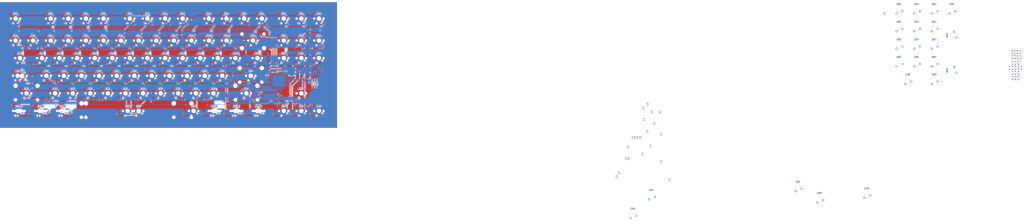
<source format=kicad_pcb>
(kicad_pcb (version 20171130) (host pcbnew "(5.1.5)-3")
  (layers (0 F.Cu signal) (31 B.Cu signal) (34 B.Paste user) (35 F.Paste user) (36 B.SilkS user) (37 F.SilkS user) (38 B.Mask user) (39 F.Mask user) (44 Edge.Cuts user))
  (net 0 "")
  (net 1 GND)
  (net 2 "Net-(C2-Pad1)")
  (net 3 XTAL1)
  (net 4 XTAL2)
  (net 5 +5V)
  (net 6 Row0)
  (net 7 "Net-(D1-Pad2)")
  (net 8 Row1)
  (net 9 "Net-(D2-Pad2)")
  (net 10 Row2)
  (net 11 "Net-(D3-Pad2)")
  (net 12 Row3)
  (net 13 "Net-(D4-Pad2)")
  (net 14 Row4)
  (net 15 "Net-(D5-Pad2)")
  (net 16 Row5)
  (net 17 "Net-(D6-Pad2)")
  (net 18 "Net-(D7-Pad2)")
  (net 19 "Net-(D8-Pad2)")
  (net 20 "Net-(D9-Pad2)")
  (net 21 "Net-(D10-Pad2)")
  (net 22 "Net-(D11-Pad2)")
  (net 23 "Net-(D12-Pad2)")
  (net 24 "Net-(D13-Pad2)")
  (net 25 "Net-(D14-Pad2)")
  (net 26 "Net-(D15-Pad2)")
  (net 27 "Net-(D16-Pad2)")
  (net 28 "Net-(D17-Pad2)")
  (net 29 "Net-(D18-Pad2)")
  (net 30 "Net-(D19-Pad2)")
  (net 31 "Net-(D20-Pad2)")
  (net 32 "Net-(D21-Pad2)")
  (net 33 "Net-(D22-Pad2)")
  (net 34 "Net-(D23-Pad2)")
  (net 35 "Net-(D24-Pad2)")
  (net 36 "Net-(D25-Pad2)")
  (net 37 "Net-(D26-Pad2)")
  (net 38 "Net-(D27-Pad2)")
  (net 39 "Net-(D28-Pad2)")
  (net 40 "Net-(D29-Pad2)")
  (net 41 "Net-(D30-Pad2)")
  (net 42 "Net-(D31-Pad2)")
  (net 43 "Net-(D32-Pad2)")
  (net 44 "Net-(D33-Pad2)")
  (net 45 "Net-(D34-Pad2)")
  (net 46 "Net-(D35-Pad2)")
  (net 47 "Net-(D36-Pad2)")
  (net 48 "Net-(D37-Pad2)")
  (net 49 "Net-(D38-Pad2)")
  (net 50 "Net-(D39-Pad2)")
  (net 51 "Net-(D40-Pad2)")
  (net 52 "Net-(D41-Pad2)")
  (net 53 "Net-(D42-Pad2)")
  (net 54 "Net-(D43-Pad2)")
  (net 55 "Net-(D44-Pad2)")
  (net 56 "Net-(D45-Pad2)")
  (net 57 "Net-(D46-Pad2)")
  (net 58 "Net-(D47-Pad2)")
  (net 59 "Net-(D48-Pad2)")
  (net 60 "Net-(D49-Pad2)")
  (net 61 "Net-(D50-Pad2)")
  (net 62 "Net-(D51-Pad2)")
  (net 63 "Net-(D52-Pad2)")
  (net 64 "Net-(D53-Pad2)")
  (net 65 "Net-(D54-Pad2)")
  (net 66 "Net-(D55-Pad2)")
  (net 67 "Net-(D56-Pad2)")
  (net 68 "Net-(D57-Pad2)")
  (net 69 "Net-(D58-Pad2)")
  (net 70 "Net-(D59-Pad2)")
  (net 71 "Net-(D60-Pad2)")
  (net 72 "Net-(D61-Pad2)")
  (net 73 "Net-(D62-Pad2)")
  (net 74 "Net-(D63-Pad2)")
  (net 75 "Net-(D64-Pad2)")
  (net 76 "Net-(D65-Pad2)")
  (net 77 "Net-(D66-Pad2)")
  (net 78 "Net-(D67-Pad2)")
  (net 79 "Net-(D68-Pad2)")
  (net 80 "Net-(D69-Pad2)")
  (net 81 "Net-(D70-Pad2)")
  (net 82 "Net-(D71-Pad2)")
  (net 83 "Net-(D72-Pad2)")
  (net 84 "Net-(D73-Pad2)")
  (net 85 "Net-(D74-Pad2)")
  (net 86 "Net-(D75-Pad2)")
  (net 87 "Net-(D76-Pad2)")
  (net 88 "Net-(D77-Pad2)")
  (net 89 "Net-(D78-Pad2)")
  (net 90 "Net-(D79-Pad2)")
  (net 91 "Net-(D80-Pad2)")
  (net 92 "Net-(D81-Pad2)")
  (net 93 "Net-(D82-Pad2)")
  (net 94 "Net-(D83-Pad2)")
  (net 95 "Net-(D84-Pad2)")
  (net 96 "Net-(D85-Pad2)")
  (net 97 "Net-(D86-Pad2)")
  (net 98 "Net-(D87-Pad2)")
  (net 99 "Net-(D88-Pad2)")
  (net 100 "Net-(D89-Pad2)")
  (net 101 "Net-(D90-Pad2)")
  (net 102 "Net-(D91-Pad2)")
  (net 103 "Net-(D92-Pad2)")
  (net 104 "Net-(D93-Pad2)")
  (net 105 "Net-(D94-Pad2)")
  (net 106 "Net-(D95-Pad2)")
  (net 107 "Net-(D96-Pad2)")
  (net 108 "Net-(D97-Pad2)")
  (net 109 "Net-(D98-Pad2)")
  (net 110 "Net-(D99-Pad2)")
  (net 111 "Net-(D100-Pad2)")
  (net 112 "Net-(D101-Pad2)")
  (net 113 "Net-(D102-Pad2)")
  (net 114 "Net-(D103-Pad2)")
  (net 115 "Net-(D104-Pad2)")
  (net 116 "Net-(D105-Pad2)")
  (net 117 "Net-(D106-Pad2)")
  (net 118 "Net-(D107-Pad2)")
  (net 119 "Net-(D108-Pad2)")
  (net 120 "Net-(D110-Pad2)")
  (net 121 RESET)
  (net 122 MOSI)
  (net 123 MISO)
  (net 124 D-)
  (net 125 D+)
  (net 126 "Net-(K_0-Pad4)")
  (net 127 Col18)
  (net 128 "Net-(K_1-Pad4)")
  (net 129 Col1)
  (net 130 "Net-(K_2-Pad4)")
  (net 131 Col2)
  (net 132 "Net-(K_3-Pad4)")
  (net 133 Col3)
  (net 134 "Net-(K_4-Pad4)")
  (net 135 Col4)
  (net 136 "Net-(K_5-Pad4)")
  (net 137 Col5)
  (net 138 "Net-(K_6-Pad4)")
  (net 139 Col6)
  (net 140 "Net-(K_7-Pad4)")
  (net 141 Col7)
  (net 142 "Net-(K_8-Pad4)")
  (net 143 Col8)
  (net 144 "Net-(K_9-Pad4)")
  (net 145 Col9)
  (net 146 "Net-(K_'\"1-Pad4)")
  (net 147 Col11)
  (net 148 "Net-(K_*1-Pad4)")
  (net 149 Col19)
  (net 150 "Net-(K_+1-Pad4)")
  (net 151 Col12)
  (net 152 "Net-(K_+2-Pad4)")
  (net 153 Col20)
  (net 154 "Net-(K_-1-Pad4)")
  (net 155 "Net-(K_-2-Pad4)")
  (net 156 "Net-(K_/1-Pad4)")
  (net 157 "Net-(K_/?/1-Pad4)")
  (net 158 Col10)
  (net 159 "Net-(K_0x1-Pad4)")
  (net 160 "Net-(K_:;1-Pad4)")
  (net 161 "Net-(K_<1-Pad4)")
  (net 162 "Net-(K_>1-Pad4)")
  (net 163 "Net-(K_[{1-Pad4)")
  (net 164 "Net-(K_\\|1-Pad4)")
  (net 165 Col13)
  (net 166 "Net-(K_`1-Pad4)")
  (net 167 Col0)
  (net 168 "Net-(K_A1-Pad4)")
  (net 169 "Net-(K_B1-Pad4)")
  (net 170 "Net-(K_BkSp1-Pad4)")
  (net 171 "Net-(K_C1-Pad4)")
  (net 172 "Net-(K_CapLk1-Pad4)")
  (net 173 "Net-(K_D1-Pad4)")
  (net 174 "Net-(K_Del1-Pad4)")
  (net 175 "Net-(K_Delete1-Pad4)")
  (net 176 Col14)
  (net 177 "Net-(K_Down1-Pad4)")
  (net 178 Col15)
  (net 179 "Net-(K_E1-Pad4)")
  (net 180 "Net-(K_End1-Pad4)")
  (net 181 "Net-(K_Enter1-Pad4)")
  (net 182 "Net-(K_Enter2-Pad4)")
  (net 183 "Net-(K_ESC1-Pad4)")
  (net 184 "Net-(K_F1-Pad4)")
  (net 185 "Net-(K_F2-Pad4)")
  (net 186 "Net-(K_F3-Pad4)")
  (net 187 "Net-(K_F4-Pad4)")
  (net 188 "Net-(K_F5-Pad4)")
  (net 189 "Net-(K_F6-Pad4)")
  (net 190 "Net-(K_F7-Pad4)")
  (net 191 "Net-(K_F8-Pad4)")
  (net 192 "Net-(K_F9-Pad4)")
  (net 193 "Net-(K_F10-Pad4)")
  (net 194 "Net-(K_F11-Pad4)")
  (net 195 "Net-(K_F12-Pad4)")
  (net 196 "Net-(K_F13-Pad4)")
  (net 197 "Net-(K_Fn1-Pad4)")
  (net 198 Col17)
  (net 199 "Net-(K_Fn2-Pad4)")
  (net 200 "Net-(K_Fn3-Pad4)")
  (net 201 "Net-(K_Fn4-Pad4)")
  (net 202 "Net-(K_FN5-Pad4)")
  (net 203 "Net-(K_G1-Pad4)")
  (net 204 "Net-(K_H1-Pad4)")
  (net 205 "Net-(K_Home1-Pad4)")
  (net 206 "Net-(K_I1-Pad4)")
  (net 207 "Net-(K_Ins1-Pad4)")
  (net 208 "Net-(K_J1-Pad4)")
  (net 209 "Net-(K_K1-Pad4)")
  (net 210 "Net-(K_L1-Pad4)")
  (net 211 "Net-(K_Left1-Pad4)")
  (net 212 "Net-(K_LeftAlt1-Pad4)")
  (net 213 "Net-(K_LeftControl1-Pad4)")
  (net 214 "Net-(K_LeftShift1-Pad4)")
  (net 215 "Net-(K_LeftWin1-Pad4)")
  (net 216 "Net-(K_M1-Pad4)")
  (net 217 "Net-(K_Menu1-Pad4)")
  (net 218 "Net-(K_N1-Pad4)")
  (net 219 "Net-(K_Num1-Pad4)")
  (net 220 "Net-(K_Num2-Pad4)")
  (net 221 "Net-(K_Num3-Pad4)")
  (net 222 "Net-(K_Num4-Pad4)")
  (net 223 "Net-(K_Num5-Pad4)")
  (net 224 "Net-(K_Num6-Pad4)")
  (net 225 "Net-(K_Num7-Pad4)")
  (net 226 "Net-(K_Num8-Pad4)")
  (net 227 "Net-(K_Num9-Pad4)")
  (net 228 "Net-(K_NumLk1-Pad4)")
  (net 229 "Net-(K_O1-Pad4)")
  (net 230 "Net-(K_P1-Pad4)")
  (net 231 "Net-(K_Pause1-Pad4)")
  (net 232 Col16)
  (net 233 "Net-(K_PgDn1-Pad4)")
  (net 234 "Net-(K_PgUp1-Pad4)")
  (net 235 "Net-(K_PrtSc1-Pad4)")
  (net 236 "Net-(K_Q1-Pad4)")
  (net 237 "Net-(K_R1-Pad4)")
  (net 238 "Net-(K_Right1-Pad4)")
  (net 239 "Net-(K_RightAlt1-Pad4)")
  (net 240 "Net-(K_RightShift1-Pad4)")
  (net 241 "Net-(K_S1-Pad4)")
  (net 242 "Net-(K_ScLk1-Pad4)")
  (net 243 "Net-(K_Sleep1-Pad4)")
  (net 244 "Net-(K_Space1-Pad4)")
  (net 245 "Net-(K_T1-Pad4)")
  (net 246 "Net-(K_Tab1-Pad4)")
  (net 247 "Net-(K_U1-Pad4)")
  (net 248 "Net-(K_Up1-Pad4)")
  (net 249 "Net-(K_V1-Pad4)")
  (net 250 "Net-(K_W1-Pad4)")
  (net 251 "Net-(K_X1-Pad4)")
  (net 252 "Net-(K_Y1-Pad4)")
  (net 253 "Net-(K_Z1-Pad4)")
  (net 254 "Net-(K_}]1-Pad4)")
  (net 255 "Net-(Q1-Pad1)")
  (net 256 LedGND)
  (net 257 "Net-(R109-Pad2)")
  (net 258 "Net-(R113-Pad1)")
  (net 259 "Net-(K_RightAltx1-Pad4)")
  (module random-keyboard-parts:D_SOD-123-Pretty (layer B.Cu) (at 1099.205 86.7792 90)
    (fp_text reference D99 (at 0 2 90) (layer B.SilkS) (effects (justify mirror)))
    (fp_text value SOD-123)
    (pad 1 smd rect (at -1.65 0 90) (size 0.9 1.2) (layers B.Cu B.Paste B.Mask) (net 16 Row5))
    (pad 2 smd rect (at 1.65 0 90) (size 0.9 1.2) (layers B.Cu B.Paste B.Mask) (net 110 "Net-(D99-Pad2)"))
  )
  (module random-keyboard-parts:D_SOD-123-Pretty (layer B.Cu) (at 1101.471 58.801 90)
    (fp_text reference D100 (at 0 2 90) (layer B.SilkS) (effects (justify mirror)))
    (fp_text value SOD-123)
    (pad 1 smd rect (at -1.65 0 90) (size 0.9 1.2) (layers B.Cu B.Paste B.Mask) (net 6 Row0))
    (pad 2 smd rect (at 1.65 0 90) (size 0.9 1.2) (layers B.Cu B.Paste B.Mask) (net 111 "Net-(D100-Pad2)"))
  )
  (module random-keyboard-parts:D_SOD-123-Pretty (layer B.Cu) (at 1102.36 75.565 90)
    (fp_text reference D91 (at 0 2 90) (layer B.SilkS) (effects (justify mirror)))
    (fp_text value SOD-123)
    (pad 1 smd rect (at -1.65 0 90) (size 0.9 1.2) (layers B.Cu B.Paste B.Mask) (net 12 Row3))
    (pad 2 smd rect (at 1.65 0 90) (size 0.9 1.2) (layers B.Cu B.Paste B.Mask) (net 102 "Net-(D91-Pad2)"))
  )
  (module random-keyboard-parts:D_SOD-123-Pretty (layer B.Cu) (at 1102.36 86.741 90)
    (fp_text reference D93 (at 0 2 90) (layer B.SilkS) (effects (justify mirror)))
    (fp_text value SOD-123)
    (pad 1 smd rect (at -1.65 0 90) (size 0.9 1.2) (layers B.Cu B.Paste B.Mask) (net 16 Row5))
    (pad 2 smd rect (at 1.65 0 90) (size 0.9 1.2) (layers B.Cu B.Paste B.Mask) (net 104 "Net-(D93-Pad2)"))
  )
  (module random-keyboard-parts:D_SOD-123-Pretty (layer B.Cu) (at 1104.773 64.135 90)
    (fp_text reference D101 (at 0 2 90) (layer B.SilkS) (effects (justify mirror)))
    (fp_text value SOD-123)
    (pad 1 smd rect (at -1.65 0 90) (size 0.9 1.2) (layers B.Cu B.Paste B.Mask) (net 8 Row1))
    (pad 2 smd rect (at 1.65 0 90) (size 0.9 1.2) (layers B.Cu B.Paste B.Mask) (net 112 "Net-(D101-Pad2)"))
  )
  (module random-keyboard-parts:D_SOD-123-Pretty (layer B.Cu) (at 1102.2378 81.138 90)
    (fp_text reference D92 (at 0 2 90) (layer B.SilkS) (effects (justify mirror)))
    (fp_text value SOD-123)
    (pad 1 smd rect (at -1.65 0 90) (size 0.9 1.2) (layers B.Cu B.Paste B.Mask) (net 14 Row4))
    (pad 2 smd rect (at 1.65 0 90) (size 0.9 1.2) (layers B.Cu B.Paste B.Mask) (net 103 "Net-(D92-Pad2)"))
  )
  (module random-keyboard-parts:D_SOD-123-Pretty (layer B.Cu) (at 1107.948 64.262 90)
    (fp_text reference D95 (at 0 2 90) (layer B.SilkS) (effects (justify mirror)))
    (fp_text value SOD-123)
    (pad 1 smd rect (at -1.65 0 90) (size 0.9 1.2) (layers B.Cu B.Paste B.Mask) (net 8 Row1))
    (pad 2 smd rect (at 1.65 0 90) (size 0.9 1.2) (layers B.Cu B.Paste B.Mask) (net 106 "Net-(D95-Pad2)"))
  )
  (module random-keyboard-parts:D_SOD-123-Pretty (layer B.Cu) (at 1105.535 75.311 90)
    (fp_text reference D97 (at 0 2 90) (layer B.SilkS) (effects (justify mirror)))
    (fp_text value SOD-123)
    (pad 1 smd rect (at -1.65 0 90) (size 0.9 1.2) (layers B.Cu B.Paste B.Mask) (net 12 Row3))
    (pad 2 smd rect (at 1.65 0 90) (size 0.9 1.2) (layers B.Cu B.Paste B.Mask) (net 108 "Net-(D97-Pad2)"))
  )
  (module random-keyboard-parts:D_SOD-123-Pretty (layer B.Cu) (at 1101.979 64.008 90)
    (fp_text reference D89 (at 0 2 90) (layer B.SilkS) (effects (justify mirror)))
    (fp_text value SOD-123)
    (pad 1 smd rect (at -1.65 0 90) (size 0.9 1.2) (layers B.Cu B.Paste B.Mask) (net 8 Row1))
    (pad 2 smd rect (at 1.65 0 90) (size 0.9 1.2) (layers B.Cu B.Paste B.Mask) (net 100 "Net-(D89-Pad2)"))
  )
  (module random-keyboard-parts:D_SOD-123-Pretty (layer B.Cu) (at 1099.205 81.0292 90)
    (fp_text reference D98 (at 0 2 90) (layer B.SilkS) (effects (justify mirror)))
    (fp_text value SOD-123)
    (pad 1 smd rect (at -1.65 0 90) (size 0.9 1.2) (layers B.Cu B.Paste B.Mask) (net 14 Row4))
    (pad 2 smd rect (at 1.65 0 90) (size 0.9 1.2) (layers B.Cu B.Paste B.Mask) (net 109 "Net-(D98-Pad2)"))
  )
  (module random-keyboard-parts:D_SOD-123-Pretty (layer B.Cu) (at 1104.392 58.674 90)
    (fp_text reference D94 (at 0 2 90) (layer B.SilkS) (effects (justify mirror)))
    (fp_text value SOD-123)
    (pad 1 smd rect (at -1.65 0 90) (size 0.9 1.2) (layers B.Cu B.Paste B.Mask) (net 6 Row0))
    (pad 2 smd rect (at 1.65 0 90) (size 0.9 1.2) (layers B.Cu B.Paste B.Mask) (net 105 "Net-(D94-Pad2)"))
  )
  (module random-keyboard-parts:D_SOD-123-Pretty (layer B.Cu) (at 1105.535 70.104 90)
    (fp_text reference D90 (at 0 2 90) (layer B.SilkS) (effects (justify mirror)))
    (fp_text value SOD-123)
    (pad 1 smd rect (at -1.65 0 90) (size 0.9 1.2) (layers B.Cu B.Paste B.Mask) (net 10 Row2))
    (pad 2 smd rect (at 1.65 0 90) (size 0.9 1.2) (layers B.Cu B.Paste B.Mask) (net 101 "Net-(D90-Pad2)"))
  )
  (module random-keyboard-parts:D_SOD-123-Pretty (layer B.Cu) (at 1095.883 75.692 90)
    (fp_text reference D72 (at 0 2 90) (layer B.SilkS) (effects (justify mirror)))
    (fp_text value SOD-123)
    (pad 1 smd rect (at -1.65 0 90) (size 0.9 1.2) (layers B.Cu B.Paste B.Mask) (net 12 Row3))
    (pad 2 smd rect (at 1.65 0 90) (size 0.9 1.2) (layers B.Cu B.Paste B.Mask) (net 83 "Net-(D72-Pad2)"))
  )
  (module random-keyboard-parts:D_SOD-123-Pretty (layer B.Cu) (at 1102.36 70.231 90)
    (fp_text reference D96 (at 0 2 90) (layer B.SilkS) (effects (justify mirror)))
    (fp_text value SOD-123)
    (pad 1 smd rect (at -1.65 0 90) (size 0.9 1.2) (layers B.Cu B.Paste B.Mask) (net 10 Row2))
    (pad 2 smd rect (at 1.65 0 90) (size 0.9 1.2) (layers B.Cu B.Paste B.Mask) (net 107 "Net-(D96-Pad2)"))
  )
  (module random-keyboard-parts:D_SOD-123-Pretty (layer B.Cu) (at 1098.649 58.7642 90)
    (fp_text reference D88 (at 0 2 90) (layer B.SilkS) (effects (justify mirror)))
    (fp_text value SOD-123)
    (pad 1 smd rect (at -1.65 0 90) (size 0.9 1.2) (layers B.Cu B.Paste B.Mask) (net 6 Row0))
    (pad 2 smd rect (at 1.65 0 90) (size 0.9 1.2) (layers B.Cu B.Paste B.Mask) (net 99 "Net-(D88-Pad2)"))
  )
  (module random-keyboard-parts:R_0805 (layer B.Cu) (at 710.91266 135.8546 90)
    (fp_text reference R106 (at 0 1.65 90) (layer B.SilkS) (effects (justify mirror)))
    (fp_text value 1k)
    (pad 1 smd rect (at -0.95 0 90) (size 0.7 1.3) (layers B.Cu B.Paste B.Mask) (net 256 LedGND))
    (pad 2 smd rect (at 0.95 0 90) (size 0.7 1.3) (layers B.Cu B.Paste B.Mask) (net 155 "Net-(K_-2-Pad4)"))
  )
  (module random-keyboard-parts:R_0805 (layer B.Cu) (at 703.18276 144.4105 90)
    (fp_text reference R105 (at 0 1.65 90) (layer B.SilkS) (effects (justify mirror)))
    (fp_text value 1k)
    (pad 1 smd rect (at -0.95 0 90) (size 0.7 1.3) (layers B.Cu B.Paste B.Mask) (net 256 LedGND))
    (pad 2 smd rect (at 0.95 0 90) (size 0.7 1.3) (layers B.Cu B.Paste B.Mask) (net 201 "Net-(K_Fn4-Pad4)"))
  )
  (module random-keyboard-parts:R_0805 (layer B.Cu) (at 708.03266 123.4046 90)
    (fp_text reference R104 (at 0 1.65 90) (layer B.SilkS) (effects (justify mirror)))
    (fp_text value 1k)
    (pad 1 smd rect (at -0.95 0 90) (size 0.7 1.3) (layers B.Cu B.Paste B.Mask) (net 256 LedGND))
    (pad 2 smd rect (at 0.95 0 90) (size 0.7 1.3) (layers B.Cu B.Paste B.Mask) (net 221 "Net-(K_Num3-Pad4)"))
  )
  (module random-keyboard-parts:R_0805 (layer B.Cu) (at 706.61346 160.192 90)
    (fp_text reference R103 (at 0 1.65 90) (layer B.SilkS) (effects (justify mirror)))
    (fp_text value 1k)
    (pad 1 smd rect (at -0.95 0 90) (size 0.7 1.3) (layers B.Cu B.Paste B.Mask) (net 256 LedGND))
    (pad 2 smd rect (at 0.95 0 90) (size 0.7 1.3) (layers B.Cu B.Paste B.Mask) (net 224 "Net-(K_Num6-Pad4)"))
  )
  (module random-keyboard-parts:R_0805 (layer B.Cu) (at 698.93526 119.321 90)
    (fp_text reference R102 (at 0 1.65 90) (layer B.SilkS) (effects (justify mirror)))
    (fp_text value 1k)
    (pad 1 smd rect (at -0.95 0 90) (size 0.7 1.3) (layers B.Cu B.Paste B.Mask) (net 256 LedGND))
    (pad 2 smd rect (at 0.95 0 90) (size 0.7 1.3) (layers B.Cu B.Paste B.Mask) (net 227 "Net-(K_Num9-Pad4)"))
  )
  (module random-keyboard-parts:R_0805 (layer B.Cu) (at 703.56526 115.171 90)
    (fp_text reference R101 (at 0 1.65 90) (layer B.SilkS) (effects (justify mirror)))
    (fp_text value 1k)
    (pad 1 smd rect (at -0.95 0 90) (size 0.7 1.3) (layers B.Cu B.Paste B.Mask) (net 256 LedGND))
    (pad 2 smd rect (at 0.95 0 90) (size 0.7 1.3) (layers B.Cu B.Paste B.Mask) (net 148 "Net-(K_*1-Pad4)"))
  )
  (module random-keyboard-parts:R_0805 (layer B.Cu) (at 669.93446 193.477 90)
    (fp_text reference R98 (at 0 1.65 90) (layer B.SilkS) (effects (justify mirror)))
    (fp_text value 1k)
    (pad 1 smd rect (at -0.95 0 90) (size 0.7 1.3) (layers B.Cu B.Paste B.Mask) (net 256 LedGND))
    (pad 2 smd rect (at 0.95 0 90) (size 0.7 1.3) (layers B.Cu B.Paste B.Mask) (net 220 "Net-(K_Num2-Pad4)"))
  )
  (module random-keyboard-parts:R_0805 (layer B.Cu) (at 718.13346 147.742 90)
    (fp_text reference R97 (at 0 1.65 90) (layer B.SilkS) (effects (justify mirror)))
    (fp_text value 1k)
    (pad 1 smd rect (at -0.95 0 90) (size 0.7 1.3) (layers B.Cu B.Paste B.Mask) (net 256 LedGND))
    (pad 2 smd rect (at 0.95 0 90) (size 0.7 1.3) (layers B.Cu B.Paste B.Mask) (net 223 "Net-(K_Num5-Pad4)"))
  )
  (module random-keyboard-parts:R_0805 (layer B.Cu) (at 680.3649 174.12804 90)
    (fp_text reference R99 (at 0 1.65 90) (layer B.SilkS) (effects (justify mirror)))
    (fp_text value 1k)
    (pad 1 smd rect (at -0.95 0 90) (size 0.7 1.3) (layers B.Cu B.Paste B.Mask) (net 256 LedGND))
    (pad 2 smd rect (at 0.95 0 90) (size 0.7 1.3) (layers B.Cu B.Paste B.Mask) (net 174 "Net-(K_Del1-Pad4)"))
  )
  (module random-keyboard-parts:R_0805 (layer B.Cu) (at 672.81446 189.327 90)
    (fp_text reference R96 (at 0 1.65 90) (layer B.SilkS) (effects (justify mirror)))
    (fp_text value 1k)
    (pad 1 smd rect (at -0.95 0 90) (size 0.7 1.3) (layers B.Cu B.Paste B.Mask) (net 256 LedGND))
    (pad 2 smd rect (at 0.95 0 90) (size 0.7 1.3) (layers B.Cu B.Paste B.Mask) (net 226 "Net-(K_Num8-Pad4)"))
  )
  (module random-keyboard-parts:R_0805 (layer B.Cu) (at 718.39446 177.2348 90)
    (fp_text reference R95 (at 0 1.65 90) (layer B.SilkS) (effects (justify mirror)))
    (fp_text value 1k)
    (pad 1 smd rect (at -0.95 0 90) (size 0.7 1.3) (layers B.Cu B.Paste B.Mask) (net 256 LedGND))
    (pad 2 smd rect (at 0.95 0 90) (size 0.7 1.3) (layers B.Cu B.Paste B.Mask) (net 156 "Net-(K_/1-Pad4)"))
  )
  (module random-keyboard-parts:R_0805 (layer B.Cu) (at 699.39266 131.7046 90)
    (fp_text reference R107 (at 0 1.65 90) (layer B.SilkS) (effects (justify mirror)))
    (fp_text value 1k)
    (pad 1 smd rect (at -0.95 0 90) (size 0.7 1.3) (layers B.Cu B.Paste B.Mask) (net 256 LedGND))
    (pad 2 smd rect (at 0.95 0 90) (size 0.7 1.3) (layers B.Cu B.Paste B.Mask) (net 152 "Net-(K_+2-Pad4)"))
  )
  (module random-keyboard-parts:R_0805 (layer B.Cu) (at 697.93346 169.102 90)
    (fp_text reference R100 (at 0 1.65 90) (layer B.SilkS) (effects (justify mirror)))
    (fp_text value 1k)
    (pad 1 smd rect (at -0.95 0 90) (size 0.7 1.3) (layers B.Cu B.Paste B.Mask) (net 256 LedGND))
    (pad 2 smd rect (at 0.95 0 90) (size 0.7 1.3) (layers B.Cu B.Paste B.Mask) (net 200 "Net-(K_Fn3-Pad4)"))
  )
  (module random-keyboard-parts:R_0805 (layer B.Cu) (at 682.51766 161.596 90)
    (fp_text reference R94 (at 0 1.65 90) (layer B.SilkS) (effects (justify mirror)))
    (fp_text value 1k)
    (pad 1 smd rect (at -0.95 0 90) (size 0.7 1.3) (layers B.Cu B.Paste B.Mask) (net 256 LedGND))
    (pad 2 smd rect (at 0.95 0 90) (size 0.7 1.3) (layers B.Cu B.Paste B.Mask) (net 199 "Net-(K_Fn2-Pad4)"))
  )
  (module random-keyboard-parts:R_0805 (layer B.Cu) (at 727.14104 196.77888 90)
    (fp_text reference R93 (at 0 1.65 90) (layer B.SilkS) (effects (justify mirror)))
    (fp_text value 1k)
    (pad 1 smd rect (at -0.95 0 90) (size 0.7 1.3) (layers B.Cu B.Paste B.Mask) (net 256 LedGND))
    (pad 2 smd rect (at 0.95 0 90) (size 0.7 1.3) (layers B.Cu B.Paste B.Mask) (net 126 "Net-(K_0-Pad4)"))
  )
  (module random-keyboard-parts:R_0805 (layer B.Cu) (at 695.88346 151.0184 90)
    (fp_text reference R92 (at 0 1.65 90) (layer B.SilkS) (effects (justify mirror)))
    (fp_text value 1k)
    (pad 1 smd rect (at -0.95 0 90) (size 0.7 1.3) (layers B.Cu B.Paste B.Mask) (net 256 LedGND))
    (pad 2 smd rect (at 0.95 0 90) (size 0.7 1.3) (layers B.Cu B.Paste B.Mask) (net 219 "Net-(K_Num1-Pad4)"))
  )
  (module random-keyboard-parts:R_0805 (layer B.Cu) (at 693.00346 151.0184 90)
    (fp_text reference R91 (at 0 1.65 90) (layer B.SilkS) (effects (justify mirror)))
    (fp_text value 1k)
    (pad 1 smd rect (at -0.95 0 90) (size 0.7 1.3) (layers B.Cu B.Paste B.Mask) (net 256 LedGND))
    (pad 2 smd rect (at 0.95 0 90) (size 0.7 1.3) (layers B.Cu B.Paste B.Mask) (net 222 "Net-(K_Num4-Pad4)"))
  )
  (module random-keyboard-parts:R_0805 (layer B.Cu) (at 716.67266 123.4046 90)
    (fp_text reference R108 (at 0 1.65 90) (layer B.SilkS) (effects (justify mirror)))
    (fp_text value 1k)
    (pad 1 smd rect (at -0.95 0 90) (size 0.7 1.3) (layers B.Cu B.Paste B.Mask) (net 256 LedGND))
    (pad 2 smd rect (at 0.95 0 90) (size 0.7 1.3) (layers B.Cu B.Paste B.Mask) (net 182 "Net-(K_Enter2-Pad4)"))
  )
  (module random-keyboard-parts:R_0805 (layer B.Cu) (at 690.12346 151.0184 90)
    (fp_text reference R90 (at 0 1.65 90) (layer B.SilkS) (effects (justify mirror)))
    (fp_text value 1k)
    (pad 1 smd rect (at -0.95 0 90) (size 0.7 1.3) (layers B.Cu B.Paste B.Mask) (net 256 LedGND))
    (pad 2 smd rect (at 0.95 0 90) (size 0.7 1.3) (layers B.Cu B.Paste B.Mask) (net 225 "Net-(K_Num7-Pad4)"))
  )
  (module random-keyboard-parts:R_0805 (layer B.Cu) (at 687.24346 151.0184 90)
    (fp_text reference R89 (at 0 1.65 90) (layer B.SilkS) (effects (justify mirror)))
    (fp_text value 1k)
    (pad 1 smd rect (at -0.95 0 90) (size 0.7 1.3) (layers B.Cu B.Paste B.Mask) (net 256 LedGND))
    (pad 2 smd rect (at 0.95 0 90) (size 0.7 1.3) (layers B.Cu B.Paste B.Mask) (net 197 "Net-(K_Fn1-Pad4)"))
  )
  (module random-keyboard-parts:R_0805 (layer B.Cu) (at 960.12 16.637 90)
    (fp_text reference R88 (at 0 1.65 90) (layer B.SilkS) (effects (justify mirror)))
    (fp_text value 300)
    (pad 2 smd rect (at 0.95 0 90) (size 0.7 1.3) (layers B.Cu B.Paste B.Mask) (net 228 "Net-(K_NumLk1-Pad4)"))
    (pad 1 smd rect (at -0.95 0 90) (size 0.7 1.3) (layers B.Cu B.Paste B.Mask))
  )
  (module random-keyboard-parts:R_0805 (layer B.Cu) (at 683.2449 174.12804 90)
    (fp_text reference R72 (at 0 1.65 90) (layer B.SilkS) (effects (justify mirror)))
    (fp_text value 1k)
    (pad 1 smd rect (at -0.95 0 90) (size 0.7 1.3) (layers B.Cu B.Paste B.Mask) (net 256 LedGND))
    (pad 2 smd rect (at 0.95 0 90) (size 0.7 1.3) (layers B.Cu B.Paste B.Mask) (net 243 "Net-(K_Sleep1-Pad4)"))
  )
  (module MX_Only:MXOnly-1U (layer F.Cu) (at 1014.213 30.84 180)
    (fp_text reference K_Num9)
    (fp_text value "MX 1U")
    (pad 2 thru_hole circle (at 2.54 -5.08 180) (size 2.25 2.25) (drill 1.47) (layers *.Cu B.Mask) (net 113 "Net-(D102-Pad2)"))
    (pad "" np_thru_hole circle (at 0 0 180) (size 3.9878 3.9878) (drill 3.9878) (layers *.Cu *.Mask))
    (pad 1 thru_hole circle (at -3.81 -2.54 180) (size 2.25 2.25) (drill 1.47) (layers *.Cu B.Mask) (net 149 Col19))
    (pad 3 thru_hole circle (at -1.27 5.08 180) (size 1.905 1.905) (drill 1.04) (layers *.Cu B.Mask) (net 5 +5V))
    (pad 4 thru_hole rect (at 1.27 5.08 180) (size 1.905 1.905) (drill 1.04) (layers *.Cu B.Mask) (net 227 "Net-(K_Num9-Pad4)"))
    (pad "" np_thru_hole circle (at -5.08 0 228.0996) (size 1.75 1.75) (drill 1.75) (layers *.Cu *.Mask))
    (pad "" np_thru_hole circle (at 5.08 0 228.0996) (size 1.75 1.75) (drill 1.75) (layers *.Cu *.Mask))
  )
  (module MX_Only:MXOnly-1U (layer F.Cu) (at 687.883 233.2625 180)
    (fp_text reference K_Fn3)
    (fp_text value "MX 1U")
    (pad 2 thru_hole circle (at 2.54 -5.08 180) (size 2.25 2.25) (drill 1.47) (layers *.Cu B.Mask) (net 111 "Net-(D100-Pad2)"))
    (pad "" np_thru_hole circle (at 0 0 180) (size 3.9878 3.9878) (drill 3.9878) (layers *.Cu *.Mask))
    (pad 1 thru_hole circle (at -3.81 -2.54 180) (size 2.25 2.25) (drill 1.47) (layers *.Cu B.Mask) (net 149 Col19))
    (pad 3 thru_hole circle (at -1.27 5.08 180) (size 1.905 1.905) (drill 1.04) (layers *.Cu B.Mask) (net 5 +5V))
    (pad 4 thru_hole rect (at 1.27 5.08 180) (size 1.905 1.905) (drill 1.04) (layers *.Cu B.Mask) (net 200 "Net-(K_Fn3-Pad4)"))
    (pad "" np_thru_hole circle (at -5.08 0 228.0996) (size 1.75 1.75) (drill 1.75) (layers *.Cu *.Mask))
    (pad "" np_thru_hole circle (at 5.08 0 228.0996) (size 1.75 1.75) (drill 1.75) (layers *.Cu *.Mask))
  )
  (module MX_Only:MXOnly-1U (layer F.Cu) (at 995.163 68.94 180)
    (fp_text reference K_Num2)
    (fp_text value "MX 1U")
    (pad 2 thru_hole circle (at 2.54 -5.08 180) (size 2.25 2.25) (drill 1.47) (layers *.Cu B.Mask) (net 109 "Net-(D98-Pad2)"))
    (pad "" np_thru_hole circle (at 0 0 180) (size 3.9878 3.9878) (drill 3.9878) (layers *.Cu *.Mask))
    (pad 1 thru_hole circle (at -3.81 -2.54 180) (size 2.25 2.25) (drill 1.47) (layers *.Cu B.Mask) (net 127 Col18))
    (pad 3 thru_hole circle (at -1.27 5.08 180) (size 1.905 1.905) (drill 1.04) (layers *.Cu B.Mask) (net 5 +5V))
    (pad 4 thru_hole rect (at 1.27 5.08 180) (size 1.905 1.905) (drill 1.04) (layers *.Cu B.Mask) (net 220 "Net-(K_Num2-Pad4)"))
    (pad "" np_thru_hole circle (at -5.08 0 228.0996) (size 1.75 1.75) (drill 1.75) (layers *.Cu *.Mask))
    (pad "" np_thru_hole circle (at 5.08 0 228.0996) (size 1.75 1.75) (drill 1.75) (layers *.Cu *.Mask))
  )
  (module MX_Only:MXOnly-1U (layer F.Cu) (at 1014.213 68.94 180)
    (fp_text reference K_Num3)
    (fp_text value "MX 1U")
    (pad 2 thru_hole circle (at 2.54 -5.08 180) (size 2.25 2.25) (drill 1.47) (layers *.Cu B.Mask) (net 115 "Net-(D104-Pad2)"))
    (pad "" np_thru_hole circle (at 0 0 180) (size 3.9878 3.9878) (drill 3.9878) (layers *.Cu *.Mask))
    (pad 1 thru_hole circle (at -3.81 -2.54 180) (size 2.25 2.25) (drill 1.47) (layers *.Cu B.Mask) (net 149 Col19))
    (pad 3 thru_hole circle (at -1.27 5.08 180) (size 1.905 1.905) (drill 1.04) (layers *.Cu B.Mask) (net 5 +5V))
    (pad 4 thru_hole rect (at 1.27 5.08 180) (size 1.905 1.905) (drill 1.04) (layers *.Cu B.Mask) (net 221 "Net-(K_Num3-Pad4)"))
    (pad "" np_thru_hole circle (at -5.08 0 228.0996) (size 1.75 1.75) (drill 1.75) (layers *.Cu *.Mask))
    (pad "" np_thru_hole circle (at 5.08 0 228.0996) (size 1.75 1.75) (drill 1.75) (layers *.Cu *.Mask))
  )
  (module MX_Only:MXOnly-1U (layer F.Cu) (at 890.2065 216.281 180)
    (fp_text reference K_Fn1)
    (fp_text value "MX 1U")
    (pad 2 thru_hole circle (at 2.54 -5.08 180) (size 2.25 2.25) (drill 1.47) (layers *.Cu B.Mask) (net 99 "Net-(D88-Pad2)"))
    (pad "" np_thru_hole circle (at 0 0 180) (size 3.9878 3.9878) (drill 3.9878) (layers *.Cu *.Mask))
    (pad 1 thru_hole circle (at -3.81 -2.54 180) (size 2.25 2.25) (drill 1.47) (layers *.Cu B.Mask) (net 198 Col17))
    (pad 3 thru_hole circle (at -1.27 5.08 180) (size 1.905 1.905) (drill 1.04) (layers *.Cu B.Mask) (net 5 +5V))
    (pad 4 thru_hole rect (at 1.27 5.08 180) (size 1.905 1.905) (drill 1.04) (layers *.Cu B.Mask) (net 197 "Net-(K_Fn1-Pad4)"))
    (pad "" np_thru_hole circle (at -5.08 0 228.0996) (size 1.75 1.75) (drill 1.75) (layers *.Cu *.Mask))
    (pad "" np_thru_hole circle (at 5.08 0 228.0996) (size 1.75 1.75) (drill 1.75) (layers *.Cu *.Mask))
  )
  (module MX_Only:MXOnly-2U-FLIPPED (layer F.Cu) (at 985.638 87.99 180)
    (fp_text reference K_0)
    (fp_text value "MX 2U")
    (pad 2 thru_hole circle (at 2.54 -5.08 180) (size 2.25 2.25) (drill 1.47) (layers *.Cu B.Mask) (net 104 "Net-(D93-Pad2)"))
    (pad "" np_thru_hole circle (at 0 0 180) (size 3.9878 3.9878) (drill 3.9878) (layers *.Cu *.Mask))
    (pad 1 thru_hole circle (at -3.81 -2.54 180) (size 2.25 2.25) (drill 1.47) (layers *.Cu B.Mask) (net 127 Col18))
    (pad 3 thru_hole circle (at 1.27 5.08 180) (size 1.905 1.905) (drill 1.04) (layers *.Cu B.Mask) (net 5 +5V))
    (pad 4 thru_hole rect (at -1.27 5.08 180) (size 1.905 1.905) (drill 1.04) (layers *.Cu B.Mask) (net 126 "Net-(K_0-Pad4)"))
    (pad "" np_thru_hole circle (at -5.08 0 228.0996) (size 1.75 1.75) (drill 1.75) (layers *.Cu *.Mask))
    (pad "" np_thru_hole circle (at 5.08 0 228.0996) (size 1.75 1.75) (drill 1.75) (layers *.Cu *.Mask))
    (pad "" np_thru_hole circle (at -11.938 -6.985 180) (size 3.048 3.048) (drill 3.048) (layers *.Cu *.Mask))
    (pad "" np_thru_hole circle (at 11.938 -6.985 180) (size 3.048 3.048) (drill 3.048) (layers *.Cu *.Mask))
    (pad "" np_thru_hole circle (at -11.938 8.255 180) (size 3.9878 3.9878) (drill 3.9878) (layers *.Cu *.Mask))
    (pad "" np_thru_hole circle (at 11.938 8.255 180) (size 3.9878 3.9878) (drill 3.9878) (layers *.Cu *.Mask))
  )
  (module MX_Only:MXOnly-1U (layer F.Cu) (at 1014.213 11.79 180)
    (fp_text reference K_*1)
    (fp_text value "MX 1U")
    (pad 2 thru_hole circle (at 2.54 -5.08 180) (size 2.25 2.25) (drill 1.47) (layers *.Cu B.Mask) (net 112 "Net-(D101-Pad2)"))
    (pad "" np_thru_hole circle (at 0 0 180) (size 3.9878 3.9878) (drill 3.9878) (layers *.Cu *.Mask))
    (pad 1 thru_hole circle (at -3.81 -2.54 180) (size 2.25 2.25) (drill 1.47) (layers *.Cu B.Mask) (net 149 Col19))
    (pad 3 thru_hole circle (at -1.27 5.08 180) (size 1.905 1.905) (drill 1.04) (layers *.Cu B.Mask) (net 5 +5V))
    (pad 4 thru_hole rect (at 1.27 5.08 180) (size 1.905 1.905) (drill 1.04) (layers *.Cu B.Mask) (net 148 "Net-(K_*1-Pad4)"))
    (pad "" np_thru_hole circle (at -5.08 0 228.0996) (size 1.75 1.75) (drill 1.75) (layers *.Cu *.Mask))
    (pad "" np_thru_hole circle (at 5.08 0 228.0996) (size 1.75 1.75) (drill 1.75) (layers *.Cu *.Mask))
  )
  (module MX_Only:MXOnly-2U (layer F.Cu) (at 1033.263 40.365 270)
    (fp_text reference K_+2)
    (fp_text value "MX 2U")
    (pad 2 thru_hole circle (at 2.54 -5.08 270) (size 2.25 2.25) (drill 1.47) (layers *.Cu B.Mask) (net 118 "Net-(D107-Pad2)"))
    (pad "" np_thru_hole circle (at 0 0 270) (size 3.9878 3.9878) (drill 3.9878) (layers *.Cu *.Mask))
    (pad 1 thru_hole circle (at -3.81 -2.54 270) (size 2.25 2.25) (drill 1.47) (layers *.Cu B.Mask) (net 153 Col20))
    (pad 3 thru_hole circle (at -1.27 5.08 270) (size 1.905 1.905) (drill 1.04) (layers *.Cu B.Mask) (net 5 +5V))
    (pad 4 thru_hole rect (at 1.27 5.08 270) (size 1.905 1.905) (drill 1.04) (layers *.Cu B.Mask) (net 152 "Net-(K_+2-Pad4)"))
    (pad "" np_thru_hole circle (at -5.08 0 318.0996) (size 1.75 1.75) (drill 1.75) (layers *.Cu *.Mask))
    (pad "" np_thru_hole circle (at 5.08 0 318.0996) (size 1.75 1.75) (drill 1.75) (layers *.Cu *.Mask))
    (pad "" np_thru_hole circle (at -11.938 -6.985 270) (size 3.048 3.048) (drill 3.048) (layers *.Cu *.Mask))
    (pad "" np_thru_hole circle (at 11.938 -6.985 270) (size 3.048 3.048) (drill 3.048) (layers *.Cu *.Mask))
    (pad "" np_thru_hole circle (at -11.938 8.255 270) (size 3.9878 3.9878) (drill 3.9878) (layers *.Cu *.Mask))
    (pad "" np_thru_hole circle (at 11.938 8.255 270) (size 3.9878 3.9878) (drill 3.9878) (layers *.Cu *.Mask))
  )
  (module MX_Only:MXOnly-1U (layer F.Cu) (at 976.113 30.84 180)
    (fp_text reference K_Num7)
    (fp_text value "MX 1U")
    (pad 2 thru_hole circle (at 2.54 -5.08 180) (size 2.25 2.25) (drill 1.47) (layers *.Cu B.Mask) (net 101 "Net-(D90-Pad2)"))
    (pad "" np_thru_hole circle (at 0 0 180) (size 3.9878 3.9878) (drill 3.9878) (layers *.Cu *.Mask))
    (pad 1 thru_hole circle (at -3.81 -2.54 180) (size 2.25 2.25) (drill 1.47) (layers *.Cu B.Mask) (net 198 Col17))
    (pad 3 thru_hole circle (at -1.27 5.08 180) (size 1.905 1.905) (drill 1.04) (layers *.Cu B.Mask) (net 5 +5V))
    (pad 4 thru_hole rect (at 1.27 5.08 180) (size 1.905 1.905) (drill 1.04) (layers *.Cu B.Mask) (net 225 "Net-(K_Num7-Pad4)"))
    (pad "" np_thru_hole circle (at -5.08 0 228.0996) (size 1.75 1.75) (drill 1.75) (layers *.Cu *.Mask))
    (pad "" np_thru_hole circle (at 5.08 0 228.0996) (size 1.75 1.75) (drill 1.75) (layers *.Cu *.Mask))
  )
  (module MX_Only:MXOnly-1U (layer F.Cu) (at 995.163 11.79 180)
    (fp_text reference K_/1)
    (fp_text value "MX 1U")
    (pad 2 thru_hole circle (at 2.54 -5.08 180) (size 2.25 2.25) (drill 1.47) (layers *.Cu B.Mask) (net 106 "Net-(D95-Pad2)"))
    (pad "" np_thru_hole circle (at 0 0 180) (size 3.9878 3.9878) (drill 3.9878) (layers *.Cu *.Mask))
    (pad 1 thru_hole circle (at -3.81 -2.54 180) (size 2.25 2.25) (drill 1.47) (layers *.Cu B.Mask) (net 127 Col18))
    (pad 3 thru_hole circle (at -1.27 5.08 180) (size 1.905 1.905) (drill 1.04) (layers *.Cu B.Mask) (net 5 +5V))
    (pad 4 thru_hole rect (at 1.27 5.08 180) (size 1.905 1.905) (drill 1.04) (layers *.Cu B.Mask) (net 156 "Net-(K_/1-Pad4)"))
    (pad "" np_thru_hole circle (at -5.08 0 228.0996) (size 1.75 1.75) (drill 1.75) (layers *.Cu *.Mask))
    (pad "" np_thru_hole circle (at 5.08 0 228.0996) (size 1.75 1.75) (drill 1.75) (layers *.Cu *.Mask))
  )
  (module MX_Only:MXOnly-1U (layer F.Cu) (at 1033.263 11.79 180)
    (fp_text reference K_-2)
    (fp_text value "MX 1U")
    (pad 2 thru_hole circle (at 2.54 -5.08 180) (size 2.25 2.25) (drill 1.47) (layers *.Cu B.Mask) (net 117 "Net-(D106-Pad2)"))
    (pad "" np_thru_hole circle (at 0 0 180) (size 3.9878 3.9878) (drill 3.9878) (layers *.Cu *.Mask))
    (pad 1 thru_hole circle (at -3.81 -2.54 180) (size 2.25 2.25) (drill 1.47) (layers *.Cu B.Mask) (net 153 Col20))
    (pad 3 thru_hole circle (at -1.27 5.08 180) (size 1.905 1.905) (drill 1.04) (layers *.Cu B.Mask) (net 5 +5V))
    (pad 4 thru_hole rect (at 1.27 5.08 180) (size 1.905 1.905) (drill 1.04) (layers *.Cu B.Mask) (net 155 "Net-(K_-2-Pad4)"))
    (pad "" np_thru_hole circle (at -5.08 0 228.0996) (size 1.75 1.75) (drill 1.75) (layers *.Cu *.Mask))
    (pad "" np_thru_hole circle (at 5.08 0 228.0996) (size 1.75 1.75) (drill 1.75) (layers *.Cu *.Mask))
  )
  (module MX_Only:MXOnly-1U (layer F.Cu) (at 976.113 49.89 180)
    (fp_text reference K_Num4)
    (fp_text value "MX 1U")
    (pad 2 thru_hole circle (at 2.54 -5.08 180) (size 2.25 2.25) (drill 1.47) (layers *.Cu B.Mask) (net 102 "Net-(D91-Pad2)"))
    (pad "" np_thru_hole circle (at 0 0 180) (size 3.9878 3.9878) (drill 3.9878) (layers *.Cu *.Mask))
    (pad 1 thru_hole circle (at -3.81 -2.54 180) (size 2.25 2.25) (drill 1.47) (layers *.Cu B.Mask) (net 198 Col17))
    (pad 3 thru_hole circle (at -1.27 5.08 180) (size 1.905 1.905) (drill 1.04) (layers *.Cu B.Mask) (net 5 +5V))
    (pad 4 thru_hole rect (at 1.27 5.08 180) (size 1.905 1.905) (drill 1.04) (layers *.Cu B.Mask) (net 222 "Net-(K_Num4-Pad4)"))
    (pad "" np_thru_hole circle (at -5.08 0 228.0996) (size 1.75 1.75) (drill 1.75) (layers *.Cu *.Mask))
    (pad "" np_thru_hole circle (at 5.08 0 228.0996) (size 1.75 1.75) (drill 1.75) (layers *.Cu *.Mask))
  )
  (module MX_Only:MXOnly-1U (layer F.Cu) (at 995.163 30.84 180)
    (fp_text reference K_Num8)
    (fp_text value "MX 1U")
    (pad 2 thru_hole circle (at 2.54 -5.08 180) (size 2.25 2.25) (drill 1.47) (layers *.Cu B.Mask) (net 107 "Net-(D96-Pad2)"))
    (pad "" np_thru_hole circle (at 0 0 180) (size 3.9878 3.9878) (drill 3.9878) (layers *.Cu *.Mask))
    (pad 1 thru_hole circle (at -3.81 -2.54 180) (size 2.25 2.25) (drill 1.47) (layers *.Cu B.Mask) (net 127 Col18))
    (pad 3 thru_hole circle (at -1.27 5.08 180) (size 1.905 1.905) (drill 1.04) (layers *.Cu B.Mask) (net 5 +5V))
    (pad 4 thru_hole rect (at 1.27 5.08 180) (size 1.905 1.905) (drill 1.04) (layers *.Cu B.Mask) (net 226 "Net-(K_Num8-Pad4)"))
    (pad "" np_thru_hole circle (at -5.08 0 228.0996) (size 1.75 1.75) (drill 1.75) (layers *.Cu *.Mask))
    (pad "" np_thru_hole circle (at 5.08 0 228.0996) (size 1.75 1.75) (drill 1.75) (layers *.Cu *.Mask))
  )
  (module MX_Only:MXOnly-1U (layer F.Cu) (at 995.163 49.89 180)
    (fp_text reference K_Num5)
    (fp_text value "MX 1U")
    (pad 2 thru_hole circle (at 2.54 -5.08 180) (size 2.25 2.25) (drill 1.47) (layers *.Cu B.Mask) (net 108 "Net-(D97-Pad2)"))
    (pad "" np_thru_hole circle (at 0 0 180) (size 3.9878 3.9878) (drill 3.9878) (layers *.Cu *.Mask))
    (pad 1 thru_hole circle (at -3.81 -2.54 180) (size 2.25 2.25) (drill 1.47) (layers *.Cu B.Mask) (net 127 Col18))
    (pad 3 thru_hole circle (at -1.27 5.08 180) (size 1.905 1.905) (drill 1.04) (layers *.Cu B.Mask) (net 5 +5V))
    (pad 4 thru_hole rect (at 1.27 5.08 180) (size 1.905 1.905) (drill 1.04) (layers *.Cu B.Mask) (net 223 "Net-(K_Num5-Pad4)"))
    (pad "" np_thru_hole circle (at -5.08 0 228.0996) (size 1.75 1.75) (drill 1.75) (layers *.Cu *.Mask))
    (pad "" np_thru_hole circle (at 5.08 0 228.0996) (size 1.75 1.75) (drill 1.75) (layers *.Cu *.Mask))
  )
  (module MX_Only:MXOnly-1U (layer F.Cu) (at 976.113 68.94 180)
    (fp_text reference K_Num1)
    (fp_text value "MX 1U")
    (pad 2 thru_hole circle (at 2.54 -5.08 180) (size 2.25 2.25) (drill 1.47) (layers *.Cu B.Mask) (net 103 "Net-(D92-Pad2)"))
    (pad "" np_thru_hole circle (at 0 0 180) (size 3.9878 3.9878) (drill 3.9878) (layers *.Cu *.Mask))
    (pad 1 thru_hole circle (at -3.81 -2.54 180) (size 2.25 2.25) (drill 1.47) (layers *.Cu B.Mask) (net 198 Col17))
    (pad 3 thru_hole circle (at -1.27 5.08 180) (size 1.905 1.905) (drill 1.04) (layers *.Cu B.Mask) (net 5 +5V))
    (pad 4 thru_hole rect (at 1.27 5.08 180) (size 1.905 1.905) (drill 1.04) (layers *.Cu B.Mask) (net 219 "Net-(K_Num1-Pad4)"))
    (pad "" np_thru_hole circle (at -5.08 0 228.0996) (size 1.75 1.75) (drill 1.75) (layers *.Cu *.Mask))
    (pad "" np_thru_hole circle (at 5.08 0 228.0996) (size 1.75 1.75) (drill 1.75) (layers *.Cu *.Mask))
  )
  (module MX_Only:MXOnly-1U (layer F.Cu) (at 866.727 204.109 180)
    (fp_text reference K_Sleep1)
    (fp_text value "MX 1U")
    (pad 2 thru_hole circle (at 2.54 -5.08 180) (size 2.25 2.25) (drill 1.47) (layers *.Cu B.Mask) (net 83 "Net-(D72-Pad2)"))
    (pad "" np_thru_hole circle (at 0 0 180) (size 3.9878 3.9878) (drill 3.9878) (layers *.Cu *.Mask))
    (pad 1 thru_hole circle (at -3.81 -2.54 180) (size 2.25 2.25) (drill 1.47) (layers *.Cu B.Mask) (net 151 Col12))
    (pad 3 thru_hole circle (at -1.27 5.08 180) (size 1.905 1.905) (drill 1.04) (layers *.Cu B.Mask) (net 5 +5V))
    (pad 4 thru_hole rect (at 1.27 5.08 180) (size 1.905 1.905) (drill 1.04) (layers *.Cu B.Mask) (net 243 "Net-(K_Sleep1-Pad4)"))
    (pad "" np_thru_hole circle (at -5.08 0 228.0996) (size 1.75 1.75) (drill 1.75) (layers *.Cu *.Mask))
    (pad "" np_thru_hole circle (at 5.08 0 228.0996) (size 1.75 1.75) (drill 1.75) (layers *.Cu *.Mask))
  )
  (module MX_Only:MXOnly-1U (layer F.Cu) (at 1014.213 49.89 180)
    (fp_text reference K_Num6)
    (fp_text value "MX 1U")
    (pad 2 thru_hole circle (at 2.54 -5.08 180) (size 2.25 2.25) (drill 1.47) (layers *.Cu B.Mask) (net 114 "Net-(D103-Pad2)"))
    (pad "" np_thru_hole circle (at 0 0 180) (size 3.9878 3.9878) (drill 3.9878) (layers *.Cu *.Mask))
    (pad 1 thru_hole circle (at -3.81 -2.54 180) (size 2.25 2.25) (drill 1.47) (layers *.Cu B.Mask) (net 149 Col19))
    (pad 3 thru_hole circle (at -1.27 5.08 180) (size 1.905 1.905) (drill 1.04) (layers *.Cu B.Mask) (net 5 +5V))
    (pad 4 thru_hole rect (at 1.27 5.08 180) (size 1.905 1.905) (drill 1.04) (layers *.Cu B.Mask) (net 224 "Net-(K_Num6-Pad4)"))
    (pad "" np_thru_hole circle (at -5.08 0 228.0996) (size 1.75 1.75) (drill 1.75) (layers *.Cu *.Mask))
    (pad "" np_thru_hole circle (at 5.08 0 228.0996) (size 1.75 1.75) (drill 1.75) (layers *.Cu *.Mask))
  )
  (module MX_Only:MXOnly-1U (layer F.Cu) (at 976.113 11.79 180)
    (fp_text reference K_NumLk1)
    (fp_text value "MX 1U")
    (pad 2 thru_hole circle (at 2.54 -5.08 180) (size 2.25 2.25) (drill 1.47) (layers *.Cu B.Mask) (net 100 "Net-(D89-Pad2)"))
    (pad "" np_thru_hole circle (at 0 0 180) (size 3.9878 3.9878) (drill 3.9878) (layers *.Cu *.Mask))
    (pad 1 thru_hole circle (at -3.81 -2.54 180) (size 2.25 2.25) (drill 1.47) (layers *.Cu B.Mask) (net 198 Col17))
    (pad 3 thru_hole circle (at -1.27 5.08 180) (size 1.905 1.905) (drill 1.04) (layers *.Cu B.Mask) (net 5 +5V))
    (pad 4 thru_hole rect (at 1.27 5.08 180) (size 1.905 1.905) (drill 1.04) (layers *.Cu B.Mask) (net 228 "Net-(K_NumLk1-Pad4)"))
    (pad "" np_thru_hole circle (at -5.08 0 228.0996) (size 1.75 1.75) (drill 1.75) (layers *.Cu *.Mask))
    (pad "" np_thru_hole circle (at 5.08 0 228.0996) (size 1.75 1.75) (drill 1.75) (layers *.Cu *.Mask))
  )
  (module MX_Only:MXOnly-1U-FLIPPED (layer F.Cu) (at 1014.213 87.99 180)
    (fp_text reference K_Del1)
    (fp_text value "MX 1U")
    (pad 2 thru_hole circle (at 2.54 -5.08 180) (size 2.25 2.25) (drill 1.47) (layers *.Cu B.Mask) (net 110 "Net-(D99-Pad2)"))
    (pad "" np_thru_hole circle (at 0 0 180) (size 3.9878 3.9878) (drill 3.9878) (layers *.Cu *.Mask))
    (pad 1 thru_hole circle (at -3.81 -2.54 180) (size 2.25 2.25) (drill 1.47) (layers *.Cu B.Mask) (net 149 Col19))
    (pad 3 thru_hole circle (at 1.27 5.08 180) (size 1.905 1.905) (drill 1.04) (layers *.Cu B.Mask) (net 5 +5V))
    (pad 4 thru_hole rect (at -1.27 5.08 180) (size 1.905 1.905) (drill 1.04) (layers *.Cu B.Mask) (net 174 "Net-(K_Del1-Pad4)"))
    (pad "" np_thru_hole circle (at -5.08 0 228.0996) (size 1.75 1.75) (drill 1.75) (layers *.Cu *.Mask))
    (pad "" np_thru_hole circle (at 5.08 0 228.0996) (size 1.75 1.75) (drill 1.75) (layers *.Cu *.Mask))
  )
  (module MX_Only:MXOnly-1U (layer F.Cu) (at 708.083 213.0625 180)
    (fp_text reference K_Fn4)
    (fp_text value "MX 1U")
    (pad 2 thru_hole circle (at 2.54 -5.08 180) (size 2.25 2.25) (drill 1.47) (layers *.Cu B.Mask) (net 116 "Net-(D105-Pad2)"))
    (pad "" np_thru_hole circle (at 0 0 180) (size 3.9878 3.9878) (drill 3.9878) (layers *.Cu *.Mask))
    (pad 1 thru_hole circle (at -3.81 -2.54 180) (size 2.25 2.25) (drill 1.47) (layers *.Cu B.Mask) (net 153 Col20))
    (pad 3 thru_hole circle (at -1.27 5.08 180) (size 1.905 1.905) (drill 1.04) (layers *.Cu B.Mask) (net 5 +5V))
    (pad 4 thru_hole rect (at 1.27 5.08 180) (size 1.905 1.905) (drill 1.04) (layers *.Cu B.Mask) (net 201 "Net-(K_Fn4-Pad4)"))
    (pad "" np_thru_hole circle (at -5.08 0 228.0996) (size 1.75 1.75) (drill 1.75) (layers *.Cu *.Mask))
    (pad "" np_thru_hole circle (at 5.08 0 228.0996) (size 1.75 1.75) (drill 1.75) (layers *.Cu *.Mask))
  )
  (module MX_Only:MXOnly-2U (layer F.Cu) (at 1033.263 78.465 270)
    (fp_text reference K_Enter2)
    (fp_text value "MX 2U")
    (pad 2 thru_hole circle (at 2.54 -5.08 270) (size 2.25 2.25) (drill 1.47) (layers *.Cu B.Mask) (net 119 "Net-(D108-Pad2)"))
    (pad "" np_thru_hole circle (at 0 0 270) (size 3.9878 3.9878) (drill 3.9878) (layers *.Cu *.Mask))
    (pad 1 thru_hole circle (at -3.81 -2.54 270) (size 2.25 2.25) (drill 1.47) (layers *.Cu B.Mask) (net 153 Col20))
    (pad 3 thru_hole circle (at -1.27 5.08 270) (size 1.905 1.905) (drill 1.04) (layers *.Cu B.Mask) (net 5 +5V))
    (pad 4 thru_hole rect (at 1.27 5.08 270) (size 1.905 1.905) (drill 1.04) (layers *.Cu B.Mask) (net 182 "Net-(K_Enter2-Pad4)"))
    (pad "" np_thru_hole circle (at -5.08 0 318.0996) (size 1.75 1.75) (drill 1.75) (layers *.Cu *.Mask))
    (pad "" np_thru_hole circle (at 5.08 0 318.0996) (size 1.75 1.75) (drill 1.75) (layers *.Cu *.Mask))
    (pad "" np_thru_hole circle (at -11.938 -6.985 270) (size 3.048 3.048) (drill 3.048) (layers *.Cu *.Mask))
    (pad "" np_thru_hole circle (at 11.938 -6.985 270) (size 3.048 3.048) (drill 3.048) (layers *.Cu *.Mask))
    (pad "" np_thru_hole circle (at -11.938 8.255 270) (size 3.9878 3.9878) (drill 3.9878) (layers *.Cu *.Mask))
    (pad "" np_thru_hole circle (at 11.938 8.255 270) (size 3.9878 3.9878) (drill 3.9878) (layers *.Cu *.Mask))
  )
  (module MX_Only:MXOnly-1U (layer F.Cu) (at 941.1885 211.327 180)
    (fp_text reference K_Fn2)
    (fp_text value "MX 1U")
    (pad 2 thru_hole circle (at 2.54 -5.08 180) (size 2.25 2.25) (drill 1.47) (layers *.Cu B.Mask) (net 105 "Net-(D94-Pad2)"))
    (pad "" np_thru_hole circle (at 0 0 180) (size 3.9878 3.9878) (drill 3.9878) (layers *.Cu *.Mask))
    (pad 1 thru_hole circle (at -3.81 -2.54 180) (size 2.25 2.25) (drill 1.47) (layers *.Cu B.Mask) (net 127 Col18))
    (pad 3 thru_hole circle (at -1.27 5.08 180) (size 1.905 1.905) (drill 1.04) (layers *.Cu B.Mask) (net 5 +5V))
    (pad 4 thru_hole rect (at 1.27 5.08 180) (size 1.905 1.905) (drill 1.04) (layers *.Cu B.Mask) (net 199 "Net-(K_Fn2-Pad4)"))
    (pad "" np_thru_hole circle (at -5.08 0 228.0996) (size 1.75 1.75) (drill 1.75) (layers *.Cu *.Mask))
    (pad "" np_thru_hole circle (at 5.08 0 228.0996) (size 1.75 1.75) (drill 1.75) (layers *.Cu *.Mask))
  )
  (module random-keyboard-parts:D_SOD-123-Pretty (layer B.Cu) (at 1105.154 86.868 90)
    (fp_text reference D108 (at 0 2 90) (layer B.SilkS) (effects (justify mirror)))
    (fp_text value SOD-123)
    (pad 1 smd rect (at -1.65 0 90) (size 0.9 1.2) (layers B.Cu B.Paste B.Mask) (net 16 Row5))
    (pad 2 smd rect (at 1.65 0 90) (size 0.9 1.2) (layers B.Cu B.Paste B.Mask) (net 119 "Net-(D108-Pad2)"))
  )
  (module random-keyboard-parts:D_SOD-123-Pretty (layer B.Cu) (at 1108.71 75.565 90)
    (fp_text reference D107 (at 0 2 90) (layer B.SilkS) (effects (justify mirror)))
    (fp_text value SOD-123)
    (pad 1 smd rect (at -1.65 0 90) (size 0.9 1.2) (layers B.Cu B.Paste B.Mask) (net 12 Row3))
    (pad 2 smd rect (at 1.65 0 90) (size 0.9 1.2) (layers B.Cu B.Paste B.Mask) (net 118 "Net-(D107-Pad2)"))
  )
  (module random-keyboard-parts:D_SOD-123-Pretty (layer B.Cu) (at 1098.8548 64.2112 90)
    (fp_text reference D106 (at 0 2 90) (layer B.SilkS) (effects (justify mirror)))
    (fp_text value SOD-123)
    (pad 1 smd rect (at -1.65 0 90) (size 0.9 1.2) (layers B.Cu B.Paste B.Mask) (net 8 Row1))
    (pad 2 smd rect (at 1.65 0 90) (size 0.9 1.2) (layers B.Cu B.Paste B.Mask) (net 117 "Net-(D106-Pad2)"))
  )
  (module random-keyboard-parts:D_SOD-123-Pretty (layer B.Cu) (at 1107.44 58.801 90)
    (fp_text reference D105 (at 0 2 90) (layer B.SilkS) (effects (justify mirror)))
    (fp_text value SOD-123)
    (pad 1 smd rect (at -1.65 0 90) (size 0.9 1.2) (layers B.Cu B.Paste B.Mask) (net 6 Row0))
    (pad 2 smd rect (at 1.65 0 90) (size 0.9 1.2) (layers B.Cu B.Paste B.Mask) (net 116 "Net-(D105-Pad2)"))
  )
  (module random-keyboard-parts:D_SOD-123-Pretty (layer B.Cu) (at 1105.5878 81.138 90)
    (fp_text reference D104 (at 0 2 90) (layer B.SilkS) (effects (justify mirror)))
    (fp_text value SOD-123)
    (pad 1 smd rect (at -1.65 0 90) (size 0.9 1.2) (layers B.Cu B.Paste B.Mask) (net 14 Row4))
    (pad 2 smd rect (at 1.65 0 90) (size 0.9 1.2) (layers B.Cu B.Paste B.Mask) (net 115 "Net-(D104-Pad2)"))
  )
  (module random-keyboard-parts:D_SOD-123-Pretty (layer B.Cu) (at 1099.185 75.692 90)
    (fp_text reference D103 (at 0 2 90) (layer B.SilkS) (effects (justify mirror)))
    (fp_text value SOD-123)
    (pad 1 smd rect (at -1.65 0 90) (size 0.9 1.2) (layers B.Cu B.Paste B.Mask) (net 12 Row3))
    (pad 2 smd rect (at 1.65 0 90) (size 0.9 1.2) (layers B.Cu B.Paste B.Mask) (net 114 "Net-(D103-Pad2)"))
  )
  (module random-keyboard-parts:D_SOD-123-Pretty (layer B.Cu) (at 1099.2208 70.181 90)
    (fp_text reference D102 (at 0 2 90) (layer B.SilkS) (effects (justify mirror)))
    (fp_text value SOD-123)
    (pad 1 smd rect (at -1.65 0 90) (size 0.9 1.2) (layers B.Cu B.Paste B.Mask) (net 10 Row2))
    (pad 2 smd rect (at 1.65 0 90) (size 0.9 1.2) (layers B.Cu B.Paste B.Mask) (net 113 "Net-(D102-Pad2)"))
  )
  (module random-keyboard-parts:JST-SR-4 (layer B.Cu) (at 347.5482 76.1492)
    (fp_text reference J2 (at 0 6.5) (layer B.SilkS) (effects (justify mirror)))
    (fp_text value "SM04B-SRSS-TB(LF)(SN)")
    (pad 3 smd rect (at 0.5 4.775) (size 0.6 1.55) (layers B.Cu B.Paste B.Mask) (net 125 D+))
    (pad 4 smd rect (at 1.5 4.775) (size 0.6 1.55) (layers B.Cu B.Paste B.Mask) (net 1 GND))
    (pad 2 smd rect (at -0.5 4.775) (size 0.6 1.55) (layers B.Cu B.Paste B.Mask) (net 124 D-))
    (pad 1 smd rect (at -1.5 4.775) (size 0.6 1.55) (layers B.Cu B.Paste B.Mask) (net 5 +5V))
    (pad "" smd rect (at -2.8 0.9) (size 1.2 1.8) (layers B.Cu B.Paste B.Mask))
    (pad "" smd rect (at 2.8 0.9) (size 1.2 1.8) (layers B.Cu B.Paste B.Mask))
  )
  (module MX_Only:MXOnly-1U (layer F.Cu) (at 143.0665 65.1505 180)
    (fp_text reference K_Y1)
    (fp_text value "MX 1U")
    (pad 2 thru_hole circle (at 2.54 -5.08 180) (size 2.25 2.25) (drill 1.47) (layers *.Cu B.Mask) (net 49 "Net-(D38-Pad2)"))
    (pad "" np_thru_hole circle (at 0 0 180) (size 3.9878 3.9878) (drill 3.9878) (layers *.Cu *.Mask))
    (pad 1 thru_hole circle (at -3.81 -2.54 180) (size 2.25 2.25) (drill 1.47) (layers *.Cu B.Mask) (net 139 Col6))
    (pad 3 thru_hole circle (at -1.27 5.08 180) (size 1.905 1.905) (drill 1.04) (layers *.Cu B.Mask) (net 5 +5V))
    (pad 4 thru_hole rect (at 1.27 5.08 180) (size 1.905 1.905) (drill 1.04) (layers *.Cu B.Mask) (net 252 "Net-(K_Y1-Pad4)"))
    (pad "" np_thru_hole circle (at -5.08 0 228.0996) (size 1.75 1.75) (drill 1.75) (layers *.Cu *.Mask))
    (pad "" np_thru_hole circle (at 5.08 0 228.0996) (size 1.75 1.75) (drill 1.75) (layers *.Cu *.Mask))
  )
  (module MX_Only:MXOnly-1U (layer F.Cu) (at 347.8525 46.1005 180)
    (fp_text reference K_PgUp1)
    (fp_text value "MX 1U")
    (pad 2 thru_hole circle (at 2.54 -5.08 180) (size 2.25 2.25) (drill 1.47) (layers *.Cu B.Mask) (net 96 "Net-(D85-Pad2)"))
    (pad "" np_thru_hole circle (at 0 0 180) (size 3.9878 3.9878) (drill 3.9878) (layers *.Cu *.Mask))
    (pad 1 thru_hole circle (at -3.81 -2.54 180) (size 2.25 2.25) (drill 1.47) (layers *.Cu B.Mask) (net 232 Col16))
    (pad 3 thru_hole circle (at -1.27 5.08 180) (size 1.905 1.905) (drill 1.04) (layers *.Cu B.Mask) (net 5 +5V))
    (pad 4 thru_hole rect (at 1.27 5.08 180) (size 1.905 1.905) (drill 1.04) (layers *.Cu B.Mask) (net 234 "Net-(K_PgUp1-Pad4)"))
    (pad "" np_thru_hole circle (at -5.08 0 228.0996) (size 1.75 1.75) (drill 1.75) (layers *.Cu *.Mask))
    (pad "" np_thru_hole circle (at 5.08 0 228.0996) (size 1.75 1.75) (drill 1.75) (layers *.Cu *.Mask))
  )
  (module MX_Only:MXOnly-1U (layer F.Cu) (at 347.8525 65.1505 180)
    (fp_text reference K_PgDn1)
    (fp_text value "MX 1U")
    (pad 2 thru_hole circle (at 2.54 -5.08 180) (size 2.25 2.25) (drill 1.47) (layers *.Cu B.Mask) (net 97 "Net-(D86-Pad2)"))
    (pad "" np_thru_hole circle (at 0 0 180) (size 3.9878 3.9878) (drill 3.9878) (layers *.Cu *.Mask))
    (pad 1 thru_hole circle (at -3.81 -2.54 180) (size 2.25 2.25) (drill 1.47) (layers *.Cu B.Mask) (net 232 Col16))
    (pad 3 thru_hole circle (at -1.27 5.08 180) (size 1.905 1.905) (drill 1.04) (layers *.Cu B.Mask) (net 5 +5V))
    (pad 4 thru_hole rect (at 1.27 5.08 180) (size 1.905 1.905) (drill 1.04) (layers *.Cu B.Mask) (net 233 "Net-(K_PgDn1-Pad4)"))
    (pad "" np_thru_hole circle (at -5.08 0 228.0996) (size 1.75 1.75) (drill 1.75) (layers *.Cu *.Mask))
    (pad "" np_thru_hole circle (at 5.08 0 228.0996) (size 1.75 1.75) (drill 1.75) (layers *.Cu *.Mask))
  )
  (module MX_Only:MXOnly-2U-ReversedStabilizers (layer F.Cu) (at 276.4155 46.1005 180)
    (fp_text reference K_BkSp1)
    (fp_text value "MX 2U")
    (pad 2 thru_hole circle (at 2.54 -5.08 180) (size 2.25 2.25) (drill 1.47) (layers *.Cu B.Mask) (net 84 "Net-(D73-Pad2)"))
    (pad "" np_thru_hole circle (at 0 0 180) (size 3.9878 3.9878) (drill 3.9878) (layers *.Cu *.Mask))
    (pad 1 thru_hole circle (at -3.81 -2.54 180) (size 2.25 2.25) (drill 1.47) (layers *.Cu B.Mask) (net 165 Col13))
    (pad 3 thru_hole circle (at -1.27 5.08 180) (size 1.905 1.905) (drill 1.04) (layers *.Cu B.Mask) (net 5 +5V))
    (pad 4 thru_hole rect (at 1.27 5.08 180) (size 1.905 1.905) (drill 1.04) (layers *.Cu B.Mask) (net 170 "Net-(K_BkSp1-Pad4)"))
    (pad "" np_thru_hole circle (at -5.08 0 228.0996) (size 1.75 1.75) (drill 1.75) (layers *.Cu *.Mask))
    (pad "" np_thru_hole circle (at 5.08 0 228.0996) (size 1.75 1.75) (drill 1.75) (layers *.Cu *.Mask))
    (pad "" np_thru_hole circle (at -11.938 6.985 180) (size 3.048 3.048) (drill 3.048) (layers *.Cu *.Mask))
    (pad "" np_thru_hole circle (at 11.938 6.985 180) (size 3.048 3.048) (drill 3.048) (layers *.Cu *.Mask))
    (pad "" np_thru_hole circle (at -11.938 -8.255 180) (size 3.9878 3.9878) (drill 3.9878) (layers *.Cu *.Mask))
    (pad "" np_thru_hole circle (at 11.938 -8.255 180) (size 3.9878 3.9878) (drill 3.9878) (layers *.Cu *.Mask))
  )
  (module random-keyboard-parts:Reset_Pretty-Mask (layer F.Cu) (at 343.1794 92.6592 90)
    (fp_text reference J1)
    (fp_text value AVR-ISP-6)
    (fp_text user MISO (at -4.25 -2.5 90) (layer F.SilkS))
    (fp_text user VCC (at -4 -0.04 270) (layer F.SilkS))
    (fp_text user SCK (at 4 -2.54 270) (layer F.SilkS))
    (fp_text user MOSI (at 4.25 0 90) (layer F.SilkS))
    (fp_text user RST (at -4.25 2.5 90) (layer F.SilkS))
    (fp_text user GND (at 4.25 2.5 90) (layer F.SilkS))
    (fp_text user MOSI (at 4.25 0 90) (layer B.SilkS))
    (fp_text user MISO (at -4.25 -2.5 90) (layer B.SilkS))
    (fp_text user VCC (at -4 -0.04 270) (layer B.SilkS))
    (fp_text user RST (at -4.25 2.5 90) (layer B.SilkS))
    (fp_text user GND (at 4.25 2.5 90) (layer B.SilkS))
    (fp_text user SCK (at 4 -2.54 270) (layer B.SilkS))
    (pad 6 thru_hole rect (at 1.27 2.54 90) (size 1.7 1.7) (drill 1) (layers *.Cu F.Mask) (net 1 GND))
    (pad 5 thru_hole circle (at -1.27 2.54 90) (size 1.7 1.7) (drill 1) (layers *.Cu F.Mask) (net 121 RESET))
    (pad 4 thru_hole circle (at 1.27 0 90) (size 1.7 1.7) (drill 1) (layers *.Cu F.Mask) (net 122 MOSI))
    (pad 3 thru_hole circle (at 1.27 -2.54 270) (size 1.7 1.7) (drill 1) (layers *.Cu F.Mask) (net 8 Row1))
    (pad 2 thru_hole circle (at -1.27 0 270) (size 1.7 1.7) (drill 1) (layers *.Cu F.Mask) (net 5 +5V))
    (pad 1 thru_hole circle (at -1.27 -2.54 90) (size 1.7 1.7) (drill 1) (layers *.Cu F.Mask) (net 123 MISO))
  )
  (module random-keyboard-parts:C_0603 (layer B.Cu) (at 283.3878 106.4768)
    (fp_text reference C8 (at 0 1.5) (layer B.SilkS) (effects (justify mirror)))
    (fp_text value 0.1uF)
    (pad 2 smd rect (at 0.75 0) (size 0.8 0.75) (layers B.Cu B.Paste B.Mask) (net 5 +5V))
    (pad 1 smd rect (at -0.75 0) (size 0.8 0.75) (layers B.Cu B.Paste B.Mask) (net 1 GND))
  )
  (module MX_Only:MXOnly-1.25U (layer F.Cu) (at 45.4365 122.3005 180)
    (fp_text reference K_LeftWin1)
    (fp_text value "MX 1.25U")
    (pad 2 thru_hole circle (at 2.54 -5.08 180) (size 2.25 2.25) (drill 1.47) (layers *.Cu B.Mask) (net 23 "Net-(D12-Pad2)"))
    (pad "" np_thru_hole circle (at 0 0 180) (size 3.9878 3.9878) (drill 3.9878) (layers *.Cu *.Mask))
    (pad 1 thru_hole circle (at -3.81 -2.54 180) (size 2.25 2.25) (drill 1.47) (layers *.Cu B.Mask) (net 129 Col1))
    (pad 3 thru_hole circle (at -1.27 5.08 180) (size 1.905 1.905) (drill 1.04) (layers *.Cu B.Mask) (net 5 +5V))
    (pad 4 thru_hole rect (at 1.27 5.08 180) (size 1.905 1.905) (drill 1.04) (layers *.Cu B.Mask) (net 215 "Net-(K_LeftWin1-Pad4)"))
    (pad "" np_thru_hole circle (at -5.08 0 228.0996) (size 1.75 1.75) (drill 1.75) (layers *.Cu *.Mask))
    (pad "" np_thru_hole circle (at 5.08 0 228.0996) (size 1.75 1.75) (drill 1.75) (layers *.Cu *.Mask))
  )
  (module MX_Only:MXOnly-1.25U (layer F.Cu) (at 69.2495 122.3005 180)
    (fp_text reference K_LeftAlt1)
    (fp_text value "MX 1.25U")
    (pad 2 thru_hole circle (at 2.54 -5.08 180) (size 2.25 2.25) (drill 1.47) (layers *.Cu B.Mask) (net 29 "Net-(D18-Pad2)"))
    (pad "" np_thru_hole circle (at 0 0 180) (size 3.9878 3.9878) (drill 3.9878) (layers *.Cu *.Mask))
    (pad 1 thru_hole circle (at -3.81 -2.54 180) (size 2.25 2.25) (drill 1.47) (layers *.Cu B.Mask) (net 131 Col2))
    (pad 3 thru_hole circle (at -1.27 5.08 180) (size 1.905 1.905) (drill 1.04) (layers *.Cu B.Mask) (net 5 +5V))
    (pad 4 thru_hole rect (at 1.27 5.08 180) (size 1.905 1.905) (drill 1.04) (layers *.Cu B.Mask) (net 212 "Net-(K_LeftAlt1-Pad4)"))
    (pad "" np_thru_hole circle (at -5.08 0 228.0996) (size 1.75 1.75) (drill 1.75) (layers *.Cu *.Mask))
    (pad "" np_thru_hole circle (at 5.08 0 228.0996) (size 1.75 1.75) (drill 1.75) (layers *.Cu *.Mask))
  )
  (module random-keyboard-parts:D_SOD-123-Pretty (layer B.Cu) (at 268.8521 125.7681 270)
    (fp_text reference D24 (at 0 2 90) (layer B.SilkS) (effects (justify mirror)))
    (fp_text value SOD-123)
    (pad 1 smd rect (at -1.65 0 270) (size 0.9 1.2) (layers B.Cu B.Paste B.Mask) (net 16 Row5))
    (pad 2 smd rect (at 1.65 0 270) (size 0.9 1.2) (layers B.Cu B.Paste B.Mask) (net 35 "Net-(D24-Pad2)"))
  )
  (module random-keyboard-parts:D_SOD-123-Pretty (layer B.Cu) (at 130.79984 125.70714 270)
    (fp_text reference D35 (at 0 2 90) (layer B.SilkS) (effects (justify mirror)))
    (fp_text value SOD-123)
    (pad 1 smd rect (at -1.65 0 270) (size 0.9 1.2) (layers B.Cu B.Paste B.Mask) (net 16 Row5))
    (pad 2 smd rect (at 1.65 0 270) (size 0.9 1.2) (layers B.Cu B.Paste B.Mask) (net 46 "Net-(D35-Pad2)"))
  )
  (module MX_Only:MXOnly-1.5U (layer F.Cu) (at 281.179 122.3005 180)
    (fp_text reference K_RightAltx1)
    (fp_text value "MX 1.5U")
    (pad "" np_thru_hole circle (at 5.08 0 228.0996) (size 1.75 1.75) (drill 1.75) (layers *.Cu *.Mask))
    (pad "" np_thru_hole circle (at -5.08 0 228.0996) (size 1.75 1.75) (drill 1.75) (layers *.Cu *.Mask))
    (pad 4 thru_hole rect (at 1.27 5.08 180) (size 1.905 1.905) (drill 1.04) (layers *.Cu B.Mask) (net 259 "Net-(K_RightAltx1-Pad4)"))
    (pad 3 thru_hole circle (at -1.27 5.08 180) (size 1.905 1.905) (drill 1.04) (layers *.Cu B.Mask) (net 5 +5V))
    (pad 1 thru_hole circle (at -3.81 -2.54 180) (size 2.25 2.25) (drill 1.47) (layers *.Cu B.Mask) (net 165 Col13))
    (pad "" np_thru_hole circle (at 0 0 180) (size 3.9878 3.9878) (drill 3.9878) (layers *.Cu *.Mask))
    (pad 2 thru_hole circle (at 2.54 -5.08 180) (size 2.25 2.25) (drill 1.47) (layers *.Cu B.Mask) (net 35 "Net-(D24-Pad2)"))
  )
  (module random-keyboard-parts:R_0805 (layer B.Cu) (at 306.5145 104.0765)
    (fp_text reference R112 (at 0 1.65) (layer B.SilkS) (effects (justify mirror)))
    (fp_text value 10k)
    (pad 2 smd rect (at 0.95 0) (size 0.7 1.3) (layers B.Cu B.Paste B.Mask) (net 121 RESET))
    (pad 1 smd rect (at -0.95 0) (size 0.7 1.3) (layers B.Cu B.Paste B.Mask) (net 5 +5V))
  )
  (module random-keyboard-parts:SOT-223-3_TabPin2 (layer B.Cu) (at 292.735 65.024 90)
    (fp_text reference Q1 (at 5.55625 0) (layer B.SilkS) (effects (justify mirror)))
    (fp_text value DSS60601MZ4-13)
    (pad 1 smd rect (at -3.15 2.3 90) (size 2 1.5) (layers B.Cu B.Paste B.Mask) (net 255 "Net-(Q1-Pad1)"))
    (pad 3 smd rect (at -3.15 -2.3 90) (size 2 1.5) (layers B.Cu B.Paste B.Mask) (net 1 GND))
    (pad 2 smd rect (at -3.15 0 90) (size 2 1.5) (layers B.Cu B.Paste B.Mask) (net 256 LedGND))
    (pad 2 smd rect (at 3.15 0 90) (size 2 3.8) (layers B.Cu B.Paste B.Mask) (net 256 LedGND))
  )
  (module MX_Only:MXOnly-2.75U (layer F.Cu) (at 269.2735 103.2505 180)
    (fp_text reference K_RightShift1)
    (fp_text value "MX 2.75U")
    (pad 2 thru_hole circle (at 2.54 -5.08 180) (size 2.25 2.25) (drill 1.47) (layers *.Cu B.Mask) (net 79 "Net-(D68-Pad2)"))
    (pad "" np_thru_hole circle (at 0 0 180) (size 3.9878 3.9878) (drill 3.9878) (layers *.Cu *.Mask))
    (pad 1 thru_hole circle (at -3.81 -2.54 180) (size 2.25 2.25) (drill 1.47) (layers *.Cu B.Mask) (net 165 Col13))
    (pad 3 thru_hole circle (at -1.27 5.08 180) (size 1.905 1.905) (drill 1.04) (layers *.Cu B.Mask) (net 5 +5V))
    (pad 4 thru_hole rect (at 1.27 5.08 180) (size 1.905 1.905) (drill 1.04) (layers *.Cu B.Mask) (net 240 "Net-(K_RightShift1-Pad4)"))
    (pad "" np_thru_hole circle (at -5.08 0 228.0996) (size 1.75 1.75) (drill 1.75) (layers *.Cu *.Mask))
    (pad "" np_thru_hole circle (at 5.08 0 228.0996) (size 1.75 1.75) (drill 1.75) (layers *.Cu *.Mask))
    (pad "" np_thru_hole circle (at -11.938 -6.985 180) (size 3.048 3.048) (drill 3.048) (layers *.Cu *.Mask))
    (pad "" np_thru_hole circle (at 11.938 -6.985 180) (size 3.048 3.048) (drill 3.048) (layers *.Cu *.Mask))
    (pad "" np_thru_hole circle (at -11.938 8.255 180) (size 3.9878 3.9878) (drill 3.9878) (layers *.Cu *.Mask))
    (pad "" np_thru_hole circle (at 11.938 8.255 180) (size 3.9878 3.9878) (drill 3.9878) (layers *.Cu *.Mask))
  )
  (module MX_Only:MXOnly-1U (layer F.Cu) (at 257.3665 122.3005 180)
    (fp_text reference K_Rightwinx1)
    (fp_text value "MX 1U")
    (pad "" np_thru_hole circle (at 5.08 0 228.0996) (size 1.75 1.75) (drill 1.75) (layers *.Cu *.Mask))
    (pad "" np_thru_hole circle (at -5.08 0 228.0996) (size 1.75 1.75) (drill 1.75) (layers *.Cu *.Mask))
    (pad 4 thru_hole rect (at 1.27 5.08 180) (size 1.905 1.905) (drill 1.04) (layers *.Cu B.Mask) (net 217 "Net-(K_Menu1-Pad4)"))
    (pad 3 thru_hole circle (at -1.27 5.08 180) (size 1.905 1.905) (drill 1.04) (layers *.Cu B.Mask) (net 5 +5V))
    (pad 1 thru_hole circle (at -3.81 -2.54 180) (size 2.25 2.25) (drill 1.47) (layers *.Cu B.Mask) (net 147 Col11))
    (pad "" np_thru_hole circle (at 0 0 180) (size 3.9878 3.9878) (drill 3.9878) (layers *.Cu *.Mask))
    (pad 2 thru_hole circle (at 2.54 -5.08 180) (size 2.25 2.25) (drill 1.47) (layers *.Cu B.Mask) (net 74 "Net-(D63-Pad2)"))
  )
  (module MX_Only:MXOnly-1.5U (layer F.Cu) (at 233.554 122.3005 180)
    (fp_text reference K_RightFN1)
    (fp_text value "MX 1.5U")
    (pad "" np_thru_hole circle (at 5.08 0 228.0996) (size 1.75 1.75) (drill 1.75) (layers *.Cu *.Mask))
    (pad "" np_thru_hole circle (at -5.08 0 228.0996) (size 1.75 1.75) (drill 1.75) (layers *.Cu *.Mask))
    (pad 4 thru_hole rect (at 1.27 5.08 180) (size 1.905 1.905) (drill 1.04) (layers *.Cu B.Mask) (net 202 "Net-(K_FN5-Pad4)"))
    (pad 3 thru_hole circle (at -1.27 5.08 180) (size 1.905 1.905) (drill 1.04) (layers *.Cu B.Mask) (net 5 +5V))
    (pad 1 thru_hole circle (at -3.81 -2.54 180) (size 2.25 2.25) (drill 1.47) (layers *.Cu B.Mask) (net 158 Col10))
    (pad "" np_thru_hole circle (at 0 0 180) (size 3.9878 3.9878) (drill 3.9878) (layers *.Cu *.Mask))
    (pad 2 thru_hole circle (at 2.54 -5.08 180) (size 2.25 2.25) (drill 1.47) (layers *.Cu B.Mask) (net 68 "Net-(D57-Pad2)"))
  )
  (module MX_Only:MXOnly-1.25U-FLIPPED (layer F.Cu) (at 283.5625 122.3005 180)
    (fp_text reference K_RightControl1)
    (fp_text value "MX 1.25U")
    (pad "" np_thru_hole circle (at 5.08 0 228.0996) (size 1.75 1.75) (drill 1.75) (layers *.Cu *.Mask))
    (pad "" np_thru_hole circle (at -5.08 0 228.0996) (size 1.75 1.75) (drill 1.75) (layers *.Cu *.Mask))
    (pad 4 thru_hole rect (at -1.27 5.08 180) (size 1.905 1.905) (drill 1.04) (layers *.Cu B.Mask) (net 259 "Net-(K_RightAltx1-Pad4)"))
    (pad 3 thru_hole circle (at 1.27 5.08 180) (size 1.905 1.905) (drill 1.04) (layers *.Cu B.Mask) (net 5 +5V))
    (pad 1 thru_hole circle (at -3.81 -2.54 180) (size 2.25 2.25) (drill 1.47) (layers *.Cu B.Mask) (net 165 Col13))
    (pad "" np_thru_hole circle (at 0 0 180) (size 3.9878 3.9878) (drill 3.9878) (layers *.Cu *.Mask))
    (pad 2 thru_hole circle (at 2.54 -5.08 180) (size 2.25 2.25) (drill 1.47) (layers *.Cu B.Mask) (net 35 "Net-(D24-Pad2)"))
  )
  (module MX_Only:MXOnly-1.25U-FLIPPED (layer F.Cu) (at 259.7495 122.3005 180)
    (fp_text reference K_Menu1)
    (fp_text value "MX 1.25U")
    (pad "" np_thru_hole circle (at 5.08 0 228.0996) (size 1.75 1.75) (drill 1.75) (layers *.Cu *.Mask))
    (pad "" np_thru_hole circle (at -5.08 0 228.0996) (size 1.75 1.75) (drill 1.75) (layers *.Cu *.Mask))
    (pad 4 thru_hole rect (at -1.27 5.08 180) (size 1.905 1.905) (drill 1.04) (layers *.Cu B.Mask) (net 217 "Net-(K_Menu1-Pad4)"))
    (pad 3 thru_hole circle (at 1.27 5.08 180) (size 1.905 1.905) (drill 1.04) (layers *.Cu B.Mask) (net 5 +5V))
    (pad 1 thru_hole circle (at -3.81 -2.54 180) (size 2.25 2.25) (drill 1.47) (layers *.Cu B.Mask) (net 147 Col11))
    (pad "" np_thru_hole circle (at 0 0 180) (size 3.9878 3.9878) (drill 3.9878) (layers *.Cu *.Mask))
    (pad 2 thru_hole circle (at 2.54 -5.08 180) (size 2.25 2.25) (drill 1.47) (layers *.Cu B.Mask) (net 74 "Net-(D63-Pad2)"))
  )
  (module MX_Only:MXOnly-1.25U-FLIPPED (layer F.Cu) (at 235.9365 122.3005 180)
    (fp_text reference K_FN5)
    (fp_text value "MX 1.25U")
    (pad "" np_thru_hole circle (at 5.08 0 228.0996) (size 1.75 1.75) (drill 1.75) (layers *.Cu *.Mask))
    (pad "" np_thru_hole circle (at -5.08 0 228.0996) (size 1.75 1.75) (drill 1.75) (layers *.Cu *.Mask))
    (pad 4 thru_hole rect (at -1.27 5.08 180) (size 1.905 1.905) (drill 1.04) (layers *.Cu B.Mask) (net 202 "Net-(K_FN5-Pad4)"))
    (pad 3 thru_hole circle (at 1.27 5.08 180) (size 1.905 1.905) (drill 1.04) (layers *.Cu B.Mask) (net 5 +5V))
    (pad 1 thru_hole circle (at -3.81 -2.54 180) (size 2.25 2.25) (drill 1.47) (layers *.Cu B.Mask) (net 158 Col10))
    (pad "" np_thru_hole circle (at 0 0 180) (size 3.9878 3.9878) (drill 3.9878) (layers *.Cu *.Mask))
    (pad 2 thru_hole circle (at 2.54 -5.08 180) (size 2.25 2.25) (drill 1.47) (layers *.Cu B.Mask) (net 68 "Net-(D57-Pad2)"))
  )
  (module MX_Only:MXOnly-7U (layer F.Cu) (at 152.5915 122.3005 180)
    (fp_text reference K_Space2)
    (fp_text value "MX 7U")
    (pad "" np_thru_hole circle (at 57.15 8.255 180) (size 3.9878 3.9878) (drill 3.9878) (layers *.Cu *.Mask))
    (pad "" np_thru_hole circle (at -57.15 8.255 180) (size 3.9878 3.9878) (drill 3.9878) (layers *.Cu *.Mask))
    (pad "" np_thru_hole circle (at 57.15 -6.985 180) (size 3.048 3.048) (drill 3.048) (layers *.Cu *.Mask))
    (pad "" np_thru_hole circle (at -57.15 -6.985 180) (size 3.048 3.048) (drill 3.048) (layers *.Cu *.Mask))
    (pad "" np_thru_hole circle (at 5.08 0 228.0996) (size 1.75 1.75) (drill 1.75) (layers *.Cu *.Mask))
    (pad "" np_thru_hole circle (at -5.08 0 228.0996) (size 1.75 1.75) (drill 1.75) (layers *.Cu *.Mask))
    (pad 4 thru_hole rect (at 1.27 5.08 180) (size 1.905 1.905) (drill 1.04) (layers *.Cu B.Mask) (net 244 "Net-(K_Space1-Pad4)"))
    (pad 3 thru_hole circle (at -1.27 5.08 180) (size 1.905 1.905) (drill 1.04) (layers *.Cu B.Mask) (net 5 +5V))
    (pad 1 thru_hole circle (at -3.81 -2.54 180) (size 2.25 2.25) (drill 1.47) (layers *.Cu B.Mask) (net 137 Col5))
    (pad "" np_thru_hole circle (at 0 0 180) (size 3.9878 3.9878) (drill 3.9878) (layers *.Cu *.Mask))
    (pad 2 thru_hole circle (at 2.54 -5.08 180) (size 2.25 2.25) (drill 1.47) (layers *.Cu B.Mask) (net 46 "Net-(D35-Pad2)"))
  )
  (module MX_Only:MXOnly-6.25U-FLIPPED (layer F.Cu) (at 140.6865 122.3005 180)
    (fp_text reference K_Space1)
    (fp_text value "MX 6.25U")
    (pad "" np_thru_hole circle (at 49.9999 8.255 180) (size 3.9878 3.9878) (drill 3.9878) (layers *.Cu *.Mask))
    (pad "" np_thru_hole circle (at -49.9999 8.255 180) (size 3.9878 3.9878) (drill 3.9878) (layers *.Cu *.Mask))
    (pad "" np_thru_hole circle (at 49.9999 -6.985 180) (size 3.048 3.048) (drill 3.048) (layers *.Cu *.Mask))
    (pad "" np_thru_hole circle (at -49.9999 -6.985 180) (size 3.048 3.048) (drill 3.048) (layers *.Cu *.Mask))
    (pad "" np_thru_hole circle (at 5.08 0 228.0996) (size 1.75 1.75) (drill 1.75) (layers *.Cu *.Mask))
    (pad "" np_thru_hole circle (at -5.08 0 228.0996) (size 1.75 1.75) (drill 1.75) (layers *.Cu *.Mask))
    (pad 4 thru_hole rect (at -1.27 5.08 180) (size 1.905 1.905) (drill 1.04) (layers *.Cu B.Mask) (net 244 "Net-(K_Space1-Pad4)"))
    (pad 3 thru_hole circle (at 1.27 5.08 180) (size 1.905 1.905) (drill 1.04) (layers *.Cu B.Mask) (net 5 +5V))
    (pad 1 thru_hole circle (at -3.81 -2.54 180) (size 2.25 2.25) (drill 1.47) (layers *.Cu B.Mask) (net 137 Col5))
    (pad "" np_thru_hole circle (at 0 0 180) (size 3.9878 3.9878) (drill 3.9878) (layers *.Cu *.Mask))
    (pad 2 thru_hole circle (at 2.54 -5.08 180) (size 2.25 2.25) (drill 1.47) (layers *.Cu B.Mask) (net 46 "Net-(D35-Pad2)"))
  )
  (module MX_Only:MXOnly-1.5U-FLIPPED (layer F.Cu) (at 71.629 122.3005 180)
    (fp_text reference K_LeftAlt2)
    (fp_text value "MX 1.5U")
    (pad "" np_thru_hole circle (at 5.08 0 228.0996) (size 1.75 1.75) (drill 1.75) (layers *.Cu *.Mask))
    (pad "" np_thru_hole circle (at -5.08 0 228.0996) (size 1.75 1.75) (drill 1.75) (layers *.Cu *.Mask))
    (pad 4 thru_hole rect (at -1.27 5.08 180) (size 1.905 1.905) (drill 1.04) (layers *.Cu B.Mask) (net 212 "Net-(K_LeftAlt1-Pad4)"))
    (pad 3 thru_hole circle (at 1.27 5.08 180) (size 1.905 1.905) (drill 1.04) (layers *.Cu B.Mask) (net 5 +5V))
    (pad 1 thru_hole circle (at -3.81 -2.54 180) (size 2.25 2.25) (drill 1.47) (layers *.Cu B.Mask) (net 131 Col2))
    (pad "" np_thru_hole circle (at 0 0 180) (size 3.9878 3.9878) (drill 3.9878) (layers *.Cu *.Mask))
    (pad 2 thru_hole circle (at 2.54 -5.08 180) (size 2.25 2.25) (drill 1.47) (layers *.Cu B.Mask) (net 29 "Net-(D18-Pad2)"))
  )
  (module random-keyboard-parts:R_0805 (layer B.Cu) (at 17.0431 116.2685 270)
    (fp_text reference R6 (at 0 1.65 90) (layer B.SilkS) (effects (justify mirror)))
    (fp_text value 1k)
    (pad 1 smd rect (at -0.95 0 270) (size 0.7 1.3) (layers B.Cu B.Paste B.Mask) (net 256 LedGND))
    (pad 2 smd rect (at 0.95 0 270) (size 0.7 1.3) (layers B.Cu B.Paste B.Mask) (net 213 "Net-(K_LeftControl1-Pad4)"))
  )
  (module MX_Only:MXOnly-1U-FLIPPED (layer F.Cu) (at 47.8165 122.3005 180)
    (fp_text reference K_LeftWin2)
    (fp_text value "MX 1U")
    (pad "" np_thru_hole circle (at 5.08 0 228.0996) (size 1.75 1.75) (drill 1.75) (layers *.Cu *.Mask))
    (pad "" np_thru_hole circle (at -5.08 0 228.0996) (size 1.75 1.75) (drill 1.75) (layers *.Cu *.Mask))
    (pad 4 thru_hole rect (at -1.27 5.08 180) (size 1.905 1.905) (drill 1.04) (layers *.Cu B.Mask) (net 215 "Net-(K_LeftWin1-Pad4)"))
    (pad 3 thru_hole circle (at 1.27 5.08 180) (size 1.905 1.905) (drill 1.04) (layers *.Cu B.Mask) (net 5 +5V))
    (pad 1 thru_hole circle (at -3.81 -2.54 180) (size 2.25 2.25) (drill 1.47) (layers *.Cu B.Mask) (net 129 Col1))
    (pad "" np_thru_hole circle (at 0 0 180) (size 3.9878 3.9878) (drill 3.9878) (layers *.Cu *.Mask))
    (pad 2 thru_hole circle (at 2.54 -5.08 180) (size 2.25 2.25) (drill 1.47) (layers *.Cu B.Mask) (net 23 "Net-(D12-Pad2)"))
  )
  (module MX_Only:MXOnly-1U (layer F.Cu) (at 52.5785 84.2005 180)
    (fp_text reference K_A1)
    (fp_text value "MX 1U")
    (pad 2 thru_hole circle (at 2.54 -5.08 180) (size 2.25 2.25) (drill 1.47) (layers *.Cu B.Mask) (net 21 "Net-(D10-Pad2)"))
    (pad "" np_thru_hole circle (at 0 0 180) (size 3.9878 3.9878) (drill 3.9878) (layers *.Cu *.Mask))
    (pad 1 thru_hole circle (at -3.81 -2.54 180) (size 2.25 2.25) (drill 1.47) (layers *.Cu B.Mask) (net 129 Col1))
    (pad 3 thru_hole circle (at -1.27 5.08 180) (size 1.905 1.905) (drill 1.04) (layers *.Cu B.Mask) (net 5 +5V))
    (pad 4 thru_hole rect (at 1.27 5.08 180) (size 1.905 1.905) (drill 1.04) (layers *.Cu B.Mask) (net 168 "Net-(K_A1-Pad4)"))
    (pad "" np_thru_hole circle (at -5.08 0 228.0996) (size 1.75 1.75) (drill 1.75) (layers *.Cu *.Mask))
    (pad "" np_thru_hole circle (at 5.08 0 228.0996) (size 1.75 1.75) (drill 1.75) (layers *.Cu *.Mask))
  )
  (module MX_Only:MXOnly-1.5U (layer F.Cu) (at 24.0035 65.1505 180)
    (fp_text reference K_Tab1)
    (fp_text value "MX 1.5U")
    (pad 2 thru_hole circle (at 2.54 -5.08 180) (size 2.25 2.25) (drill 1.47) (layers *.Cu B.Mask) (net 11 "Net-(D3-Pad2)"))
    (pad "" np_thru_hole circle (at 0 0 180) (size 3.9878 3.9878) (drill 3.9878) (layers *.Cu *.Mask))
    (pad 1 thru_hole circle (at -3.81 -2.54 180) (size 2.25 2.25) (drill 1.47) (layers *.Cu B.Mask) (net 167 Col0))
    (pad 3 thru_hole circle (at -1.27 5.08 180) (size 1.905 1.905) (drill 1.04) (layers *.Cu B.Mask) (net 5 +5V))
    (pad 4 thru_hole rect (at 1.27 5.08 180) (size 1.905 1.905) (drill 1.04) (layers *.Cu B.Mask) (net 246 "Net-(K_Tab1-Pad4)"))
    (pad "" np_thru_hole circle (at -5.08 0 228.0996) (size 1.75 1.75) (drill 1.75) (layers *.Cu *.Mask))
    (pad "" np_thru_hole circle (at 5.08 0 228.0996) (size 1.75 1.75) (drill 1.75) (layers *.Cu *.Mask))
  )
  (module MX_Only:MXOnly-1.5U-FLIPPED (layer F.Cu) (at 24.0035 122.3005 180)
    (fp_text reference K_LeftControl2)
    (fp_text value "MX 1.5U")
    (pad "" np_thru_hole circle (at 5.08 0 228.0996) (size 1.75 1.75) (drill 1.75) (layers *.Cu *.Mask))
    (pad "" np_thru_hole circle (at -5.08 0 228.0996) (size 1.75 1.75) (drill 1.75) (layers *.Cu *.Mask))
    (pad 4 thru_hole rect (at -1.27 5.08 180) (size 1.905 1.905) (drill 1.04) (layers *.Cu B.Mask) (net 213 "Net-(K_LeftControl1-Pad4)"))
    (pad 3 thru_hole circle (at 1.27 5.08 180) (size 1.905 1.905) (drill 1.04) (layers *.Cu B.Mask) (net 5 +5V))
    (pad 1 thru_hole circle (at -3.81 -2.54 180) (size 2.25 2.25) (drill 1.47) (layers *.Cu B.Mask) (net 167 Col0))
    (pad "" np_thru_hole circle (at 0 0 180) (size 3.9878 3.9878) (drill 3.9878) (layers *.Cu *.Mask))
    (pad 2 thru_hole circle (at 2.54 -5.08 180) (size 2.25 2.25) (drill 1.47) (layers *.Cu B.Mask) (net 17 "Net-(D6-Pad2)"))
  )
  (module random-keyboard-parts:D_SOD-123-Pretty (layer B.Cu) (at 184.9628 29.0703 90)
    (fp_text reference D41 (at 0 2 90) (layer B.SilkS) (effects (justify mirror)))
    (fp_text value SOD-123)
    (pad 1 smd rect (at -1.65 0 90) (size 0.9 1.2) (layers B.Cu B.Paste B.Mask) (net 6 Row0))
    (pad 2 smd rect (at 1.65 0 90) (size 0.9 1.2) (layers B.Cu B.Paste B.Mask) (net 52 "Net-(D41-Pad2)"))
  )
  (module random-keyboard-parts:D_SOD-123-Pretty (layer B.Cu) (at 254.2962 90.932 90)
    (fp_text reference D110 (at 0 2 90) (layer B.SilkS) (effects (justify mirror)))
    (fp_text value SOD-123)
    (pad 1 smd rect (at -1.65 0 90) (size 0.9 1.2) (layers B.Cu B.Paste B.Mask) (net 12 Row3))
    (pad 2 smd rect (at 1.65 0 90) (size 0.9 1.2) (layers B.Cu B.Paste B.Mask) (net 120 "Net-(D110-Pad2)"))
  )
  (module random-keyboard-parts:D_SOD-123-Pretty (layer B.Cu) (at 340.32698 125.76048 270)
    (fp_text reference D87 (at 0 2 90) (layer B.SilkS) (effects (justify mirror)))
    (fp_text value SOD-123)
    (pad 1 smd rect (at -1.65 0 270) (size 0.9 1.2) (layers B.Cu B.Paste B.Mask) (net 16 Row5))
    (pad 2 smd rect (at 1.65 0 270) (size 0.9 1.2) (layers B.Cu B.Paste B.Mask) (net 98 "Net-(D87-Pad2)"))
  )
  (module random-keyboard-parts:D_SOD-123-Pretty (layer B.Cu) (at 340.3228 71.8848 90)
    (fp_text reference D86 (at 0 2 90) (layer B.SilkS) (effects (justify mirror)))
    (fp_text value SOD-123)
    (pad 1 smd rect (at -1.65 0 90) (size 0.9 1.2) (layers B.Cu B.Paste B.Mask) (net 10 Row2))
    (pad 2 smd rect (at 1.65 0 90) (size 0.9 1.2) (layers B.Cu B.Paste B.Mask) (net 97 "Net-(D86-Pad2)"))
  )
  (module random-keyboard-parts:D_SOD-123-Pretty (layer B.Cu) (at 351.6462 52.832 90)
    (fp_text reference D85 (at 0 2 90) (layer B.SilkS) (effects (justify mirror)))
    (fp_text value SOD-123)
    (pad 1 smd rect (at -1.65 0 90) (size 0.9 1.2) (layers B.Cu B.Paste B.Mask) (net 8 Row1))
    (pad 2 smd rect (at 1.65 0 90) (size 0.9 1.2) (layers B.Cu B.Paste B.Mask) (net 96 "Net-(D85-Pad2)"))
  )
  (module random-keyboard-parts:D_SOD-123-Pretty (layer B.Cu) (at 351.6503 29.0703 90)
    (fp_text reference D84 (at 0 2 90) (layer B.SilkS) (effects (justify mirror)))
    (fp_text value SOD-123)
    (pad 1 smd rect (at -1.65 0 90) (size 0.9 1.2) (layers B.Cu B.Paste B.Mask) (net 6 Row0))
    (pad 2 smd rect (at 1.65 0 90) (size 0.9 1.2) (layers B.Cu B.Paste B.Mask) (net 95 "Net-(D84-Pad2)"))
  )
  (module random-keyboard-parts:D_SOD-123-Pretty (layer B.Cu) (at 319.27698 125.76048 270)
    (fp_text reference D83 (at 0 2 90) (layer B.SilkS) (effects (justify mirror)))
    (fp_text value SOD-123)
    (pad 1 smd rect (at -1.65 0 270) (size 0.9 1.2) (layers B.Cu B.Paste B.Mask) (net 16 Row5))
    (pad 2 smd rect (at 1.65 0 270) (size 0.9 1.2) (layers B.Cu B.Paste B.Mask) (net 94 "Net-(D83-Pad2)"))
  )
  (module random-keyboard-parts:D_SOD-123-Pretty (layer B.Cu) (at 321.273 109.982 90)
    (fp_text reference D82 (at 0 2 90) (layer B.SilkS) (effects (justify mirror)))
    (fp_text value SOD-123)
    (pad 1 smd rect (at -1.65 0 90) (size 0.9 1.2) (layers B.Cu B.Paste B.Mask) (net 14 Row4))
    (pad 2 smd rect (at 1.65 0 90) (size 0.9 1.2) (layers B.Cu B.Paste B.Mask) (net 93 "Net-(D82-Pad2)"))
  )
  (module random-keyboard-parts:D_SOD-123-Pretty (layer B.Cu) (at 321.2728 71.8848 90)
    (fp_text reference D81 (at 0 2 90) (layer B.SilkS) (effects (justify mirror)))
    (fp_text value SOD-123)
    (pad 1 smd rect (at -1.65 0 90) (size 0.9 1.2) (layers B.Cu B.Paste B.Mask) (net 10 Row2))
    (pad 2 smd rect (at 1.65 0 90) (size 0.9 1.2) (layers B.Cu B.Paste B.Mask) (net 92 "Net-(D81-Pad2)"))
  )
  (module random-keyboard-parts:D_SOD-123-Pretty (layer B.Cu) (at 321.4962 52.832 90)
    (fp_text reference D80 (at 0 2 90) (layer B.SilkS) (effects (justify mirror)))
    (fp_text value SOD-123)
    (pad 1 smd rect (at -1.65 0 90) (size 0.9 1.2) (layers B.Cu B.Paste B.Mask) (net 8 Row1))
    (pad 2 smd rect (at 1.65 0 90) (size 0.9 1.2) (layers B.Cu B.Paste B.Mask) (net 91 "Net-(D80-Pad2)"))
  )
  (module random-keyboard-parts:D_SOD-123-Pretty (layer B.Cu) (at 332.6003 29.0703 90)
    (fp_text reference D79 (at 0 2 90) (layer B.SilkS) (effects (justify mirror)))
    (fp_text value SOD-123)
    (pad 1 smd rect (at -1.65 0 90) (size 0.9 1.2) (layers B.Cu B.Paste B.Mask) (net 6 Row0))
    (pad 2 smd rect (at 1.65 0 90) (size 0.9 1.2) (layers B.Cu B.Paste B.Mask) (net 90 "Net-(D79-Pad2)"))
  )
  (module random-keyboard-parts:D_SOD-123-Pretty (layer B.Cu) (at 300.22698 125.76048 270)
    (fp_text reference D78 (at 0 2 90) (layer B.SilkS) (effects (justify mirror)))
    (fp_text value SOD-123)
    (pad 1 smd rect (at -1.65 0 270) (size 0.9 1.2) (layers B.Cu B.Paste B.Mask) (net 16 Row5))
    (pad 2 smd rect (at 1.65 0 270) (size 0.9 1.2) (layers B.Cu B.Paste B.Mask) (net 89 "Net-(D78-Pad2)"))
  )
  (module random-keyboard-parts:D_SOD-123-Pretty (layer B.Cu) (at 302.2228 71.8848 90)
    (fp_text reference D77 (at 0 2 90) (layer B.SilkS) (effects (justify mirror)))
    (fp_text value SOD-123)
    (pad 1 smd rect (at -1.65 0 90) (size 0.9 1.2) (layers B.Cu B.Paste B.Mask) (net 10 Row2))
    (pad 2 smd rect (at 1.65 0 90) (size 0.9 1.2) (layers B.Cu B.Paste B.Mask) (net 88 "Net-(D77-Pad2)"))
  )
  (module random-keyboard-parts:D_SOD-123-Pretty (layer B.Cu) (at 302.4462 52.832 90)
    (fp_text reference D76 (at 0 2 90) (layer B.SilkS) (effects (justify mirror)))
    (fp_text value SOD-123)
    (pad 1 smd rect (at -1.65 0 90) (size 0.9 1.2) (layers B.Cu B.Paste B.Mask) (net 8 Row1))
    (pad 2 smd rect (at 1.65 0 90) (size 0.9 1.2) (layers B.Cu B.Paste B.Mask) (net 87 "Net-(D76-Pad2)"))
  )
  (module random-keyboard-parts:D_SOD-123-Pretty (layer B.Cu) (at 313.5503 29.0703 90)
    (fp_text reference D75 (at 0 2 90) (layer B.SilkS) (effects (justify mirror)))
    (fp_text value SOD-123)
    (pad 1 smd rect (at -1.65 0 90) (size 0.9 1.2) (layers B.Cu B.Paste B.Mask) (net 6 Row0))
    (pad 2 smd rect (at 1.65 0 90) (size 0.9 1.2) (layers B.Cu B.Paste B.Mask) (net 86 "Net-(D75-Pad2)"))
  )
  (module random-keyboard-parts:D_SOD-123-Pretty (layer B.Cu) (at 268.6728 71.8848 90)
    (fp_text reference D74 (at 0 2 90) (layer B.SilkS) (effects (justify mirror)))
    (fp_text value SOD-123)
    (pad 1 smd rect (at -1.65 0 90) (size 0.9 1.2) (layers B.Cu B.Paste B.Mask) (net 10 Row2))
    (pad 2 smd rect (at 1.65 0 90) (size 0.9 1.2) (layers B.Cu B.Paste B.Mask) (net 85 "Net-(D74-Pad2)"))
  )
  (module random-keyboard-parts:D_SOD-123-Pretty (layer B.Cu) (at 259.3462 52.832 90)
    (fp_text reference D73 (at 0 2 90) (layer B.SilkS) (effects (justify mirror)))
    (fp_text value SOD-123)
    (pad 1 smd rect (at -1.65 0 90) (size 0.9 1.2) (layers B.Cu B.Paste B.Mask) (net 8 Row1))
    (pad 2 smd rect (at 1.65 0 90) (size 0.9 1.2) (layers B.Cu B.Paste B.Mask) (net 84 "Net-(D73-Pad2)"))
  )
  (module random-keyboard-parts:D_SOD-123-Pretty (layer B.Cu) (at 249.6228 71.8848 90)
    (fp_text reference D71 (at 0 2 90) (layer B.SilkS) (effects (justify mirror)))
    (fp_text value SOD-123)
    (pad 1 smd rect (at -1.65 0 90) (size 0.9 1.2) (layers B.Cu B.Paste B.Mask) (net 10 Row2))
    (pad 2 smd rect (at 1.65 0 90) (size 0.9 1.2) (layers B.Cu B.Paste B.Mask) (net 82 "Net-(D71-Pad2)"))
  )
  (module random-keyboard-parts:D_SOD-123-Pretty (layer B.Cu) (at 240.2962 52.832 90)
    (fp_text reference D70 (at 0 2 90) (layer B.SilkS) (effects (justify mirror)))
    (fp_text value SOD-123)
    (pad 1 smd rect (at -1.65 0 90) (size 0.9 1.2) (layers B.Cu B.Paste B.Mask) (net 8 Row1))
    (pad 2 smd rect (at 1.65 0 90) (size 0.9 1.2) (layers B.Cu B.Paste B.Mask) (net 81 "Net-(D70-Pad2)"))
  )
  (module random-keyboard-parts:D_SOD-123-Pretty (layer B.Cu) (at 289.7378 29.0703 90)
    (fp_text reference D69 (at 0 2 90) (layer B.SilkS) (effects (justify mirror)))
    (fp_text value SOD-123)
    (pad 1 smd rect (at -1.65 0 90) (size 0.9 1.2) (layers B.Cu B.Paste B.Mask) (net 6 Row0))
    (pad 2 smd rect (at 1.65 0 90) (size 0.9 1.2) (layers B.Cu B.Paste B.Mask) (net 80 "Net-(D69-Pad2)"))
  )
  (module random-keyboard-parts:D_SOD-123-Pretty (layer B.Cu) (at 245.073 109.982 90)
    (fp_text reference D68 (at 0 2 90) (layer B.SilkS) (effects (justify mirror)))
    (fp_text value SOD-123)
    (pad 1 smd rect (at -1.65 0 90) (size 0.9 1.2) (layers B.Cu B.Paste B.Mask) (net 14 Row4))
    (pad 2 smd rect (at 1.65 0 90) (size 0.9 1.2) (layers B.Cu B.Paste B.Mask) (net 79 "Net-(D68-Pad2)"))
  )
  (module random-keyboard-parts:D_SOD-123-Pretty (layer B.Cu) (at 235.2462 90.932 90)
    (fp_text reference D67 (at 0 2 90) (layer B.SilkS) (effects (justify mirror)))
    (fp_text value SOD-123)
    (pad 1 smd rect (at -1.65 0 90) (size 0.9 1.2) (layers B.Cu B.Paste B.Mask) (net 12 Row3))
    (pad 2 smd rect (at 1.65 0 90) (size 0.9 1.2) (layers B.Cu B.Paste B.Mask) (net 78 "Net-(D67-Pad2)"))
  )
  (module random-keyboard-parts:D_SOD-123-Pretty (layer B.Cu) (at 230.5728 71.8848 90)
    (fp_text reference D66 (at 0 2 90) (layer B.SilkS) (effects (justify mirror)))
    (fp_text value SOD-123)
    (pad 1 smd rect (at -1.65 0 90) (size 0.9 1.2) (layers B.Cu B.Paste B.Mask) (net 10 Row2))
    (pad 2 smd rect (at 1.65 0 90) (size 0.9 1.2) (layers B.Cu B.Paste B.Mask) (net 77 "Net-(D66-Pad2)"))
  )
  (module random-keyboard-parts:D_SOD-123-Pretty (layer B.Cu) (at 221.2462 52.832 90)
    (fp_text reference D65 (at 0 2 90) (layer B.SilkS) (effects (justify mirror)))
    (fp_text value SOD-123)
    (pad 1 smd rect (at -1.65 0 90) (size 0.9 1.2) (layers B.Cu B.Paste B.Mask) (net 8 Row1))
    (pad 2 smd rect (at 1.65 0 90) (size 0.9 1.2) (layers B.Cu B.Paste B.Mask) (net 76 "Net-(D65-Pad2)"))
  )
  (module random-keyboard-parts:D_SOD-123-Pretty (layer B.Cu) (at 270.6878 29.0703 90)
    (fp_text reference D64 (at 0 2 90) (layer B.SilkS) (effects (justify mirror)))
    (fp_text value SOD-123)
    (pad 1 smd rect (at -1.65 0 90) (size 0.9 1.2) (layers B.Cu B.Paste B.Mask) (net 6 Row0))
    (pad 2 smd rect (at 1.65 0 90) (size 0.9 1.2) (layers B.Cu B.Paste B.Mask) (net 75 "Net-(D64-Pad2)"))
  )
  (module random-keyboard-parts:D_SOD-123-Pretty (layer B.Cu) (at 246.8521 125.7681 270)
    (fp_text reference D63 (at 0 2 90) (layer B.SilkS) (effects (justify mirror)))
    (fp_text value SOD-123)
    (pad 1 smd rect (at -1.65 0 270) (size 0.9 1.2) (layers B.Cu B.Paste B.Mask) (net 16 Row5))
    (pad 2 smd rect (at 1.65 0 270) (size 0.9 1.2) (layers B.Cu B.Paste B.Mask) (net 74 "Net-(D63-Pad2)"))
  )
  (module random-keyboard-parts:D_SOD-123-Pretty (layer B.Cu) (at 226.023 109.982 90)
    (fp_text reference D62 (at 0 2 90) (layer B.SilkS) (effects (justify mirror)))
    (fp_text value SOD-123)
    (pad 1 smd rect (at -1.65 0 90) (size 0.9 1.2) (layers B.Cu B.Paste B.Mask) (net 14 Row4))
    (pad 2 smd rect (at 1.65 0 90) (size 0.9 1.2) (layers B.Cu B.Paste B.Mask) (net 73 "Net-(D62-Pad2)"))
  )
  (module random-keyboard-parts:D_SOD-123-Pretty (layer B.Cu) (at 216.1962 90.932 90)
    (fp_text reference D61 (at 0 2 90) (layer B.SilkS) (effects (justify mirror)))
    (fp_text value SOD-123)
    (pad 1 smd rect (at -1.65 0 90) (size 0.9 1.2) (layers B.Cu B.Paste B.Mask) (net 12 Row3))
    (pad 2 smd rect (at 1.65 0 90) (size 0.9 1.2) (layers B.Cu B.Paste B.Mask) (net 72 "Net-(D61-Pad2)"))
  )
  (module random-keyboard-parts:D_SOD-123-Pretty (layer B.Cu) (at 211.5228 71.8848 90)
    (fp_text reference D60 (at 0 2 90) (layer B.SilkS) (effects (justify mirror)))
    (fp_text value SOD-123)
    (pad 1 smd rect (at -1.65 0 90) (size 0.9 1.2) (layers B.Cu B.Paste B.Mask) (net 10 Row2))
    (pad 2 smd rect (at 1.65 0 90) (size 0.9 1.2) (layers B.Cu B.Paste B.Mask) (net 71 "Net-(D60-Pad2)"))
  )
  (module random-keyboard-parts:D_SOD-123-Pretty (layer B.Cu) (at 202.1962 52.832 90)
    (fp_text reference D59 (at 0 2 90) (layer B.SilkS) (effects (justify mirror)))
    (fp_text value SOD-123)
    (pad 1 smd rect (at -1.65 0 90) (size 0.9 1.2) (layers B.Cu B.Paste B.Mask) (net 8 Row1))
    (pad 2 smd rect (at 1.65 0 90) (size 0.9 1.2) (layers B.Cu B.Paste B.Mask) (net 70 "Net-(D59-Pad2)"))
  )
  (module random-keyboard-parts:D_SOD-123-Pretty (layer B.Cu) (at 251.6378 29.0703 90)
    (fp_text reference D58 (at 0 2 90) (layer B.SilkS) (effects (justify mirror)))
    (fp_text value SOD-123)
    (pad 1 smd rect (at -1.65 0 90) (size 0.9 1.2) (layers B.Cu B.Paste B.Mask) (net 6 Row0))
    (pad 2 smd rect (at 1.65 0 90) (size 0.9 1.2) (layers B.Cu B.Paste B.Mask) (net 69 "Net-(D58-Pad2)"))
  )
  (module random-keyboard-parts:D_SOD-123-Pretty (layer B.Cu) (at 222.8521 125.7681 270)
    (fp_text reference D57 (at 0 2 90) (layer B.SilkS) (effects (justify mirror)))
    (fp_text value SOD-123)
    (pad 1 smd rect (at -1.65 0 270) (size 0.9 1.2) (layers B.Cu B.Paste B.Mask) (net 16 Row5))
    (pad 2 smd rect (at 1.65 0 270) (size 0.9 1.2) (layers B.Cu B.Paste B.Mask) (net 68 "Net-(D57-Pad2)"))
  )
  (module random-keyboard-parts:D_SOD-123-Pretty (layer B.Cu) (at 222.023 109.982 90)
    (fp_text reference D56 (at 0 2 90) (layer B.SilkS) (effects (justify mirror)))
    (fp_text value SOD-123)
    (pad 1 smd rect (at -1.65 0 90) (size 0.9 1.2) (layers B.Cu B.Paste B.Mask) (net 14 Row4))
    (pad 2 smd rect (at 1.65 0 90) (size 0.9 1.2) (layers B.Cu B.Paste B.Mask) (net 67 "Net-(D56-Pad2)"))
  )
  (module random-keyboard-parts:D_SOD-123-Pretty (layer B.Cu) (at 197.1462 90.932 90)
    (fp_text reference D55 (at 0 2 90) (layer B.SilkS) (effects (justify mirror)))
    (fp_text value SOD-123)
    (pad 1 smd rect (at -1.65 0 90) (size 0.9 1.2) (layers B.Cu B.Paste B.Mask) (net 12 Row3))
    (pad 2 smd rect (at 1.65 0 90) (size 0.9 1.2) (layers B.Cu B.Paste B.Mask) (net 66 "Net-(D55-Pad2)"))
  )
  (module random-keyboard-parts:D_SOD-123-Pretty (layer B.Cu) (at 192.4728 71.8848 90)
    (fp_text reference D54 (at 0 2 90) (layer B.SilkS) (effects (justify mirror)))
    (fp_text value SOD-123)
    (pad 1 smd rect (at -1.65 0 90) (size 0.9 1.2) (layers B.Cu B.Paste B.Mask) (net 10 Row2))
    (pad 2 smd rect (at 1.65 0 90) (size 0.9 1.2) (layers B.Cu B.Paste B.Mask) (net 65 "Net-(D54-Pad2)"))
  )
  (module random-keyboard-parts:D_SOD-123-Pretty (layer B.Cu) (at 183.1462 52.832 90)
    (fp_text reference D53 (at 0 2 90) (layer B.SilkS) (effects (justify mirror)))
    (fp_text value SOD-123)
    (pad 1 smd rect (at -1.65 0 90) (size 0.9 1.2) (layers B.Cu B.Paste B.Mask) (net 8 Row1))
    (pad 2 smd rect (at 1.65 0 90) (size 0.9 1.2) (layers B.Cu B.Paste B.Mask) (net 64 "Net-(D53-Pad2)"))
  )
  (module random-keyboard-parts:D_SOD-123-Pretty (layer B.Cu) (at 232.5878 29.0703 90)
    (fp_text reference D52 (at 0 2 90) (layer B.SilkS) (effects (justify mirror)))
    (fp_text value SOD-123)
    (pad 1 smd rect (at -1.65 0 90) (size 0.9 1.2) (layers B.Cu B.Paste B.Mask) (net 6 Row0))
    (pad 2 smd rect (at 1.65 0 90) (size 0.9 1.2) (layers B.Cu B.Paste B.Mask) (net 63 "Net-(D52-Pad2)"))
  )
  (module random-keyboard-parts:D_SOD-123-Pretty (layer B.Cu) (at 202.8521 125.7681 270)
    (fp_text reference D51 (at 0 2 90) (layer B.SilkS) (effects (justify mirror)))
    (fp_text value SOD-123)
    (pad 1 smd rect (at -1.65 0 270) (size 0.9 1.2) (layers B.Cu B.Paste B.Mask) (net 16 Row5))
    (pad 2 smd rect (at 1.65 0 270) (size 0.9 1.2) (layers B.Cu B.Paste B.Mask) (net 62 "Net-(D51-Pad2)"))
  )
  (module random-keyboard-parts:D_SOD-123-Pretty (layer B.Cu) (at 200.973 109.982 90)
    (fp_text reference D50 (at 0 2 90) (layer B.SilkS) (effects (justify mirror)))
    (fp_text value SOD-123)
    (pad 1 smd rect (at -1.65 0 90) (size 0.9 1.2) (layers B.Cu B.Paste B.Mask) (net 14 Row4))
    (pad 2 smd rect (at 1.65 0 90) (size 0.9 1.2) (layers B.Cu B.Paste B.Mask) (net 61 "Net-(D50-Pad2)"))
  )
  (module random-keyboard-parts:D_SOD-123-Pretty (layer B.Cu) (at 178.0962 90.932 90)
    (fp_text reference D49 (at 0 2 90) (layer B.SilkS) (effects (justify mirror)))
    (fp_text value SOD-123)
    (pad 1 smd rect (at -1.65 0 90) (size 0.9 1.2) (layers B.Cu B.Paste B.Mask) (net 12 Row3))
    (pad 2 smd rect (at 1.65 0 90) (size 0.9 1.2) (layers B.Cu B.Paste B.Mask) (net 60 "Net-(D49-Pad2)"))
  )
  (module random-keyboard-parts:D_SOD-123-Pretty (layer B.Cu) (at 173.4228 71.8848 90)
    (fp_text reference D48 (at 0 2 90) (layer B.SilkS) (effects (justify mirror)))
    (fp_text value SOD-123)
    (pad 1 smd rect (at -1.65 0 90) (size 0.9 1.2) (layers B.Cu B.Paste B.Mask) (net 10 Row2))
    (pad 2 smd rect (at 1.65 0 90) (size 0.9 1.2) (layers B.Cu B.Paste B.Mask) (net 59 "Net-(D48-Pad2)"))
  )
  (module random-keyboard-parts:D_SOD-123-Pretty (layer B.Cu) (at 164.0962 52.832 90)
    (fp_text reference D47 (at 0 2 90) (layer B.SilkS) (effects (justify mirror)))
    (fp_text value SOD-123)
    (pad 1 smd rect (at -1.65 0 90) (size 0.9 1.2) (layers B.Cu B.Paste B.Mask) (net 8 Row1))
    (pad 2 smd rect (at 1.65 0 90) (size 0.9 1.2) (layers B.Cu B.Paste B.Mask) (net 58 "Net-(D47-Pad2)"))
  )
  (module random-keyboard-parts:D_SOD-123-Pretty (layer B.Cu) (at 204.0128 29.0703 90)
    (fp_text reference D46 (at 0 2 90) (layer B.SilkS) (effects (justify mirror)))
    (fp_text value SOD-123)
    (pad 1 smd rect (at -1.65 0 90) (size 0.9 1.2) (layers B.Cu B.Paste B.Mask) (net 6 Row0))
    (pad 2 smd rect (at 1.65 0 90) (size 0.9 1.2) (layers B.Cu B.Paste B.Mask) (net 57 "Net-(D46-Pad2)"))
  )
  (module random-keyboard-parts:D_SOD-123-Pretty (layer B.Cu) (at 168.923 109.982 90)
    (fp_text reference D45 (at 0 2 90) (layer B.SilkS) (effects (justify mirror)))
    (fp_text value SOD-123)
    (pad 1 smd rect (at -1.65 0 90) (size 0.9 1.2) (layers B.Cu B.Paste B.Mask) (net 14 Row4))
    (pad 2 smd rect (at 1.65 0 90) (size 0.9 1.2) (layers B.Cu B.Paste B.Mask) (net 56 "Net-(D45-Pad2)"))
  )
  (module random-keyboard-parts:D_SOD-123-Pretty (layer B.Cu) (at 159.0462 90.932 90)
    (fp_text reference D44 (at 0 2 90) (layer B.SilkS) (effects (justify mirror)))
    (fp_text value SOD-123)
    (pad 1 smd rect (at -1.65 0 90) (size 0.9 1.2) (layers B.Cu B.Paste B.Mask) (net 12 Row3))
    (pad 2 smd rect (at 1.65 0 90) (size 0.9 1.2) (layers B.Cu B.Paste B.Mask) (net 55 "Net-(D44-Pad2)"))
  )
  (module random-keyboard-parts:D_SOD-123-Pretty (layer B.Cu) (at 154.3728 71.8848 90)
    (fp_text reference D43 (at 0 2 90) (layer B.SilkS) (effects (justify mirror)))
    (fp_text value SOD-123)
    (pad 1 smd rect (at -1.65 0 90) (size 0.9 1.2) (layers B.Cu B.Paste B.Mask) (net 10 Row2))
    (pad 2 smd rect (at 1.65 0 90) (size 0.9 1.2) (layers B.Cu B.Paste B.Mask) (net 54 "Net-(D43-Pad2)"))
  )
  (module random-keyboard-parts:D_SOD-123-Pretty (layer B.Cu) (at 145.0462 52.832 90)
    (fp_text reference D42 (at 0 2 90) (layer B.SilkS) (effects (justify mirror)))
    (fp_text value SOD-123)
    (pad 1 smd rect (at -1.65 0 90) (size 0.9 1.2) (layers B.Cu B.Paste B.Mask) (net 8 Row1))
    (pad 2 smd rect (at 1.65 0 90) (size 0.9 1.2) (layers B.Cu B.Paste B.Mask) (net 53 "Net-(D42-Pad2)"))
  )
  (module random-keyboard-parts:D_SOD-123-Pretty (layer B.Cu) (at 149.873 109.982 90)
    (fp_text reference D40 (at 0 2 90) (layer B.SilkS) (effects (justify mirror)))
    (fp_text value SOD-123)
    (pad 1 smd rect (at -1.65 0 90) (size 0.9 1.2) (layers B.Cu B.Paste B.Mask) (net 14 Row4))
    (pad 2 smd rect (at 1.65 0 90) (size 0.9 1.2) (layers B.Cu B.Paste B.Mask) (net 51 "Net-(D40-Pad2)"))
  )
  (module random-keyboard-parts:D_SOD-123-Pretty (layer B.Cu) (at 139.9962 90.932 90)
    (fp_text reference D39 (at 0 2 90) (layer B.SilkS) (effects (justify mirror)))
    (fp_text value SOD-123)
    (pad 1 smd rect (at -1.65 0 90) (size 0.9 1.2) (layers B.Cu B.Paste B.Mask) (net 12 Row3))
    (pad 2 smd rect (at 1.65 0 90) (size 0.9 1.2) (layers B.Cu B.Paste B.Mask) (net 50 "Net-(D39-Pad2)"))
  )
  (module random-keyboard-parts:D_SOD-123-Pretty (layer B.Cu) (at 135.3228 71.8848 90)
    (fp_text reference D38 (at 0 2 90) (layer B.SilkS) (effects (justify mirror)))
    (fp_text value SOD-123)
    (pad 1 smd rect (at -1.65 0 90) (size 0.9 1.2) (layers B.Cu B.Paste B.Mask) (net 10 Row2))
    (pad 2 smd rect (at 1.65 0 90) (size 0.9 1.2) (layers B.Cu B.Paste B.Mask) (net 49 "Net-(D38-Pad2)"))
  )
  (module random-keyboard-parts:D_SOD-123-Pretty (layer B.Cu) (at 125.9962 52.832 90)
    (fp_text reference D37 (at 0 2 90) (layer B.SilkS) (effects (justify mirror)))
    (fp_text value SOD-123)
    (pad 1 smd rect (at -1.65 0 90) (size 0.9 1.2) (layers B.Cu B.Paste B.Mask) (net 8 Row1))
    (pad 2 smd rect (at 1.65 0 90) (size 0.9 1.2) (layers B.Cu B.Paste B.Mask) (net 48 "Net-(D37-Pad2)"))
  )
  (module random-keyboard-parts:D_SOD-123-Pretty (layer B.Cu) (at 165.9128 29.0703 90)
    (fp_text reference D36 (at 0 2 90) (layer B.SilkS) (effects (justify mirror)))
    (fp_text value SOD-123)
    (pad 1 smd rect (at -1.65 0 90) (size 0.9 1.2) (layers B.Cu B.Paste B.Mask) (net 6 Row0))
    (pad 2 smd rect (at 1.65 0 90) (size 0.9 1.2) (layers B.Cu B.Paste B.Mask) (net 47 "Net-(D36-Pad2)"))
  )
  (module random-keyboard-parts:D_SOD-123-Pretty (layer B.Cu) (at 130.823 109.982 90)
    (fp_text reference D34 (at 0 2 90) (layer B.SilkS) (effects (justify mirror)))
    (fp_text value SOD-123)
    (pad 1 smd rect (at -1.65 0 90) (size 0.9 1.2) (layers B.Cu B.Paste B.Mask) (net 14 Row4))
    (pad 2 smd rect (at 1.65 0 90) (size 0.9 1.2) (layers B.Cu B.Paste B.Mask) (net 45 "Net-(D34-Pad2)"))
  )
  (module random-keyboard-parts:D_SOD-123-Pretty (layer B.Cu) (at 120.9462 90.932 90)
    (fp_text reference D33 (at 0 2 90) (layer B.SilkS) (effects (justify mirror)))
    (fp_text value SOD-123)
    (pad 1 smd rect (at -1.65 0 90) (size 0.9 1.2) (layers B.Cu B.Paste B.Mask) (net 12 Row3))
    (pad 2 smd rect (at 1.65 0 90) (size 0.9 1.2) (layers B.Cu B.Paste B.Mask) (net 44 "Net-(D33-Pad2)"))
  )
  (module random-keyboard-parts:D_SOD-123-Pretty (layer B.Cu) (at 116.2728 71.8848 90)
    (fp_text reference D32 (at 0 2 90) (layer B.SilkS) (effects (justify mirror)))
    (fp_text value SOD-123)
    (pad 1 smd rect (at -1.65 0 90) (size 0.9 1.2) (layers B.Cu B.Paste B.Mask) (net 10 Row2))
    (pad 2 smd rect (at 1.65 0 90) (size 0.9 1.2) (layers B.Cu B.Paste B.Mask) (net 43 "Net-(D32-Pad2)"))
  )
  (module random-keyboard-parts:D_SOD-123-Pretty (layer B.Cu) (at 106.9462 52.832 90)
    (fp_text reference D31 (at 0 2 90) (layer B.SilkS) (effects (justify mirror)))
    (fp_text value SOD-123)
    (pad 1 smd rect (at -1.65 0 90) (size 0.9 1.2) (layers B.Cu B.Paste B.Mask) (net 8 Row1))
    (pad 2 smd rect (at 1.65 0 90) (size 0.9 1.2) (layers B.Cu B.Paste B.Mask) (net 42 "Net-(D31-Pad2)"))
  )
  (module random-keyboard-parts:D_SOD-123-Pretty (layer B.Cu) (at 146.8628 29.0703 90)
    (fp_text reference D30 (at 0 2 90) (layer B.SilkS) (effects (justify mirror)))
    (fp_text value SOD-123)
    (pad 1 smd rect (at -1.65 0 90) (size 0.9 1.2) (layers B.Cu B.Paste B.Mask) (net 6 Row0))
    (pad 2 smd rect (at 1.65 0 90) (size 0.9 1.2) (layers B.Cu B.Paste B.Mask) (net 41 "Net-(D30-Pad2)"))
  )
  (module random-keyboard-parts:D_SOD-123-Pretty (layer B.Cu) (at 111.773 109.982 90)
    (fp_text reference D29 (at 0 2 90) (layer B.SilkS) (effects (justify mirror)))
    (fp_text value SOD-123)
    (pad 1 smd rect (at -1.65 0 90) (size 0.9 1.2) (layers B.Cu B.Paste B.Mask) (net 14 Row4))
    (pad 2 smd rect (at 1.65 0 90) (size 0.9 1.2) (layers B.Cu B.Paste B.Mask) (net 40 "Net-(D29-Pad2)"))
  )
  (module random-keyboard-parts:D_SOD-123-Pretty (layer B.Cu) (at 101.8962 90.932 90)
    (fp_text reference D28 (at 0 2 90) (layer B.SilkS) (effects (justify mirror)))
    (fp_text value SOD-123)
    (pad 1 smd rect (at -1.65 0 90) (size 0.9 1.2) (layers B.Cu B.Paste B.Mask) (net 12 Row3))
    (pad 2 smd rect (at 1.65 0 90) (size 0.9 1.2) (layers B.Cu B.Paste B.Mask) (net 39 "Net-(D28-Pad2)"))
  )
  (module random-keyboard-parts:D_SOD-123-Pretty (layer B.Cu) (at 97.2228 71.8848 90)
    (fp_text reference D27 (at 0 2 90) (layer B.SilkS) (effects (justify mirror)))
    (fp_text value SOD-123)
    (pad 1 smd rect (at -1.65 0 90) (size 0.9 1.2) (layers B.Cu B.Paste B.Mask) (net 10 Row2))
    (pad 2 smd rect (at 1.65 0 90) (size 0.9 1.2) (layers B.Cu B.Paste B.Mask) (net 38 "Net-(D27-Pad2)"))
  )
  (module random-keyboard-parts:D_SOD-123-Pretty (layer B.Cu) (at 87.8962 52.832 90)
    (fp_text reference D26 (at 0 2 90) (layer B.SilkS) (effects (justify mirror)))
    (fp_text value SOD-123)
    (pad 1 smd rect (at -1.65 0 90) (size 0.9 1.2) (layers B.Cu B.Paste B.Mask) (net 8 Row1))
    (pad 2 smd rect (at 1.65 0 90) (size 0.9 1.2) (layers B.Cu B.Paste B.Mask) (net 37 "Net-(D26-Pad2)"))
  )
  (module random-keyboard-parts:D_SOD-123-Pretty (layer B.Cu) (at 118.2878 29.0703 90)
    (fp_text reference D25 (at 0 2 90) (layer B.SilkS) (effects (justify mirror)))
    (fp_text value SOD-123)
    (pad 1 smd rect (at -1.65 0 90) (size 0.9 1.2) (layers B.Cu B.Paste B.Mask) (net 6 Row0))
    (pad 2 smd rect (at 1.65 0 90) (size 0.9 1.2) (layers B.Cu B.Paste B.Mask) (net 36 "Net-(D25-Pad2)"))
  )
  (module random-keyboard-parts:D_SOD-123-Pretty (layer B.Cu) (at 107.773 109.982 90)
    (fp_text reference D23 (at 0 2 90) (layer B.SilkS) (effects (justify mirror)))
    (fp_text value SOD-123)
    (pad 1 smd rect (at -1.65 0 90) (size 0.9 1.2) (layers B.Cu B.Paste B.Mask) (net 14 Row4))
    (pad 2 smd rect (at 1.65 0 90) (size 0.9 1.2) (layers B.Cu B.Paste B.Mask) (net 34 "Net-(D23-Pad2)"))
  )
  (module random-keyboard-parts:D_SOD-123-Pretty (layer B.Cu) (at 82.8462 90.932 90)
    (fp_text reference D22 (at 0 2 90) (layer B.SilkS) (effects (justify mirror)))
    (fp_text value SOD-123)
    (pad 1 smd rect (at -1.65 0 90) (size 0.9 1.2) (layers B.Cu B.Paste B.Mask) (net 12 Row3))
    (pad 2 smd rect (at 1.65 0 90) (size 0.9 1.2) (layers B.Cu B.Paste B.Mask) (net 33 "Net-(D22-Pad2)"))
  )
  (module random-keyboard-parts:D_SOD-123-Pretty (layer B.Cu) (at 78.1728 71.8848 90)
    (fp_text reference D21 (at 0 2 90) (layer B.SilkS) (effects (justify mirror)))
    (fp_text value SOD-123)
    (pad 1 smd rect (at -1.65 0 90) (size 0.9 1.2) (layers B.Cu B.Paste B.Mask) (net 10 Row2))
    (pad 2 smd rect (at 1.65 0 90) (size 0.9 1.2) (layers B.Cu B.Paste B.Mask) (net 32 "Net-(D21-Pad2)"))
  )
  (module random-keyboard-parts:D_SOD-123-Pretty (layer B.Cu) (at 68.8462 52.832 90)
    (fp_text reference D20 (at 0 2 90) (layer B.SilkS) (effects (justify mirror)))
    (fp_text value SOD-123)
    (pad 1 smd rect (at -1.65 0 90) (size 0.9 1.2) (layers B.Cu B.Paste B.Mask) (net 8 Row1))
    (pad 2 smd rect (at 1.65 0 90) (size 0.9 1.2) (layers B.Cu B.Paste B.Mask) (net 31 "Net-(D20-Pad2)"))
  )
  (module random-keyboard-parts:D_SOD-123-Pretty (layer B.Cu) (at 99.2378 29.0703 90)
    (fp_text reference D19 (at 0 2 90) (layer B.SilkS) (effects (justify mirror)))
    (fp_text value SOD-123)
    (pad 1 smd rect (at -1.65 0 90) (size 0.9 1.2) (layers B.Cu B.Paste B.Mask) (net 6 Row0))
    (pad 2 smd rect (at 1.65 0 90) (size 0.9 1.2) (layers B.Cu B.Paste B.Mask) (net 30 "Net-(D19-Pad2)"))
  )
  (module random-keyboard-parts:D_SOD-123-Pretty (layer B.Cu) (at 79.8521 125.7681 270)
    (fp_text reference D18 (at 0 2 90) (layer B.SilkS) (effects (justify mirror)))
    (fp_text value SOD-123)
    (pad 1 smd rect (at -1.65 0 270) (size 0.9 1.2) (layers B.Cu B.Paste B.Mask) (net 16 Row5))
    (pad 2 smd rect (at 1.65 0 270) (size 0.9 1.2) (layers B.Cu B.Paste B.Mask) (net 29 "Net-(D18-Pad2)"))
  )
  (module random-keyboard-parts:D_SOD-123-Pretty (layer B.Cu) (at 93.98 109.982 90)
    (fp_text reference D17 (at 0 2 90) (layer B.SilkS) (effects (justify mirror)))
    (fp_text value SOD-123)
    (pad 1 smd rect (at -1.65 0 90) (size 0.9 1.2) (layers B.Cu B.Paste B.Mask) (net 14 Row4))
    (pad 2 smd rect (at 1.65 0 90) (size 0.9 1.2) (layers B.Cu B.Paste B.Mask) (net 28 "Net-(D17-Pad2)"))
  )
  (module random-keyboard-parts:D_SOD-123-Pretty (layer B.Cu) (at 63.7962 90.932 90)
    (fp_text reference D16 (at 0 2 90) (layer B.SilkS) (effects (justify mirror)))
    (fp_text value SOD-123)
    (pad 1 smd rect (at -1.65 0 90) (size 0.9 1.2) (layers B.Cu B.Paste B.Mask) (net 12 Row3))
    (pad 2 smd rect (at 1.65 0 90) (size 0.9 1.2) (layers B.Cu B.Paste B.Mask) (net 27 "Net-(D16-Pad2)"))
  )
  (module random-keyboard-parts:D_SOD-123-Pretty (layer B.Cu) (at 59.1228 71.8848 90)
    (fp_text reference D15 (at 0 2 90) (layer B.SilkS) (effects (justify mirror)))
    (fp_text value SOD-123)
    (pad 1 smd rect (at -1.65 0 90) (size 0.9 1.2) (layers B.Cu B.Paste B.Mask) (net 10 Row2))
    (pad 2 smd rect (at 1.65 0 90) (size 0.9 1.2) (layers B.Cu B.Paste B.Mask) (net 26 "Net-(D15-Pad2)"))
  )
  (module random-keyboard-parts:D_SOD-123-Pretty (layer B.Cu) (at 49.7962 52.832 90)
    (fp_text reference D14 (at 0 2 90) (layer B.SilkS) (effects (justify mirror)))
    (fp_text value SOD-123)
    (pad 1 smd rect (at -1.65 0 90) (size 0.9 1.2) (layers B.Cu B.Paste B.Mask) (net 8 Row1))
    (pad 2 smd rect (at 1.65 0 90) (size 0.9 1.2) (layers B.Cu B.Paste B.Mask) (net 25 "Net-(D14-Pad2)"))
  )
  (module random-keyboard-parts:D_SOD-123-Pretty (layer B.Cu) (at 80.1878 29.0703 90)
    (fp_text reference D13 (at 0 2 90) (layer B.SilkS) (effects (justify mirror)))
    (fp_text value SOD-123)
    (pad 1 smd rect (at -1.65 0 90) (size 0.9 1.2) (layers B.Cu B.Paste B.Mask) (net 6 Row0))
    (pad 2 smd rect (at 1.65 0 90) (size 0.9 1.2) (layers B.Cu B.Paste B.Mask) (net 24 "Net-(D13-Pad2)"))
  )
  (module random-keyboard-parts:D_SOD-123-Pretty (layer B.Cu) (at 55.8521 125.7681 270)
    (fp_text reference D12 (at 0 2 90) (layer B.SilkS) (effects (justify mirror)))
    (fp_text value SOD-123)
    (pad 2 smd rect (at 1.65 0 270) (size 0.9 1.2) (layers B.Cu B.Paste B.Mask) (net 23 "Net-(D12-Pad2)"))
    (pad 1 smd rect (at -1.65 0 270) (size 0.9 1.2) (layers B.Cu B.Paste B.Mask) (net 16 Row5))
  )
  (module random-keyboard-parts:D_SOD-123-Pretty (layer B.Cu) (at 54.673 109.982 90)
    (fp_text reference D11 (at 0 2 90) (layer B.SilkS) (effects (justify mirror)))
    (fp_text value SOD-123)
    (pad 1 smd rect (at -1.65 0 90) (size 0.9 1.2) (layers B.Cu B.Paste B.Mask) (net 14 Row4))
    (pad 2 smd rect (at 1.65 0 90) (size 0.9 1.2) (layers B.Cu B.Paste B.Mask) (net 22 "Net-(D11-Pad2)"))
  )
  (module random-keyboard-parts:D_SOD-123-Pretty (layer B.Cu) (at 59.7462 90.932 90)
    (fp_text reference D10 (at 0 2 90) (layer B.SilkS) (effects (justify mirror)))
    (fp_text value SOD-123)
    (pad 1 smd rect (at -1.65 0 90) (size 0.9 1.2) (layers B.Cu B.Paste B.Mask) (net 12 Row3))
    (pad 2 smd rect (at 1.65 0 90) (size 0.9 1.2) (layers B.Cu B.Paste B.Mask) (net 21 "Net-(D10-Pad2)"))
  )
  (module random-keyboard-parts:D_SOD-123-Pretty (layer B.Cu) (at 40.0728 71.8848 90)
    (fp_text reference D9 (at 0 2 90) (layer B.SilkS) (effects (justify mirror)))
    (fp_text value SOD-123)
    (pad 1 smd rect (at -1.65 0 90) (size 0.9 1.2) (layers B.Cu B.Paste B.Mask) (net 10 Row2))
    (pad 2 smd rect (at 1.65 0 90) (size 0.9 1.2) (layers B.Cu B.Paste B.Mask) (net 20 "Net-(D9-Pad2)"))
  )
  (module random-keyboard-parts:D_SOD-123-Pretty (layer B.Cu) (at 30.7462 52.832 90)
    (fp_text reference D8 (at 0 2 90) (layer B.SilkS) (effects (justify mirror)))
    (fp_text value SOD-123)
    (pad 1 smd rect (at -1.65 0 90) (size 0.9 1.2) (layers B.Cu B.Paste B.Mask) (net 8 Row1))
    (pad 2 smd rect (at 1.65 0 90) (size 0.9 1.2) (layers B.Cu B.Paste B.Mask) (net 19 "Net-(D8-Pad2)"))
  )
  (module random-keyboard-parts:D_SOD-123-Pretty (layer B.Cu) (at 61.1378 29.0703 90)
    (fp_text reference D7 (at 0 2 90) (layer B.SilkS) (effects (justify mirror)))
    (fp_text value SOD-123)
    (pad 1 smd rect (at -1.65 0 90) (size 0.9 1.2) (layers B.Cu B.Paste B.Mask) (net 6 Row0))
    (pad 2 smd rect (at 1.65 0 90) (size 0.9 1.2) (layers B.Cu B.Paste B.Mask) (net 18 "Net-(D7-Pad2)"))
  )
  (module random-keyboard-parts:D_SOD-123-Pretty (layer B.Cu) (at 35.8521 125.7681 270)
    (fp_text reference D6 (at 0 2 270) (layer B.SilkS) (effects (justify mirror)))
    (fp_text value SOD-123)
    (pad 1 smd rect (at -1.65 0 270) (size 0.9 1.2) (layers B.Cu B.Paste B.Mask) (net 16 Row5))
    (pad 2 smd rect (at 1.65 0 270) (size 0.9 1.2) (layers B.Cu B.Paste B.Mask) (net 17 "Net-(D6-Pad2)"))
  )
  (module random-keyboard-parts:D_SOD-123-Pretty (layer B.Cu) (at 50.673 109.982 90)
    (fp_text reference D5 (at 0 2 90) (layer B.SilkS) (effects (justify mirror)))
    (fp_text value SOD-123)
    (pad 1 smd rect (at -1.65 0 90) (size 0.9 1.2) (layers B.Cu B.Paste B.Mask) (net 14 Row4))
    (pad 2 smd rect (at 1.65 0 90) (size 0.9 1.2) (layers B.Cu B.Paste B.Mask) (net 15 "Net-(D5-Pad2)"))
  )
  (module random-keyboard-parts:D_SOD-123-Pretty (layer B.Cu) (at 31.7462 90.932 90)
    (fp_text reference D4 (at 0 2 90) (layer B.SilkS) (effects (justify mirror)))
    (fp_text value SOD-123)
    (pad 1 smd rect (at -1.65 0 90) (size 0.9 1.2) (layers B.Cu B.Paste B.Mask) (net 12 Row3))
    (pad 2 smd rect (at 1.65 0 90) (size 0.9 1.2) (layers B.Cu B.Paste B.Mask) (net 13 "Net-(D4-Pad2)"))
  )
  (module random-keyboard-parts:D_SOD-123-Pretty (layer B.Cu) (at 36.3728 71.8848 90)
    (fp_text reference D3 (at 0 2 90) (layer B.SilkS) (effects (justify mirror)))
    (fp_text value SOD-123)
    (pad 1 smd rect (at -1.65 0 90) (size 0.9 1.2) (layers B.Cu B.Paste B.Mask) (net 10 Row2))
    (pad 2 smd rect (at 1.65 0 90) (size 0.9 1.2) (layers B.Cu B.Paste B.Mask) (net 11 "Net-(D3-Pad2)"))
  )
  (module random-keyboard-parts:D_SOD-123-Pretty (layer B.Cu) (at 26.7462 52.832 90)
    (fp_text reference D2 (at 0 2 90) (layer B.SilkS) (effects (justify mirror)))
    (fp_text value SOD-123)
    (pad 1 smd rect (at -1.65 0 90) (size 0.9 1.2) (layers B.Cu B.Paste B.Mask) (net 8 Row1))
    (pad 2 smd rect (at 1.65 0 90) (size 0.9 1.2) (layers B.Cu B.Paste B.Mask) (net 9 "Net-(D2-Pad2)"))
  )
  (module random-keyboard-parts:D_SOD-123-Pretty (layer B.Cu) (at 23.0378 29.0703 90)
    (fp_text reference D1 (at 0 2 90) (layer B.SilkS) (effects (justify mirror)))
    (fp_text value SOD-123)
    (pad 1 smd rect (at -1.65 0 90) (size 0.9 1.2) (layers B.Cu B.Paste B.Mask) (net 6 Row0))
    (pad 2 smd rect (at 1.65 0 90) (size 0.9 1.2) (layers B.Cu B.Paste B.Mask) (net 7 "Net-(D1-Pad2)"))
  )
  (module random-keyboard-parts:R_0805 (layer B.Cu) (at 323.4055 18.1483 90)
    (fp_text reference R79 (at 0 1.65 90) (layer B.SilkS) (effects (justify mirror)))
    (fp_text value 1k)
    (pad 1 smd rect (at -0.95 0 90) (size 0.7 1.3) (layers B.Cu B.Paste B.Mask) (net 256 LedGND))
    (pad 2 smd rect (at 0.95 0 90) (size 0.7 1.3) (layers B.Cu B.Paste B.Mask) (net 242 "Net-(K_ScLk1-Pad4)"))
  )
  (module random-keyboard-parts:R_0805 (layer B.Cu) (at 16.0462 80.0735 90)
    (fp_text reference R1 (at 0 1.65 90) (layer B.SilkS) (effects (justify mirror)))
    (fp_text value 1k)
    (pad 1 smd rect (at -0.95 0 90) (size 0.7 1.3) (layers B.Cu B.Paste B.Mask) (net 256 LedGND))
    (pad 2 smd rect (at 0.95 0 90) (size 0.7 1.3) (layers B.Cu B.Paste B.Mask) (net 172 "Net-(K_CapLk1-Pad4)"))
  )
  (module Package_QFP:TQFP-64_14x14mm_P0.8mm (layer B.Cu) (at 303.88814 89.81948 180)
    (fp_text reference U2 (at 0 9.45) (layer B.SilkS) (effects (justify mirror)))
    (fp_text value AT90USB1286-AU)
    (pad 1 smd rect (at -7.7 6 180) (size 1.5 0.55) (layers B.Cu B.Paste B.Mask) (net 178 Col15))
    (pad 2 smd rect (at -7.7 5.2 180) (size 1.5 0.55) (layers B.Cu B.Paste B.Mask) (net 232 Col16))
    (pad 3 smd rect (at -7.7 4.4 180) (size 1.5 0.55) (layers B.Cu B.Paste B.Mask) (net 5 +5V))
    (pad 4 smd rect (at -7.7 3.6 180) (size 1.5 0.55) (layers B.Cu B.Paste B.Mask) (net 124 D-))
    (pad 5 smd rect (at -7.7 2.8 180) (size 1.5 0.55) (layers B.Cu B.Paste B.Mask) (net 125 D+))
    (pad 6 smd rect (at -7.7 2 180) (size 1.5 0.55) (layers B.Cu B.Paste B.Mask) (net 1 GND))
    (pad 7 smd rect (at -7.7 1.2 180) (size 1.5 0.55) (layers B.Cu B.Paste B.Mask) (net 2 "Net-(C2-Pad1)"))
    (pad 8 smd rect (at -7.7 0.4 180) (size 1.5 0.55) (layers B.Cu B.Paste B.Mask) (net 5 +5V))
    (pad 9 smd rect (at -7.7 -0.4 180) (size 1.5 0.55) (layers B.Cu B.Paste B.Mask) (net 176 Col14))
    (pad 10 smd rect (at -7.7 -1.2 180) (size 1.5 0.55) (layers B.Cu B.Paste B.Mask) (net 6 Row0))
    (pad 11 smd rect (at -7.7 -2 180) (size 1.5 0.55) (layers B.Cu B.Paste B.Mask) (net 8 Row1))
    (pad 12 smd rect (at -7.7 -2.8 180) (size 1.5 0.55) (layers B.Cu B.Paste B.Mask) (net 122 MOSI))
    (pad 13 smd rect (at -7.7 -3.6 180) (size 1.5 0.55) (layers B.Cu B.Paste B.Mask) (net 123 MISO))
    (pad 14 smd rect (at -7.7 -4.4 180) (size 1.5 0.55) (layers B.Cu B.Paste B.Mask) (net 10 Row2))
    (pad 15 smd rect (at -7.7 -5.2 180) (size 1.5 0.55) (layers B.Cu B.Paste B.Mask) (net 16 Row5))
    (pad 16 smd rect (at -7.7 -6 180) (size 1.5 0.55) (layers B.Cu B.Paste B.Mask) (net 14 Row4))
    (pad 17 smd rect (at -6 -7.7 90) (size 1.5 0.55) (layers B.Cu B.Paste B.Mask))
    (pad 18 smd rect (at -5.2 -7.7 90) (size 1.5 0.55) (layers B.Cu B.Paste B.Mask))
    (pad 19 smd rect (at -4.4 -7.7 90) (size 1.5 0.55) (layers B.Cu B.Paste B.Mask))
    (pad 20 smd rect (at -3.6 -7.7 90) (size 1.5 0.55) (layers B.Cu B.Paste B.Mask) (net 121 RESET))
    (pad 21 smd rect (at -2.8 -7.7 90) (size 1.5 0.55) (layers B.Cu B.Paste B.Mask) (net 5 +5V))
    (pad 22 smd rect (at -2 -7.7 90) (size 1.5 0.55) (layers B.Cu B.Paste B.Mask) (net 1 GND))
    (pad 23 smd rect (at -1.2 -7.7 90) (size 1.5 0.55) (layers B.Cu B.Paste B.Mask) (net 4 XTAL2))
    (pad 24 smd rect (at -0.4 -7.7 90) (size 1.5 0.55) (layers B.Cu B.Paste B.Mask) (net 3 XTAL1))
    (pad 25 smd rect (at 0.4 -7.7 90) (size 1.5 0.55) (layers B.Cu B.Paste B.Mask))
    (pad 26 smd rect (at 1.2 -7.7 90) (size 1.5 0.55) (layers B.Cu B.Paste B.Mask))
    (pad 27 smd rect (at 2 -7.7 90) (size 1.5 0.55) (layers B.Cu B.Paste B.Mask))
    (pad 28 smd rect (at 2.8 -7.7 90) (size 1.5 0.55) (layers B.Cu B.Paste B.Mask))
    (pad 29 smd rect (at 3.6 -7.7 90) (size 1.5 0.55) (layers B.Cu B.Paste B.Mask))
    (pad 30 smd rect (at 4.4 -7.7 90) (size 1.5 0.55) (layers B.Cu B.Paste B.Mask))
    (pad 31 smd rect (at 5.2 -7.7 90) (size 1.5 0.55) (layers B.Cu B.Paste B.Mask))
    (pad 32 smd rect (at 6 -7.7 90) (size 1.5 0.55) (layers B.Cu B.Paste B.Mask))
    (pad 33 smd rect (at 7.7 -6 180) (size 1.5 0.55) (layers B.Cu B.Paste B.Mask))
    (pad 34 smd rect (at 7.7 -5.2 180) (size 1.5 0.55) (layers B.Cu B.Paste B.Mask))
    (pad 35 smd rect (at 7.7 -4.4 180) (size 1.5 0.55) (layers B.Cu B.Paste B.Mask) (net 12 Row3))
    (pad 36 smd rect (at 7.7 -3.6 180) (size 1.5 0.55) (layers B.Cu B.Paste B.Mask) (net 165 Col13))
    (pad 37 smd rect (at 7.7 -2.8 180) (size 1.5 0.55) (layers B.Cu B.Paste B.Mask))
    (pad 38 smd rect (at 7.7 -2 180) (size 1.5 0.55) (layers B.Cu B.Paste B.Mask))
    (pad 39 smd rect (at 7.7 -1.2 180) (size 1.5 0.55) (layers B.Cu B.Paste B.Mask))
    (pad 40 smd rect (at 7.7 -0.4 180) (size 1.5 0.55) (layers B.Cu B.Paste B.Mask))
    (pad 41 smd rect (at 7.7 0.4 180) (size 1.5 0.55) (layers B.Cu B.Paste B.Mask))
    (pad 42 smd rect (at 7.7 1.2 180) (size 1.5 0.55) (layers B.Cu B.Paste B.Mask))
    (pad 43 smd rect (at 7.7 2 180) (size 1.5 0.55) (layers B.Cu B.Paste B.Mask) (net 258 "Net-(R113-Pad1)"))
    (pad 44 smd rect (at 7.7 2.8 180) (size 1.5 0.55) (layers B.Cu B.Paste B.Mask))
    (pad 45 smd rect (at 7.7 3.6 180) (size 1.5 0.55) (layers B.Cu B.Paste B.Mask) (net 151 Col12))
    (pad 46 smd rect (at 7.7 4.4 180) (size 1.5 0.55) (layers B.Cu B.Paste B.Mask) (net 147 Col11))
    (pad 47 smd rect (at 7.7 5.2 180) (size 1.5 0.55) (layers B.Cu B.Paste B.Mask) (net 158 Col10))
    (pad 48 smd rect (at 7.7 6 180) (size 1.5 0.55) (layers B.Cu B.Paste B.Mask) (net 145 Col9))
    (pad 49 smd rect (at 6 7.7 90) (size 1.5 0.55) (layers B.Cu B.Paste B.Mask) (net 143 Col8))
    (pad 50 smd rect (at 5.2 7.7 90) (size 1.5 0.55) (layers B.Cu B.Paste B.Mask) (net 141 Col7))
    (pad 51 smd rect (at 4.4 7.7 90) (size 1.5 0.55) (layers B.Cu B.Paste B.Mask) (net 139 Col6))
    (pad 52 smd rect (at 3.6 7.7 90) (size 1.5 0.55) (layers B.Cu B.Paste B.Mask) (net 5 +5V))
    (pad 53 smd rect (at 2.8 7.7 90) (size 1.5 0.55) (layers B.Cu B.Paste B.Mask) (net 1 GND))
    (pad 54 smd rect (at 2 7.7 90) (size 1.5 0.55) (layers B.Cu B.Paste B.Mask))
    (pad 55 smd rect (at 1.2 7.7 90) (size 1.5 0.55) (layers B.Cu B.Paste B.Mask) (net 257 "Net-(R109-Pad2)"))
    (pad 56 smd rect (at 0.4 7.7 90) (size 1.5 0.55) (layers B.Cu B.Paste B.Mask) (net 137 Col5))
    (pad 57 smd rect (at -0.4 7.7 90) (size 1.5 0.55) (layers B.Cu B.Paste B.Mask) (net 135 Col4))
    (pad 58 smd rect (at -1.2 7.7 90) (size 1.5 0.55) (layers B.Cu B.Paste B.Mask) (net 133 Col3))
    (pad 59 smd rect (at -2 7.7 90) (size 1.5 0.55) (layers B.Cu B.Paste B.Mask) (net 131 Col2))
    (pad 60 smd rect (at -2.8 7.7 90) (size 1.5 0.55) (layers B.Cu B.Paste B.Mask) (net 129 Col1))
    (pad 61 smd rect (at -3.6 7.7 90) (size 1.5 0.55) (layers B.Cu B.Paste B.Mask) (net 167 Col0))
    (pad 62 smd rect (at -4.4 7.7 90) (size 1.5 0.55) (layers B.Cu B.Paste B.Mask))
    (pad 63 smd rect (at -5.2 7.7 90) (size 1.5 0.55) (layers B.Cu B.Paste B.Mask) (net 1 GND))
    (pad 64 smd rect (at -6 7.7 90) (size 1.5 0.55) (layers B.Cu B.Paste B.Mask) (net 5 +5V))
  )
  (module MX_Only:MXOnly-2.25U (layer F.Cu) (at 31.1485 103.2505 180)
    (fp_text reference K_LeftShift1)
    (fp_text value "MX 2.25U")
    (pad 2 thru_hole circle (at 2.54 -5.08 180) (size 2.25 2.25) (drill 1.47) (layers *.Cu B.Mask) (net 15 "Net-(D5-Pad2)"))
    (pad "" np_thru_hole circle (at 0 0 180) (size 3.9878 3.9878) (drill 3.9878) (layers *.Cu *.Mask))
    (pad 1 thru_hole circle (at -3.81 -2.54 180) (size 2.25 2.25) (drill 1.47) (layers *.Cu B.Mask) (net 167 Col0))
    (pad 3 thru_hole circle (at -1.27 5.08 180) (size 1.905 1.905) (drill 1.04) (layers *.Cu B.Mask) (net 5 +5V))
    (pad 4 thru_hole rect (at 1.27 5.08 180) (size 1.905 1.905) (drill 1.04) (layers *.Cu B.Mask) (net 214 "Net-(K_LeftShift1-Pad4)"))
    (pad "" np_thru_hole circle (at -5.08 0 228.0996) (size 1.75 1.75) (drill 1.75) (layers *.Cu *.Mask))
    (pad "" np_thru_hole circle (at 5.08 0 228.0996) (size 1.75 1.75) (drill 1.75) (layers *.Cu *.Mask))
    (pad "" np_thru_hole circle (at -11.938 -6.985 180) (size 3.048 3.048) (drill 3.048) (layers *.Cu *.Mask))
    (pad "" np_thru_hole circle (at 11.938 -6.985 180) (size 3.048 3.048) (drill 3.048) (layers *.Cu *.Mask))
    (pad "" np_thru_hole circle (at -11.938 8.255 180) (size 3.9878 3.9878) (drill 3.9878) (layers *.Cu *.Mask))
    (pad "" np_thru_hole circle (at 11.938 8.255 180) (size 3.9878 3.9878) (drill 3.9878) (layers *.Cu *.Mask))
  )
  (module MX_Only:MXOnly-1.25U (layer F.Cu) (at 21.6235 84.2005 180)
    (fp_text reference K_CapLk1)
    (fp_text value "MX 1.25U")
    (pad 2 thru_hole circle (at 2.54 -5.08 180) (size 2.25 2.25) (drill 1.47) (layers *.Cu B.Mask) (net 13 "Net-(D4-Pad2)"))
    (pad "" np_thru_hole circle (at 0 0 180) (size 3.9878 3.9878) (drill 3.9878) (layers *.Cu *.Mask))
    (pad 1 thru_hole circle (at -3.81 -2.54 180) (size 2.25 2.25) (drill 1.47) (layers *.Cu B.Mask) (net 167 Col0))
    (pad 3 thru_hole circle (at -1.27 5.08 180) (size 1.905 1.905) (drill 1.04) (layers *.Cu B.Mask) (net 5 +5V))
    (pad 4 thru_hole rect (at 1.27 5.08 180) (size 1.905 1.905) (drill 1.04) (layers *.Cu B.Mask) (net 172 "Net-(K_CapLk1-Pad4)"))
    (pad "" np_thru_hole circle (at -5.08 0 228.0996) (size 1.75 1.75) (drill 1.75) (layers *.Cu *.Mask))
    (pad "" np_thru_hole circle (at 5.08 0 228.0996) (size 1.75 1.75) (drill 1.75) (layers *.Cu *.Mask))
  )
  (module MX_Only:MXOnly-1.75U-FLIPPED (layer F.Cu) (at 26.3845 84.2005 180)
    (fp_text reference K_CapLk2)
    (fp_text value "MX 1.75U")
    (pad 2 thru_hole circle (at 2.54 -5.08 180) (size 2.25 2.25) (drill 1.47) (layers *.Cu B.Mask) (net 13 "Net-(D4-Pad2)"))
    (pad "" np_thru_hole circle (at 0 0 180) (size 3.9878 3.9878) (drill 3.9878) (layers *.Cu *.Mask))
    (pad 1 thru_hole circle (at -3.81 -2.54 180) (size 2.25 2.25) (drill 1.47) (layers *.Cu B.Mask) (net 167 Col0))
    (pad 3 thru_hole circle (at 1.27 5.08 180) (size 1.905 1.905) (drill 1.04) (layers *.Cu B.Mask) (net 5 +5V))
    (pad 4 thru_hole rect (at -1.27 5.08 180) (size 1.905 1.905) (drill 1.04) (layers *.Cu B.Mask) (net 172 "Net-(K_CapLk1-Pad4)"))
    (pad "" np_thru_hole circle (at -5.08 0 228.0996) (size 1.75 1.75) (drill 1.75) (layers *.Cu *.Mask))
    (pad "" np_thru_hole circle (at 5.08 0 228.0996) (size 1.75 1.75) (drill 1.75) (layers *.Cu *.Mask))
  )
  (module Crystal:Crystal_SMD_3225-4Pin_3.2x2.5mm (layer B.Cu) (at 283.6164 101.8286 270)
    (fp_text reference Y1 (at 0 2.45 90) (layer B.SilkS) (effects (justify mirror)))
    (fp_text value 16MHz)
    (pad 4 smd rect (at -1.1 0.85 270) (size 1.4 1.2) (layers B.Cu B.Paste B.Mask) (net 1 GND))
    (pad 3 smd rect (at 1.1 0.85 270) (size 1.4 1.2) (layers B.Cu B.Paste B.Mask) (net 4 XTAL2))
    (pad 2 smd rect (at 1.1 -0.85 270) (size 1.4 1.2) (layers B.Cu B.Paste B.Mask) (net 1 GND))
    (pad 1 smd rect (at -1.1 -0.85 270) (size 1.4 1.2) (layers B.Cu B.Paste B.Mask) (net 3 XTAL1))
  )
  (module random-keyboard-parts:SKQG-1155865 (layer B.Cu) (at 304.3936 108.2548 180)
    (fp_text reference SW1 (at 0 -4.064) (layer B.SilkS) (effects (justify mirror)))
    (fp_text value SW_Push)
    (pad 1 smd rect (at 3.1 -1.85 180) (size 1.8 1.1) (layers B.Cu B.Paste B.Mask) (net 1 GND))
    (pad 2 smd rect (at -3.1 1.85 180) (size 1.8 1.1) (layers B.Cu B.Paste B.Mask) (net 121 RESET))
    (pad 3 smd rect (at 3.1 1.85 180) (size 1.8 1.1) (layers B.Cu B.Paste B.Mask))
    (pad 4 smd rect (at -3.1 -1.85 180) (size 1.8 1.1) (layers B.Cu B.Paste B.Mask))
  )
  (module random-keyboard-parts:R_0805 (layer B.Cu) (at 292.33114 87.80018 180)
    (fp_text reference R113 (at 0 1.65) (layer B.SilkS) (effects (justify mirror)))
    (fp_text value 1k)
    (pad 1 smd rect (at -0.95 0 180) (size 0.7 1.3) (layers B.Cu B.Paste B.Mask) (net 258 "Net-(R113-Pad1)"))
    (pad 2 smd rect (at 0.95 0 180) (size 0.7 1.3) (layers B.Cu B.Paste B.Mask) (net 1 GND))
  )
  (module random-keyboard-parts:R_0805 (layer B.Cu) (at 266.1712 80.0735 90)
    (fp_text reference R111 (at 0 1.65 90) (layer B.SilkS) (effects (justify mirror)))
    (fp_text value 1k)
    (pad 1 smd rect (at -0.95 0 90) (size 0.7 1.3) (layers B.Cu B.Paste B.Mask) (net 256 LedGND))
    (pad 2 smd rect (at 0.95 0 90) (size 0.7 1.3) (layers B.Cu B.Paste B.Mask) (net 181 "Net-(K_Enter1-Pad4)"))
  )
  (module random-keyboard-parts:R_0805 (layer B.Cu) (at 295.4655 79.502 270)
    (fp_text reference R109 (at 0 1.65 90) (layer B.SilkS) (effects (justify mirror)))
    (fp_text value 1.5k)
    (pad 2 smd rect (at 0.95 0 270) (size 0.7 1.3) (layers B.Cu B.Paste B.Mask) (net 257 "Net-(R109-Pad2)"))
    (pad 1 smd rect (at -0.95 0 270) (size 0.7 1.3) (layers B.Cu B.Paste B.Mask) (net 255 "Net-(Q1-Pad1)"))
  )
  (module random-keyboard-parts:R_0805 (layer B.Cu) (at 342.3431 116.2685 270)
    (fp_text reference R87 (at 0 1.65 90) (layer B.SilkS) (effects (justify mirror)))
    (fp_text value 1k)
    (pad 1 smd rect (at -0.95 0 270) (size 0.7 1.3) (layers B.Cu B.Paste B.Mask) (net 256 LedGND))
    (pad 2 smd rect (at 0.95 0 270) (size 0.7 1.3) (layers B.Cu B.Paste B.Mask) (net 238 "Net-(K_Right1-Pad4)"))
  )
  (module random-keyboard-parts:R_0805 (layer B.Cu) (at 342.6587 61.0235 90)
    (fp_text reference R86 (at 0 1.65 90) (layer B.SilkS) (effects (justify mirror)))
    (fp_text value 1k)
    (pad 1 smd rect (at -0.95 0 90) (size 0.7 1.3) (layers B.Cu B.Paste B.Mask) (net 256 LedGND))
    (pad 2 smd rect (at 0.95 0 90) (size 0.7 1.3) (layers B.Cu B.Paste B.Mask) (net 233 "Net-(K_PgDn1-Pad4)"))
  )
  (module random-keyboard-parts:R_0805 (layer B.Cu) (at 342.6587 41.9735 90)
    (fp_text reference R85 (at 0 1.65 90) (layer B.SilkS) (effects (justify mirror)))
    (fp_text value 1k)
    (pad 1 smd rect (at -0.95 0 90) (size 0.7 1.3) (layers B.Cu B.Paste B.Mask) (net 256 LedGND))
    (pad 2 smd rect (at 0.95 0 90) (size 0.7 1.3) (layers B.Cu B.Paste B.Mask) (net 234 "Net-(K_PgUp1-Pad4)"))
  )
  (module random-keyboard-parts:R_0805 (layer B.Cu) (at 342.4555 18.1483 90)
    (fp_text reference R84 (at 0 1.65 90) (layer B.SilkS) (effects (justify mirror)))
    (fp_text value 1k)
    (pad 1 smd rect (at -0.95 0 90) (size 0.7 1.3) (layers B.Cu B.Paste B.Mask) (net 256 LedGND))
    (pad 2 smd rect (at 0.95 0 90) (size 0.7 1.3) (layers B.Cu B.Paste B.Mask) (net 231 "Net-(K_Pause1-Pad4)"))
  )
  (module random-keyboard-parts:R_0805 (layer B.Cu) (at 323.2931 116.2685 270)
    (fp_text reference R83 (at 0 1.65 90) (layer B.SilkS) (effects (justify mirror)))
    (fp_text value 1k)
    (pad 1 smd rect (at -0.95 0 270) (size 0.7 1.3) (layers B.Cu B.Paste B.Mask) (net 256 LedGND))
    (pad 2 smd rect (at 0.95 0 270) (size 0.7 1.3) (layers B.Cu B.Paste B.Mask) (net 177 "Net-(K_Down1-Pad4)"))
  )
  (module random-keyboard-parts:R_0805 (layer B.Cu) (at 323.8212 99.1235 90)
    (fp_text reference R82 (at 0 1.65 90) (layer B.SilkS) (effects (justify mirror)))
    (fp_text value 1k)
    (pad 1 smd rect (at -0.95 0 90) (size 0.7 1.3) (layers B.Cu B.Paste B.Mask) (net 256 LedGND))
    (pad 2 smd rect (at 0.95 0 90) (size 0.7 1.3) (layers B.Cu B.Paste B.Mask) (net 248 "Net-(K_Up1-Pad4)"))
  )
  (module random-keyboard-parts:R_0805 (layer B.Cu) (at 323.6087 61.0235 90)
    (fp_text reference R81 (at 0 1.65 90) (layer B.SilkS) (effects (justify mirror)))
    (fp_text value 1k)
    (pad 1 smd rect (at -0.95 0 90) (size 0.7 1.3) (layers B.Cu B.Paste B.Mask) (net 256 LedGND))
    (pad 2 smd rect (at 0.95 0 90) (size 0.7 1.3) (layers B.Cu B.Paste B.Mask) (net 180 "Net-(K_End1-Pad4)"))
  )
  (module random-keyboard-parts:R_0805 (layer B.Cu) (at 323.6087 41.9735 90)
    (fp_text reference R80 (at 0 1.65 90) (layer B.SilkS) (effects (justify mirror)))
    (fp_text value 1k)
    (pad 1 smd rect (at -0.95 0 90) (size 0.7 1.3) (layers B.Cu B.Paste B.Mask) (net 256 LedGND))
    (pad 2 smd rect (at 0.95 0 90) (size 0.7 1.3) (layers B.Cu B.Paste B.Mask) (net 205 "Net-(K_Home1-Pad4)"))
  )
  (module random-keyboard-parts:R_0805 (layer B.Cu) (at 304.2431 116.2685 270)
    (fp_text reference R78 (at 0 1.65 90) (layer B.SilkS) (effects (justify mirror)))
    (fp_text value 1k)
    (pad 1 smd rect (at -0.95 0 270) (size 0.7 1.3) (layers B.Cu B.Paste B.Mask) (net 256 LedGND))
    (pad 2 smd rect (at 0.95 0 270) (size 0.7 1.3) (layers B.Cu B.Paste B.Mask) (net 211 "Net-(K_Left1-Pad4)"))
  )
  (module random-keyboard-parts:R_0805 (layer B.Cu) (at 304.5587 61.0235 90)
    (fp_text reference R77 (at 0 1.65 90) (layer B.SilkS) (effects (justify mirror)))
    (fp_text value 1k)
    (pad 1 smd rect (at -0.95 0 90) (size 0.7 1.3) (layers B.Cu B.Paste B.Mask) (net 256 LedGND))
    (pad 2 smd rect (at 0.95 0 90) (size 0.7 1.3) (layers B.Cu B.Paste B.Mask) (net 175 "Net-(K_Delete1-Pad4)"))
  )
  (module random-keyboard-parts:R_0805 (layer B.Cu) (at 304.5587 41.9735 90)
    (fp_text reference R76 (at 0 1.65 90) (layer B.SilkS) (effects (justify mirror)))
    (fp_text value 1k)
    (pad 1 smd rect (at -0.95 0 90) (size 0.7 1.3) (layers B.Cu B.Paste B.Mask) (net 256 LedGND))
    (pad 2 smd rect (at 0.95 0 90) (size 0.7 1.3) (layers B.Cu B.Paste B.Mask) (net 207 "Net-(K_Ins1-Pad4)"))
  )
  (module random-keyboard-parts:R_0805 (layer B.Cu) (at 304.3555 18.1483 90)
    (fp_text reference R75 (at 0 1.65 90) (layer B.SilkS) (effects (justify mirror)))
    (fp_text value 1k)
    (pad 1 smd rect (at -0.95 0 90) (size 0.7 1.3) (layers B.Cu B.Paste B.Mask) (net 256 LedGND))
    (pad 2 smd rect (at 0.95 0 90) (size 0.7 1.3) (layers B.Cu B.Paste B.Mask) (net 235 "Net-(K_PrtSc1-Pad4)"))
  )
  (module random-keyboard-parts:R_0805 (layer B.Cu) (at 275.9837 61.0235 90)
    (fp_text reference R74 (at 0 1.65 90) (layer B.SilkS) (effects (justify mirror)))
    (fp_text value 1k)
    (pad 1 smd rect (at -0.95 0 90) (size 0.7 1.3) (layers B.Cu B.Paste B.Mask) (net 256 LedGND))
    (pad 2 smd rect (at 0.95 0 90) (size 0.7 1.3) (layers B.Cu B.Paste B.Mask) (net 164 "Net-(K_\\|1-Pad4)"))
  )
  (module random-keyboard-parts:R_0805 (layer B.Cu) (at 271.2212 41.9735 90)
    (fp_text reference R73 (at 0 1.65 90) (layer B.SilkS) (effects (justify mirror)))
    (fp_text value 1k)
    (pad 1 smd rect (at -0.95 0 90) (size 0.7 1.3) (layers B.Cu B.Paste B.Mask) (net 256 LedGND))
    (pad 2 smd rect (at 0.95 0 90) (size 0.7 1.3) (layers B.Cu B.Paste B.Mask) (net 170 "Net-(K_BkSp1-Pad4)"))
  )
  (module random-keyboard-parts:R_0805 (layer B.Cu) (at 252.1712 61.0235 90)
    (fp_text reference R71 (at 0 1.65 90) (layer B.SilkS) (effects (justify mirror)))
    (fp_text value 1k)
    (pad 1 smd rect (at -0.95 0 90) (size 0.7 1.3) (layers B.Cu B.Paste B.Mask) (net 256 LedGND))
    (pad 2 smd rect (at 0.95 0 90) (size 0.7 1.3) (layers B.Cu B.Paste B.Mask) (net 254 "Net-(K_}]1-Pad4)"))
  )
  (module random-keyboard-parts:R_0805 (layer B.Cu) (at 242.6462 41.9735 90)
    (fp_text reference R70 (at 0 1.65 90) (layer B.SilkS) (effects (justify mirror)))
    (fp_text value 1k)
    (pad 1 smd rect (at -0.95 0 90) (size 0.7 1.3) (layers B.Cu B.Paste B.Mask) (net 256 LedGND))
    (pad 2 smd rect (at 0.95 0 90) (size 0.7 1.3) (layers B.Cu B.Paste B.Mask) (net 150 "Net-(K_+1-Pad4)"))
  )
  (module random-keyboard-parts:R_0805 (layer B.Cu) (at 280.543 18.1483 90)
    (fp_text reference R69 (at 0 1.65 90) (layer B.SilkS) (effects (justify mirror)))
    (fp_text value 1k)
    (pad 1 smd rect (at -0.95 0 90) (size 0.7 1.3) (layers B.Cu B.Paste B.Mask) (net 256 LedGND))
    (pad 2 smd rect (at 0.95 0 90) (size 0.7 1.3) (layers B.Cu B.Paste B.Mask) (net 195 "Net-(K_F12-Pad4)"))
  )
  (module random-keyboard-parts:R_0805 (layer B.Cu) (at 263.8137 99.1235 90)
    (fp_text reference R68 (at 0 1.65 90) (layer B.SilkS) (effects (justify mirror)))
    (fp_text value 1k)
    (pad 1 smd rect (at -0.95 0 90) (size 0.7 1.3) (layers B.Cu B.Paste B.Mask) (net 256 LedGND))
    (pad 2 smd rect (at 0.95 0 90) (size 0.7 1.3) (layers B.Cu B.Paste B.Mask) (net 240 "Net-(K_RightShift1-Pad4)"))
  )
  (module random-keyboard-parts:R_0805 (layer B.Cu) (at 237.5962 80.0735 90)
    (fp_text reference R67 (at 0 1.65 90) (layer B.SilkS) (effects (justify mirror)))
    (fp_text value 1k)
    (pad 1 smd rect (at -0.95 0 90) (size 0.7 1.3) (layers B.Cu B.Paste B.Mask) (net 256 LedGND))
    (pad 2 smd rect (at 0.95 0 90) (size 0.7 1.3) (layers B.Cu B.Paste B.Mask) (net 146 "Net-(K_'\"1-Pad4)"))
  )
  (module random-keyboard-parts:R_0805 (layer B.Cu) (at 233.1212 61.0235 90)
    (fp_text reference R66 (at 0 1.65 90) (layer B.SilkS) (effects (justify mirror)))
    (fp_text value 1k)
    (pad 1 smd rect (at -0.95 0 90) (size 0.7 1.3) (layers B.Cu B.Paste B.Mask) (net 256 LedGND))
    (pad 2 smd rect (at 0.95 0 90) (size 0.7 1.3) (layers B.Cu B.Paste B.Mask) (net 163 "Net-(K_[{1-Pad4)"))
  )
  (module random-keyboard-parts:R_0805 (layer B.Cu) (at 223.5962 41.9735 90)
    (fp_text reference R65 (at 0 1.65 90) (layer B.SilkS) (effects (justify mirror)))
    (fp_text value 1k)
    (pad 1 smd rect (at -0.95 0 90) (size 0.7 1.3) (layers B.Cu B.Paste B.Mask) (net 256 LedGND))
    (pad 2 smd rect (at 0.95 0 90) (size 0.7 1.3) (layers B.Cu B.Paste B.Mask) (net 154 "Net-(K_-1-Pad4)"))
  )
  (module random-keyboard-parts:R_0805 (layer B.Cu) (at 261.493 18.1483 90)
    (fp_text reference R64 (at 0 1.65 90) (layer B.SilkS) (effects (justify mirror)))
    (fp_text value 1k)
    (pad 1 smd rect (at -0.95 0 90) (size 0.7 1.3) (layers B.Cu B.Paste B.Mask) (net 256 LedGND))
    (pad 2 smd rect (at 0.95 0 90) (size 0.7 1.3) (layers B.Cu B.Paste B.Mask) (net 194 "Net-(K_F11-Pad4)"))
  )
  (module random-keyboard-parts:R_0805 (layer B.Cu) (at 251.714 116.2685 270)
    (fp_text reference R63 (at 0 1.65 90) (layer B.SilkS) (effects (justify mirror)))
    (fp_text value 1k)
    (pad 1 smd rect (at -0.95 0 270) (size 0.7 1.3) (layers B.Cu B.Paste B.Mask) (net 256 LedGND))
    (pad 2 smd rect (at 0.95 0 270) (size 0.7 1.3) (layers B.Cu B.Paste B.Mask) (net 217 "Net-(K_Menu1-Pad4)"))
  )
  (module random-keyboard-parts:R_0805 (layer B.Cu) (at 228.0712 99.1235 90)
    (fp_text reference R62 (at 0 1.65 90) (layer B.SilkS) (effects (justify mirror)))
    (fp_text value 1k)
    (pad 1 smd rect (at -0.95 0 90) (size 0.7 1.3) (layers B.Cu B.Paste B.Mask) (net 256 LedGND))
    (pad 2 smd rect (at 0.95 0 90) (size 0.7 1.3) (layers B.Cu B.Paste B.Mask) (net 157 "Net-(K_/?/1-Pad4)"))
  )
  (module random-keyboard-parts:R_0805 (layer B.Cu) (at 218.5462 80.0735 90)
    (fp_text reference R61 (at 0 1.65 90) (layer B.SilkS) (effects (justify mirror)))
    (fp_text value 1k)
    (pad 1 smd rect (at -0.95 0 90) (size 0.7 1.3) (layers B.Cu B.Paste B.Mask) (net 256 LedGND))
    (pad 2 smd rect (at 0.95 0 90) (size 0.7 1.3) (layers B.Cu B.Paste B.Mask) (net 160 "Net-(K_:;1-Pad4)"))
  )
  (module random-keyboard-parts:R_0805 (layer B.Cu) (at 214.0712 61.0235 90)
    (fp_text reference R60 (at 0 1.65 90) (layer B.SilkS) (effects (justify mirror)))
    (fp_text value 1k)
    (pad 1 smd rect (at -0.95 0 90) (size 0.7 1.3) (layers B.Cu B.Paste B.Mask) (net 256 LedGND))
    (pad 2 smd rect (at 0.95 0 90) (size 0.7 1.3) (layers B.Cu B.Paste B.Mask) (net 230 "Net-(K_P1-Pad4)"))
  )
  (module random-keyboard-parts:R_0805 (layer B.Cu) (at 204.5462 41.9735 90)
    (fp_text reference R59 (at 0 1.65 90) (layer B.SilkS) (effects (justify mirror)))
    (fp_text value 1k)
    (pad 1 smd rect (at -0.95 0 90) (size 0.7 1.3) (layers B.Cu B.Paste B.Mask) (net 256 LedGND))
    (pad 2 smd rect (at 0.95 0 90) (size 0.7 1.3) (layers B.Cu B.Paste B.Mask) (net 159 "Net-(K_0x1-Pad4)"))
  )
  (module random-keyboard-parts:R_0805 (layer B.Cu) (at 242.443 18.1483 90)
    (fp_text reference R58 (at 0 1.65 90) (layer B.SilkS) (effects (justify mirror)))
    (fp_text value 1k)
    (pad 1 smd rect (at -0.95 0 90) (size 0.7 1.3) (layers B.Cu B.Paste B.Mask) (net 256 LedGND))
    (pad 2 smd rect (at 0.95 0 90) (size 0.7 1.3) (layers B.Cu B.Paste B.Mask) (net 193 "Net-(K_F10-Pad4)"))
  )
  (module random-keyboard-parts:R_0805 (layer B.Cu) (at 228.3431 116.2685 270)
    (fp_text reference R57 (at 0 1.65 90) (layer B.SilkS) (effects (justify mirror)))
    (fp_text value 1k)
    (pad 1 smd rect (at -0.95 0 270) (size 0.7 1.3) (layers B.Cu B.Paste B.Mask) (net 256 LedGND))
    (pad 2 smd rect (at 0.95 0 270) (size 0.7 1.3) (layers B.Cu B.Paste B.Mask) (net 202 "Net-(K_FN5-Pad4)"))
  )
  (module random-keyboard-parts:R_0805 (layer B.Cu) (at 209.0212 99.1235 90)
    (fp_text reference R56 (at 0 1.65 90) (layer B.SilkS) (effects (justify mirror)))
    (fp_text value 1k)
    (pad 1 smd rect (at -0.95 0 90) (size 0.7 1.3) (layers B.Cu B.Paste B.Mask) (net 256 LedGND))
    (pad 2 smd rect (at 0.95 0 90) (size 0.7 1.3) (layers B.Cu B.Paste B.Mask) (net 162 "Net-(K_>1-Pad4)"))
  )
  (module random-keyboard-parts:R_0805 (layer B.Cu) (at 199.4962 80.0735 90)
    (fp_text reference R55 (at 0 1.65 90) (layer B.SilkS) (effects (justify mirror)))
    (fp_text value 1k)
    (pad 1 smd rect (at -0.95 0 90) (size 0.7 1.3) (layers B.Cu B.Paste B.Mask) (net 256 LedGND))
    (pad 2 smd rect (at 0.95 0 90) (size 0.7 1.3) (layers B.Cu B.Paste B.Mask) (net 210 "Net-(K_L1-Pad4)"))
  )
  (module random-keyboard-parts:R_0805 (layer B.Cu) (at 195.0212 61.0235 90)
    (fp_text reference R54 (at 0 1.65 90) (layer B.SilkS) (effects (justify mirror)))
    (fp_text value 1k)
    (pad 1 smd rect (at -0.95 0 90) (size 0.7 1.3) (layers B.Cu B.Paste B.Mask) (net 256 LedGND))
    (pad 2 smd rect (at 0.95 0 90) (size 0.7 1.3) (layers B.Cu B.Paste B.Mask) (net 229 "Net-(K_O1-Pad4)"))
  )
  (module random-keyboard-parts:R_0805 (layer B.Cu) (at 185.4962 41.9735 90)
    (fp_text reference R53 (at 0 1.65 90) (layer B.SilkS) (effects (justify mirror)))
    (fp_text value 1k)
    (pad 1 smd rect (at -0.95 0 90) (size 0.7 1.3) (layers B.Cu B.Paste B.Mask) (net 256 LedGND))
    (pad 2 smd rect (at 0.95 0 90) (size 0.7 1.3) (layers B.Cu B.Paste B.Mask) (net 144 "Net-(K_9-Pad4)"))
  )
  (module random-keyboard-parts:R_0805 (layer B.Cu) (at 223.393 18.1483 90)
    (fp_text reference R52 (at 0 1.65 90) (layer B.SilkS) (effects (justify mirror)))
    (fp_text value 1k)
    (pad 1 smd rect (at -0.95 0 90) (size 0.7 1.3) (layers B.Cu B.Paste B.Mask) (net 256 LedGND))
    (pad 2 smd rect (at 0.95 0 90) (size 0.7 1.3) (layers B.Cu B.Paste B.Mask) (net 192 "Net-(K_F9-Pad4)"))
  )
  (module random-keyboard-parts:R_0805 (layer B.Cu) (at 205.3431 116.2685 270)
    (fp_text reference R51 (at 0 1.65 90) (layer B.SilkS) (effects (justify mirror)))
    (fp_text value 1k)
    (pad 1 smd rect (at -0.95 0 270) (size 0.7 1.3) (layers B.Cu B.Paste B.Mask) (net 256 LedGND))
    (pad 2 smd rect (at 0.95 0 270) (size 0.7 1.3) (layers B.Cu B.Paste B.Mask) (net 239 "Net-(K_RightAlt1-Pad4)"))
  )
  (module random-keyboard-parts:R_0805 (layer B.Cu) (at 189.9712 99.1235 90)
    (fp_text reference R50 (at 0 1.65 90) (layer B.SilkS) (effects (justify mirror)))
    (fp_text value 1k)
    (pad 1 smd rect (at -0.95 0 90) (size 0.7 1.3) (layers B.Cu B.Paste B.Mask) (net 256 LedGND))
    (pad 2 smd rect (at 0.95 0 90) (size 0.7 1.3) (layers B.Cu B.Paste B.Mask) (net 161 "Net-(K_<1-Pad4)"))
  )
  (module random-keyboard-parts:R_0805 (layer B.Cu) (at 180.4462 80.0735 90)
    (fp_text reference R49 (at 0 1.65 90) (layer B.SilkS) (effects (justify mirror)))
    (fp_text value 1k)
    (pad 1 smd rect (at -0.95 0 90) (size 0.7 1.3) (layers B.Cu B.Paste B.Mask) (net 256 LedGND))
    (pad 2 smd rect (at 0.95 0 90) (size 0.7 1.3) (layers B.Cu B.Paste B.Mask) (net 209 "Net-(K_K1-Pad4)"))
  )
  (module random-keyboard-parts:R_0805 (layer B.Cu) (at 175.9712 61.0235 90)
    (fp_text reference R48 (at 0 1.65 90) (layer B.SilkS) (effects (justify mirror)))
    (fp_text value 1k)
    (pad 1 smd rect (at -0.95 0 90) (size 0.7 1.3) (layers B.Cu B.Paste B.Mask) (net 256 LedGND))
    (pad 2 smd rect (at 0.95 0 90) (size 0.7 1.3) (layers B.Cu B.Paste B.Mask) (net 206 "Net-(K_I1-Pad4)"))
  )
  (module random-keyboard-parts:R_0805 (layer B.Cu) (at 166.4462 41.9735 90)
    (fp_text reference R47 (at 0 1.65 90) (layer B.SilkS) (effects (justify mirror)))
    (fp_text value 1k)
    (pad 1 smd rect (at -0.95 0 90) (size 0.7 1.3) (layers B.Cu B.Paste B.Mask) (net 256 LedGND))
    (pad 2 smd rect (at 0.95 0 90) (size 0.7 1.3) (layers B.Cu B.Paste B.Mask) (net 142 "Net-(K_8-Pad4)"))
  )
  (module random-keyboard-parts:R_0805 (layer B.Cu) (at 194.818 18.1483 90)
    (fp_text reference R46 (at 0 1.65 90) (layer B.SilkS) (effects (justify mirror)))
    (fp_text value 1k)
    (pad 1 smd rect (at -0.95 0 90) (size 0.7 1.3) (layers B.Cu B.Paste B.Mask) (net 256 LedGND))
    (pad 2 smd rect (at 0.95 0 90) (size 0.7 1.3) (layers B.Cu B.Paste B.Mask) (net 191 "Net-(K_F8-Pad4)"))
  )
  (module random-keyboard-parts:R_0805 (layer B.Cu) (at 170.9212 99.1235 90)
    (fp_text reference R45 (at 0 1.65 90) (layer B.SilkS) (effects (justify mirror)))
    (fp_text value 1k)
    (pad 1 smd rect (at -0.95 0 90) (size 0.7 1.3) (layers B.Cu B.Paste B.Mask) (net 256 LedGND))
    (pad 2 smd rect (at 0.95 0 90) (size 0.7 1.3) (layers B.Cu B.Paste B.Mask) (net 216 "Net-(K_M1-Pad4)"))
  )
  (module random-keyboard-parts:R_0805 (layer B.Cu) (at 161.3962 80.0735 90)
    (fp_text reference R44 (at 0 1.65 90) (layer B.SilkS) (effects (justify mirror)))
    (fp_text value 1k)
    (pad 1 smd rect (at -0.95 0 90) (size 0.7 1.3) (layers B.Cu B.Paste B.Mask) (net 256 LedGND))
    (pad 2 smd rect (at 0.95 0 90) (size 0.7 1.3) (layers B.Cu B.Paste B.Mask) (net 208 "Net-(K_J1-Pad4)"))
  )
  (module random-keyboard-parts:R_0805 (layer B.Cu) (at 156.9212 61.0235 90)
    (fp_text reference R43 (at 0 1.65 90) (layer B.SilkS) (effects (justify mirror)))
    (fp_text value 1k)
    (pad 1 smd rect (at -0.95 0 90) (size 0.7 1.3) (layers B.Cu B.Paste B.Mask) (net 256 LedGND))
    (pad 2 smd rect (at 0.95 0 90) (size 0.7 1.3) (layers B.Cu B.Paste B.Mask) (net 247 "Net-(K_U1-Pad4)"))
  )
  (module random-keyboard-parts:R_0805 (layer B.Cu) (at 147.3962 41.9735 90)
    (fp_text reference R42 (at 0 1.65 90) (layer B.SilkS) (effects (justify mirror)))
    (fp_text value 1k)
    (pad 1 smd rect (at -0.95 0 90) (size 0.7 1.3) (layers B.Cu B.Paste B.Mask) (net 256 LedGND))
    (pad 2 smd rect (at 0.95 0 90) (size 0.7 1.3) (layers B.Cu B.Paste B.Mask) (net 140 "Net-(K_7-Pad4)"))
  )
  (module random-keyboard-parts:R_0805 (layer B.Cu) (at 175.768 18.1483 90)
    (fp_text reference R41 (at 0 1.65 90) (layer B.SilkS) (effects (justify mirror)))
    (fp_text value 1k)
    (pad 1 smd rect (at -0.95 0 90) (size 0.7 1.3) (layers B.Cu B.Paste B.Mask) (net 256 LedGND))
    (pad 2 smd rect (at 0.95 0 90) (size 0.7 1.3) (layers B.Cu B.Paste B.Mask) (net 190 "Net-(K_F7-Pad4)"))
  )
  (module random-keyboard-parts:R_0805 (layer B.Cu) (at 151.8712 99.1235 90)
    (fp_text reference R40 (at 0 1.65 90) (layer B.SilkS) (effects (justify mirror)))
    (fp_text value 1k)
    (pad 1 smd rect (at -0.95 0 90) (size 0.7 1.3) (layers B.Cu B.Paste B.Mask) (net 256 LedGND))
    (pad 2 smd rect (at 0.95 0 90) (size 0.7 1.3) (layers B.Cu B.Paste B.Mask) (net 218 "Net-(K_N1-Pad4)"))
  )
  (module random-keyboard-parts:R_0805 (layer B.Cu) (at 142.3462 80.0735 90)
    (fp_text reference R39 (at 0 1.65 90) (layer B.SilkS) (effects (justify mirror)))
    (fp_text value 1k)
    (pad 1 smd rect (at -0.95 0 90) (size 0.7 1.3) (layers B.Cu B.Paste B.Mask) (net 256 LedGND))
    (pad 2 smd rect (at 0.95 0 90) (size 0.7 1.3) (layers B.Cu B.Paste B.Mask) (net 204 "Net-(K_H1-Pad4)"))
  )
  (module random-keyboard-parts:R_0805 (layer B.Cu) (at 137.8712 61.0235 90)
    (fp_text reference R38 (at 0 1.65 90) (layer B.SilkS) (effects (justify mirror)))
    (fp_text value 1k)
    (pad 1 smd rect (at -0.95 0 90) (size 0.7 1.3) (layers B.Cu B.Paste B.Mask) (net 256 LedGND))
    (pad 2 smd rect (at 0.95 0 90) (size 0.7 1.3) (layers B.Cu B.Paste B.Mask) (net 252 "Net-(K_Y1-Pad4)"))
  )
  (module random-keyboard-parts:R_0805 (layer B.Cu) (at 128.3462 41.9735 90)
    (fp_text reference R37 (at 0 1.65 90) (layer B.SilkS) (effects (justify mirror)))
    (fp_text value 1k)
    (pad 1 smd rect (at -0.95 0 90) (size 0.7 1.3) (layers B.Cu B.Paste B.Mask) (net 256 LedGND))
    (pad 2 smd rect (at 0.95 0 90) (size 0.7 1.3) (layers B.Cu B.Paste B.Mask) (net 138 "Net-(K_6-Pad4)"))
  )
  (module random-keyboard-parts:R_0805 (layer B.Cu) (at 156.718 18.1483 90)
    (fp_text reference R36 (at 0 1.65 90) (layer B.SilkS) (effects (justify mirror)))
    (fp_text value 1k)
    (pad 1 smd rect (at -0.95 0 90) (size 0.7 1.3) (layers B.Cu B.Paste B.Mask) (net 256 LedGND))
    (pad 2 smd rect (at 0.95 0 90) (size 0.7 1.3) (layers B.Cu B.Paste B.Mask) (net 189 "Net-(K_F6-Pad4)"))
  )
  (module random-keyboard-parts:R_0805 (layer B.Cu) (at 146.8431 116.2685 270)
    (fp_text reference R35 (at 0 1.65 90) (layer B.SilkS) (effects (justify mirror)))
    (fp_text value 1k)
    (pad 1 smd rect (at -0.95 0 270) (size 0.7 1.3) (layers B.Cu B.Paste B.Mask) (net 256 LedGND))
    (pad 2 smd rect (at 0.95 0 270) (size 0.7 1.3) (layers B.Cu B.Paste B.Mask) (net 244 "Net-(K_Space1-Pad4)"))
  )
  (module random-keyboard-parts:R_0805 (layer B.Cu) (at 132.8212 99.1235 90)
    (fp_text reference R34 (at 0 1.65 90) (layer B.SilkS) (effects (justify mirror)))
    (fp_text value 1k)
    (pad 1 smd rect (at -0.95 0 90) (size 0.7 1.3) (layers B.Cu B.Paste B.Mask) (net 256 LedGND))
    (pad 2 smd rect (at 0.95 0 90) (size 0.7 1.3) (layers B.Cu B.Paste B.Mask) (net 169 "Net-(K_B1-Pad4)"))
  )
  (module random-keyboard-parts:R_0805 (layer B.Cu) (at 123.2962 80.0735 90)
    (fp_text reference R33 (at 0 1.65 90) (layer B.SilkS) (effects (justify mirror)))
    (fp_text value 1k)
    (pad 1 smd rect (at -0.95 0 90) (size 0.7 1.3) (layers B.Cu B.Paste B.Mask) (net 256 LedGND))
    (pad 2 smd rect (at 0.95 0 90) (size 0.7 1.3) (layers B.Cu B.Paste B.Mask) (net 203 "Net-(K_G1-Pad4)"))
  )
  (module random-keyboard-parts:R_0805 (layer B.Cu) (at 118.8212 61.0235 90)
    (fp_text reference R32 (at 0 1.65 90) (layer B.SilkS) (effects (justify mirror)))
    (fp_text value 1k)
    (pad 1 smd rect (at -0.95 0 90) (size 0.7 1.3) (layers B.Cu B.Paste B.Mask) (net 256 LedGND))
    (pad 2 smd rect (at 0.95 0 90) (size 0.7 1.3) (layers B.Cu B.Paste B.Mask) (net 245 "Net-(K_T1-Pad4)"))
  )
  (module random-keyboard-parts:R_0805 (layer B.Cu) (at 109.2962 41.9735 90)
    (fp_text reference R31 (at 0 1.65 90) (layer B.SilkS) (effects (justify mirror)))
    (fp_text value 1k)
    (pad 1 smd rect (at -0.95 0 90) (size 0.7 1.3) (layers B.Cu B.Paste B.Mask) (net 256 LedGND))
    (pad 2 smd rect (at 0.95 0 90) (size 0.7 1.3) (layers B.Cu B.Paste B.Mask) (net 136 "Net-(K_5-Pad4)"))
  )
  (module random-keyboard-parts:R_0805 (layer B.Cu) (at 137.668 18.1483 90)
    (fp_text reference R30 (at 0 1.65 90) (layer B.SilkS) (effects (justify mirror)))
    (fp_text value 1k)
    (pad 1 smd rect (at -0.95 0 90) (size 0.7 1.3) (layers B.Cu B.Paste B.Mask) (net 256 LedGND))
    (pad 2 smd rect (at 0.95 0 90) (size 0.7 1.3) (layers B.Cu B.Paste B.Mask) (net 188 "Net-(K_F5-Pad4)"))
  )
  (module random-keyboard-parts:R_0805 (layer B.Cu) (at 113.7712 99.1235 90)
    (fp_text reference R29 (at 0 1.65 90) (layer B.SilkS) (effects (justify mirror)))
    (fp_text value 1k)
    (pad 1 smd rect (at -0.95 0 90) (size 0.7 1.3) (layers B.Cu B.Paste B.Mask) (net 256 LedGND))
    (pad 2 smd rect (at 0.95 0 90) (size 0.7 1.3) (layers B.Cu B.Paste B.Mask) (net 249 "Net-(K_V1-Pad4)"))
  )
  (module random-keyboard-parts:R_0805 (layer B.Cu) (at 104.2462 80.0735 90)
    (fp_text reference R28 (at 0 1.65 90) (layer B.SilkS) (effects (justify mirror)))
    (fp_text value 1k)
    (pad 1 smd rect (at -0.95 0 90) (size 0.7 1.3) (layers B.Cu B.Paste B.Mask) (net 256 LedGND))
    (pad 2 smd rect (at 0.95 0 90) (size 0.7 1.3) (layers B.Cu B.Paste B.Mask) (net 196 "Net-(K_F13-Pad4)"))
  )
  (module random-keyboard-parts:R_0805 (layer B.Cu) (at 99.7712 61.0235 90)
    (fp_text reference R27 (at 0 1.65 90) (layer B.SilkS) (effects (justify mirror)))
    (fp_text value 1k)
    (pad 1 smd rect (at -0.95 0 90) (size 0.7 1.3) (layers B.Cu B.Paste B.Mask) (net 256 LedGND))
    (pad 2 smd rect (at 0.95 0 90) (size 0.7 1.3) (layers B.Cu B.Paste B.Mask) (net 237 "Net-(K_R1-Pad4)"))
  )
  (module random-keyboard-parts:R_0805 (layer B.Cu) (at 90.2462 41.9735 90)
    (fp_text reference R26 (at 0 1.65 90) (layer B.SilkS) (effects (justify mirror)))
    (fp_text value 1k)
    (pad 1 smd rect (at -0.95 0 90) (size 0.7 1.3) (layers B.Cu B.Paste B.Mask) (net 256 LedGND))
    (pad 2 smd rect (at 0.95 0 90) (size 0.7 1.3) (layers B.Cu B.Paste B.Mask) (net 134 "Net-(K_4-Pad4)"))
  )
  (module random-keyboard-parts:R_0805 (layer B.Cu) (at 109.093 18.1483 90)
    (fp_text reference R25 (at 0 1.65 90) (layer B.SilkS) (effects (justify mirror)))
    (fp_text value 1k)
    (pad 1 smd rect (at -0.95 0 90) (size 0.7 1.3) (layers B.Cu B.Paste B.Mask) (net 256 LedGND))
    (pad 2 smd rect (at 0.95 0 90) (size 0.7 1.3) (layers B.Cu B.Paste B.Mask) (net 187 "Net-(K_F4-Pad4)"))
  )
  (module random-keyboard-parts:R_0805 (layer B.Cu) (at 274.3431 116.2685 270)
    (fp_text reference R24 (at 0 1.65 90) (layer B.SilkS) (effects (justify mirror)))
    (fp_text value 1k)
    (pad 2 smd rect (at 0.95 0 270) (size 0.7 1.3) (layers B.Cu B.Paste B.Mask) (net 259 "Net-(K_RightAltx1-Pad4)"))
    (pad 1 smd rect (at -0.95 0 270) (size 0.7 1.3) (layers B.Cu B.Paste B.Mask) (net 256 LedGND))
  )
  (module random-keyboard-parts:R_0805 (layer B.Cu) (at 94.7212 99.1235 90)
    (fp_text reference R23 (at 0 1.65 90) (layer B.SilkS) (effects (justify mirror)))
    (fp_text value 1k)
    (pad 1 smd rect (at -0.95 0 90) (size 0.7 1.3) (layers B.Cu B.Paste B.Mask) (net 256 LedGND))
    (pad 2 smd rect (at 0.95 0 90) (size 0.7 1.3) (layers B.Cu B.Paste B.Mask) (net 171 "Net-(K_C1-Pad4)"))
  )
  (module random-keyboard-parts:R_0805 (layer B.Cu) (at 85.1962 80.0735 90)
    (fp_text reference R22 (at 0 1.65 90) (layer B.SilkS) (effects (justify mirror)))
    (fp_text value 1k)
    (pad 1 smd rect (at -0.95 0 90) (size 0.7 1.3) (layers B.Cu B.Paste B.Mask) (net 256 LedGND))
    (pad 2 smd rect (at 0.95 0 90) (size 0.7 1.3) (layers B.Cu B.Paste B.Mask) (net 173 "Net-(K_D1-Pad4)"))
  )
  (module random-keyboard-parts:R_0805 (layer B.Cu) (at 80.7212 61.0235 90)
    (fp_text reference R21 (at 0 1.65 90) (layer B.SilkS) (effects (justify mirror)))
    (fp_text value 1k)
    (pad 1 smd rect (at -0.95 0 90) (size 0.7 1.3) (layers B.Cu B.Paste B.Mask) (net 256 LedGND))
    (pad 2 smd rect (at 0.95 0 90) (size 0.7 1.3) (layers B.Cu B.Paste B.Mask) (net 179 "Net-(K_E1-Pad4)"))
  )
  (module random-keyboard-parts:R_0805 (layer B.Cu) (at 71.1962 41.9735 90)
    (fp_text reference R20 (at 0 1.65 90) (layer B.SilkS) (effects (justify mirror)))
    (fp_text value 1k)
    (pad 1 smd rect (at -0.95 0 90) (size 0.7 1.3) (layers B.Cu B.Paste B.Mask) (net 256 LedGND))
    (pad 2 smd rect (at 0.95 0 90) (size 0.7 1.3) (layers B.Cu B.Paste B.Mask) (net 132 "Net-(K_3-Pad4)"))
  )
  (module random-keyboard-parts:R_0805 (layer B.Cu) (at 90.043 18.1483 90)
    (fp_text reference R19 (at 0 1.65 90) (layer B.SilkS) (effects (justify mirror)))
    (fp_text value 1k)
    (pad 1 smd rect (at -0.95 0 90) (size 0.7 1.3) (layers B.Cu B.Paste B.Mask) (net 256 LedGND))
    (pad 2 smd rect (at 0.95 0 90) (size 0.7 1.3) (layers B.Cu B.Paste B.Mask) (net 186 "Net-(K_F3-Pad4)"))
  )
  (module random-keyboard-parts:R_0805 (layer B.Cu) (at 63.0431 116.2685 270)
    (fp_text reference R18 (at 0 1.65 90) (layer B.SilkS) (effects (justify mirror)))
    (fp_text value 1k)
    (pad 1 smd rect (at -0.95 0 270) (size 0.7 1.3) (layers B.Cu B.Paste B.Mask) (net 256 LedGND))
    (pad 2 smd rect (at 0.95 0 270) (size 0.7 1.3) (layers B.Cu B.Paste B.Mask) (net 212 "Net-(K_LeftAlt1-Pad4)"))
  )
  (module random-keyboard-parts:R_0805 (layer B.Cu) (at 75.6712 99.1235 90)
    (fp_text reference R17 (at 0 1.65 90) (layer B.SilkS) (effects (justify mirror)))
    (fp_text value 1k)
    (pad 1 smd rect (at -0.95 0 90) (size 0.7 1.3) (layers B.Cu B.Paste B.Mask) (net 256 LedGND))
    (pad 2 smd rect (at 0.95 0 90) (size 0.7 1.3) (layers B.Cu B.Paste B.Mask) (net 251 "Net-(K_X1-Pad4)"))
  )
  (module random-keyboard-parts:R_0805 (layer B.Cu) (at 66.1462 80.0735 90)
    (fp_text reference R16 (at 0 1.65 90) (layer B.SilkS) (effects (justify mirror)))
    (fp_text value 1k)
    (pad 1 smd rect (at -0.95 0 90) (size 0.7 1.3) (layers B.Cu B.Paste B.Mask) (net 256 LedGND))
    (pad 2 smd rect (at 0.95 0 90) (size 0.7 1.3) (layers B.Cu B.Paste B.Mask) (net 241 "Net-(K_S1-Pad4)"))
  )
  (module random-keyboard-parts:R_0805 (layer B.Cu) (at 61.6712 61.0235 90)
    (fp_text reference R15 (at 0 1.65 90) (layer B.SilkS) (effects (justify mirror)))
    (fp_text value 1k)
    (pad 1 smd rect (at -0.95 0 90) (size 0.7 1.3) (layers B.Cu B.Paste B.Mask) (net 256 LedGND))
    (pad 2 smd rect (at 0.95 0 90) (size 0.7 1.3) (layers B.Cu B.Paste B.Mask) (net 250 "Net-(K_W1-Pad4)"))
  )
  (module random-keyboard-parts:R_0805 (layer B.Cu) (at 52.1462 41.9735 90)
    (fp_text reference R14 (at 0 1.65 90) (layer B.SilkS) (effects (justify mirror)))
    (fp_text value 1k)
    (pad 1 smd rect (at -0.95 0 90) (size 0.7 1.3) (layers B.Cu B.Paste B.Mask) (net 256 LedGND))
    (pad 2 smd rect (at 0.95 0 90) (size 0.7 1.3) (layers B.Cu B.Paste B.Mask) (net 130 "Net-(K_2-Pad4)"))
  )
  (module random-keyboard-parts:R_0805 (layer B.Cu) (at 70.993 18.1483 90)
    (fp_text reference R13 (at 0 1.65 90) (layer B.SilkS) (effects (justify mirror)))
    (fp_text value 1k)
    (pad 1 smd rect (at -0.95 0 90) (size 0.7 1.3) (layers B.Cu B.Paste B.Mask) (net 256 LedGND))
    (pad 2 smd rect (at 0.95 0 90) (size 0.7 1.3) (layers B.Cu B.Paste B.Mask) (net 185 "Net-(K_F2-Pad4)"))
  )
  (module random-keyboard-parts:R_0805 (layer B.Cu) (at 40.0431 116.2685 270)
    (fp_text reference R12 (at 0 1.65 90) (layer B.SilkS) (effects (justify mirror)))
    (fp_text value 1k)
    (pad 1 smd rect (at -0.95 0 270) (size 0.7 1.3) (layers B.Cu B.Paste B.Mask) (net 256 LedGND))
    (pad 2 smd rect (at 0.95 0 270) (size 0.7 1.3) (layers B.Cu B.Paste B.Mask) (net 215 "Net-(K_LeftWin1-Pad4)"))
  )
  (module random-keyboard-parts:R_0805 (layer B.Cu) (at 56.6212 99.1235 90)
    (fp_text reference R11 (at 0 1.65 90) (layer B.SilkS) (effects (justify mirror)))
    (fp_text value 1k)
    (pad 1 smd rect (at -0.95 0 90) (size 0.7 1.3) (layers B.Cu B.Paste B.Mask) (net 256 LedGND))
    (pad 2 smd rect (at 0.95 0 90) (size 0.7 1.3) (layers B.Cu B.Paste B.Mask) (net 253 "Net-(K_Z1-Pad4)"))
  )
  (module random-keyboard-parts:R_0805 (layer B.Cu) (at 47.0962 80.0735 90)
    (fp_text reference R10 (at 0 1.65 90) (layer B.SilkS) (effects (justify mirror)))
    (fp_text value 1k)
    (pad 1 smd rect (at -0.95 0 90) (size 0.7 1.3) (layers B.Cu B.Paste B.Mask) (net 256 LedGND))
    (pad 2 smd rect (at 0.95 0 90) (size 0.7 1.3) (layers B.Cu B.Paste B.Mask) (net 168 "Net-(K_A1-Pad4)"))
  )
  (module random-keyboard-parts:R_0805 (layer B.Cu) (at 42.6212 61.0235 90)
    (fp_text reference R9 (at 0 1.65 90) (layer B.SilkS) (effects (justify mirror)))
    (fp_text value 1k)
    (pad 2 smd rect (at 0.95 0 90) (size 0.7 1.3) (layers B.Cu B.Paste B.Mask) (net 236 "Net-(K_Q1-Pad4)"))
    (pad 1 smd rect (at -0.95 0 90) (size 0.7 1.3) (layers B.Cu B.Paste B.Mask) (net 256 LedGND))
  )
  (module random-keyboard-parts:R_0805 (layer B.Cu) (at 33.0962 41.9735 90)
    (fp_text reference R8 (at 0 1.65 90) (layer B.SilkS) (effects (justify mirror)))
    (fp_text value 1k)
    (pad 1 smd rect (at -0.95 0 90) (size 0.7 1.3) (layers B.Cu B.Paste B.Mask) (net 256 LedGND))
    (pad 2 smd rect (at 0.95 0 90) (size 0.7 1.3) (layers B.Cu B.Paste B.Mask) (net 128 "Net-(K_1-Pad4)"))
  )
  (module random-keyboard-parts:R_0805 (layer B.Cu) (at 51.943 18.1483 90)
    (fp_text reference R7 (at 0 1.65 90) (layer B.SilkS) (effects (justify mirror)))
    (fp_text value 1k)
    (pad 1 smd rect (at -0.95 0 90) (size 0.7 1.3) (layers B.Cu B.Paste B.Mask) (net 256 LedGND))
    (pad 2 smd rect (at 0.95 0 90) (size 0.7 1.3) (layers B.Cu B.Paste B.Mask) (net 184 "Net-(K_F1-Pad4)"))
  )
  (module random-keyboard-parts:R_0805 (layer B.Cu) (at 25.5462 99.1235 90)
    (fp_text reference R5 (at 0 1.65 90) (layer B.SilkS) (effects (justify mirror)))
    (fp_text value 1k)
    (pad 1 smd rect (at -0.95 0 90) (size 0.7 1.3) (layers B.Cu B.Paste B.Mask) (net 256 LedGND))
    (pad 2 smd rect (at 0.95 0 90) (size 0.7 1.3) (layers B.Cu B.Paste B.Mask) (net 214 "Net-(K_LeftShift1-Pad4)"))
  )
  (module random-keyboard-parts:R_0805 (layer B.Cu) (at 19.0462 61.0235 90)
    (fp_text reference R4 (at 0 1.65 90) (layer B.SilkS) (effects (justify mirror)))
    (fp_text value 1k)
    (pad 2 smd rect (at 0.95 0 90) (size 0.7 1.3) (layers B.Cu B.Paste B.Mask) (net 246 "Net-(K_Tab1-Pad4)"))
    (pad 1 smd rect (at -0.95 0 90) (size 0.7 1.3) (layers B.Cu B.Paste B.Mask) (net 256 LedGND))
  )
  (module random-keyboard-parts:R_0805 (layer B.Cu) (at 14.0462 41.9735 90)
    (fp_text reference R3 (at 0 1.65 90) (layer B.SilkS) (effects (justify mirror)))
    (fp_text value 1k)
    (pad 1 smd rect (at -0.95 0 90) (size 0.7 1.3) (layers B.Cu B.Paste B.Mask) (net 256 LedGND))
    (pad 2 smd rect (at 0.95 0 90) (size 0.7 1.3) (layers B.Cu B.Paste B.Mask) (net 166 "Net-(K_`1-Pad4)"))
  )
  (module random-keyboard-parts:R_0805 (layer B.Cu) (at 13.843 18.1483 90)
    (fp_text reference R2 (at 0 1.65 90) (layer B.SilkS) (effects (justify mirror)))
    (fp_text value 1k)
    (pad 1 smd rect (at -0.95 0 90) (size 0.7 1.3) (layers B.Cu B.Paste B.Mask) (net 256 LedGND))
    (pad 2 smd rect (at 0.95 0 90) (size 0.7 1.3) (layers B.Cu B.Paste B.Mask) (net 183 "Net-(K_ESC1-Pad4)"))
  )
  (module MX_Only:MXOnly-1U (layer F.Cu) (at 257.3665 65.1505 180)
    (fp_text reference K_}]1)
    (fp_text value "MX 1U")
    (pad 2 thru_hole circle (at 2.54 -5.08 180) (size 2.25 2.25) (drill 1.47) (layers *.Cu B.Mask) (net 82 "Net-(D71-Pad2)"))
    (pad "" np_thru_hole circle (at 0 0 180) (size 3.9878 3.9878) (drill 3.9878) (layers *.Cu *.Mask))
    (pad 1 thru_hole circle (at -3.81 -2.54 180) (size 2.25 2.25) (drill 1.47) (layers *.Cu B.Mask) (net 151 Col12))
    (pad 3 thru_hole circle (at -1.27 5.08 180) (size 1.905 1.905) (drill 1.04) (layers *.Cu B.Mask) (net 5 +5V))
    (pad 4 thru_hole rect (at 1.27 5.08 180) (size 1.905 1.905) (drill 1.04) (layers *.Cu B.Mask) (net 254 "Net-(K_}]1-Pad4)"))
    (pad "" np_thru_hole circle (at -5.08 0 228.0996) (size 1.75 1.75) (drill 1.75) (layers *.Cu *.Mask))
    (pad "" np_thru_hole circle (at 5.08 0 228.0996) (size 1.75 1.75) (drill 1.75) (layers *.Cu *.Mask))
  )
  (module MX_Only:MXOnly-1U (layer F.Cu) (at 62.1055 103.2505 180)
    (fp_text reference K_Z1)
    (fp_text value "MX 1U")
    (pad 2 thru_hole circle (at 2.54 -5.08 180) (size 2.25 2.25) (drill 1.47) (layers *.Cu B.Mask) (net 22 "Net-(D11-Pad2)"))
    (pad "" np_thru_hole circle (at 0 0 180) (size 3.9878 3.9878) (drill 3.9878) (layers *.Cu *.Mask))
    (pad 1 thru_hole circle (at -3.81 -2.54 180) (size 2.25 2.25) (drill 1.47) (layers *.Cu B.Mask) (net 129 Col1))
    (pad 3 thru_hole circle (at -1.27 5.08 180) (size 1.905 1.905) (drill 1.04) (layers *.Cu B.Mask) (net 5 +5V))
    (pad 4 thru_hole rect (at 1.27 5.08 180) (size 1.905 1.905) (drill 1.04) (layers *.Cu B.Mask) (net 253 "Net-(K_Z1-Pad4)"))
    (pad "" np_thru_hole circle (at -5.08 0 228.0996) (size 1.75 1.75) (drill 1.75) (layers *.Cu *.Mask))
    (pad "" np_thru_hole circle (at 5.08 0 228.0996) (size 1.75 1.75) (drill 1.75) (layers *.Cu *.Mask))
  )
  (module MX_Only:MXOnly-1U (layer F.Cu) (at 81.1555 103.2505 180)
    (fp_text reference K_X1)
    (fp_text value "MX 1U")
    (pad 2 thru_hole circle (at 2.54 -5.08 180) (size 2.25 2.25) (drill 1.47) (layers *.Cu B.Mask) (net 28 "Net-(D17-Pad2)"))
    (pad "" np_thru_hole circle (at 0 0 180) (size 3.9878 3.9878) (drill 3.9878) (layers *.Cu *.Mask))
    (pad 1 thru_hole circle (at -3.81 -2.54 180) (size 2.25 2.25) (drill 1.47) (layers *.Cu B.Mask) (net 131 Col2))
    (pad 3 thru_hole circle (at -1.27 5.08 180) (size 1.905 1.905) (drill 1.04) (layers *.Cu B.Mask) (net 5 +5V))
    (pad 4 thru_hole rect (at 1.27 5.08 180) (size 1.905 1.905) (drill 1.04) (layers *.Cu B.Mask) (net 251 "Net-(K_X1-Pad4)"))
    (pad "" np_thru_hole circle (at -5.08 0 228.0996) (size 1.75 1.75) (drill 1.75) (layers *.Cu *.Mask))
    (pad "" np_thru_hole circle (at 5.08 0 228.0996) (size 1.75 1.75) (drill 1.75) (layers *.Cu *.Mask))
  )
  (module MX_Only:MXOnly-1U (layer F.Cu) (at 66.8665 65.1505 180)
    (fp_text reference K_W1)
    (fp_text value "MX 1U")
    (pad 2 thru_hole circle (at 2.54 -5.08 180) (size 2.25 2.25) (drill 1.47) (layers *.Cu B.Mask) (net 26 "Net-(D15-Pad2)"))
    (pad "" np_thru_hole circle (at 0 0 180) (size 3.9878 3.9878) (drill 3.9878) (layers *.Cu *.Mask))
    (pad 1 thru_hole circle (at -3.81 -2.54 180) (size 2.25 2.25) (drill 1.47) (layers *.Cu B.Mask) (net 131 Col2))
    (pad 3 thru_hole circle (at -1.27 5.08 180) (size 1.905 1.905) (drill 1.04) (layers *.Cu B.Mask) (net 5 +5V))
    (pad 4 thru_hole rect (at 1.27 5.08 180) (size 1.905 1.905) (drill 1.04) (layers *.Cu B.Mask) (net 250 "Net-(K_W1-Pad4)"))
    (pad "" np_thru_hole circle (at -5.08 0 228.0996) (size 1.75 1.75) (drill 1.75) (layers *.Cu *.Mask))
    (pad "" np_thru_hole circle (at 5.08 0 228.0996) (size 1.75 1.75) (drill 1.75) (layers *.Cu *.Mask))
  )
  (module MX_Only:MXOnly-1U (layer F.Cu) (at 119.2555 103.2505 180)
    (fp_text reference K_V1)
    (fp_text value "MX 1U")
    (pad 2 thru_hole circle (at 2.54 -5.08 180) (size 2.25 2.25) (drill 1.47) (layers *.Cu B.Mask) (net 40 "Net-(D29-Pad2)"))
    (pad "" np_thru_hole circle (at 0 0 180) (size 3.9878 3.9878) (drill 3.9878) (layers *.Cu *.Mask))
    (pad 1 thru_hole circle (at -3.81 -2.54 180) (size 2.25 2.25) (drill 1.47) (layers *.Cu B.Mask) (net 135 Col4))
    (pad 3 thru_hole circle (at -1.27 5.08 180) (size 1.905 1.905) (drill 1.04) (layers *.Cu B.Mask) (net 5 +5V))
    (pad 4 thru_hole rect (at 1.27 5.08 180) (size 1.905 1.905) (drill 1.04) (layers *.Cu B.Mask) (net 249 "Net-(K_V1-Pad4)"))
    (pad "" np_thru_hole circle (at -5.08 0 228.0996) (size 1.75 1.75) (drill 1.75) (layers *.Cu *.Mask))
    (pad "" np_thru_hole circle (at 5.08 0 228.0996) (size 1.75 1.75) (drill 1.75) (layers *.Cu *.Mask))
  )
  (module MX_Only:MXOnly-1U (layer F.Cu) (at 328.8055 103.2505 180)
    (fp_text reference K_Up1)
    (fp_text value "MX 1U")
    (pad 2 thru_hole circle (at 2.54 -5.08 180) (size 2.25 2.25) (drill 1.47) (layers *.Cu B.Mask) (net 93 "Net-(D82-Pad2)"))
    (pad "" np_thru_hole circle (at 0 0 180) (size 3.9878 3.9878) (drill 3.9878) (layers *.Cu *.Mask))
    (pad 1 thru_hole circle (at -3.81 -2.54 180) (size 2.25 2.25) (drill 1.47) (layers *.Cu B.Mask) (net 178 Col15))
    (pad 3 thru_hole circle (at -1.27 5.08 180) (size 1.905 1.905) (drill 1.04) (layers *.Cu B.Mask) (net 5 +5V))
    (pad 4 thru_hole rect (at 1.27 5.08 180) (size 1.905 1.905) (drill 1.04) (layers *.Cu B.Mask) (net 248 "Net-(K_Up1-Pad4)"))
    (pad "" np_thru_hole circle (at -5.08 0 228.0996) (size 1.75 1.75) (drill 1.75) (layers *.Cu *.Mask))
    (pad "" np_thru_hole circle (at 5.08 0 228.0996) (size 1.75 1.75) (drill 1.75) (layers *.Cu *.Mask))
  )
  (module MX_Only:MXOnly-1U (layer F.Cu) (at 162.1165 65.1505 180)
    (fp_text reference K_U1)
    (fp_text value "MX 1U")
    (pad 2 thru_hole circle (at 2.54 -5.08 180) (size 2.25 2.25) (drill 1.47) (layers *.Cu B.Mask) (net 54 "Net-(D43-Pad2)"))
    (pad "" np_thru_hole circle (at 0 0 180) (size 3.9878 3.9878) (drill 3.9878) (layers *.Cu *.Mask))
    (pad 1 thru_hole circle (at -3.81 -2.54 180) (size 2.25 2.25) (drill 1.47) (layers *.Cu B.Mask) (net 141 Col7))
    (pad 3 thru_hole circle (at -1.27 5.08 180) (size 1.905 1.905) (drill 1.04) (layers *.Cu B.Mask) (net 5 +5V))
    (pad 4 thru_hole rect (at 1.27 5.08 180) (size 1.905 1.905) (drill 1.04) (layers *.Cu B.Mask) (net 247 "Net-(K_U1-Pad4)"))
    (pad "" np_thru_hole circle (at -5.08 0 228.0996) (size 1.75 1.75) (drill 1.75) (layers *.Cu *.Mask))
    (pad "" np_thru_hole circle (at 5.08 0 228.0996) (size 1.75 1.75) (drill 1.75) (layers *.Cu *.Mask))
  )
  (module MX_Only:MXOnly-1U (layer F.Cu) (at 124.0165 65.1505 180)
    (fp_text reference K_T1)
    (fp_text value "MX 1U")
    (pad 2 thru_hole circle (at 2.54 -5.08 180) (size 2.25 2.25) (drill 1.47) (layers *.Cu B.Mask) (net 43 "Net-(D32-Pad2)"))
    (pad "" np_thru_hole circle (at 0 0 180) (size 3.9878 3.9878) (drill 3.9878) (layers *.Cu *.Mask))
    (pad 1 thru_hole circle (at -3.81 -2.54 180) (size 2.25 2.25) (drill 1.47) (layers *.Cu B.Mask) (net 137 Col5))
    (pad 3 thru_hole circle (at -1.27 5.08 180) (size 1.905 1.905) (drill 1.04) (layers *.Cu B.Mask) (net 5 +5V))
    (pad 4 thru_hole rect (at 1.27 5.08 180) (size 1.905 1.905) (drill 1.04) (layers *.Cu B.Mask) (net 245 "Net-(K_T1-Pad4)"))
    (pad "" np_thru_hole circle (at -5.08 0 228.0996) (size 1.75 1.75) (drill 1.75) (layers *.Cu *.Mask))
    (pad "" np_thru_hole circle (at 5.08 0 228.0996) (size 1.75 1.75) (drill 1.75) (layers *.Cu *.Mask))
  )
  (module MX_Only:MXOnly-1U (layer F.Cu) (at 328.8025 22.2885 180)
    (fp_text reference K_ScLk1)
    (fp_text value "MX 1U")
    (pad 2 thru_hole circle (at 2.54 -5.08 180) (size 2.25 2.25) (drill 1.47) (layers *.Cu B.Mask) (net 90 "Net-(D79-Pad2)"))
    (pad "" np_thru_hole circle (at 0 0 180) (size 3.9878 3.9878) (drill 3.9878) (layers *.Cu *.Mask))
    (pad 1 thru_hole circle (at -3.81 -2.54 180) (size 2.25 2.25) (drill 1.47) (layers *.Cu B.Mask) (net 178 Col15))
    (pad 3 thru_hole circle (at -1.27 5.08 180) (size 1.905 1.905) (drill 1.04) (layers *.Cu B.Mask) (net 5 +5V))
    (pad 4 thru_hole rect (at 1.27 5.08 180) (size 1.905 1.905) (drill 1.04) (layers *.Cu B.Mask) (net 242 "Net-(K_ScLk1-Pad4)"))
    (pad "" np_thru_hole circle (at -5.08 0 228.0996) (size 1.75 1.75) (drill 1.75) (layers *.Cu *.Mask))
    (pad "" np_thru_hole circle (at 5.08 0 228.0996) (size 1.75 1.75) (drill 1.75) (layers *.Cu *.Mask))
  )
  (module MX_Only:MXOnly-1U (layer F.Cu) (at 71.6285 84.2005 180)
    (fp_text reference K_S1)
    (fp_text value "MX 1U")
    (pad 2 thru_hole circle (at 2.54 -5.08 180) (size 2.25 2.25) (drill 1.47) (layers *.Cu B.Mask) (net 27 "Net-(D16-Pad2)"))
    (pad "" np_thru_hole circle (at 0 0 180) (size 3.9878 3.9878) (drill 3.9878) (layers *.Cu *.Mask))
    (pad 1 thru_hole circle (at -3.81 -2.54 180) (size 2.25 2.25) (drill 1.47) (layers *.Cu B.Mask) (net 131 Col2))
    (pad 3 thru_hole circle (at -1.27 5.08 180) (size 1.905 1.905) (drill 1.04) (layers *.Cu B.Mask) (net 5 +5V))
    (pad 4 thru_hole rect (at 1.27 5.08 180) (size 1.905 1.905) (drill 1.04) (layers *.Cu B.Mask) (net 241 "Net-(K_S1-Pad4)"))
    (pad "" np_thru_hole circle (at -5.08 0 228.0996) (size 1.75 1.75) (drill 1.75) (layers *.Cu *.Mask))
    (pad "" np_thru_hole circle (at 5.08 0 228.0996) (size 1.75 1.75) (drill 1.75) (layers *.Cu *.Mask))
  )
  (module MX_Only:MXOnly-1.25U (layer F.Cu) (at 212.1235 122.3005 180)
    (fp_text reference K_RightAlt1)
    (fp_text value "MX 1.25U")
    (pad 2 thru_hole circle (at 2.54 -5.08 180) (size 2.25 2.25) (drill 1.47) (layers *.Cu B.Mask) (net 62 "Net-(D51-Pad2)"))
    (pad "" np_thru_hole circle (at 0 0 180) (size 3.9878 3.9878) (drill 3.9878) (layers *.Cu *.Mask))
    (pad 1 thru_hole circle (at -3.81 -2.54 180) (size 2.25 2.25) (drill 1.47) (layers *.Cu B.Mask) (net 145 Col9))
    (pad 3 thru_hole circle (at -1.27 5.08 180) (size 1.905 1.905) (drill 1.04) (layers *.Cu B.Mask) (net 5 +5V))
    (pad 4 thru_hole rect (at 1.27 5.08 180) (size 1.905 1.905) (drill 1.04) (layers *.Cu B.Mask) (net 239 "Net-(K_RightAlt1-Pad4)"))
    (pad "" np_thru_hole circle (at -5.08 0 228.0996) (size 1.75 1.75) (drill 1.75) (layers *.Cu *.Mask))
    (pad "" np_thru_hole circle (at 5.08 0 228.0996) (size 1.75 1.75) (drill 1.75) (layers *.Cu *.Mask))
  )
  (module MX_Only:MXOnly-1U (layer F.Cu) (at 347.8545 122.3005 180)
    (fp_text reference K_Right1)
    (fp_text value "MX 1U")
    (pad 2 thru_hole circle (at 2.54 -5.08 180) (size 2.25 2.25) (drill 1.47) (layers *.Cu B.Mask) (net 98 "Net-(D87-Pad2)"))
    (pad "" np_thru_hole circle (at 0 0 180) (size 3.9878 3.9878) (drill 3.9878) (layers *.Cu *.Mask))
    (pad 1 thru_hole circle (at -3.81 -2.54 180) (size 2.25 2.25) (drill 1.47) (layers *.Cu B.Mask) (net 232 Col16))
    (pad 3 thru_hole circle (at -1.27 5.08 180) (size 1.905 1.905) (drill 1.04) (layers *.Cu B.Mask) (net 5 +5V))
    (pad 4 thru_hole rect (at 1.27 5.08 180) (size 1.905 1.905) (drill 1.04) (layers *.Cu B.Mask) (net 238 "Net-(K_Right1-Pad4)"))
    (pad "" np_thru_hole circle (at -5.08 0 228.0996) (size 1.75 1.75) (drill 1.75) (layers *.Cu *.Mask))
    (pad "" np_thru_hole circle (at 5.08 0 228.0996) (size 1.75 1.75) (drill 1.75) (layers *.Cu *.Mask))
  )
  (module MX_Only:MXOnly-1U (layer F.Cu) (at 104.9665 65.1505 180)
    (fp_text reference K_R1)
    (fp_text value "MX 1U")
    (pad 2 thru_hole circle (at 2.54 -5.08 180) (size 2.25 2.25) (drill 1.47) (layers *.Cu B.Mask) (net 38 "Net-(D27-Pad2)"))
    (pad "" np_thru_hole circle (at 0 0 180) (size 3.9878 3.9878) (drill 3.9878) (layers *.Cu *.Mask))
    (pad 1 thru_hole circle (at -3.81 -2.54 180) (size 2.25 2.25) (drill 1.47) (layers *.Cu B.Mask) (net 135 Col4))
    (pad 3 thru_hole circle (at -1.27 5.08 180) (size 1.905 1.905) (drill 1.04) (layers *.Cu B.Mask) (net 5 +5V))
    (pad 4 thru_hole rect (at 1.27 5.08 180) (size 1.905 1.905) (drill 1.04) (layers *.Cu B.Mask) (net 237 "Net-(K_R1-Pad4)"))
    (pad "" np_thru_hole circle (at -5.08 0 228.0996) (size 1.75 1.75) (drill 1.75) (layers *.Cu *.Mask))
    (pad "" np_thru_hole circle (at 5.08 0 228.0996) (size 1.75 1.75) (drill 1.75) (layers *.Cu *.Mask))
  )
  (module MX_Only:MXOnly-1U (layer F.Cu) (at 47.8165 65.1505 180)
    (fp_text reference K_Q1)
    (fp_text value "MX 1U")
    (pad "" np_thru_hole circle (at 5.08 0 228.0996) (size 1.75 1.75) (drill 1.75) (layers *.Cu *.Mask))
    (pad "" np_thru_hole circle (at -5.08 0 228.0996) (size 1.75 1.75) (drill 1.75) (layers *.Cu *.Mask))
    (pad 4 thru_hole rect (at 1.27 5.08 180) (size 1.905 1.905) (drill 1.04) (layers *.Cu B.Mask) (net 236 "Net-(K_Q1-Pad4)"))
    (pad 3 thru_hole circle (at -1.27 5.08 180) (size 1.905 1.905) (drill 1.04) (layers *.Cu B.Mask) (net 5 +5V))
    (pad 1 thru_hole circle (at -3.81 -2.54 180) (size 2.25 2.25) (drill 1.47) (layers *.Cu B.Mask) (net 129 Col1))
    (pad "" np_thru_hole circle (at 0 0 180) (size 3.9878 3.9878) (drill 3.9878) (layers *.Cu *.Mask))
    (pad 2 thru_hole circle (at 2.54 -5.08 180) (size 2.25 2.25) (drill 1.47) (layers *.Cu B.Mask) (net 20 "Net-(D9-Pad2)"))
  )
  (module MX_Only:MXOnly-1U (layer F.Cu) (at 309.7525 22.2885 180)
    (fp_text reference K_PrtSc1)
    (fp_text value "MX 1U")
    (pad 2 thru_hole circle (at 2.54 -5.08 180) (size 2.25 2.25) (drill 1.47) (layers *.Cu B.Mask) (net 86 "Net-(D75-Pad2)"))
    (pad "" np_thru_hole circle (at 0 0 180) (size 3.9878 3.9878) (drill 3.9878) (layers *.Cu *.Mask))
    (pad 1 thru_hole circle (at -3.81 -2.54 180) (size 2.25 2.25) (drill 1.47) (layers *.Cu B.Mask) (net 176 Col14))
    (pad 3 thru_hole circle (at -1.27 5.08 180) (size 1.905 1.905) (drill 1.04) (layers *.Cu B.Mask) (net 5 +5V))
    (pad 4 thru_hole rect (at 1.27 5.08 180) (size 1.905 1.905) (drill 1.04) (layers *.Cu B.Mask) (net 235 "Net-(K_PrtSc1-Pad4)"))
    (pad "" np_thru_hole circle (at -5.08 0 228.0996) (size 1.75 1.75) (drill 1.75) (layers *.Cu *.Mask))
    (pad "" np_thru_hole circle (at 5.08 0 228.0996) (size 1.75 1.75) (drill 1.75) (layers *.Cu *.Mask))
  )
  (module MX_Only:MXOnly-1U (layer F.Cu) (at 347.8525 22.2885 180)
    (fp_text reference K_Pause1)
    (fp_text value "MX 1U")
    (pad 2 thru_hole circle (at 2.54 -5.08 180) (size 2.25 2.25) (drill 1.47) (layers *.Cu B.Mask) (net 95 "Net-(D84-Pad2)"))
    (pad "" np_thru_hole circle (at 0 0 180) (size 3.9878 3.9878) (drill 3.9878) (layers *.Cu *.Mask))
    (pad 1 thru_hole circle (at -3.81 -2.54 180) (size 2.25 2.25) (drill 1.47) (layers *.Cu B.Mask) (net 232 Col16))
    (pad 3 thru_hole circle (at -1.27 5.08 180) (size 1.905 1.905) (drill 1.04) (layers *.Cu B.Mask) (net 5 +5V))
    (pad 4 thru_hole rect (at 1.27 5.08 180) (size 1.905 1.905) (drill 1.04) (layers *.Cu B.Mask) (net 231 "Net-(K_Pause1-Pad4)"))
    (pad "" np_thru_hole circle (at -5.08 0 228.0996) (size 1.75 1.75) (drill 1.75) (layers *.Cu *.Mask))
    (pad "" np_thru_hole circle (at 5.08 0 228.0996) (size 1.75 1.75) (drill 1.75) (layers *.Cu *.Mask))
  )
  (module MX_Only:MXOnly-1U (layer F.Cu) (at 219.2665 65.1505 180)
    (fp_text reference K_P1)
    (fp_text value "MX 1U")
    (pad 2 thru_hole circle (at 2.54 -5.08 180) (size 2.25 2.25) (drill 1.47) (layers *.Cu B.Mask) (net 71 "Net-(D60-Pad2)"))
    (pad "" np_thru_hole circle (at 0 0 180) (size 3.9878 3.9878) (drill 3.9878) (layers *.Cu *.Mask))
    (pad 1 thru_hole circle (at -3.81 -2.54 180) (size 2.25 2.25) (drill 1.47) (layers *.Cu B.Mask) (net 158 Col10))
    (pad 3 thru_hole circle (at -1.27 5.08 180) (size 1.905 1.905) (drill 1.04) (layers *.Cu B.Mask) (net 5 +5V))
    (pad 4 thru_hole rect (at 1.27 5.08 180) (size 1.905 1.905) (drill 1.04) (layers *.Cu B.Mask) (net 230 "Net-(K_P1-Pad4)"))
    (pad "" np_thru_hole circle (at -5.08 0 228.0996) (size 1.75 1.75) (drill 1.75) (layers *.Cu *.Mask))
    (pad "" np_thru_hole circle (at 5.08 0 228.0996) (size 1.75 1.75) (drill 1.75) (layers *.Cu *.Mask))
  )
  (module MX_Only:MXOnly-1U (layer F.Cu) (at 200.2165 65.1505 180)
    (fp_text reference K_O1)
    (fp_text value "MX 1U")
    (pad 2 thru_hole circle (at 2.54 -5.08 180) (size 2.25 2.25) (drill 1.47) (layers *.Cu B.Mask) (net 65 "Net-(D54-Pad2)"))
    (pad "" np_thru_hole circle (at 0 0 180) (size 3.9878 3.9878) (drill 3.9878) (layers *.Cu *.Mask))
    (pad 1 thru_hole circle (at -3.81 -2.54 180) (size 2.25 2.25) (drill 1.47) (layers *.Cu B.Mask) (net 145 Col9))
    (pad 3 thru_hole circle (at -1.27 5.08 180) (size 1.905 1.905) (drill 1.04) (layers *.Cu B.Mask) (net 5 +5V))
    (pad 4 thru_hole rect (at 1.27 5.08 180) (size 1.905 1.905) (drill 1.04) (layers *.Cu B.Mask) (net 229 "Net-(K_O1-Pad4)"))
    (pad "" np_thru_hole circle (at -5.08 0 228.0996) (size 1.75 1.75) (drill 1.75) (layers *.Cu *.Mask))
    (pad "" np_thru_hole circle (at 5.08 0 228.0996) (size 1.75 1.75) (drill 1.75) (layers *.Cu *.Mask))
  )
  (module MX_Only:MXOnly-1U (layer F.Cu) (at 157.3555 103.2505 180)
    (fp_text reference K_N1)
    (fp_text value "MX 1U")
    (pad 2 thru_hole circle (at 2.54 -5.08 180) (size 2.25 2.25) (drill 1.47) (layers *.Cu B.Mask) (net 51 "Net-(D40-Pad2)"))
    (pad "" np_thru_hole circle (at 0 0 180) (size 3.9878 3.9878) (drill 3.9878) (layers *.Cu *.Mask))
    (pad 1 thru_hole circle (at -3.81 -2.54 180) (size 2.25 2.25) (drill 1.47) (layers *.Cu B.Mask) (net 139 Col6))
    (pad 3 thru_hole circle (at -1.27 5.08 180) (size 1.905 1.905) (drill 1.04) (layers *.Cu B.Mask) (net 5 +5V))
    (pad 4 thru_hole rect (at 1.27 5.08 180) (size 1.905 1.905) (drill 1.04) (layers *.Cu B.Mask) (net 218 "Net-(K_N1-Pad4)"))
    (pad "" np_thru_hole circle (at -5.08 0 228.0996) (size 1.75 1.75) (drill 1.75) (layers *.Cu *.Mask))
    (pad "" np_thru_hole circle (at 5.08 0 228.0996) (size 1.75 1.75) (drill 1.75) (layers *.Cu *.Mask))
  )
  (module MX_Only:MXOnly-1U (layer F.Cu) (at 176.4055 103.2505 180)
    (fp_text reference K_M1)
    (fp_text value "MX 1U")
    (pad 2 thru_hole circle (at 2.54 -5.08 180) (size 2.25 2.25) (drill 1.47) (layers *.Cu B.Mask) (net 56 "Net-(D45-Pad2)"))
    (pad "" np_thru_hole circle (at 0 0 180) (size 3.9878 3.9878) (drill 3.9878) (layers *.Cu *.Mask))
    (pad 1 thru_hole circle (at -3.81 -2.54 180) (size 2.25 2.25) (drill 1.47) (layers *.Cu B.Mask) (net 141 Col7))
    (pad 3 thru_hole circle (at -1.27 5.08 180) (size 1.905 1.905) (drill 1.04) (layers *.Cu B.Mask) (net 5 +5V))
    (pad 4 thru_hole rect (at 1.27 5.08 180) (size 1.905 1.905) (drill 1.04) (layers *.Cu B.Mask) (net 216 "Net-(K_M1-Pad4)"))
    (pad "" np_thru_hole circle (at -5.08 0 228.0996) (size 1.75 1.75) (drill 1.75) (layers *.Cu *.Mask))
    (pad "" np_thru_hole circle (at 5.08 0 228.0996) (size 1.75 1.75) (drill 1.75) (layers *.Cu *.Mask))
  )
  (module MX_Only:MXOnly-1.25U (layer F.Cu) (at 21.6235 122.3005 180)
    (fp_text reference K_LeftControl1)
    (fp_text value "MX 1.25U")
    (pad 2 thru_hole circle (at 2.54 -5.08 180) (size 2.25 2.25) (drill 1.47) (layers *.Cu B.Mask) (net 17 "Net-(D6-Pad2)"))
    (pad "" np_thru_hole circle (at 0 0 180) (size 3.9878 3.9878) (drill 3.9878) (layers *.Cu *.Mask))
    (pad 1 thru_hole circle (at -3.81 -2.54 180) (size 2.25 2.25) (drill 1.47) (layers *.Cu B.Mask) (net 167 Col0))
    (pad 3 thru_hole circle (at -1.27 5.08 180) (size 1.905 1.905) (drill 1.04) (layers *.Cu B.Mask) (net 5 +5V))
    (pad 4 thru_hole rect (at 1.27 5.08 180) (size 1.905 1.905) (drill 1.04) (layers *.Cu B.Mask) (net 213 "Net-(K_LeftControl1-Pad4)"))
    (pad "" np_thru_hole circle (at -5.08 0 228.0996) (size 1.75 1.75) (drill 1.75) (layers *.Cu *.Mask))
    (pad "" np_thru_hole circle (at 5.08 0 228.0996) (size 1.75 1.75) (drill 1.75) (layers *.Cu *.Mask))
  )
  (module MX_Only:MXOnly-1U (layer F.Cu) (at 309.7545 122.3005 180)
    (fp_text reference K_Left1)
    (fp_text value "MX 1U")
    (pad 2 thru_hole circle (at 2.54 -5.08 180) (size 2.25 2.25) (drill 1.47) (layers *.Cu B.Mask) (net 89 "Net-(D78-Pad2)"))
    (pad "" np_thru_hole circle (at 0 0 180) (size 3.9878 3.9878) (drill 3.9878) (layers *.Cu *.Mask))
    (pad 1 thru_hole circle (at -3.81 -2.54 180) (size 2.25 2.25) (drill 1.47) (layers *.Cu B.Mask) (net 176 Col14))
    (pad 3 thru_hole circle (at -1.27 5.08 180) (size 1.905 1.905) (drill 1.04) (layers *.Cu B.Mask) (net 5 +5V))
    (pad 4 thru_hole rect (at 1.27 5.08 180) (size 1.905 1.905) (drill 1.04) (layers *.Cu B.Mask) (net 211 "Net-(K_Left1-Pad4)"))
    (pad "" np_thru_hole circle (at -5.08 0 228.0996) (size 1.75 1.75) (drill 1.75) (layers *.Cu *.Mask))
    (pad "" np_thru_hole circle (at 5.08 0 228.0996) (size 1.75 1.75) (drill 1.75) (layers *.Cu *.Mask))
  )
  (module MX_Only:MXOnly-1U (layer F.Cu) (at 204.9785 84.2005 180)
    (fp_text reference K_L1)
    (fp_text value "MX 1U")
    (pad 2 thru_hole circle (at 2.54 -5.08 180) (size 2.25 2.25) (drill 1.47) (layers *.Cu B.Mask) (net 66 "Net-(D55-Pad2)"))
    (pad "" np_thru_hole circle (at 0 0 180) (size 3.9878 3.9878) (drill 3.9878) (layers *.Cu *.Mask))
    (pad 1 thru_hole circle (at -3.81 -2.54 180) (size 2.25 2.25) (drill 1.47) (layers *.Cu B.Mask) (net 145 Col9))
    (pad 3 thru_hole circle (at -1.27 5.08 180) (size 1.905 1.905) (drill 1.04) (layers *.Cu B.Mask) (net 5 +5V))
    (pad 4 thru_hole rect (at 1.27 5.08 180) (size 1.905 1.905) (drill 1.04) (layers *.Cu B.Mask) (net 210 "Net-(K_L1-Pad4)"))
    (pad "" np_thru_hole circle (at -5.08 0 228.0996) (size 1.75 1.75) (drill 1.75) (layers *.Cu *.Mask))
    (pad "" np_thru_hole circle (at 5.08 0 228.0996) (size 1.75 1.75) (drill 1.75) (layers *.Cu *.Mask))
  )
  (module MX_Only:MXOnly-1U (layer F.Cu) (at 185.9285 84.2005 180)
    (fp_text reference K_K1)
    (fp_text value "MX 1U")
    (pad 2 thru_hole circle (at 2.54 -5.08 180) (size 2.25 2.25) (drill 1.47) (layers *.Cu B.Mask) (net 60 "Net-(D49-Pad2)"))
    (pad "" np_thru_hole circle (at 0 0 180) (size 3.9878 3.9878) (drill 3.9878) (layers *.Cu *.Mask))
    (pad 1 thru_hole circle (at -3.81 -2.54 180) (size 2.25 2.25) (drill 1.47) (layers *.Cu B.Mask) (net 143 Col8))
    (pad 3 thru_hole circle (at -1.27 5.08 180) (size 1.905 1.905) (drill 1.04) (layers *.Cu B.Mask) (net 5 +5V))
    (pad 4 thru_hole rect (at 1.27 5.08 180) (size 1.905 1.905) (drill 1.04) (layers *.Cu B.Mask) (net 209 "Net-(K_K1-Pad4)"))
    (pad "" np_thru_hole circle (at -5.08 0 228.0996) (size 1.75 1.75) (drill 1.75) (layers *.Cu *.Mask))
    (pad "" np_thru_hole circle (at 5.08 0 228.0996) (size 1.75 1.75) (drill 1.75) (layers *.Cu *.Mask))
  )
  (module MX_Only:MXOnly-1U (layer F.Cu) (at 166.8785 84.2005 180)
    (fp_text reference K_J1)
    (fp_text value "MX 1U")
    (pad 2 thru_hole circle (at 2.54 -5.08 180) (size 2.25 2.25) (drill 1.47) (layers *.Cu B.Mask) (net 55 "Net-(D44-Pad2)"))
    (pad "" np_thru_hole circle (at 0 0 180) (size 3.9878 3.9878) (drill 3.9878) (layers *.Cu *.Mask))
    (pad 1 thru_hole circle (at -3.81 -2.54 180) (size 2.25 2.25) (drill 1.47) (layers *.Cu B.Mask) (net 141 Col7))
    (pad 3 thru_hole circle (at -1.27 5.08 180) (size 1.905 1.905) (drill 1.04) (layers *.Cu B.Mask) (net 5 +5V))
    (pad 4 thru_hole rect (at 1.27 5.08 180) (size 1.905 1.905) (drill 1.04) (layers *.Cu B.Mask) (net 208 "Net-(K_J1-Pad4)"))
    (pad "" np_thru_hole circle (at -5.08 0 228.0996) (size 1.75 1.75) (drill 1.75) (layers *.Cu *.Mask))
    (pad "" np_thru_hole circle (at 5.08 0 228.0996) (size 1.75 1.75) (drill 1.75) (layers *.Cu *.Mask))
  )
  (module MX_Only:MXOnly-1U (layer F.Cu) (at 309.7525 46.1005 180)
    (fp_text reference K_Ins1)
    (fp_text value "MX 1U")
    (pad 2 thru_hole circle (at 2.54 -5.08 180) (size 2.25 2.25) (drill 1.47) (layers *.Cu B.Mask) (net 87 "Net-(D76-Pad2)"))
    (pad "" np_thru_hole circle (at 0 0 180) (size 3.9878 3.9878) (drill 3.9878) (layers *.Cu *.Mask))
    (pad 1 thru_hole circle (at -3.81 -2.54 180) (size 2.25 2.25) (drill 1.47) (layers *.Cu B.Mask) (net 176 Col14))
    (pad 3 thru_hole circle (at -1.27 5.08 180) (size 1.905 1.905) (drill 1.04) (layers *.Cu B.Mask) (net 5 +5V))
    (pad 4 thru_hole rect (at 1.27 5.08 180) (size 1.905 1.905) (drill 1.04) (layers *.Cu B.Mask) (net 207 "Net-(K_Ins1-Pad4)"))
    (pad "" np_thru_hole circle (at -5.08 0 228.0996) (size 1.75 1.75) (drill 1.75) (layers *.Cu *.Mask))
    (pad "" np_thru_hole circle (at 5.08 0 228.0996) (size 1.75 1.75) (drill 1.75) (layers *.Cu *.Mask))
  )
  (module MX_Only:MXOnly-1U (layer F.Cu) (at 181.1665 65.1505 180)
    (fp_text reference K_I1)
    (fp_text value "MX 1U")
    (pad 2 thru_hole circle (at 2.54 -5.08 180) (size 2.25 2.25) (drill 1.47) (layers *.Cu B.Mask) (net 59 "Net-(D48-Pad2)"))
    (pad "" np_thru_hole circle (at 0 0 180) (size 3.9878 3.9878) (drill 3.9878) (layers *.Cu *.Mask))
    (pad 1 thru_hole circle (at -3.81 -2.54 180) (size 2.25 2.25) (drill 1.47) (layers *.Cu B.Mask) (net 143 Col8))
    (pad 3 thru_hole circle (at -1.27 5.08 180) (size 1.905 1.905) (drill 1.04) (layers *.Cu B.Mask) (net 5 +5V))
    (pad 4 thru_hole rect (at 1.27 5.08 180) (size 1.905 1.905) (drill 1.04) (layers *.Cu B.Mask) (net 206 "Net-(K_I1-Pad4)"))
    (pad "" np_thru_hole circle (at -5.08 0 228.0996) (size 1.75 1.75) (drill 1.75) (layers *.Cu *.Mask))
    (pad "" np_thru_hole circle (at 5.08 0 228.0996) (size 1.75 1.75) (drill 1.75) (layers *.Cu *.Mask))
  )
  (module MX_Only:MXOnly-1U (layer F.Cu) (at 328.8025 46.1005 180)
    (fp_text reference K_Home1)
    (fp_text value "MX 1U")
    (pad 2 thru_hole circle (at 2.54 -5.08 180) (size 2.25 2.25) (drill 1.47) (layers *.Cu B.Mask) (net 91 "Net-(D80-Pad2)"))
    (pad "" np_thru_hole circle (at 0 0 180) (size 3.9878 3.9878) (drill 3.9878) (layers *.Cu *.Mask))
    (pad 1 thru_hole circle (at -3.81 -2.54 180) (size 2.25 2.25) (drill 1.47) (layers *.Cu B.Mask) (net 178 Col15))
    (pad 3 thru_hole circle (at -1.27 5.08 180) (size 1.905 1.905) (drill 1.04) (layers *.Cu B.Mask) (net 5 +5V))
    (pad 4 thru_hole rect (at 1.27 5.08 180) (size 1.905 1.905) (drill 1.04) (layers *.Cu B.Mask) (net 205 "Net-(K_Home1-Pad4)"))
    (pad "" np_thru_hole circle (at -5.08 0 228.0996) (size 1.75 1.75) (drill 1.75) (layers *.Cu *.Mask))
    (pad "" np_thru_hole circle (at 5.08 0 228.0996) (size 1.75 1.75) (drill 1.75) (layers *.Cu *.Mask))
  )
  (module MX_Only:MXOnly-1U (layer F.Cu) (at 147.8285 84.2005 180)
    (fp_text reference K_H1)
    (fp_text value "MX 1U")
    (pad 2 thru_hole circle (at 2.54 -5.08 180) (size 2.25 2.25) (drill 1.47) (layers *.Cu B.Mask) (net 50 "Net-(D39-Pad2)"))
    (pad "" np_thru_hole circle (at 0 0 180) (size 3.9878 3.9878) (drill 3.9878) (layers *.Cu *.Mask))
    (pad 1 thru_hole circle (at -3.81 -2.54 180) (size 2.25 2.25) (drill 1.47) (layers *.Cu B.Mask) (net 139 Col6))
    (pad 3 thru_hole circle (at -1.27 5.08 180) (size 1.905 1.905) (drill 1.04) (layers *.Cu B.Mask) (net 5 +5V))
    (pad 4 thru_hole rect (at 1.27 5.08 180) (size 1.905 1.905) (drill 1.04) (layers *.Cu B.Mask) (net 204 "Net-(K_H1-Pad4)"))
    (pad "" np_thru_hole circle (at -5.08 0 228.0996) (size 1.75 1.75) (drill 1.75) (layers *.Cu *.Mask))
    (pad "" np_thru_hole circle (at 5.08 0 228.0996) (size 1.75 1.75) (drill 1.75) (layers *.Cu *.Mask))
  )
  (module MX_Only:MXOnly-1U (layer F.Cu) (at 128.7785 84.2005 180)
    (fp_text reference K_G1)
    (fp_text value "MX 1U")
    (pad 2 thru_hole circle (at 2.54 -5.08 180) (size 2.25 2.25) (drill 1.47) (layers *.Cu B.Mask) (net 44 "Net-(D33-Pad2)"))
    (pad "" np_thru_hole circle (at 0 0 180) (size 3.9878 3.9878) (drill 3.9878) (layers *.Cu *.Mask))
    (pad 1 thru_hole circle (at -3.81 -2.54 180) (size 2.25 2.25) (drill 1.47) (layers *.Cu B.Mask) (net 137 Col5))
    (pad 3 thru_hole circle (at -1.27 5.08 180) (size 1.905 1.905) (drill 1.04) (layers *.Cu B.Mask) (net 5 +5V))
    (pad 4 thru_hole rect (at 1.27 5.08 180) (size 1.905 1.905) (drill 1.04) (layers *.Cu B.Mask) (net 203 "Net-(K_G1-Pad4)"))
    (pad "" np_thru_hole circle (at -5.08 0 228.0996) (size 1.75 1.75) (drill 1.75) (layers *.Cu *.Mask))
    (pad "" np_thru_hole circle (at 5.08 0 228.0996) (size 1.75 1.75) (drill 1.75) (layers *.Cu *.Mask))
  )
  (module MX_Only:MXOnly-1U (layer F.Cu) (at 109.7285 84.2005 180)
    (fp_text reference K_F13)
    (fp_text value "MX 1U")
    (pad 2 thru_hole circle (at 2.54 -5.08 180) (size 2.25 2.25) (drill 1.47) (layers *.Cu B.Mask) (net 39 "Net-(D28-Pad2)"))
    (pad "" np_thru_hole circle (at 0 0 180) (size 3.9878 3.9878) (drill 3.9878) (layers *.Cu *.Mask))
    (pad 1 thru_hole circle (at -3.81 -2.54 180) (size 2.25 2.25) (drill 1.47) (layers *.Cu B.Mask) (net 135 Col4))
    (pad 3 thru_hole circle (at -1.27 5.08 180) (size 1.905 1.905) (drill 1.04) (layers *.Cu B.Mask) (net 5 +5V))
    (pad 4 thru_hole rect (at 1.27 5.08 180) (size 1.905 1.905) (drill 1.04) (layers *.Cu B.Mask) (net 196 "Net-(K_F13-Pad4)"))
    (pad "" np_thru_hole circle (at -5.08 0 228.0996) (size 1.75 1.75) (drill 1.75) (layers *.Cu *.Mask))
    (pad "" np_thru_hole circle (at 5.08 0 228.0996) (size 1.75 1.75) (drill 1.75) (layers *.Cu *.Mask))
  )
  (module MX_Only:MXOnly-1U (layer F.Cu) (at 285.9405 22.2885 180)
    (fp_text reference K_F12)
    (fp_text value "MX 1U")
    (pad 2 thru_hole circle (at 2.54 -5.08 180) (size 2.25 2.25) (drill 1.47) (layers *.Cu B.Mask) (net 80 "Net-(D69-Pad2)"))
    (pad "" np_thru_hole circle (at 0 0 180) (size 3.9878 3.9878) (drill 3.9878) (layers *.Cu *.Mask))
    (pad 1 thru_hole circle (at -3.81 -2.54 180) (size 2.25 2.25) (drill 1.47) (layers *.Cu B.Mask) (net 165 Col13))
    (pad 3 thru_hole circle (at -1.27 5.08 180) (size 1.905 1.905) (drill 1.04) (layers *.Cu B.Mask) (net 5 +5V))
    (pad 4 thru_hole rect (at 1.27 5.08 180) (size 1.905 1.905) (drill 1.04) (layers *.Cu B.Mask) (net 195 "Net-(K_F12-Pad4)"))
    (pad "" np_thru_hole circle (at -5.08 0 228.0996) (size 1.75 1.75) (drill 1.75) (layers *.Cu *.Mask))
    (pad "" np_thru_hole circle (at 5.08 0 228.0996) (size 1.75 1.75) (drill 1.75) (layers *.Cu *.Mask))
  )
  (module MX_Only:MXOnly-1U (layer F.Cu) (at 266.8905 22.2885 180)
    (fp_text reference K_F11)
    (fp_text value "MX 1U")
    (pad 2 thru_hole circle (at 2.54 -5.08 180) (size 2.25 2.25) (drill 1.47) (layers *.Cu B.Mask) (net 75 "Net-(D64-Pad2)"))
    (pad "" np_thru_hole circle (at 0 0 180) (size 3.9878 3.9878) (drill 3.9878) (layers *.Cu *.Mask))
    (pad 1 thru_hole circle (at -3.81 -2.54 180) (size 2.25 2.25) (drill 1.47) (layers *.Cu B.Mask) (net 151 Col12))
    (pad 3 thru_hole circle (at -1.27 5.08 180) (size 1.905 1.905) (drill 1.04) (layers *.Cu B.Mask) (net 5 +5V))
    (pad 4 thru_hole rect (at 1.27 5.08 180) (size 1.905 1.905) (drill 1.04) (layers *.Cu B.Mask) (net 194 "Net-(K_F11-Pad4)"))
    (pad "" np_thru_hole circle (at -5.08 0 228.0996) (size 1.75 1.75) (drill 1.75) (layers *.Cu *.Mask))
    (pad "" np_thru_hole circle (at 5.08 0 228.0996) (size 1.75 1.75) (drill 1.75) (layers *.Cu *.Mask))
  )
  (module MX_Only:MXOnly-1U (layer F.Cu) (at 247.8405 22.2885 180)
    (fp_text reference K_F10)
    (fp_text value "MX 1U")
    (pad 2 thru_hole circle (at 2.54 -5.08 180) (size 2.25 2.25) (drill 1.47) (layers *.Cu B.Mask) (net 69 "Net-(D58-Pad2)"))
    (pad "" np_thru_hole circle (at 0 0 180) (size 3.9878 3.9878) (drill 3.9878) (layers *.Cu *.Mask))
    (pad 1 thru_hole circle (at -3.81 -2.54 180) (size 2.25 2.25) (drill 1.47) (layers *.Cu B.Mask) (net 147 Col11))
    (pad 3 thru_hole circle (at -1.27 5.08 180) (size 1.905 1.905) (drill 1.04) (layers *.Cu B.Mask) (net 5 +5V))
    (pad 4 thru_hole rect (at 1.27 5.08 180) (size 1.905 1.905) (drill 1.04) (layers *.Cu B.Mask) (net 193 "Net-(K_F10-Pad4)"))
    (pad "" np_thru_hole circle (at -5.08 0 228.0996) (size 1.75 1.75) (drill 1.75) (layers *.Cu *.Mask))
    (pad "" np_thru_hole circle (at 5.08 0 228.0996) (size 1.75 1.75) (drill 1.75) (layers *.Cu *.Mask))
  )
  (module MX_Only:MXOnly-1U (layer F.Cu) (at 228.7905 22.2885 180)
    (fp_text reference K_F9)
    (fp_text value "MX 1U")
    (pad 2 thru_hole circle (at 2.54 -5.08 180) (size 2.25 2.25) (drill 1.47) (layers *.Cu B.Mask) (net 63 "Net-(D52-Pad2)"))
    (pad "" np_thru_hole circle (at 0 0 180) (size 3.9878 3.9878) (drill 3.9878) (layers *.Cu *.Mask))
    (pad 1 thru_hole circle (at -3.81 -2.54 180) (size 2.25 2.25) (drill 1.47) (layers *.Cu B.Mask) (net 158 Col10))
    (pad 3 thru_hole circle (at -1.27 5.08 180) (size 1.905 1.905) (drill 1.04) (layers *.Cu B.Mask) (net 5 +5V))
    (pad 4 thru_hole rect (at 1.27 5.08 180) (size 1.905 1.905) (drill 1.04) (layers *.Cu B.Mask) (net 192 "Net-(K_F9-Pad4)"))
    (pad "" np_thru_hole circle (at -5.08 0 228.0996) (size 1.75 1.75) (drill 1.75) (layers *.Cu *.Mask))
    (pad "" np_thru_hole circle (at 5.08 0 228.0996) (size 1.75 1.75) (drill 1.75) (layers *.Cu *.Mask))
  )
  (module MX_Only:MXOnly-1U (layer F.Cu) (at 200.2155 22.2885 180)
    (fp_text reference K_F8)
    (fp_text value "MX 1U")
    (pad 2 thru_hole circle (at 2.54 -5.08 180) (size 2.25 2.25) (drill 1.47) (layers *.Cu B.Mask) (net 57 "Net-(D46-Pad2)"))
    (pad "" np_thru_hole circle (at 0 0 180) (size 3.9878 3.9878) (drill 3.9878) (layers *.Cu *.Mask))
    (pad 1 thru_hole circle (at -3.81 -2.54 180) (size 2.25 2.25) (drill 1.47) (layers *.Cu B.Mask) (net 145 Col9))
    (pad 3 thru_hole circle (at -1.27 5.08 180) (size 1.905 1.905) (drill 1.04) (layers *.Cu B.Mask) (net 5 +5V))
    (pad 4 thru_hole rect (at 1.27 5.08 180) (size 1.905 1.905) (drill 1.04) (layers *.Cu B.Mask) (net 191 "Net-(K_F8-Pad4)"))
    (pad "" np_thru_hole circle (at -5.08 0 228.0996) (size 1.75 1.75) (drill 1.75) (layers *.Cu *.Mask))
    (pad "" np_thru_hole circle (at 5.08 0 228.0996) (size 1.75 1.75) (drill 1.75) (layers *.Cu *.Mask))
  )
  (module MX_Only:MXOnly-1U (layer F.Cu) (at 181.1655 22.2885 180)
    (fp_text reference K_F7)
    (fp_text value "MX 1U")
    (pad 2 thru_hole circle (at 2.54 -5.08 180) (size 2.25 2.25) (drill 1.47) (layers *.Cu B.Mask) (net 52 "Net-(D41-Pad2)"))
    (pad "" np_thru_hole circle (at 0 0 180) (size 3.9878 3.9878) (drill 3.9878) (layers *.Cu *.Mask))
    (pad 1 thru_hole circle (at -3.81 -2.54 180) (size 2.25 2.25) (drill 1.47) (layers *.Cu B.Mask) (net 143 Col8))
    (pad 3 thru_hole circle (at -1.27 5.08 180) (size 1.905 1.905) (drill 1.04) (layers *.Cu B.Mask) (net 5 +5V))
    (pad 4 thru_hole rect (at 1.27 5.08 180) (size 1.905 1.905) (drill 1.04) (layers *.Cu B.Mask) (net 190 "Net-(K_F7-Pad4)"))
    (pad "" np_thru_hole circle (at -5.08 0 228.0996) (size 1.75 1.75) (drill 1.75) (layers *.Cu *.Mask))
    (pad "" np_thru_hole circle (at 5.08 0 228.0996) (size 1.75 1.75) (drill 1.75) (layers *.Cu *.Mask))
  )
  (module MX_Only:MXOnly-1U (layer F.Cu) (at 162.1155 22.2885 180)
    (fp_text reference K_F6)
    (fp_text value "MX 1U")
    (pad 2 thru_hole circle (at 2.54 -5.08 180) (size 2.25 2.25) (drill 1.47) (layers *.Cu B.Mask) (net 47 "Net-(D36-Pad2)"))
    (pad "" np_thru_hole circle (at 0 0 180) (size 3.9878 3.9878) (drill 3.9878) (layers *.Cu *.Mask))
    (pad 1 thru_hole circle (at -3.81 -2.54 180) (size 2.25 2.25) (drill 1.47) (layers *.Cu B.Mask) (net 141 Col7))
    (pad 3 thru_hole circle (at -1.27 5.08 180) (size 1.905 1.905) (drill 1.04) (layers *.Cu B.Mask) (net 5 +5V))
    (pad 4 thru_hole rect (at 1.27 5.08 180) (size 1.905 1.905) (drill 1.04) (layers *.Cu B.Mask) (net 189 "Net-(K_F6-Pad4)"))
    (pad "" np_thru_hole circle (at -5.08 0 228.0996) (size 1.75 1.75) (drill 1.75) (layers *.Cu *.Mask))
    (pad "" np_thru_hole circle (at 5.08 0 228.0996) (size 1.75 1.75) (drill 1.75) (layers *.Cu *.Mask))
  )
  (module MX_Only:MXOnly-1U (layer F.Cu) (at 143.0655 22.2885 180)
    (fp_text reference K_F5)
    (fp_text value "MX 1U")
    (pad 2 thru_hole circle (at 2.54 -5.08 180) (size 2.25 2.25) (drill 1.47) (layers *.Cu B.Mask) (net 41 "Net-(D30-Pad2)"))
    (pad "" np_thru_hole circle (at 0 0 180) (size 3.9878 3.9878) (drill 3.9878) (layers *.Cu *.Mask))
    (pad 1 thru_hole circle (at -3.81 -2.54 180) (size 2.25 2.25) (drill 1.47) (layers *.Cu B.Mask) (net 139 Col6))
    (pad 3 thru_hole circle (at -1.27 5.08 180) (size 1.905 1.905) (drill 1.04) (layers *.Cu B.Mask) (net 5 +5V))
    (pad 4 thru_hole rect (at 1.27 5.08 180) (size 1.905 1.905) (drill 1.04) (layers *.Cu B.Mask) (net 188 "Net-(K_F5-Pad4)"))
    (pad "" np_thru_hole circle (at -5.08 0 228.0996) (size 1.75 1.75) (drill 1.75) (layers *.Cu *.Mask))
    (pad "" np_thru_hole circle (at 5.08 0 228.0996) (size 1.75 1.75) (drill 1.75) (layers *.Cu *.Mask))
  )
  (module MX_Only:MXOnly-1U (layer F.Cu) (at 114.4905 22.2885 180)
    (fp_text reference K_F4)
    (fp_text value "MX 1U")
    (pad 2 thru_hole circle (at 2.54 -5.08 180) (size 2.25 2.25) (drill 1.47) (layers *.Cu B.Mask) (net 36 "Net-(D25-Pad2)"))
    (pad "" np_thru_hole circle (at 0 0 180) (size 3.9878 3.9878) (drill 3.9878) (layers *.Cu *.Mask))
    (pad 1 thru_hole circle (at -3.81 -2.54 180) (size 2.25 2.25) (drill 1.47) (layers *.Cu B.Mask) (net 137 Col5))
    (pad 3 thru_hole circle (at -1.27 5.08 180) (size 1.905 1.905) (drill 1.04) (layers *.Cu B.Mask) (net 5 +5V))
    (pad 4 thru_hole rect (at 1.27 5.08 180) (size 1.905 1.905) (drill 1.04) (layers *.Cu B.Mask) (net 187 "Net-(K_F4-Pad4)"))
    (pad "" np_thru_hole circle (at -5.08 0 228.0996) (size 1.75 1.75) (drill 1.75) (layers *.Cu *.Mask))
    (pad "" np_thru_hole circle (at 5.08 0 228.0996) (size 1.75 1.75) (drill 1.75) (layers *.Cu *.Mask))
  )
  (module MX_Only:MXOnly-1U (layer F.Cu) (at 95.4405 22.2885 180)
    (fp_text reference K_F3)
    (fp_text value "MX 1U")
    (pad 2 thru_hole circle (at 2.54 -5.08 180) (size 2.25 2.25) (drill 1.47) (layers *.Cu B.Mask) (net 30 "Net-(D19-Pad2)"))
    (pad "" np_thru_hole circle (at 0 0 180) (size 3.9878 3.9878) (drill 3.9878) (layers *.Cu *.Mask))
    (pad 1 thru_hole circle (at -3.81 -2.54 180) (size 2.25 2.25) (drill 1.47) (layers *.Cu B.Mask) (net 135 Col4))
    (pad 3 thru_hole circle (at -1.27 5.08 180) (size 1.905 1.905) (drill 1.04) (layers *.Cu B.Mask) (net 5 +5V))
    (pad 4 thru_hole rect (at 1.27 5.08 180) (size 1.905 1.905) (drill 1.04) (layers *.Cu B.Mask) (net 186 "Net-(K_F3-Pad4)"))
    (pad "" np_thru_hole circle (at -5.08 0 228.0996) (size 1.75 1.75) (drill 1.75) (layers *.Cu *.Mask))
    (pad "" np_thru_hole circle (at 5.08 0 228.0996) (size 1.75 1.75) (drill 1.75) (layers *.Cu *.Mask))
  )
  (module MX_Only:MXOnly-1U (layer F.Cu) (at 76.3905 22.2885 180)
    (fp_text reference K_F2)
    (fp_text value "MX 1U")
    (pad 2 thru_hole circle (at 2.54 -5.08 180) (size 2.25 2.25) (drill 1.47) (layers *.Cu B.Mask) (net 24 "Net-(D13-Pad2)"))
    (pad "" np_thru_hole circle (at 0 0 180) (size 3.9878 3.9878) (drill 3.9878) (layers *.Cu *.Mask))
    (pad 1 thru_hole circle (at -3.81 -2.54 180) (size 2.25 2.25) (drill 1.47) (layers *.Cu B.Mask) (net 133 Col3))
    (pad 3 thru_hole circle (at -1.27 5.08 180) (size 1.905 1.905) (drill 1.04) (layers *.Cu B.Mask) (net 5 +5V))
    (pad 4 thru_hole rect (at 1.27 5.08 180) (size 1.905 1.905) (drill 1.04) (layers *.Cu B.Mask) (net 185 "Net-(K_F2-Pad4)"))
    (pad "" np_thru_hole circle (at -5.08 0 228.0996) (size 1.75 1.75) (drill 1.75) (layers *.Cu *.Mask))
    (pad "" np_thru_hole circle (at 5.08 0 228.0996) (size 1.75 1.75) (drill 1.75) (layers *.Cu *.Mask))
  )
  (module MX_Only:MXOnly-1U (layer F.Cu) (at 57.3405 22.2885 180)
    (fp_text reference K_F1)
    (fp_text value "MX 1U")
    (pad 2 thru_hole circle (at 2.54 -5.08 180) (size 2.25 2.25) (drill 1.47) (layers *.Cu B.Mask) (net 18 "Net-(D7-Pad2)"))
    (pad "" np_thru_hole circle (at 0 0 180) (size 3.9878 3.9878) (drill 3.9878) (layers *.Cu *.Mask))
    (pad 1 thru_hole circle (at -3.81 -2.54 180) (size 2.25 2.25) (drill 1.47) (layers *.Cu B.Mask) (net 131 Col2))
    (pad 3 thru_hole circle (at -1.27 5.08 180) (size 1.905 1.905) (drill 1.04) (layers *.Cu B.Mask) (net 5 +5V))
    (pad 4 thru_hole rect (at 1.27 5.08 180) (size 1.905 1.905) (drill 1.04) (layers *.Cu B.Mask) (net 184 "Net-(K_F1-Pad4)"))
    (pad "" np_thru_hole circle (at -5.08 0 228.0996) (size 1.75 1.75) (drill 1.75) (layers *.Cu *.Mask))
    (pad "" np_thru_hole circle (at 5.08 0 228.0996) (size 1.75 1.75) (drill 1.75) (layers *.Cu *.Mask))
  )
  (module MX_Only:MXOnly-1U (layer F.Cu) (at 19.2405 22.2885 180)
    (fp_text reference K_ESC1)
    (fp_text value "MX 1U")
    (pad 2 thru_hole circle (at 2.54 -5.08 180) (size 2.25 2.25) (drill 1.47) (layers *.Cu B.Mask) (net 7 "Net-(D1-Pad2)"))
    (pad "" np_thru_hole circle (at 0 0 180) (size 3.9878 3.9878) (drill 3.9878) (layers *.Cu *.Mask))
    (pad 1 thru_hole circle (at -3.81 -2.54 180) (size 2.25 2.25) (drill 1.47) (layers *.Cu B.Mask) (net 167 Col0))
    (pad 3 thru_hole circle (at -1.27 5.08 180) (size 1.905 1.905) (drill 1.04) (layers *.Cu B.Mask) (net 5 +5V))
    (pad 4 thru_hole rect (at 1.27 5.08 180) (size 1.905 1.905) (drill 1.04) (layers *.Cu B.Mask) (net 183 "Net-(K_ESC1-Pad4)"))
    (pad "" np_thru_hole circle (at -5.08 0 228.0996) (size 1.75 1.75) (drill 1.75) (layers *.Cu *.Mask))
    (pad "" np_thru_hole circle (at 5.08 0 228.0996) (size 1.75 1.75) (drill 1.75) (layers *.Cu *.Mask))
  )
  (module MX_Only:MXOnly-2.25U (layer F.Cu) (at 274.0345 84.2005 180)
    (fp_text reference K_Enter1)
    (fp_text value "MX 2.25U")
    (pad 2 thru_hole circle (at 2.54 -5.08 180) (size 2.25 2.25) (drill 1.47) (layers *.Cu B.Mask) (net 120 "Net-(D110-Pad2)"))
    (pad "" np_thru_hole circle (at 0 0 180) (size 3.9878 3.9878) (drill 3.9878) (layers *.Cu *.Mask))
    (pad 1 thru_hole circle (at -3.81 -2.54 180) (size 2.25 2.25) (drill 1.47) (layers *.Cu B.Mask) (net 165 Col13))
    (pad 3 thru_hole circle (at -1.27 5.08 180) (size 1.905 1.905) (drill 1.04) (layers *.Cu B.Mask) (net 5 +5V))
    (pad 4 thru_hole rect (at 1.27 5.08 180) (size 1.905 1.905) (drill 1.04) (layers *.Cu B.Mask) (net 181 "Net-(K_Enter1-Pad4)"))
    (pad "" np_thru_hole circle (at -5.08 0 228.0996) (size 1.75 1.75) (drill 1.75) (layers *.Cu *.Mask))
    (pad "" np_thru_hole circle (at 5.08 0 228.0996) (size 1.75 1.75) (drill 1.75) (layers *.Cu *.Mask))
    (pad "" np_thru_hole circle (at -11.938 -6.985 180) (size 3.048 3.048) (drill 3.048) (layers *.Cu *.Mask))
    (pad "" np_thru_hole circle (at 11.938 -6.985 180) (size 3.048 3.048) (drill 3.048) (layers *.Cu *.Mask))
    (pad "" np_thru_hole circle (at -11.938 8.255 180) (size 3.9878 3.9878) (drill 3.9878) (layers *.Cu *.Mask))
    (pad "" np_thru_hole circle (at 11.938 8.255 180) (size 3.9878 3.9878) (drill 3.9878) (layers *.Cu *.Mask))
  )
  (module MX_Only:MXOnly-1U (layer F.Cu) (at 328.8025 65.1505 180)
    (fp_text reference K_End1)
    (fp_text value "MX 1U")
    (pad 2 thru_hole circle (at 2.54 -5.08 180) (size 2.25 2.25) (drill 1.47) (layers *.Cu B.Mask) (net 92 "Net-(D81-Pad2)"))
    (pad "" np_thru_hole circle (at 0 0 180) (size 3.9878 3.9878) (drill 3.9878) (layers *.Cu *.Mask))
    (pad 1 thru_hole circle (at -3.81 -2.54 180) (size 2.25 2.25) (drill 1.47) (layers *.Cu B.Mask) (net 178 Col15))
    (pad 3 thru_hole circle (at -1.27 5.08 180) (size 1.905 1.905) (drill 1.04) (layers *.Cu B.Mask) (net 5 +5V))
    (pad 4 thru_hole rect (at 1.27 5.08 180) (size 1.905 1.905) (drill 1.04) (layers *.Cu B.Mask) (net 180 "Net-(K_End1-Pad4)"))
    (pad "" np_thru_hole circle (at -5.08 0 228.0996) (size 1.75 1.75) (drill 1.75) (layers *.Cu *.Mask))
    (pad "" np_thru_hole circle (at 5.08 0 228.0996) (size 1.75 1.75) (drill 1.75) (layers *.Cu *.Mask))
  )
  (module MX_Only:MXOnly-1U (layer F.Cu) (at 85.9165 65.1505 180)
    (fp_text reference K_E1)
    (fp_text value "MX 1U")
    (pad 2 thru_hole circle (at 2.54 -5.08 180) (size 2.25 2.25) (drill 1.47) (layers *.Cu B.Mask) (net 32 "Net-(D21-Pad2)"))
    (pad "" np_thru_hole circle (at 0 0 180) (size 3.9878 3.9878) (drill 3.9878) (layers *.Cu *.Mask))
    (pad 1 thru_hole circle (at -3.81 -2.54 180) (size 2.25 2.25) (drill 1.47) (layers *.Cu B.Mask) (net 133 Col3))
    (pad 3 thru_hole circle (at -1.27 5.08 180) (size 1.905 1.905) (drill 1.04) (layers *.Cu B.Mask) (net 5 +5V))
    (pad 4 thru_hole rect (at 1.27 5.08 180) (size 1.905 1.905) (drill 1.04) (layers *.Cu B.Mask) (net 179 "Net-(K_E1-Pad4)"))
    (pad "" np_thru_hole circle (at -5.08 0 228.0996) (size 1.75 1.75) (drill 1.75) (layers *.Cu *.Mask))
    (pad "" np_thru_hole circle (at 5.08 0 228.0996) (size 1.75 1.75) (drill 1.75) (layers *.Cu *.Mask))
  )
  (module MX_Only:MXOnly-1U (layer F.Cu) (at 328.8045 122.3005 180)
    (fp_text reference K_Down1)
    (fp_text value "MX 1U")
    (pad 2 thru_hole circle (at 2.54 -5.08 180) (size 2.25 2.25) (drill 1.47) (layers *.Cu B.Mask) (net 94 "Net-(D83-Pad2)"))
    (pad "" np_thru_hole circle (at 0 0 180) (size 3.9878 3.9878) (drill 3.9878) (layers *.Cu *.Mask))
    (pad 1 thru_hole circle (at -3.81 -2.54 180) (size 2.25 2.25) (drill 1.47) (layers *.Cu B.Mask) (net 178 Col15))
    (pad 3 thru_hole circle (at -1.27 5.08 180) (size 1.905 1.905) (drill 1.04) (layers *.Cu B.Mask) (net 5 +5V))
    (pad 4 thru_hole rect (at 1.27 5.08 180) (size 1.905 1.905) (drill 1.04) (layers *.Cu B.Mask) (net 177 "Net-(K_Down1-Pad4)"))
    (pad "" np_thru_hole circle (at -5.08 0 228.0996) (size 1.75 1.75) (drill 1.75) (layers *.Cu *.Mask))
    (pad "" np_thru_hole circle (at 5.08 0 228.0996) (size 1.75 1.75) (drill 1.75) (layers *.Cu *.Mask))
  )
  (module MX_Only:MXOnly-1U (layer F.Cu) (at 309.7525 65.1505 180)
    (fp_text reference K_Delete1)
    (fp_text value "MX 1U")
    (pad 2 thru_hole circle (at 2.54 -5.08 180) (size 2.25 2.25) (drill 1.47) (layers *.Cu B.Mask) (net 88 "Net-(D77-Pad2)"))
    (pad "" np_thru_hole circle (at 0 0 180) (size 3.9878 3.9878) (drill 3.9878) (layers *.Cu *.Mask))
    (pad 1 thru_hole circle (at -3.81 -2.54 180) (size 2.25 2.25) (drill 1.47) (layers *.Cu B.Mask) (net 176 Col14))
    (pad 3 thru_hole circle (at -1.27 5.08 180) (size 1.905 1.905) (drill 1.04) (layers *.Cu B.Mask) (net 5 +5V))
    (pad 4 thru_hole rect (at 1.27 5.08 180) (size 1.905 1.905) (drill 1.04) (layers *.Cu B.Mask) (net 175 "Net-(K_Delete1-Pad4)"))
    (pad "" np_thru_hole circle (at -5.08 0 228.0996) (size 1.75 1.75) (drill 1.75) (layers *.Cu *.Mask))
    (pad "" np_thru_hole circle (at 5.08 0 228.0996) (size 1.75 1.75) (drill 1.75) (layers *.Cu *.Mask))
  )
  (module MX_Only:MXOnly-1U (layer F.Cu) (at 90.6785 84.2005 180)
    (fp_text reference K_D1)
    (fp_text value "MX 1U")
    (pad 2 thru_hole circle (at 2.54 -5.08 180) (size 2.25 2.25) (drill 1.47) (layers *.Cu B.Mask) (net 33 "Net-(D22-Pad2)"))
    (pad "" np_thru_hole circle (at 0 0 180) (size 3.9878 3.9878) (drill 3.9878) (layers *.Cu *.Mask))
    (pad 1 thru_hole circle (at -3.81 -2.54 180) (size 2.25 2.25) (drill 1.47) (layers *.Cu B.Mask) (net 133 Col3))
    (pad 3 thru_hole circle (at -1.27 5.08 180) (size 1.905 1.905) (drill 1.04) (layers *.Cu B.Mask) (net 5 +5V))
    (pad 4 thru_hole rect (at 1.27 5.08 180) (size 1.905 1.905) (drill 1.04) (layers *.Cu B.Mask) (net 173 "Net-(K_D1-Pad4)"))
    (pad "" np_thru_hole circle (at -5.08 0 228.0996) (size 1.75 1.75) (drill 1.75) (layers *.Cu *.Mask))
    (pad "" np_thru_hole circle (at 5.08 0 228.0996) (size 1.75 1.75) (drill 1.75) (layers *.Cu *.Mask))
  )
  (module MX_Only:MXOnly-1U (layer F.Cu) (at 100.2055 103.2505 180)
    (fp_text reference K_C1)
    (fp_text value "MX 1U")
    (pad 2 thru_hole circle (at 2.54 -5.08 180) (size 2.25 2.25) (drill 1.47) (layers *.Cu B.Mask) (net 34 "Net-(D23-Pad2)"))
    (pad "" np_thru_hole circle (at 0 0 180) (size 3.9878 3.9878) (drill 3.9878) (layers *.Cu *.Mask))
    (pad 1 thru_hole circle (at -3.81 -2.54 180) (size 2.25 2.25) (drill 1.47) (layers *.Cu B.Mask) (net 133 Col3))
    (pad 3 thru_hole circle (at -1.27 5.08 180) (size 1.905 1.905) (drill 1.04) (layers *.Cu B.Mask) (net 5 +5V))
    (pad 4 thru_hole rect (at 1.27 5.08 180) (size 1.905 1.905) (drill 1.04) (layers *.Cu B.Mask) (net 171 "Net-(K_C1-Pad4)"))
    (pad "" np_thru_hole circle (at -5.08 0 228.0996) (size 1.75 1.75) (drill 1.75) (layers *.Cu *.Mask))
    (pad "" np_thru_hole circle (at 5.08 0 228.0996) (size 1.75 1.75) (drill 1.75) (layers *.Cu *.Mask))
  )
  (module MX_Only:MXOnly-1U (layer F.Cu) (at 138.3055 103.2505 180)
    (fp_text reference K_B1)
    (fp_text value "MX 1U")
    (pad 2 thru_hole circle (at 2.54 -5.08 180) (size 2.25 2.25) (drill 1.47) (layers *.Cu B.Mask) (net 45 "Net-(D34-Pad2)"))
    (pad "" np_thru_hole circle (at 0 0 180) (size 3.9878 3.9878) (drill 3.9878) (layers *.Cu *.Mask))
    (pad 1 thru_hole circle (at -3.81 -2.54 180) (size 2.25 2.25) (drill 1.47) (layers *.Cu B.Mask) (net 137 Col5))
    (pad 3 thru_hole circle (at -1.27 5.08 180) (size 1.905 1.905) (drill 1.04) (layers *.Cu B.Mask) (net 5 +5V))
    (pad 4 thru_hole rect (at 1.27 5.08 180) (size 1.905 1.905) (drill 1.04) (layers *.Cu B.Mask) (net 169 "Net-(K_B1-Pad4)"))
    (pad "" np_thru_hole circle (at -5.08 0 228.0996) (size 1.75 1.75) (drill 1.75) (layers *.Cu *.Mask))
    (pad "" np_thru_hole circle (at 5.08 0 228.0996) (size 1.75 1.75) (drill 1.75) (layers *.Cu *.Mask))
  )
  (module MX_Only:MXOnly-1U (layer F.Cu) (at 19.2405 46.1005 180)
    (fp_text reference K_`1)
    (fp_text value "MX 1U")
    (pad "" np_thru_hole circle (at 5.08 0 228.0996) (size 1.75 1.75) (drill 1.75) (layers *.Cu *.Mask))
    (pad "" np_thru_hole circle (at -5.08 0 228.0996) (size 1.75 1.75) (drill 1.75) (layers *.Cu *.Mask))
    (pad 4 thru_hole rect (at 1.27 5.08 180) (size 1.905 1.905) (drill 1.04) (layers *.Cu B.Mask) (net 166 "Net-(K_`1-Pad4)"))
    (pad 3 thru_hole circle (at -1.27 5.08 180) (size 1.905 1.905) (drill 1.04) (layers *.Cu B.Mask) (net 5 +5V))
    (pad 1 thru_hole circle (at -3.81 -2.54 180) (size 2.25 2.25) (drill 1.47) (layers *.Cu B.Mask) (net 167 Col0))
    (pad "" np_thru_hole circle (at 0 0 180) (size 3.9878 3.9878) (drill 3.9878) (layers *.Cu *.Mask))
    (pad 2 thru_hole circle (at 2.54 -5.08 180) (size 2.25 2.25) (drill 1.47) (layers *.Cu B.Mask) (net 9 "Net-(D2-Pad2)"))
  )
  (module MX_Only:MXOnly-1.5U (layer F.Cu) (at 281.1795 65.1505 180)
    (fp_text reference K_\|1)
    (fp_text value "MX 1.5U")
    (pad 2 thru_hole circle (at 2.54 -5.08 180) (size 2.25 2.25) (drill 1.47) (layers *.Cu B.Mask) (net 85 "Net-(D74-Pad2)"))
    (pad "" np_thru_hole circle (at 0 0 180) (size 3.9878 3.9878) (drill 3.9878) (layers *.Cu *.Mask))
    (pad 1 thru_hole circle (at -3.81 -2.54 180) (size 2.25 2.25) (drill 1.47) (layers *.Cu B.Mask) (net 165 Col13))
    (pad 3 thru_hole circle (at -1.27 5.08 180) (size 1.905 1.905) (drill 1.04) (layers *.Cu B.Mask) (net 5 +5V))
    (pad 4 thru_hole rect (at 1.27 5.08 180) (size 1.905 1.905) (drill 1.04) (layers *.Cu B.Mask) (net 164 "Net-(K_\\|1-Pad4)"))
    (pad "" np_thru_hole circle (at -5.08 0 228.0996) (size 1.75 1.75) (drill 1.75) (layers *.Cu *.Mask))
    (pad "" np_thru_hole circle (at 5.08 0 228.0996) (size 1.75 1.75) (drill 1.75) (layers *.Cu *.Mask))
  )
  (module MX_Only:MXOnly-1U (layer F.Cu) (at 238.3165 65.1505 180)
    (fp_text reference K_[{1)
    (fp_text value "MX 1U")
    (pad 2 thru_hole circle (at 2.54 -5.08 180) (size 2.25 2.25) (drill 1.47) (layers *.Cu B.Mask) (net 77 "Net-(D66-Pad2)"))
    (pad "" np_thru_hole circle (at 0 0 180) (size 3.9878 3.9878) (drill 3.9878) (layers *.Cu *.Mask))
    (pad 1 thru_hole circle (at -3.81 -2.54 180) (size 2.25 2.25) (drill 1.47) (layers *.Cu B.Mask) (net 147 Col11))
    (pad 3 thru_hole circle (at -1.27 5.08 180) (size 1.905 1.905) (drill 1.04) (layers *.Cu B.Mask) (net 5 +5V))
    (pad 4 thru_hole rect (at 1.27 5.08 180) (size 1.905 1.905) (drill 1.04) (layers *.Cu B.Mask) (net 163 "Net-(K_[{1-Pad4)"))
    (pad "" np_thru_hole circle (at -5.08 0 228.0996) (size 1.75 1.75) (drill 1.75) (layers *.Cu *.Mask))
    (pad "" np_thru_hole circle (at 5.08 0 228.0996) (size 1.75 1.75) (drill 1.75) (layers *.Cu *.Mask))
  )
  (module MX_Only:MXOnly-1U (layer F.Cu) (at 214.5055 103.2505 180)
    (fp_text reference K_>1)
    (fp_text value "MX 1U")
    (pad 2 thru_hole circle (at 2.54 -5.08 180) (size 2.25 2.25) (drill 1.47) (layers *.Cu B.Mask) (net 67 "Net-(D56-Pad2)"))
    (pad "" np_thru_hole circle (at 0 0 180) (size 3.9878 3.9878) (drill 3.9878) (layers *.Cu *.Mask))
    (pad 1 thru_hole circle (at -3.81 -2.54 180) (size 2.25 2.25) (drill 1.47) (layers *.Cu B.Mask) (net 145 Col9))
    (pad 3 thru_hole circle (at -1.27 5.08 180) (size 1.905 1.905) (drill 1.04) (layers *.Cu B.Mask) (net 5 +5V))
    (pad 4 thru_hole rect (at 1.27 5.08 180) (size 1.905 1.905) (drill 1.04) (layers *.Cu B.Mask) (net 162 "Net-(K_>1-Pad4)"))
    (pad "" np_thru_hole circle (at -5.08 0 228.0996) (size 1.75 1.75) (drill 1.75) (layers *.Cu *.Mask))
    (pad "" np_thru_hole circle (at 5.08 0 228.0996) (size 1.75 1.75) (drill 1.75) (layers *.Cu *.Mask))
  )
  (module MX_Only:MXOnly-1U (layer F.Cu) (at 195.4555 103.2505 180)
    (fp_text reference K_<1)
    (fp_text value "MX 1U")
    (pad 2 thru_hole circle (at 2.54 -5.08 180) (size 2.25 2.25) (drill 1.47) (layers *.Cu B.Mask) (net 61 "Net-(D50-Pad2)"))
    (pad "" np_thru_hole circle (at 0 0 180) (size 3.9878 3.9878) (drill 3.9878) (layers *.Cu *.Mask))
    (pad 1 thru_hole circle (at -3.81 -2.54 180) (size 2.25 2.25) (drill 1.47) (layers *.Cu B.Mask) (net 143 Col8))
    (pad 3 thru_hole circle (at -1.27 5.08 180) (size 1.905 1.905) (drill 1.04) (layers *.Cu B.Mask) (net 5 +5V))
    (pad 4 thru_hole rect (at 1.27 5.08 180) (size 1.905 1.905) (drill 1.04) (layers *.Cu B.Mask) (net 161 "Net-(K_<1-Pad4)"))
    (pad "" np_thru_hole circle (at -5.08 0 228.0996) (size 1.75 1.75) (drill 1.75) (layers *.Cu *.Mask))
    (pad "" np_thru_hole circle (at 5.08 0 228.0996) (size 1.75 1.75) (drill 1.75) (layers *.Cu *.Mask))
  )
  (module MX_Only:MXOnly-1U (layer F.Cu) (at 224.0285 84.2005 180)
    (fp_text reference K_:;1)
    (fp_text value "MX 1U")
    (pad 2 thru_hole circle (at 2.54 -5.08 180) (size 2.25 2.25) (drill 1.47) (layers *.Cu B.Mask) (net 72 "Net-(D61-Pad2)"))
    (pad "" np_thru_hole circle (at 0 0 180) (size 3.9878 3.9878) (drill 3.9878) (layers *.Cu *.Mask))
    (pad 1 thru_hole circle (at -3.81 -2.54 180) (size 2.25 2.25) (drill 1.47) (layers *.Cu B.Mask) (net 158 Col10))
    (pad 3 thru_hole circle (at -1.27 5.08 180) (size 1.905 1.905) (drill 1.04) (layers *.Cu B.Mask) (net 5 +5V))
    (pad 4 thru_hole rect (at 1.27 5.08 180) (size 1.905 1.905) (drill 1.04) (layers *.Cu B.Mask) (net 160 "Net-(K_:;1-Pad4)"))
    (pad "" np_thru_hole circle (at -5.08 0 228.0996) (size 1.75 1.75) (drill 1.75) (layers *.Cu *.Mask))
    (pad "" np_thru_hole circle (at 5.08 0 228.0996) (size 1.75 1.75) (drill 1.75) (layers *.Cu *.Mask))
  )
  (module MX_Only:MXOnly-1U (layer F.Cu) (at 209.7405 46.1005 180)
    (fp_text reference K_0x1)
    (fp_text value "MX 1U")
    (pad 2 thru_hole circle (at 2.54 -5.08 180) (size 2.25 2.25) (drill 1.47) (layers *.Cu B.Mask) (net 70 "Net-(D59-Pad2)"))
    (pad "" np_thru_hole circle (at 0 0 180) (size 3.9878 3.9878) (drill 3.9878) (layers *.Cu *.Mask))
    (pad 1 thru_hole circle (at -3.81 -2.54 180) (size 2.25 2.25) (drill 1.47) (layers *.Cu B.Mask) (net 158 Col10))
    (pad 3 thru_hole circle (at -1.27 5.08 180) (size 1.905 1.905) (drill 1.04) (layers *.Cu B.Mask) (net 5 +5V))
    (pad 4 thru_hole rect (at 1.27 5.08 180) (size 1.905 1.905) (drill 1.04) (layers *.Cu B.Mask) (net 159 "Net-(K_0x1-Pad4)"))
    (pad "" np_thru_hole circle (at -5.08 0 228.0996) (size 1.75 1.75) (drill 1.75) (layers *.Cu *.Mask))
    (pad "" np_thru_hole circle (at 5.08 0 228.0996) (size 1.75 1.75) (drill 1.75) (layers *.Cu *.Mask))
  )
  (module MX_Only:MXOnly-1U (layer F.Cu) (at 233.5555 103.2505 180)
    (fp_text reference K_/?/1)
    (fp_text value "MX 1U")
    (pad 2 thru_hole circle (at 2.54 -5.08 180) (size 2.25 2.25) (drill 1.47) (layers *.Cu B.Mask) (net 73 "Net-(D62-Pad2)"))
    (pad "" np_thru_hole circle (at 0 0 180) (size 3.9878 3.9878) (drill 3.9878) (layers *.Cu *.Mask))
    (pad 1 thru_hole circle (at -3.81 -2.54 180) (size 2.25 2.25) (drill 1.47) (layers *.Cu B.Mask) (net 158 Col10))
    (pad 3 thru_hole circle (at -1.27 5.08 180) (size 1.905 1.905) (drill 1.04) (layers *.Cu B.Mask) (net 5 +5V))
    (pad 4 thru_hole rect (at 1.27 5.08 180) (size 1.905 1.905) (drill 1.04) (layers *.Cu B.Mask) (net 157 "Net-(K_/?/1-Pad4)"))
    (pad "" np_thru_hole circle (at -5.08 0 228.0996) (size 1.75 1.75) (drill 1.75) (layers *.Cu *.Mask))
    (pad "" np_thru_hole circle (at 5.08 0 228.0996) (size 1.75 1.75) (drill 1.75) (layers *.Cu *.Mask))
  )
  (module MX_Only:MXOnly-1U (layer F.Cu) (at 228.7905 46.1005 180)
    (fp_text reference K_-1)
    (fp_text value "MX 1U")
    (pad 2 thru_hole circle (at 2.54 -5.08 180) (size 2.25 2.25) (drill 1.47) (layers *.Cu B.Mask) (net 76 "Net-(D65-Pad2)"))
    (pad "" np_thru_hole circle (at 0 0 180) (size 3.9878 3.9878) (drill 3.9878) (layers *.Cu *.Mask))
    (pad 1 thru_hole circle (at -3.81 -2.54 180) (size 2.25 2.25) (drill 1.47) (layers *.Cu B.Mask) (net 147 Col11))
    (pad 3 thru_hole circle (at -1.27 5.08 180) (size 1.905 1.905) (drill 1.04) (layers *.Cu B.Mask) (net 5 +5V))
    (pad 4 thru_hole rect (at 1.27 5.08 180) (size 1.905 1.905) (drill 1.04) (layers *.Cu B.Mask) (net 154 "Net-(K_-1-Pad4)"))
    (pad "" np_thru_hole circle (at -5.08 0 228.0996) (size 1.75 1.75) (drill 1.75) (layers *.Cu *.Mask))
    (pad "" np_thru_hole circle (at 5.08 0 228.0996) (size 1.75 1.75) (drill 1.75) (layers *.Cu *.Mask))
  )
  (module MX_Only:MXOnly-1U (layer F.Cu) (at 247.8405 46.1005 180)
    (fp_text reference K_+1)
    (fp_text value "MX 1U")
    (pad 2 thru_hole circle (at 2.54 -5.08 180) (size 2.25 2.25) (drill 1.47) (layers *.Cu B.Mask) (net 81 "Net-(D70-Pad2)"))
    (pad "" np_thru_hole circle (at 0 0 180) (size 3.9878 3.9878) (drill 3.9878) (layers *.Cu *.Mask))
    (pad 1 thru_hole circle (at -3.81 -2.54 180) (size 2.25 2.25) (drill 1.47) (layers *.Cu B.Mask) (net 151 Col12))
    (pad 3 thru_hole circle (at -1.27 5.08 180) (size 1.905 1.905) (drill 1.04) (layers *.Cu B.Mask) (net 5 +5V))
    (pad 4 thru_hole rect (at 1.27 5.08 180) (size 1.905 1.905) (drill 1.04) (layers *.Cu B.Mask) (net 150 "Net-(K_+1-Pad4)"))
    (pad "" np_thru_hole circle (at -5.08 0 228.0996) (size 1.75 1.75) (drill 1.75) (layers *.Cu *.Mask))
    (pad "" np_thru_hole circle (at 5.08 0 228.0996) (size 1.75 1.75) (drill 1.75) (layers *.Cu *.Mask))
  )
  (module MX_Only:MXOnly-1U (layer F.Cu) (at 243.0785 84.2005 180)
    (fp_text reference K_'"1)
    (fp_text value "MX 1U")
    (pad 2 thru_hole circle (at 2.54 -5.08 180) (size 2.25 2.25) (drill 1.47) (layers *.Cu B.Mask) (net 78 "Net-(D67-Pad2)"))
    (pad "" np_thru_hole circle (at 0 0 180) (size 3.9878 3.9878) (drill 3.9878) (layers *.Cu *.Mask))
    (pad 1 thru_hole circle (at -3.81 -2.54 180) (size 2.25 2.25) (drill 1.47) (layers *.Cu B.Mask) (net 147 Col11))
    (pad 3 thru_hole circle (at -1.27 5.08 180) (size 1.905 1.905) (drill 1.04) (layers *.Cu B.Mask) (net 5 +5V))
    (pad 4 thru_hole rect (at 1.27 5.08 180) (size 1.905 1.905) (drill 1.04) (layers *.Cu B.Mask) (net 146 "Net-(K_'\"1-Pad4)"))
    (pad "" np_thru_hole circle (at -5.08 0 228.0996) (size 1.75 1.75) (drill 1.75) (layers *.Cu *.Mask))
    (pad "" np_thru_hole circle (at 5.08 0 228.0996) (size 1.75 1.75) (drill 1.75) (layers *.Cu *.Mask))
  )
  (module MX_Only:MXOnly-1U (layer F.Cu) (at 190.6905 46.1005 180)
    (fp_text reference K_9)
    (fp_text value "MX 1U")
    (pad 2 thru_hole circle (at 2.54 -5.08 180) (size 2.25 2.25) (drill 1.47) (layers *.Cu B.Mask) (net 64 "Net-(D53-Pad2)"))
    (pad "" np_thru_hole circle (at 0 0 180) (size 3.9878 3.9878) (drill 3.9878) (layers *.Cu *.Mask))
    (pad 1 thru_hole circle (at -3.81 -2.54 180) (size 2.25 2.25) (drill 1.47) (layers *.Cu B.Mask) (net 145 Col9))
    (pad 3 thru_hole circle (at -1.27 5.08 180) (size 1.905 1.905) (drill 1.04) (layers *.Cu B.Mask) (net 5 +5V))
    (pad 4 thru_hole rect (at 1.27 5.08 180) (size 1.905 1.905) (drill 1.04) (layers *.Cu B.Mask) (net 144 "Net-(K_9-Pad4)"))
    (pad "" np_thru_hole circle (at -5.08 0 228.0996) (size 1.75 1.75) (drill 1.75) (layers *.Cu *.Mask))
    (pad "" np_thru_hole circle (at 5.08 0 228.0996) (size 1.75 1.75) (drill 1.75) (layers *.Cu *.Mask))
  )
  (module MX_Only:MXOnly-1U (layer F.Cu) (at 171.6405 46.1005 180)
    (fp_text reference K_8)
    (fp_text value "MX 1U")
    (pad 2 thru_hole circle (at 2.54 -5.08 180) (size 2.25 2.25) (drill 1.47) (layers *.Cu B.Mask) (net 58 "Net-(D47-Pad2)"))
    (pad "" np_thru_hole circle (at 0 0 180) (size 3.9878 3.9878) (drill 3.9878) (layers *.Cu *.Mask))
    (pad 1 thru_hole circle (at -3.81 -2.54 180) (size 2.25 2.25) (drill 1.47) (layers *.Cu B.Mask) (net 143 Col8))
    (pad 3 thru_hole circle (at -1.27 5.08 180) (size 1.905 1.905) (drill 1.04) (layers *.Cu B.Mask) (net 5 +5V))
    (pad 4 thru_hole rect (at 1.27 5.08 180) (size 1.905 1.905) (drill 1.04) (layers *.Cu B.Mask) (net 142 "Net-(K_8-Pad4)"))
    (pad "" np_thru_hole circle (at -5.08 0 228.0996) (size 1.75 1.75) (drill 1.75) (layers *.Cu *.Mask))
    (pad "" np_thru_hole circle (at 5.08 0 228.0996) (size 1.75 1.75) (drill 1.75) (layers *.Cu *.Mask))
  )
  (module MX_Only:MXOnly-1U (layer F.Cu) (at 152.5905 46.1005 180)
    (fp_text reference K_7)
    (fp_text value "MX 1U")
    (pad 2 thru_hole circle (at 2.54 -5.08 180) (size 2.25 2.25) (drill 1.47) (layers *.Cu B.Mask) (net 53 "Net-(D42-Pad2)"))
    (pad "" np_thru_hole circle (at 0 0 180) (size 3.9878 3.9878) (drill 3.9878) (layers *.Cu *.Mask))
    (pad 1 thru_hole circle (at -3.81 -2.54 180) (size 2.25 2.25) (drill 1.47) (layers *.Cu B.Mask) (net 141 Col7))
    (pad 3 thru_hole circle (at -1.27 5.08 180) (size 1.905 1.905) (drill 1.04) (layers *.Cu B.Mask) (net 5 +5V))
    (pad 4 thru_hole rect (at 1.27 5.08 180) (size 1.905 1.905) (drill 1.04) (layers *.Cu B.Mask) (net 140 "Net-(K_7-Pad4)"))
    (pad "" np_thru_hole circle (at -5.08 0 228.0996) (size 1.75 1.75) (drill 1.75) (layers *.Cu *.Mask))
    (pad "" np_thru_hole circle (at 5.08 0 228.0996) (size 1.75 1.75) (drill 1.75) (layers *.Cu *.Mask))
  )
  (module MX_Only:MXOnly-1U (layer F.Cu) (at 133.5405 46.1005 180)
    (fp_text reference K_6)
    (fp_text value "MX 1U")
    (pad 2 thru_hole circle (at 2.54 -5.08 180) (size 2.25 2.25) (drill 1.47) (layers *.Cu B.Mask) (net 48 "Net-(D37-Pad2)"))
    (pad "" np_thru_hole circle (at 0 0 180) (size 3.9878 3.9878) (drill 3.9878) (layers *.Cu *.Mask))
    (pad 1 thru_hole circle (at -3.81 -2.54 180) (size 2.25 2.25) (drill 1.47) (layers *.Cu B.Mask) (net 139 Col6))
    (pad 3 thru_hole circle (at -1.27 5.08 180) (size 1.905 1.905) (drill 1.04) (layers *.Cu B.Mask) (net 5 +5V))
    (pad 4 thru_hole rect (at 1.27 5.08 180) (size 1.905 1.905) (drill 1.04) (layers *.Cu B.Mask) (net 138 "Net-(K_6-Pad4)"))
    (pad "" np_thru_hole circle (at -5.08 0 228.0996) (size 1.75 1.75) (drill 1.75) (layers *.Cu *.Mask))
    (pad "" np_thru_hole circle (at 5.08 0 228.0996) (size 1.75 1.75) (drill 1.75) (layers *.Cu *.Mask))
  )
  (module MX_Only:MXOnly-1U (layer F.Cu) (at 114.4905 46.1005 180)
    (fp_text reference K_5)
    (fp_text value "MX 1U")
    (pad 2 thru_hole circle (at 2.54 -5.08 180) (size 2.25 2.25) (drill 1.47) (layers *.Cu B.Mask) (net 42 "Net-(D31-Pad2)"))
    (pad "" np_thru_hole circle (at 0 0 180) (size 3.9878 3.9878) (drill 3.9878) (layers *.Cu *.Mask))
    (pad 1 thru_hole circle (at -3.81 -2.54 180) (size 2.25 2.25) (drill 1.47) (layers *.Cu B.Mask) (net 137 Col5))
    (pad 3 thru_hole circle (at -1.27 5.08 180) (size 1.905 1.905) (drill 1.04) (layers *.Cu B.Mask) (net 5 +5V))
    (pad 4 thru_hole rect (at 1.27 5.08 180) (size 1.905 1.905) (drill 1.04) (layers *.Cu B.Mask) (net 136 "Net-(K_5-Pad4)"))
    (pad "" np_thru_hole circle (at -5.08 0 228.0996) (size 1.75 1.75) (drill 1.75) (layers *.Cu *.Mask))
    (pad "" np_thru_hole circle (at 5.08 0 228.0996) (size 1.75 1.75) (drill 1.75) (layers *.Cu *.Mask))
  )
  (module MX_Only:MXOnly-1U (layer F.Cu) (at 95.4405 46.1005 180)
    (fp_text reference K_4)
    (fp_text value "MX 1U")
    (pad 2 thru_hole circle (at 2.54 -5.08 180) (size 2.25 2.25) (drill 1.47) (layers *.Cu B.Mask) (net 37 "Net-(D26-Pad2)"))
    (pad "" np_thru_hole circle (at 0 0 180) (size 3.9878 3.9878) (drill 3.9878) (layers *.Cu *.Mask))
    (pad 1 thru_hole circle (at -3.81 -2.54 180) (size 2.25 2.25) (drill 1.47) (layers *.Cu B.Mask) (net 135 Col4))
    (pad 3 thru_hole circle (at -1.27 5.08 180) (size 1.905 1.905) (drill 1.04) (layers *.Cu B.Mask) (net 5 +5V))
    (pad 4 thru_hole rect (at 1.27 5.08 180) (size 1.905 1.905) (drill 1.04) (layers *.Cu B.Mask) (net 134 "Net-(K_4-Pad4)"))
    (pad "" np_thru_hole circle (at -5.08 0 228.0996) (size 1.75 1.75) (drill 1.75) (layers *.Cu *.Mask))
    (pad "" np_thru_hole circle (at 5.08 0 228.0996) (size 1.75 1.75) (drill 1.75) (layers *.Cu *.Mask))
  )
  (module MX_Only:MXOnly-1U (layer F.Cu) (at 76.3905 46.1005 180)
    (fp_text reference K_3)
    (fp_text value "MX 1U")
    (pad 2 thru_hole circle (at 2.54 -5.08 180) (size 2.25 2.25) (drill 1.47) (layers *.Cu B.Mask) (net 31 "Net-(D20-Pad2)"))
    (pad "" np_thru_hole circle (at 0 0 180) (size 3.9878 3.9878) (drill 3.9878) (layers *.Cu *.Mask))
    (pad 1 thru_hole circle (at -3.81 -2.54 180) (size 2.25 2.25) (drill 1.47) (layers *.Cu B.Mask) (net 133 Col3))
    (pad 3 thru_hole circle (at -1.27 5.08 180) (size 1.905 1.905) (drill 1.04) (layers *.Cu B.Mask) (net 5 +5V))
    (pad 4 thru_hole rect (at 1.27 5.08 180) (size 1.905 1.905) (drill 1.04) (layers *.Cu B.Mask) (net 132 "Net-(K_3-Pad4)"))
    (pad "" np_thru_hole circle (at -5.08 0 228.0996) (size 1.75 1.75) (drill 1.75) (layers *.Cu *.Mask))
    (pad "" np_thru_hole circle (at 5.08 0 228.0996) (size 1.75 1.75) (drill 1.75) (layers *.Cu *.Mask))
  )
  (module MX_Only:MXOnly-1U (layer F.Cu) (at 57.3405 46.1005 180)
    (fp_text reference K_2)
    (fp_text value "MX 1U")
    (pad 2 thru_hole circle (at 2.54 -5.08 180) (size 2.25 2.25) (drill 1.47) (layers *.Cu B.Mask) (net 25 "Net-(D14-Pad2)"))
    (pad "" np_thru_hole circle (at 0 0 180) (size 3.9878 3.9878) (drill 3.9878) (layers *.Cu *.Mask))
    (pad 1 thru_hole circle (at -3.81 -2.54 180) (size 2.25 2.25) (drill 1.47) (layers *.Cu B.Mask) (net 131 Col2))
    (pad 3 thru_hole circle (at -1.27 5.08 180) (size 1.905 1.905) (drill 1.04) (layers *.Cu B.Mask) (net 5 +5V))
    (pad 4 thru_hole rect (at 1.27 5.08 180) (size 1.905 1.905) (drill 1.04) (layers *.Cu B.Mask) (net 130 "Net-(K_2-Pad4)"))
    (pad "" np_thru_hole circle (at -5.08 0 228.0996) (size 1.75 1.75) (drill 1.75) (layers *.Cu *.Mask))
    (pad "" np_thru_hole circle (at 5.08 0 228.0996) (size 1.75 1.75) (drill 1.75) (layers *.Cu *.Mask))
  )
  (module MX_Only:MXOnly-1U (layer F.Cu) (at 38.2905 46.1005 180)
    (fp_text reference K_1)
    (fp_text value "MX 1U")
    (pad 2 thru_hole circle (at 2.54 -5.08 180) (size 2.25 2.25) (drill 1.47) (layers *.Cu B.Mask) (net 19 "Net-(D8-Pad2)"))
    (pad "" np_thru_hole circle (at 0 0 180) (size 3.9878 3.9878) (drill 3.9878) (layers *.Cu *.Mask))
    (pad 1 thru_hole circle (at -3.81 -2.54 180) (size 2.25 2.25) (drill 1.47) (layers *.Cu B.Mask) (net 129 Col1))
    (pad 3 thru_hole circle (at -1.27 5.08 180) (size 1.905 1.905) (drill 1.04) (layers *.Cu B.Mask) (net 5 +5V))
    (pad 4 thru_hole rect (at 1.27 5.08 180) (size 1.905 1.905) (drill 1.04) (layers *.Cu B.Mask) (net 128 "Net-(K_1-Pad4)"))
    (pad "" np_thru_hole circle (at -5.08 0 228.0996) (size 1.75 1.75) (drill 1.75) (layers *.Cu *.Mask))
    (pad "" np_thru_hole circle (at 5.08 0 228.0996) (size 1.75 1.75) (drill 1.75) (layers *.Cu *.Mask))
  )
  (module random-keyboard-parts:C_0603 (layer B.Cu) (at 309.84444 79.08798)
    (fp_text reference C7 (at 0 1.5) (layer B.SilkS) (effects (justify mirror)))
    (fp_text value 0.1uF)
    (pad 2 smd rect (at 0.75 0) (size 0.8 0.75) (layers B.Cu B.Paste B.Mask) (net 5 +5V))
    (pad 1 smd rect (at -0.75 0) (size 0.8 0.75) (layers B.Cu B.Paste B.Mask) (net 1 GND))
  )
  (module random-keyboard-parts:C_0603 (layer B.Cu) (at 301.08144 79.21498 90)
    (fp_text reference C6 (at 0 1.5 90) (layer B.SilkS) (effects (justify mirror)))
    (fp_text value 0.1uF)
    (pad 2 smd rect (at 0.75 0 90) (size 0.8 0.75) (layers B.Cu B.Paste B.Mask) (net 5 +5V))
    (pad 1 smd rect (at -0.75 0 90) (size 0.8 0.75) (layers B.Cu B.Paste B.Mask) (net 1 GND))
  )
  (module random-keyboard-parts:C_0603 (layer B.Cu) (at 317.881 84.6455 270)
    (fp_text reference C5 (at 0 1.5 90) (layer B.SilkS) (effects (justify mirror)))
    (fp_text value 1uF)
    (pad 2 smd rect (at 0.75 0 270) (size 0.8 0.75) (layers B.Cu B.Paste B.Mask) (net 5 +5V))
    (pad 1 smd rect (at -0.75 0 270) (size 0.8 0.75) (layers B.Cu B.Paste B.Mask) (net 1 GND))
  )
  (module random-keyboard-parts:C_0603 (layer B.Cu) (at 280.5176 102.1722 90)
    (fp_text reference C4 (at 0 1.5 90) (layer B.SilkS) (effects (justify mirror)))
    (fp_text value 22pF)
    (pad 2 smd rect (at 0.75 0 90) (size 0.8 0.75) (layers B.Cu B.Paste B.Mask) (net 1 GND))
    (pad 1 smd rect (at -0.75 0 90) (size 0.8 0.75) (layers B.Cu B.Paste B.Mask) (net 4 XTAL2))
  )
  (module random-keyboard-parts:C_0603 (layer B.Cu) (at 283.718 98.5266 180)
    (fp_text reference C3 (at 0 1.5) (layer B.SilkS) (effects (justify mirror)))
    (fp_text value 22pF)
    (pad 2 smd rect (at 0.75 0 180) (size 0.8 0.75) (layers B.Cu B.Paste B.Mask) (net 1 GND))
    (pad 1 smd rect (at -0.75 0 180) (size 0.8 0.75) (layers B.Cu B.Paste B.Mask) (net 3 XTAL1))
  )
  (module random-keyboard-parts:C_0603 (layer B.Cu) (at 314.74664 88.62568)
    (fp_text reference C2 (at 0 1.5) (layer B.SilkS) (effects (justify mirror)))
    (fp_text value 1uF)
    (pad 2 smd rect (at 0.75 0) (size 0.8 0.75) (layers B.Cu B.Paste B.Mask) (net 1 GND))
    (pad 1 smd rect (at -0.75 0) (size 0.8 0.75) (layers B.Cu B.Paste B.Mask) (net 2 "Net-(C2-Pad1)"))
  )
  (segment (start 301.08814 83.24948) (end 301.08814 82.11948) (width 0.38) (layer B.Cu) (net 1))
  (segment (start 301.08144 82.11278) (end 301.08814 82.11948) (width 0.38) (layer B.Cu) (net 1))
  (segment (start 301.08144 79.96498) (end 301.08144 82.11278) (width 0.38) (layer B.Cu) (net 1))
  (segment (start 301.08814 83.24948) (end 301.08814 84.40328) (width 0.38) (layer B.Cu) (net 1))
  (segment (start 309.08814 82.11948) (end 309.08814 84.77188) (width 0.38) (layer B.Cu) (net 1))
  (segment (start 311.58814 87.81948) (end 309.11444 87.81948) (width 0.38) (layer B.Cu) (net 1))
  (segment (start 305.88814 97.51948) (end 305.88814 94.13088) (width 0.38) (layer B.Cu) (net 1))
  (segment (start 284.47826 102.91674) (end 284.4664 102.9286) (width 0.38) (layer B.Cu) (net 1))
  (segment (start 305.88814 97.51948) (end 305.88814 99.92766) (width 0.38) (layer B.Cu) (net 1))
  (segment (start 305.88814 99.92766) (end 305.88814 99.92766) (width 0.38) (layer B.Cu) (net 1))
  (via (at 305.88814 99.92766) (size 0.8) (drill 0.4) (layers F.Cu B.Cu) (net 1))
  (segment (start 309.08814 79.09428) (end 309.09444 79.08798) (width 0.38) (layer B.Cu) (net 1))
  (segment (start 309.08814 82.11948) (end 309.08814 79.09428) (width 0.38) (layer B.Cu) (net 1))
  (segment (start 312.48452 87.81948) (end 312.76951 87.53449) (width 0.38) (layer B.Cu) (net 1))
  (segment (start 311.58814 87.81948) (end 312.48452 87.81948) (width 0.38) (layer B.Cu) (net 1))
  (segment (start 315.49664 87.87068) (end 315.49664 88.62568) (width 0.38) (layer B.Cu) (net 1))
  (segment (start 315.16045 87.53449) (end 315.49664 87.87068) (width 0.38) (layer B.Cu) (net 1))
  (segment (start 312.76951 87.53449) (end 315.16045 87.53449) (width 0.38) (layer B.Cu) (net 1))
  (segment (start 311.59434 88.62568) (end 311.58814 88.61948) (width 0.25) (layer B.Cu) (net 2))
  (segment (start 313.99664 88.62568) (end 311.59434 88.62568) (width 0.25) (layer B.Cu) (net 2))
  (segment (start 284.468 100.727) (end 284.4664 100.7286) (width 0.25) (layer B.Cu) (net 3))
  (segment (start 284.468 98.5266) (end 284.468 100.727) (width 0.25) (layer B.Cu) (net 3))
  (segment (start 285.05454 101.31674) (end 284.4664 100.7286) (width 0.25) (layer B.Cu) (net 3))
  (segment (start 304.28814 97.51948) (end 304.28814 100.23226) (width 0.25) (layer B.Cu) (net 3))
  (segment (start 284.4664 100.7286) (end 285.95345 100.7286) (width 0.25) (layer B.Cu) (net 3))
  (segment (start 285.95345 100.7286) (end 286.893 101.66815) (width 0.25) (layer B.Cu) (net 3))
  (segment (start 302.85225 101.66815) (end 304.28814 100.23226) (width 0.25) (layer B.Cu) (net 3))
  (segment (start 286.893 101.66815) (end 302.85225 101.66815) (width 0.25) (layer B.Cu) (net 3))
  (segment (start 282.76 102.9222) (end 282.7664 102.9286) (width 0.25) (layer B.Cu) (net 4))
  (segment (start 280.5176 102.9222) (end 282.76 102.9222) (width 0.25) (layer B.Cu) (net 4))
  (via (at 285.9532 102.11816) (size 0.8) (drill 0.4) (layers F.Cu B.Cu) (net 4))
  (segment (start 285.95462 102.11674) (end 285.9532 102.11816) (width 0.25) (layer B.Cu) (net 4))
  (segment (start 282.76804 102.93024) (end 282.7664 102.9286) (width 0.25) (layer B.Cu) (net 4))
  (segment (start 285.9532 102.11816) (end 283.63164 102.11816) (width 0.25) (layer F.Cu) (net 4))
  (segment (start 283.63164 102.11816) (end 282.8544 102.8954) (width 0.25) (layer F.Cu) (net 4))
  (via (at 282.8544 104.6226) (size 0.8) (drill 0.4) (layers F.Cu B.Cu) (net 4))
  (segment (start 282.8544 102.8954) (end 282.8544 104.6226) (width 0.25) (layer F.Cu) (net 4))
  (segment (start 282.7664 104.5346) (end 282.8544 104.6226) (width 0.25) (layer B.Cu) (net 4))
  (segment (start 282.7664 102.9286) (end 282.7664 104.5346) (width 0.25) (layer B.Cu) (net 4))
  (segment (start 285.9532 102.11816) (end 303.57064 102.11816) (width 0.25) (layer B.Cu) (net 4))
  (segment (start 305.08814 100.60066) (end 305.08814 97.51948) (width 0.25) (layer B.Cu) (net 4))
  (segment (start 303.57064 102.11816) (end 305.08814 100.60066) (width 0.25) (layer B.Cu) (net 4))
  (segment (start 228.96068 88.70696) (end 234.80518 94.55146) (width 0.38) (layer F.Cu) (net 5))
  (segment (start 225.94316 86.19744) (end 225.94316 87.67064) (width 0.38) (layer F.Cu) (net 5))
  (segment (start 225.27818 79.1713) (end 227.30317 81.19629) (width 0.38) (layer F.Cu) (net 5))
  (segment (start 227.30317 81.19629) (end 227.30317 84.83743) (width 0.38) (layer F.Cu) (net 5))
  (segment (start 227.30317 84.83743) (end 225.94316 86.19744) (width 0.38) (layer F.Cu) (net 5))
  (segment (start 234.80518 94.55146) (end 234.80518 98.2213) (width 0.38) (layer F.Cu) (net 5))
  (segment (start 225.94316 87.67064) (end 226.97948 88.70696) (width 0.38) (layer F.Cu) (net 5))
  (segment (start 226.97948 88.70696) (end 228.96068 88.70696) (width 0.38) (layer F.Cu) (net 5))
  (segment (start 209.91576 88.71204) (end 215.76026 94.55654) (width 0.38) (layer F.Cu) (net 5))
  (segment (start 206.89824 86.20252) (end 206.89824 87.67572) (width 0.38) (layer F.Cu) (net 5))
  (segment (start 206.23326 79.17638) (end 208.25825 81.20137) (width 0.38) (layer F.Cu) (net 5))
  (segment (start 208.25825 81.20137) (end 208.25825 84.84251) (width 0.38) (layer F.Cu) (net 5))
  (segment (start 208.25825 84.84251) (end 206.89824 86.20252) (width 0.38) (layer F.Cu) (net 5))
  (segment (start 215.76026 94.55654) (end 215.76026 98.22638) (width 0.38) (layer F.Cu) (net 5))
  (segment (start 206.89824 87.67572) (end 207.93456 88.71204) (width 0.38) (layer F.Cu) (net 5))
  (segment (start 207.93456 88.71204) (end 209.91576 88.71204) (width 0.38) (layer F.Cu) (net 5))
  (segment (start 190.881 88.71204) (end 196.7255 94.55654) (width 0.38) (layer F.Cu) (net 5))
  (segment (start 187.86348 86.20252) (end 187.86348 87.67572) (width 0.38) (layer F.Cu) (net 5))
  (segment (start 187.1985 79.17638) (end 189.22349 81.20137) (width 0.38) (layer F.Cu) (net 5))
  (segment (start 189.22349 81.20137) (end 189.22349 84.84251) (width 0.38) (layer F.Cu) (net 5))
  (segment (start 189.22349 84.84251) (end 187.86348 86.20252) (width 0.38) (layer F.Cu) (net 5))
  (segment (start 196.7255 94.55654) (end 196.7255 98.22638) (width 0.38) (layer F.Cu) (net 5))
  (segment (start 187.86348 87.67572) (end 188.8998 88.71204) (width 0.38) (layer F.Cu) (net 5))
  (segment (start 188.8998 88.71204) (end 190.881 88.71204) (width 0.38) (layer F.Cu) (net 5))
  (segment (start 171.831 88.67648) (end 177.6755 94.52098) (width 0.38) (layer F.Cu) (net 5))
  (segment (start 168.81348 86.16696) (end 168.81348 87.64016) (width 0.38) (layer F.Cu) (net 5))
  (segment (start 168.1485 79.14082) (end 170.17349 81.16581) (width 0.38) (layer F.Cu) (net 5))
  (segment (start 170.17349 81.16581) (end 170.17349 84.80695) (width 0.38) (layer F.Cu) (net 5))
  (segment (start 170.17349 84.80695) (end 168.81348 86.16696) (width 0.38) (layer F.Cu) (net 5))
  (segment (start 177.6755 94.52098) (end 177.6755 98.19082) (width 0.38) (layer F.Cu) (net 5))
  (segment (start 168.81348 87.64016) (end 169.8498 88.67648) (width 0.38) (layer F.Cu) (net 5))
  (segment (start 169.8498 88.67648) (end 171.831 88.67648) (width 0.38) (layer F.Cu) (net 5))
  (segment (start 152.77084 88.66124) (end 158.61534 94.50574) (width 0.38) (layer F.Cu) (net 5))
  (segment (start 149.75332 86.15172) (end 149.75332 87.62492) (width 0.38) (layer F.Cu) (net 5))
  (segment (start 149.08834 79.12558) (end 151.11333 81.15057) (width 0.38) (layer F.Cu) (net 5))
  (segment (start 151.11333 81.15057) (end 151.11333 84.79171) (width 0.38) (layer F.Cu) (net 5))
  (segment (start 151.11333 84.79171) (end 149.75332 86.15172) (width 0.38) (layer F.Cu) (net 5))
  (segment (start 158.61534 94.50574) (end 158.61534 98.17558) (width 0.38) (layer F.Cu) (net 5))
  (segment (start 149.75332 87.62492) (end 150.78964 88.66124) (width 0.38) (layer F.Cu) (net 5))
  (segment (start 150.78964 88.66124) (end 152.77084 88.66124) (width 0.38) (layer F.Cu) (net 5))
  (segment (start 133.73608 88.68156) (end 139.58058 94.52606) (width 0.38) (layer F.Cu) (net 5))
  (segment (start 130.71856 86.17204) (end 130.71856 87.64524) (width 0.38) (layer F.Cu) (net 5))
  (segment (start 130.05358 79.1459) (end 132.07857 81.17089) (width 0.38) (layer F.Cu) (net 5))
  (segment (start 132.07857 81.17089) (end 132.07857 84.81203) (width 0.38) (layer F.Cu) (net 5))
  (segment (start 132.07857 84.81203) (end 130.71856 86.17204) (width 0.38) (layer F.Cu) (net 5))
  (segment (start 139.58058 94.52606) (end 139.58058 98.1959) (width 0.38) (layer F.Cu) (net 5))
  (segment (start 130.71856 87.64524) (end 131.75488 88.68156) (width 0.38) (layer F.Cu) (net 5))
  (segment (start 131.75488 88.68156) (end 133.73608 88.68156) (width 0.38) (layer F.Cu) (net 5))
  (segment (start 114.67084 88.6714) (end 120.51534 94.5159) (width 0.38) (layer F.Cu) (net 5))
  (segment (start 111.65332 86.16188) (end 111.65332 87.63508) (width 0.38) (layer F.Cu) (net 5))
  (segment (start 110.98834 79.13574) (end 113.01333 81.16073) (width 0.38) (layer F.Cu) (net 5))
  (segment (start 113.01333 81.16073) (end 113.01333 84.80187) (width 0.38) (layer F.Cu) (net 5))
  (segment (start 113.01333 84.80187) (end 111.65332 86.16188) (width 0.38) (layer F.Cu) (net 5))
  (segment (start 120.51534 94.5159) (end 120.51534 98.18574) (width 0.38) (layer F.Cu) (net 5))
  (segment (start 111.65332 87.63508) (end 112.68964 88.6714) (width 0.38) (layer F.Cu) (net 5))
  (segment (start 112.68964 88.6714) (end 114.67084 88.6714) (width 0.38) (layer F.Cu) (net 5))
  (segment (start 93.96333 81.18105) (end 93.96333 84.82219) (width 0.38) (layer F.Cu) (net 5))
  (segment (start 101.46534 94.53622) (end 101.46534 98.20606) (width 0.38) (layer F.Cu) (net 5))
  (segment (start 92.60332 86.1822) (end 92.60332 87.6554) (width 0.38) (layer F.Cu) (net 5))
  (segment (start 93.96333 84.82219) (end 92.60332 86.1822) (width 0.38) (layer F.Cu) (net 5))
  (segment (start 91.93834 79.15606) (end 93.96333 81.18105) (width 0.38) (layer F.Cu) (net 5))
  (segment (start 92.60332 87.6554) (end 93.63964 88.69172) (width 0.38) (layer F.Cu) (net 5))
  (segment (start 95.62084 88.69172) (end 101.46534 94.53622) (width 0.38) (layer F.Cu) (net 5))
  (segment (start 93.63964 88.69172) (end 95.62084 88.69172) (width 0.38) (layer F.Cu) (net 5))
  (segment (start 241.60641 65.73359) (end 241.60641 62.08025) (width 0.38) (layer F.Cu) (net 5))
  (segment (start 244.34342 74.45298) (end 244.34342 73.2795) (width 0.38) (layer F.Cu) (net 5))
  (segment (start 244.34342 73.2795) (end 239.9538 68.88988) (width 0.38) (layer F.Cu) (net 5))
  (segment (start 244.34342 74.45298) (end 244.34342 79.10526) (width 0.38) (layer F.Cu) (net 5))
  (segment (start 241.60641 62.08025) (end 239.58142 60.05526) (width 0.38) (layer F.Cu) (net 5))
  (segment (start 239.9538 67.3862) (end 241.60641 65.73359) (width 0.38) (layer F.Cu) (net 5))
  (segment (start 239.9538 68.88988) (end 239.9538 67.3862) (width 0.38) (layer F.Cu) (net 5))
  (segment (start 222.56149 65.74883) (end 222.56149 62.09549) (width 0.38) (layer F.Cu) (net 5))
  (segment (start 225.2985 74.46822) (end 225.2985 73.29474) (width 0.38) (layer F.Cu) (net 5))
  (segment (start 225.2985 73.29474) (end 220.90888 68.90512) (width 0.38) (layer F.Cu) (net 5))
  (segment (start 225.2985 74.46822) (end 225.2985 79.1205) (width 0.38) (layer F.Cu) (net 5))
  (segment (start 222.56149 62.09549) (end 220.5365 60.0705) (width 0.38) (layer F.Cu) (net 5))
  (segment (start 220.90888 67.40144) (end 222.56149 65.74883) (width 0.38) (layer F.Cu) (net 5))
  (segment (start 220.90888 68.90512) (end 220.90888 67.40144) (width 0.38) (layer F.Cu) (net 5))
  (segment (start 203.50641 65.73359) (end 203.50641 62.08025) (width 0.38) (layer F.Cu) (net 5))
  (segment (start 206.24342 74.45298) (end 206.24342 73.2795) (width 0.38) (layer F.Cu) (net 5))
  (segment (start 206.24342 73.2795) (end 201.8538 68.88988) (width 0.38) (layer F.Cu) (net 5))
  (segment (start 206.24342 74.45298) (end 206.24342 79.10526) (width 0.38) (layer F.Cu) (net 5))
  (segment (start 203.50641 62.08025) (end 201.48142 60.05526) (width 0.38) (layer F.Cu) (net 5))
  (segment (start 201.8538 67.3862) (end 203.50641 65.73359) (width 0.38) (layer F.Cu) (net 5))
  (segment (start 201.8538 68.88988) (end 201.8538 67.3862) (width 0.38) (layer F.Cu) (net 5))
  (segment (start 184.45641 65.78947) (end 184.45641 62.13613) (width 0.38) (layer F.Cu) (net 5))
  (segment (start 187.19342 74.50886) (end 187.19342 73.33538) (width 0.38) (layer F.Cu) (net 5))
  (segment (start 187.19342 73.33538) (end 182.8038 68.94576) (width 0.38) (layer F.Cu) (net 5))
  (segment (start 187.19342 74.50886) (end 187.19342 79.16114) (width 0.38) (layer F.Cu) (net 5))
  (segment (start 184.45641 62.13613) (end 182.43142 60.11114) (width 0.38) (layer F.Cu) (net 5))
  (segment (start 182.8038 67.44208) (end 184.45641 65.78947) (width 0.38) (layer F.Cu) (net 5))
  (segment (start 182.8038 68.94576) (end 182.8038 67.44208) (width 0.38) (layer F.Cu) (net 5))
  (segment (start 165.39625 65.76407) (end 165.39625 62.11073) (width 0.38) (layer F.Cu) (net 5))
  (segment (start 168.13326 74.48346) (end 168.13326 73.30998) (width 0.38) (layer F.Cu) (net 5))
  (segment (start 168.13326 73.30998) (end 163.74364 68.92036) (width 0.38) (layer F.Cu) (net 5))
  (segment (start 168.13326 74.48346) (end 168.13326 79.13574) (width 0.38) (layer F.Cu) (net 5))
  (segment (start 165.39625 62.11073) (end 163.37126 60.08574) (width 0.38) (layer F.Cu) (net 5))
  (segment (start 163.74364 67.41668) (end 165.39625 65.76407) (width 0.38) (layer F.Cu) (net 5))
  (segment (start 163.74364 68.92036) (end 163.74364 67.41668) (width 0.38) (layer F.Cu) (net 5))
  (segment (start 146.35133 65.75899) (end 146.35133 62.10565) (width 0.38) (layer F.Cu) (net 5))
  (segment (start 149.08834 74.47838) (end 149.08834 73.3049) (width 0.38) (layer F.Cu) (net 5))
  (segment (start 149.08834 73.3049) (end 144.69872 68.91528) (width 0.38) (layer F.Cu) (net 5))
  (segment (start 149.08834 74.47838) (end 149.08834 79.13066) (width 0.38) (layer F.Cu) (net 5))
  (segment (start 146.35133 62.10565) (end 144.32634 60.08066) (width 0.38) (layer F.Cu) (net 5))
  (segment (start 144.69872 67.4116) (end 146.35133 65.75899) (width 0.38) (layer F.Cu) (net 5))
  (segment (start 144.69872 68.91528) (end 144.69872 67.4116) (width 0.38) (layer F.Cu) (net 5))
  (segment (start 127.31149 65.78947) (end 127.31149 62.13613) (width 0.38) (layer F.Cu) (net 5))
  (segment (start 130.0485 74.50886) (end 130.0485 73.33538) (width 0.38) (layer F.Cu) (net 5))
  (segment (start 130.0485 73.33538) (end 125.65888 68.94576) (width 0.38) (layer F.Cu) (net 5))
  (segment (start 130.0485 74.50886) (end 130.0485 79.16114) (width 0.38) (layer F.Cu) (net 5))
  (segment (start 127.31149 62.13613) (end 125.2865 60.11114) (width 0.38) (layer F.Cu) (net 5))
  (segment (start 125.65888 67.44208) (end 127.31149 65.78947) (width 0.38) (layer F.Cu) (net 5))
  (segment (start 125.65888 68.94576) (end 125.65888 67.44208) (width 0.38) (layer F.Cu) (net 5))
  (segment (start 108.26149 65.75899) (end 108.26149 62.10565) (width 0.38) (layer F.Cu) (net 5))
  (segment (start 110.9985 74.47838) (end 110.9985 73.3049) (width 0.38) (layer F.Cu) (net 5))
  (segment (start 110.9985 73.3049) (end 106.60888 68.91528) (width 0.38) (layer F.Cu) (net 5))
  (segment (start 110.9985 74.47838) (end 110.9985 79.13066) (width 0.38) (layer F.Cu) (net 5))
  (segment (start 108.26149 62.10565) (end 106.2365 60.08066) (width 0.38) (layer F.Cu) (net 5))
  (segment (start 106.60888 67.4116) (end 108.26149 65.75899) (width 0.38) (layer F.Cu) (net 5))
  (segment (start 106.60888 68.91528) (end 106.60888 67.4116) (width 0.38) (layer F.Cu) (net 5))
  (segment (start 89.19625 65.75391) (end 89.19625 62.10057) (width 0.38) (layer F.Cu) (net 5))
  (segment (start 91.93326 74.4733) (end 91.93326 73.29982) (width 0.38) (layer F.Cu) (net 5))
  (segment (start 91.93326 73.29982) (end 87.54364 68.9102) (width 0.38) (layer F.Cu) (net 5))
  (segment (start 91.93326 74.4733) (end 91.93326 79.12558) (width 0.38) (layer F.Cu) (net 5))
  (segment (start 89.19625 62.10057) (end 87.17126 60.07558) (width 0.38) (layer F.Cu) (net 5))
  (segment (start 87.54364 67.40652) (end 89.19625 65.75391) (width 0.38) (layer F.Cu) (net 5))
  (segment (start 87.54364 68.9102) (end 87.54364 67.40652) (width 0.38) (layer F.Cu) (net 5))
  (segment (start 70.16657 65.74883) (end 70.16657 62.09549) (width 0.38) (layer F.Cu) (net 5))
  (segment (start 72.90358 74.46822) (end 72.90358 73.29474) (width 0.38) (layer F.Cu) (net 5))
  (segment (start 72.90358 73.29474) (end 68.51396 68.90512) (width 0.38) (layer F.Cu) (net 5))
  (segment (start 72.90358 74.46822) (end 72.90358 79.1205) (width 0.38) (layer F.Cu) (net 5))
  (segment (start 70.16657 62.09549) (end 68.14158 60.0705) (width 0.38) (layer F.Cu) (net 5))
  (segment (start 68.51396 67.40144) (end 70.16657 65.74883) (width 0.38) (layer F.Cu) (net 5))
  (segment (start 68.51396 68.90512) (end 68.51396 67.40144) (width 0.38) (layer F.Cu) (net 5))
  (segment (start 22.9062 79.185) (end 25.1272 79.185) (width 0.38) (layer F.Cu) (net 5))
  (segment (start 349.1225 48.5399) (end 351.14749 46.51491) (width 0.38) (layer F.Cu) (net 5))
  (segment (start 351.14749 43.04549) (end 349.1225 41.0205) (width 0.38) (layer F.Cu) (net 5))
  (segment (start 349.1225 60.0705) (end 349.1225 48.5399) (width 0.38) (layer F.Cu) (net 5))
  (segment (start 351.14749 46.51491) (end 351.14749 43.04549) (width 0.38) (layer F.Cu) (net 5))
  (segment (start 330.0471 48.5399) (end 332.07209 46.51491) (width 0.38) (layer F.Cu) (net 5))
  (segment (start 332.07209 43.04549) (end 330.0471 41.0205) (width 0.38) (layer F.Cu) (net 5))
  (segment (start 332.07209 46.51491) (end 332.07209 43.04549) (width 0.38) (layer F.Cu) (net 5))
  (segment (start 349.1479 24.6893) (end 351.1169 22.7203) (width 0.38) (layer F.Cu) (net 5))
  (segment (start 351.1169 22.7203) (end 351.1169 19.1775) (width 0.38) (layer F.Cu) (net 5))
  (segment (start 351.1169 19.1775) (end 349.1479 17.2085) (width 0.38) (layer F.Cu) (net 5))
  (segment (start 330.0852 24.6766) (end 332.0542 22.7076) (width 0.38) (layer F.Cu) (net 5))
  (segment (start 330.0852 41.0078) (end 330.0852 24.6766) (width 0.38) (layer F.Cu) (net 5))
  (segment (start 332.0542 22.7076) (end 332.0542 19.1648) (width 0.38) (layer F.Cu) (net 5))
  (segment (start 332.0542 19.1648) (end 330.0852 17.1958) (width 0.38) (layer F.Cu) (net 5))
  (segment (start 210.9978 34.526866) (end 221.267666 24.257) (width 0.38) (layer F.Cu) (net 5))
  (segment (start 225.6028 23.6728) (end 225.0186 24.257) (width 0.38) (layer F.Cu) (net 5))
  (segment (start 230.0478 17.2212) (end 225.6028 21.6662) (width 0.38) (layer F.Cu) (net 5))
  (segment (start 210.9978 41.0332) (end 210.9978 34.526866) (width 0.38) (layer F.Cu) (net 5))
  (segment (start 225.0186 24.257) (end 221.267666 24.257) (width 0.38) (layer F.Cu) (net 5))
  (segment (start 225.6028 21.6662) (end 225.6028 23.6728) (width 0.38) (layer F.Cu) (net 5))
  (segment (start 230.0732 34.526866) (end 240.343066 24.257) (width 0.38) (layer F.Cu) (net 5))
  (segment (start 244.6782 23.6728) (end 244.094 24.257) (width 0.38) (layer F.Cu) (net 5))
  (segment (start 249.1232 17.2212) (end 244.6782 21.6662) (width 0.38) (layer F.Cu) (net 5))
  (segment (start 230.0732 41.0332) (end 230.0732 34.526866) (width 0.38) (layer F.Cu) (net 5))
  (segment (start 244.094 24.257) (end 240.343066 24.257) (width 0.38) (layer F.Cu) (net 5))
  (segment (start 244.6782 21.6662) (end 244.6782 23.6728) (width 0.38) (layer F.Cu) (net 5))
  (segment (start 201.9935 26.144866) (end 191.9732 36.165166) (width 0.38) (layer F.Cu) (net 5))
  (segment (start 202.8317 23.4823) (end 201.9935 24.3205) (width 0.38) (layer F.Cu) (net 5))
  (segment (start 201.9935 24.3205) (end 201.9935 26.144866) (width 0.38) (layer F.Cu) (net 5))
  (segment (start 191.9732 36.165166) (end 191.9732 41.0205) (width 0.38) (layer F.Cu) (net 5))
  (segment (start 202.8317 18.542) (end 202.8317 23.4823) (width 0.38) (layer F.Cu) (net 5))
  (segment (start 201.4982 17.2085) (end 202.8317 18.542) (width 0.38) (layer F.Cu) (net 5))
  (segment (start 249.6058 48.0187) (end 249.6058 49.5808) (width 0.38) (layer F.Cu) (net 5))
  (segment (start 250.698 46.9265) (end 249.6058 48.0187) (width 0.38) (layer F.Cu) (net 5))
  (segment (start 258.6365 56.392934) (end 258.6365 60.1086) (width 0.38) (layer F.Cu) (net 5))
  (segment (start 249.1105 41.0586) (end 250.698 42.6461) (width 0.38) (layer F.Cu) (net 5))
  (segment (start 250.698 42.6461) (end 250.698 46.9265) (width 0.38) (layer F.Cu) (net 5))
  (segment (start 252.789566 50.546) (end 258.6365 56.392934) (width 0.38) (layer F.Cu) (net 5))
  (segment (start 249.6058 49.5808) (end 250.571 50.546) (width 0.38) (layer F.Cu) (net 5))
  (segment (start 250.571 50.546) (end 252.789566 50.546) (width 0.38) (layer F.Cu) (net 5))
  (segment (start 230.5558 48.0314) (end 230.5558 49.5935) (width 0.38) (layer F.Cu) (net 5))
  (segment (start 231.648 46.9392) (end 230.5558 48.0314) (width 0.38) (layer F.Cu) (net 5))
  (segment (start 239.5865 56.405634) (end 239.5865 60.1213) (width 0.38) (layer F.Cu) (net 5))
  (segment (start 230.0605 41.0713) (end 231.648 42.6588) (width 0.38) (layer F.Cu) (net 5))
  (segment (start 231.648 42.6588) (end 231.648 46.9392) (width 0.38) (layer F.Cu) (net 5))
  (segment (start 233.739566 50.5587) (end 239.5865 56.405634) (width 0.38) (layer F.Cu) (net 5))
  (segment (start 230.5558 49.5935) (end 231.521 50.5587) (width 0.38) (layer F.Cu) (net 5))
  (segment (start 231.521 50.5587) (end 233.739566 50.5587) (width 0.38) (layer F.Cu) (net 5))
  (segment (start 211.5185 48.006) (end 211.5185 49.5681) (width 0.38) (layer F.Cu) (net 5))
  (segment (start 212.6107 46.9138) (end 211.5185 48.006) (width 0.38) (layer F.Cu) (net 5))
  (segment (start 220.5492 56.380234) (end 220.5492 60.0959) (width 0.38) (layer F.Cu) (net 5))
  (segment (start 211.0232 41.0459) (end 212.6107 42.6334) (width 0.38) (layer F.Cu) (net 5))
  (segment (start 212.6107 42.6334) (end 212.6107 46.9138) (width 0.38) (layer F.Cu) (net 5))
  (segment (start 214.702266 50.5333) (end 220.5492 56.380234) (width 0.38) (layer F.Cu) (net 5))
  (segment (start 211.5185 49.5681) (end 212.4837 50.5333) (width 0.38) (layer F.Cu) (net 5))
  (segment (start 212.4837 50.5333) (end 214.702266 50.5333) (width 0.38) (layer F.Cu) (net 5))
  (segment (start 192.4685 48.0441) (end 192.4685 49.6062) (width 0.38) (layer F.Cu) (net 5))
  (segment (start 193.5607 46.9519) (end 192.4685 48.0441) (width 0.38) (layer F.Cu) (net 5))
  (segment (start 201.4992 56.418334) (end 201.4992 60.134) (width 0.38) (layer F.Cu) (net 5))
  (segment (start 191.9732 41.084) (end 193.5607 42.6715) (width 0.38) (layer F.Cu) (net 5))
  (segment (start 193.5607 42.6715) (end 193.5607 46.9519) (width 0.38) (layer F.Cu) (net 5))
  (segment (start 195.652266 50.5714) (end 201.4992 56.418334) (width 0.38) (layer F.Cu) (net 5))
  (segment (start 192.4685 49.6062) (end 193.4337 50.5714) (width 0.38) (layer F.Cu) (net 5))
  (segment (start 193.4337 50.5714) (end 195.652266 50.5714) (width 0.38) (layer F.Cu) (net 5))
  (segment (start 173.4058 48.0187) (end 173.4058 49.5808) (width 0.38) (layer F.Cu) (net 5))
  (segment (start 174.498 46.9265) (end 173.4058 48.0187) (width 0.38) (layer F.Cu) (net 5))
  (segment (start 182.4365 56.392934) (end 182.4365 60.1086) (width 0.38) (layer F.Cu) (net 5))
  (segment (start 172.9105 41.0586) (end 174.498 42.6461) (width 0.38) (layer F.Cu) (net 5))
  (segment (start 174.498 42.6461) (end 174.498 46.9265) (width 0.38) (layer F.Cu) (net 5))
  (segment (start 176.589566 50.546) (end 182.4365 56.392934) (width 0.38) (layer F.Cu) (net 5))
  (segment (start 173.4058 49.5808) (end 174.371 50.546) (width 0.38) (layer F.Cu) (net 5))
  (segment (start 174.371 50.546) (end 176.589566 50.546) (width 0.38) (layer F.Cu) (net 5))
  (segment (start 154.3685 48.0314) (end 154.3685 49.5935) (width 0.38) (layer F.Cu) (net 5))
  (segment (start 155.4607 46.9392) (end 154.3685 48.0314) (width 0.38) (layer F.Cu) (net 5))
  (segment (start 163.3992 56.405634) (end 163.3992 60.1213) (width 0.38) (layer F.Cu) (net 5))
  (segment (start 153.8732 41.0713) (end 155.4607 42.6588) (width 0.38) (layer F.Cu) (net 5))
  (segment (start 155.4607 42.6588) (end 155.4607 46.9392) (width 0.38) (layer F.Cu) (net 5))
  (segment (start 157.552266 50.5587) (end 163.3992 56.405634) (width 0.38) (layer F.Cu) (net 5))
  (segment (start 154.3685 49.5935) (end 155.3337 50.5587) (width 0.38) (layer F.Cu) (net 5))
  (segment (start 155.3337 50.5587) (end 157.552266 50.5587) (width 0.38) (layer F.Cu) (net 5))
  (segment (start 135.3185 48.0187) (end 135.3185 49.5808) (width 0.38) (layer F.Cu) (net 5))
  (segment (start 136.4107 46.9265) (end 135.3185 48.0187) (width 0.38) (layer F.Cu) (net 5))
  (segment (start 144.3492 56.392934) (end 144.3492 60.1086) (width 0.38) (layer F.Cu) (net 5))
  (segment (start 134.8232 41.0586) (end 136.4107 42.6461) (width 0.38) (layer F.Cu) (net 5))
  (segment (start 136.4107 42.6461) (end 136.4107 46.9265) (width 0.38) (layer F.Cu) (net 5))
  (segment (start 138.502266 50.546) (end 144.3492 56.392934) (width 0.38) (layer F.Cu) (net 5))
  (segment (start 135.3185 49.5808) (end 136.2837 50.546) (width 0.38) (layer F.Cu) (net 5))
  (segment (start 136.2837 50.546) (end 138.502266 50.546) (width 0.38) (layer F.Cu) (net 5))
  (segment (start 116.2558 48.0187) (end 116.2558 49.5808) (width 0.38) (layer F.Cu) (net 5))
  (segment (start 117.348 46.9265) (end 116.2558 48.0187) (width 0.38) (layer F.Cu) (net 5))
  (segment (start 125.2865 56.392934) (end 125.2865 60.1086) (width 0.38) (layer F.Cu) (net 5))
  (segment (start 115.7605 41.0586) (end 117.348 42.6461) (width 0.38) (layer F.Cu) (net 5))
  (segment (start 117.348 42.6461) (end 117.348 46.9265) (width 0.38) (layer F.Cu) (net 5))
  (segment (start 119.439566 50.546) (end 125.2865 56.392934) (width 0.38) (layer F.Cu) (net 5))
  (segment (start 116.2558 49.5808) (end 117.221 50.546) (width 0.38) (layer F.Cu) (net 5))
  (segment (start 117.221 50.546) (end 119.439566 50.546) (width 0.38) (layer F.Cu) (net 5))
  (segment (start 97.2312 48.0568) (end 97.2312 49.6189) (width 0.38) (layer F.Cu) (net 5))
  (segment (start 98.3234 46.9646) (end 97.2312 48.0568) (width 0.38) (layer F.Cu) (net 5))
  (segment (start 106.2619 56.431034) (end 106.2619 60.1467) (width 0.38) (layer F.Cu) (net 5))
  (segment (start 96.7359 41.0967) (end 98.3234 42.6842) (width 0.38) (layer F.Cu) (net 5))
  (segment (start 98.3234 42.6842) (end 98.3234 46.9646) (width 0.38) (layer F.Cu) (net 5))
  (segment (start 100.414966 50.5841) (end 106.2619 56.431034) (width 0.38) (layer F.Cu) (net 5))
  (segment (start 97.2312 49.6189) (end 98.1964 50.5841) (width 0.38) (layer F.Cu) (net 5))
  (segment (start 98.1964 50.5841) (end 100.414966 50.5841) (width 0.38) (layer F.Cu) (net 5))
  (segment (start 78.1558 48.006) (end 78.1558 49.5681) (width 0.38) (layer F.Cu) (net 5))
  (segment (start 79.248 46.9138) (end 78.1558 48.006) (width 0.38) (layer F.Cu) (net 5))
  (segment (start 87.1865 56.380234) (end 87.1865 60.0959) (width 0.38) (layer F.Cu) (net 5))
  (segment (start 77.6605 41.0459) (end 79.248 42.6334) (width 0.38) (layer F.Cu) (net 5))
  (segment (start 79.248 42.6334) (end 79.248 46.9138) (width 0.38) (layer F.Cu) (net 5))
  (segment (start 81.339566 50.5333) (end 87.1865 56.380234) (width 0.38) (layer F.Cu) (net 5))
  (segment (start 78.1558 49.5681) (end 79.121 50.5333) (width 0.38) (layer F.Cu) (net 5))
  (segment (start 79.121 50.5333) (end 81.339566 50.5333) (width 0.38) (layer F.Cu) (net 5))
  (segment (start 59.1312 48.0187) (end 59.1312 49.5808) (width 0.38) (layer F.Cu) (net 5))
  (segment (start 60.2234 46.9265) (end 59.1312 48.0187) (width 0.38) (layer F.Cu) (net 5))
  (segment (start 68.1619 56.392934) (end 68.1619 60.1086) (width 0.38) (layer F.Cu) (net 5))
  (segment (start 58.6359 41.0586) (end 60.2234 42.6461) (width 0.38) (layer F.Cu) (net 5))
  (segment (start 60.2234 42.6461) (end 60.2234 46.9265) (width 0.38) (layer F.Cu) (net 5))
  (segment (start 62.314966 50.546) (end 68.1619 56.392934) (width 0.38) (layer F.Cu) (net 5))
  (segment (start 59.1312 49.5808) (end 60.0964 50.546) (width 0.38) (layer F.Cu) (net 5))
  (segment (start 60.0964 50.546) (end 62.314966 50.546) (width 0.38) (layer F.Cu) (net 5))
  (segment (start 117.4877 23.1902) (end 117.4877 18.923) (width 0.38) (layer F.Cu) (net 5))
  (segment (start 117.4877 18.923) (end 115.7732 17.2085) (width 0.38) (layer F.Cu) (net 5))
  (segment (start 115.7732 24.9047) (end 117.4877 23.1902) (width 0.38) (layer F.Cu) (net 5))
  (segment (start 115.7732 41.0205) (end 115.7732 24.9047) (width 0.38) (layer F.Cu) (net 5))
  (segment (start 98.4631 23.1902) (end 98.4631 18.923) (width 0.38) (layer F.Cu) (net 5))
  (segment (start 98.4631 18.923) (end 96.7486 17.2085) (width 0.38) (layer F.Cu) (net 5))
  (segment (start 96.7486 24.9047) (end 98.4631 23.1902) (width 0.38) (layer F.Cu) (net 5))
  (segment (start 96.7486 41.0205) (end 96.7486 24.9047) (width 0.38) (layer F.Cu) (net 5))
  (segment (start 79.3877 23.1521) (end 79.3877 18.8849) (width 0.38) (layer F.Cu) (net 5))
  (segment (start 79.3877 18.8849) (end 77.6732 17.1704) (width 0.38) (layer F.Cu) (net 5))
  (segment (start 77.6732 24.8666) (end 79.3877 23.1521) (width 0.38) (layer F.Cu) (net 5))
  (segment (start 77.6732 40.9824) (end 77.6732 24.8666) (width 0.38) (layer F.Cu) (net 5))
  (segment (start 60.3123 23.1775) (end 60.3123 18.9103) (width 0.38) (layer F.Cu) (net 5))
  (segment (start 60.3123 18.9103) (end 58.5978 17.1958) (width 0.38) (layer F.Cu) (net 5))
  (segment (start 58.5978 24.892) (end 60.3123 23.1775) (width 0.38) (layer F.Cu) (net 5))
  (segment (start 58.5978 41.0078) (end 58.5978 24.892) (width 0.38) (layer F.Cu) (net 5))
  (segment (start 300.28814 80.98948) (end 300.28814 82.11948) (width 0.38) (layer B.Cu) (net 5))
  (segment (start 300.28814 78.50328) (end 300.28814 80.98948) (width 0.38) (layer B.Cu) (net 5))
  (segment (start 300.32644 78.46498) (end 300.28814 78.50328) (width 0.38) (layer B.Cu) (net 5))
  (segment (start 301.08144 78.46498) (end 300.32644 78.46498) (width 0.38) (layer B.Cu) (net 5))
  (segment (start 309.88814 79.79428) (end 310.59444 79.08798) (width 0.38) (layer B.Cu) (net 5))
  (segment (start 309.88814 82.11948) (end 309.88814 79.79428) (width 0.38) (layer B.Cu) (net 5))
  (segment (start 311.59504 85.41258) (end 311.58814 85.41948) (width 0.38) (layer B.Cu) (net 5))
  (segment (start 22.8935 79.1205) (end 25.1145 79.1205) (width 0.38) (layer B.Cu) (net 5))
  (segment (start 20.5105 41.0205) (end 21.9964 42.5064) (width 0.38) (layer F.Cu) (net 5))
  (segment (start 21.9964 42.5064) (end 21.9964 47.2059) (width 0.38) (layer F.Cu) (net 5))
  (segment (start 21.9964 47.2059) (end 20.9423 48.26) (width 0.38) (layer F.Cu) (net 5))
  (segment (start 20.9423 55.7393) (end 25.2735 60.0705) (width 0.38) (layer F.Cu) (net 5))
  (segment (start 20.9423 48.26) (end 20.9423 55.7393) (width 0.38) (layer F.Cu) (net 5))
  (segment (start 20.5105 41.0205) (end 20.5105 34.0487) (width 0.38) (layer F.Cu) (net 5))
  (segment (start 20.5105 24.9047) (end 22.225 23.1902) (width 0.38) (layer F.Cu) (net 5))
  (segment (start 22.225 18.923) (end 20.5105 17.2085) (width 0.38) (layer F.Cu) (net 5))
  (segment (start 22.225 23.1902) (end 22.225 18.923) (width 0.38) (layer F.Cu) (net 5))
  (segment (start 163.3855 17.2085) (end 164.7825 18.6055) (width 0.38) (layer F.Cu) (net 5))
  (segment (start 164.7825 18.6055) (end 164.7825 23.3426) (width 0.38) (layer F.Cu) (net 5))
  (segment (start 164.7825 23.3426) (end 163.9697 24.1554) (width 0.38) (layer F.Cu) (net 5))
  (segment (start 153.8605 39.673462) (end 153.8605 41.0205) (width 0.38) (layer F.Cu) (net 5))
  (segment (start 163.9697 26.055966) (end 153.8605 36.165166) (width 0.38) (layer F.Cu) (net 5))
  (segment (start 153.8605 36.165166) (end 153.8605 39.673462) (width 0.38) (layer F.Cu) (net 5))
  (segment (start 163.9697 24.1554) (end 163.9697 26.055966) (width 0.38) (layer F.Cu) (net 5))
  (segment (start 182.4355 17.2085) (end 183.769 18.542) (width 0.38) (layer F.Cu) (net 5))
  (segment (start 183.769 18.542) (end 183.769 23.4823) (width 0.38) (layer F.Cu) (net 5))
  (segment (start 182.9308 24.3205) (end 182.9308 26.144866) (width 0.38) (layer F.Cu) (net 5))
  (segment (start 183.769 23.4823) (end 182.9308 24.3205) (width 0.38) (layer F.Cu) (net 5))
  (segment (start 172.9105 36.165166) (end 172.9105 41.0205) (width 0.38) (layer F.Cu) (net 5))
  (segment (start 182.9308 26.144866) (end 172.9105 36.165166) (width 0.38) (layer F.Cu) (net 5))
  (segment (start 39.5605 41.0205) (end 41.148 42.608) (width 0.38) (layer F.Cu) (net 5))
  (segment (start 41.148 42.608) (end 41.148 46.8884) (width 0.38) (layer F.Cu) (net 5))
  (segment (start 41.148 46.8884) (end 40.0558 47.9806) (width 0.38) (layer F.Cu) (net 5))
  (segment (start 40.0558 47.9806) (end 40.0558 49.5427) (width 0.38) (layer F.Cu) (net 5))
  (segment (start 40.0558 49.5427) (end 41.021 50.5079) (width 0.38) (layer F.Cu) (net 5))
  (segment (start 41.021 50.5079) (end 43.239566 50.5079) (width 0.38) (layer F.Cu) (net 5))
  (segment (start 49.0865 56.354834) (end 49.0865 60.0705) (width 0.38) (layer F.Cu) (net 5))
  (segment (start 43.239566 50.5079) (end 49.0865 56.354834) (width 0.38) (layer F.Cu) (net 5))
  (segment (start 249.1105 34.514166) (end 259.380366 24.2443) (width 0.38) (layer F.Cu) (net 5))
  (segment (start 268.1605 17.2085) (end 263.7155 21.6535) (width 0.38) (layer F.Cu) (net 5))
  (segment (start 263.1313 24.2443) (end 259.380366 24.2443) (width 0.38) (layer F.Cu) (net 5))
  (segment (start 263.7155 23.6601) (end 263.1313 24.2443) (width 0.38) (layer F.Cu) (net 5))
  (segment (start 263.7155 21.6535) (end 263.7155 23.6601) (width 0.38) (layer F.Cu) (net 5))
  (segment (start 249.1105 41.0205) (end 249.1105 34.514166) (width 0.38) (layer F.Cu) (net 5))
  (segment (start 277.6855 41.0205) (end 277.6855 36.165166) (width 0.38) (layer F.Cu) (net 5))
  (segment (start 277.6855 36.165166) (end 288.0233 25.827366) (width 0.38) (layer F.Cu) (net 5))
  (segment (start 288.0233 25.827366) (end 288.0233 23.8633) (width 0.38) (layer F.Cu) (net 5))
  (segment (start 288.0233 23.8633) (end 289.4076 22.479) (width 0.38) (layer F.Cu) (net 5))
  (segment (start 289.4076 19.4056) (end 287.2105 17.2085) (width 0.38) (layer F.Cu) (net 5))
  (segment (start 289.4076 22.479) (end 289.4076 19.4056) (width 0.38) (layer F.Cu) (net 5))
  (segment (start 311.0225 41.0205) (end 311.0225 24.6893) (width 0.38) (layer F.Cu) (net 5))
  (segment (start 311.0225 24.6893) (end 312.9915 22.7203) (width 0.38) (layer F.Cu) (net 5))
  (segment (start 312.9915 19.1775) (end 311.0225 17.2085) (width 0.38) (layer F.Cu) (net 5))
  (segment (start 312.9915 22.7203) (end 312.9915 19.1775) (width 0.38) (layer F.Cu) (net 5))
  (segment (start 311.0225 60.0705) (end 311.0225 48.5399) (width 0.38) (layer F.Cu) (net 5))
  (segment (start 311.0225 48.5399) (end 313.04749 46.51491) (width 0.38) (layer F.Cu) (net 5))
  (segment (start 313.04749 43.04549) (end 311.0225 41.0205) (width 0.38) (layer F.Cu) (net 5))
  (segment (start 313.04749 46.51491) (end 313.04749 43.04549) (width 0.38) (layer F.Cu) (net 5))
  (segment (start 277.6855 41.0205) (end 279.6794 43.0144) (width 0.38) (layer F.Cu) (net 5))
  (segment (start 279.6794 43.0144) (end 279.6794 46.6471) (width 0.38) (layer F.Cu) (net 5))
  (segment (start 279.6794 46.6471) (end 278.2443 48.0822) (width 0.38) (layer F.Cu) (net 5))
  (segment (start 278.2443 48.0822) (end 278.2443 49.9491) (width 0.38) (layer F.Cu) (net 5))
  (segment (start 278.2443 49.9491) (end 279.2222 50.927) (width 0.38) (layer F.Cu) (net 5))
  (segment (start 279.2222 50.927) (end 281.2669 50.927) (width 0.38) (layer F.Cu) (net 5))
  (segment (start 282.4495 52.1096) (end 282.4495 60.0705) (width 0.38) (layer F.Cu) (net 5))
  (segment (start 281.2669 50.927) (end 282.4495 52.1096) (width 0.38) (layer F.Cu) (net 5))
  (segment (start 275.3045 79.1205) (end 275.3045 76.647166) (width 0.38) (layer F.Cu) (net 5))
  (segment (start 275.3045 76.647166) (end 283.1211 68.830566) (width 0.38) (layer F.Cu) (net 5))
  (segment (start 283.1211 67.056) (end 284.47449 65.70261) (width 0.38) (layer F.Cu) (net 5))
  (segment (start 283.1211 68.830566) (end 283.1211 67.056) (width 0.38) (layer F.Cu) (net 5))
  (segment (start 284.47449 62.09549) (end 282.4495 60.0705) (width 0.38) (layer F.Cu) (net 5))
  (segment (start 284.47449 65.70261) (end 284.47449 62.09549) (width 0.38) (layer F.Cu) (net 5))
  (segment (start 25.2735 60.0705) (end 27.29849 62.09549) (width 0.38) (layer F.Cu) (net 5))
  (segment (start 27.29849 62.09549) (end 27.29849 65.73155) (width 0.38) (layer F.Cu) (net 5))
  (segment (start 25.1145 67.91554) (end 25.1145 79.1205) (width 0.38) (layer F.Cu) (net 5))
  (segment (start 27.29849 65.73155) (end 25.1145 67.91554) (width 0.38) (layer F.Cu) (net 5))
  (segment (start 51.11149 62.09549) (end 49.0865 60.0705) (width 0.38) (layer F.Cu) (net 5))
  (segment (start 51.11149 65.74883) (end 51.11149 62.09549) (width 0.38) (layer F.Cu) (net 5))
  (segment (start 49.45888 67.40144) (end 51.11149 65.74883) (width 0.38) (layer F.Cu) (net 5))
  (segment (start 53.8485 74.46822) (end 53.8485 79.1205) (width 0.38) (layer F.Cu) (net 5))
  (segment (start 53.8485 74.46822) (end 53.8485 73.29474) (width 0.38) (layer F.Cu) (net 5))
  (segment (start 53.8485 73.29474) (end 49.45888 68.90512) (width 0.38) (layer F.Cu) (net 5))
  (segment (start 49.45888 68.90512) (end 49.45888 67.40144) (width 0.38) (layer F.Cu) (net 5))
  (segment (start 32.4185 98.1705) (end 28.61056 94.36256) (width 0.38) (layer F.Cu) (net 5))
  (segment (start 28.61056 85.502614) (end 29.27096 84.842214) (width 0.38) (layer F.Cu) (net 5))
  (segment (start 28.61056 94.36256) (end 28.61056 85.502614) (width 0.38) (layer F.Cu) (net 5))
  (segment (start 29.27096 83.27696) (end 25.1145 79.1205) (width 0.38) (layer F.Cu) (net 5))
  (segment (start 29.27096 84.842214) (end 29.27096 83.27696) (width 0.38) (layer F.Cu) (net 5))
  (segment (start 72.8985 79.1205) (end 74.92349 81.14549) (width 0.38) (layer F.Cu) (net 5))
  (segment (start 74.92349 81.14549) (end 74.92349 84.78663) (width 0.38) (layer F.Cu) (net 5))
  (segment (start 74.92349 84.78663) (end 73.56348 86.14664) (width 0.38) (layer F.Cu) (net 5))
  (segment (start 73.56348 86.14664) (end 73.56348 87.61984) (width 0.38) (layer F.Cu) (net 5))
  (segment (start 73.56348 87.61984) (end 74.5998 88.65616) (width 0.38) (layer F.Cu) (net 5))
  (segment (start 74.5998 88.65616) (end 76.581 88.65616) (width 0.38) (layer F.Cu) (net 5))
  (segment (start 82.4255 94.50066) (end 82.4255 98.1705) (width 0.38) (layer F.Cu) (net 5))
  (segment (start 76.581 88.65616) (end 82.4255 94.50066) (width 0.38) (layer F.Cu) (net 5))
  (segment (start 270.5435 93.313166) (end 276.11832 87.738346) (width 0.38) (layer F.Cu) (net 5))
  (segment (start 270.5435 98.1705) (end 270.5435 93.313166) (width 0.38) (layer F.Cu) (net 5))
  (segment (start 276.11832 85.88248) (end 277.32949 84.67131) (width 0.38) (layer F.Cu) (net 5))
  (segment (start 276.11832 87.738346) (end 276.11832 85.88248) (width 0.38) (layer F.Cu) (net 5))
  (segment (start 277.32949 81.14549) (end 275.3045 79.1205) (width 0.38) (layer F.Cu) (net 5))
  (segment (start 277.32949 84.67131) (end 277.32949 81.14549) (width 0.38) (layer F.Cu) (net 5))
  (segment (start 63.3755 94.455834) (end 63.3755 98.1705) (width 0.38) (layer F.Cu) (net 5))
  (segment (start 57.616466 88.6968) (end 63.3755 94.455834) (width 0.38) (layer F.Cu) (net 5))
  (segment (start 55.55996 88.6968) (end 57.616466 88.6968) (width 0.38) (layer F.Cu) (net 5))
  (segment (start 54.41696 87.5538) (end 55.55996 88.6968) (width 0.38) (layer F.Cu) (net 5))
  (segment (start 53.8485 79.1205) (end 55.87349 81.14549) (width 0.38) (layer F.Cu) (net 5))
  (segment (start 55.87349 84.79171) (end 54.41696 86.24824) (width 0.38) (layer F.Cu) (net 5))
  (segment (start 55.87349 81.14549) (end 55.87349 84.79171) (width 0.38) (layer F.Cu) (net 5))
  (segment (start 54.41696 86.24824) (end 54.41696 87.5538) (width 0.38) (layer F.Cu) (net 5))
  (segment (start 32.4185 98.1705) (end 34.44349 100.19549) (width 0.38) (layer F.Cu) (net 5))
  (segment (start 34.44349 100.19549) (end 34.44349 103.78331) (width 0.38) (layer F.Cu) (net 5))
  (segment (start 34.44349 103.78331) (end 33.02 105.2068) (width 0.38) (layer F.Cu) (net 5))
  (segment (start 22.7335 117.2205) (end 33.01492 106.93908) (width 0.38) (layer F.Cu) (net 5))
  (segment (start 33.02 105.2068) (end 33.01492 105.26776) (width 0.38) (layer F.Cu) (net 5))
  (segment (start 33.02 106.934) (end 33.01492 106.93908) (width 0.38) (layer F.Cu) (net 5))
  (segment (start 33.02 105.2068) (end 33.02 106.934) (width 0.38) (layer F.Cu) (net 5))
  (segment (start 64.327999 99.141239) (end 65.40049 100.21373) (width 0.38) (layer F.Cu) (net 5))
  (segment (start 63.3755 98.1705) (end 64.327999 99.122999) (width 0.38) (layer F.Cu) (net 5))
  (segment (start 64.327999 99.122999) (end 64.327999 99.141239) (width 0.38) (layer F.Cu) (net 5))
  (segment (start 65.40049 100.21373) (end 65.40049 103.87019) (width 0.38) (layer F.Cu) (net 5))
  (segment (start 65.40049 103.87019) (end 64.15532 105.11536) (width 0.38) (layer F.Cu) (net 5))
  (segment (start 64.15532 105.11536) (end 64.15532 107.69092) (width 0.38) (layer F.Cu) (net 5))
  (segment (start 64.15532 107.69092) (end 59.14136 112.70488) (width 0.38) (layer F.Cu) (net 5))
  (segment (start 51.06212 112.70488) (end 46.5465 117.2205) (width 0.38) (layer F.Cu) (net 5))
  (segment (start 59.14136 112.70488) (end 51.06212 112.70488) (width 0.38) (layer F.Cu) (net 5))
  (segment (start 82.4255 98.1705) (end 84.45049 100.19549) (width 0.38) (layer F.Cu) (net 5))
  (segment (start 84.45049 100.19549) (end 84.45049 103.68731) (width 0.38) (layer F.Cu) (net 5))
  (segment (start 84.45049 103.68731) (end 83.19516 104.94264) (width 0.38) (layer F.Cu) (net 5))
  (segment (start 83.19516 104.94264) (end 83.19516 108.5596) (width 0.38) (layer F.Cu) (net 5))
  (segment (start 71.311499 116.200999) (end 77.403498 110.109) (width 0.38) (layer F.Cu) (net 5))
  (segment (start 70.359 117.2205) (end 71.311499 116.268001) (width 0.38) (layer F.Cu) (net 5))
  (segment (start 71.311499 116.268001) (end 71.311499 116.200999) (width 0.38) (layer F.Cu) (net 5))
  (segment (start 81.64576 110.109) (end 83.19516 108.5596) (width 0.38) (layer F.Cu) (net 5))
  (segment (start 77.403498 110.109) (end 81.64576 110.109) (width 0.38) (layer F.Cu) (net 5))
  (segment (start 139.4165 117.2205) (end 139.4165 105.99322) (width 0.38) (layer F.Cu) (net 5))
  (segment (start 139.4165 105.99322) (end 141.60049 103.80923) (width 0.38) (layer F.Cu) (net 5))
  (segment (start 141.60049 100.19549) (end 141.60049 103.80923) (width 0.38) (layer F.Cu) (net 5))
  (segment (start 139.5755 98.1705) (end 141.60049 100.19549) (width 0.38) (layer F.Cu) (net 5))
  (segment (start 153.8615 117.2205) (end 159.49676 111.58524) (width 0.38) (layer F.Cu) (net 5))
  (segment (start 159.49676 111.58524) (end 159.49676 104.74452) (width 0.38) (layer F.Cu) (net 5))
  (segment (start 159.49676 104.74452) (end 160.65049 103.59079) (width 0.38) (layer F.Cu) (net 5))
  (segment (start 160.65049 100.19549) (end 160.65049 103.59079) (width 0.38) (layer F.Cu) (net 5))
  (segment (start 158.6255 98.1705) (end 160.65049 100.19549) (width 0.38) (layer F.Cu) (net 5))
  (segment (start 213.3935 117.2205) (end 215.41849 115.19551) (width 0.38) (layer F.Cu) (net 5))
  (segment (start 215.41849 115.19551) (end 215.41849 106.12011) (width 0.38) (layer F.Cu) (net 5))
  (segment (start 215.41849 106.12011) (end 217.80049 103.73811) (width 0.38) (layer F.Cu) (net 5))
  (segment (start 217.80049 100.19549) (end 217.80049 103.73811) (width 0.38) (layer F.Cu) (net 5))
  (segment (start 215.7755 98.1705) (end 217.80049 100.19549) (width 0.38) (layer F.Cu) (net 5))
  (segment (start 234.824 117.2205) (end 234.824 105.89668) (width 0.38) (layer F.Cu) (net 5))
  (segment (start 234.824 105.89668) (end 236.85049 103.87019) (width 0.38) (layer F.Cu) (net 5))
  (segment (start 236.85049 100.19549) (end 236.85049 103.87019) (width 0.38) (layer F.Cu) (net 5))
  (segment (start 234.8255 98.1705) (end 236.85049 100.19549) (width 0.38) (layer F.Cu) (net 5))
  (segment (start 258.4795 117.2205) (end 258.4795 112.28938) (width 0.38) (layer F.Cu) (net 5))
  (segment (start 258.4795 112.28938) (end 259.62864 111.14024) (width 0.38) (layer F.Cu) (net 5))
  (segment (start 259.62864 111.14024) (end 259.62864 104.3178) (width 0.38) (layer F.Cu) (net 5))
  (segment (start 259.62864 104.3178) (end 263.41832 100.52812) (width 0.38) (layer F.Cu) (net 5))
  (segment (start 268.18588 100.52812) (end 270.5435 98.1705) (width 0.38) (layer F.Cu) (net 5))
  (segment (start 263.41832 100.52812) (end 268.18588 100.52812) (width 0.38) (layer F.Cu) (net 5))
  (segment (start 270.5435 98.1705) (end 273.75964 101.38664) (width 0.38) (layer B.Cu) (net 5))
  (segment (start 273.75964 101.38664) (end 274.828 101.38664) (width 0.38) (layer B.Cu) (net 5))
  (segment (start 274.828 101.38664) (end 275.98624 102.54488) (width 0.38) (layer B.Cu) (net 5))
  (segment (start 275.98624 102.54488) (end 275.98624 109.9566) (width 0.38) (layer B.Cu) (net 5))
  (via (at 275.98624 109.9566) (size 0.8) (drill 0.4) (layers F.Cu B.Cu) (net 5))
  (segment (start 282.449 117.2205) (end 275.98624 110.75774) (width 0.38) (layer F.Cu) (net 5))
  (segment (start 275.98624 110.75774) (end 275.98624 109.9566) (width 0.38) (layer F.Cu) (net 5))
  (segment (start 306.68814 97.51948) (end 306.68814 101.30374) (width 0.38) (layer B.Cu) (net 5))
  (segment (start 284.1378 106.4768) (end 286.17357 106.4768) (width 0.38) (layer B.Cu) (net 5))
  (segment (start 305.35871 102.63317) (end 306.68814 101.30374) (width 0.38) (layer B.Cu) (net 5))
  (segment (start 290.0172 102.63317) (end 305.35871 102.63317) (width 0.38) (layer B.Cu) (net 5))
  (segment (start 286.17357 106.4768) (end 290.0172 102.63317) (width 0.38) (layer B.Cu) (net 5))
  (segment (start 20.5105 34.0487) (end 20.5105 24.9047) (width 0.38) (layer F.Cu) (net 5))
  (segment (start 25.2735 60.0705) (end 28.575 56.769) (width 0.38) (layer B.Cu) (net 5))
  (segment (start 255.335 56.769) (end 258.6365 60.0705) (width 0.38) (layer B.Cu) (net 5))
  (segment (start 242.888 56.769) (end 239.5865 60.0705) (width 0.38) (layer B.Cu) (net 5))
  (segment (start 243.205 56.769) (end 242.888 56.769) (width 0.38) (layer B.Cu) (net 5))
  (segment (start 243.205 56.769) (end 255.335 56.769) (width 0.38) (layer B.Cu) (net 5))
  (segment (start 236.285 56.769) (end 239.5865 60.0705) (width 0.38) (layer B.Cu) (net 5))
  (segment (start 235.712 56.769) (end 236.285 56.769) (width 0.38) (layer B.Cu) (net 5))
  (segment (start 223.838 56.769) (end 220.5365 60.0705) (width 0.38) (layer B.Cu) (net 5))
  (segment (start 224.79 56.769) (end 223.838 56.769) (width 0.38) (layer B.Cu) (net 5))
  (segment (start 224.79 56.769) (end 235.712 56.769) (width 0.38) (layer B.Cu) (net 5))
  (segment (start 217.235 56.769) (end 220.5365 60.0705) (width 0.38) (layer B.Cu) (net 5))
  (segment (start 215.773 56.769) (end 217.235 56.769) (width 0.38) (layer B.Cu) (net 5))
  (segment (start 204.788 56.769) (end 201.4865 60.0705) (width 0.38) (layer B.Cu) (net 5))
  (segment (start 206.756 56.769) (end 204.788 56.769) (width 0.38) (layer B.Cu) (net 5))
  (segment (start 206.756 56.769) (end 215.773 56.769) (width 0.38) (layer B.Cu) (net 5))
  (segment (start 198.185 56.769) (end 201.4865 60.0705) (width 0.38) (layer B.Cu) (net 5))
  (segment (start 195.707 56.769) (end 198.185 56.769) (width 0.38) (layer B.Cu) (net 5))
  (segment (start 185.738 56.769) (end 182.4365 60.0705) (width 0.38) (layer B.Cu) (net 5))
  (segment (start 187.325 56.769) (end 195.707 56.769) (width 0.38) (layer B.Cu) (net 5))
  (segment (start 187.325 56.769) (end 185.738 56.769) (width 0.38) (layer B.Cu) (net 5))
  (segment (start 179.135 56.769) (end 182.4365 60.0705) (width 0.38) (layer B.Cu) (net 5))
  (segment (start 178.562 56.769) (end 179.135 56.769) (width 0.38) (layer B.Cu) (net 5))
  (segment (start 168.148 56.769) (end 178.562 56.769) (width 0.38) (layer B.Cu) (net 5))
  (segment (start 166.688 56.769) (end 163.3865 60.0705) (width 0.38) (layer B.Cu) (net 5))
  (segment (start 168.148 56.769) (end 166.688 56.769) (width 0.38) (layer B.Cu) (net 5))
  (segment (start 158.75 56.769) (end 160.085 56.769) (width 0.38) (layer B.Cu) (net 5))
  (segment (start 160.085 56.769) (end 163.3865 60.0705) (width 0.38) (layer B.Cu) (net 5))
  (segment (start 147.638 56.769) (end 144.3365 60.0705) (width 0.38) (layer B.Cu) (net 5))
  (segment (start 149.606 56.769) (end 147.638 56.769) (width 0.38) (layer B.Cu) (net 5))
  (segment (start 149.606 56.769) (end 158.75 56.769) (width 0.38) (layer B.Cu) (net 5))
  (segment (start 141.035 56.769) (end 144.3365 60.0705) (width 0.38) (layer B.Cu) (net 5))
  (segment (start 140.462 56.769) (end 141.035 56.769) (width 0.38) (layer B.Cu) (net 5))
  (segment (start 128.588 56.769) (end 125.2865 60.0705) (width 0.38) (layer B.Cu) (net 5))
  (segment (start 131.191 56.769) (end 128.588 56.769) (width 0.38) (layer B.Cu) (net 5))
  (segment (start 131.191 56.769) (end 140.462 56.769) (width 0.38) (layer B.Cu) (net 5))
  (segment (start 121.985 56.769) (end 125.2865 60.0705) (width 0.38) (layer B.Cu) (net 5))
  (segment (start 121.158 56.769) (end 121.985 56.769) (width 0.38) (layer B.Cu) (net 5))
  (segment (start 109.538 56.769) (end 106.2365 60.0705) (width 0.38) (layer B.Cu) (net 5))
  (segment (start 111.633 56.769) (end 109.538 56.769) (width 0.38) (layer B.Cu) (net 5))
  (segment (start 111.633 56.769) (end 121.158 56.769) (width 0.38) (layer B.Cu) (net 5))
  (segment (start 102.935 56.769) (end 106.2365 60.0705) (width 0.38) (layer B.Cu) (net 5))
  (segment (start 102.616 56.769) (end 102.935 56.769) (width 0.38) (layer B.Cu) (net 5))
  (segment (start 90.488 56.769) (end 87.1865 60.0705) (width 0.38) (layer B.Cu) (net 5))
  (segment (start 91.948 56.769) (end 102.616 56.769) (width 0.38) (layer B.Cu) (net 5))
  (segment (start 91.948 56.769) (end 90.488 56.769) (width 0.38) (layer B.Cu) (net 5))
  (segment (start 83.885 56.769) (end 87.1865 60.0705) (width 0.38) (layer B.Cu) (net 5))
  (segment (start 82.677 56.769) (end 83.885 56.769) (width 0.38) (layer B.Cu) (net 5))
  (segment (start 73.533 56.769) (end 71.438 56.769) (width 0.38) (layer B.Cu) (net 5))
  (segment (start 73.533 56.769) (end 82.677 56.769) (width 0.38) (layer B.Cu) (net 5))
  (segment (start 71.438 56.769) (end 68.1365 60.0705) (width 0.38) (layer B.Cu) (net 5))
  (segment (start 64.835 56.769) (end 68.1365 60.0705) (width 0.38) (layer B.Cu) (net 5))
  (segment (start 64.008 56.769) (end 64.835 56.769) (width 0.38) (layer B.Cu) (net 5))
  (segment (start 52.388 56.769) (end 49.0865 60.0705) (width 0.38) (layer B.Cu) (net 5))
  (segment (start 53.975 56.769) (end 52.388 56.769) (width 0.38) (layer B.Cu) (net 5))
  (segment (start 53.975 56.769) (end 64.008 56.769) (width 0.38) (layer B.Cu) (net 5))
  (segment (start 45.785 56.769) (end 49.0865 60.0705) (width 0.38) (layer B.Cu) (net 5))
  (segment (start 44.958 56.769) (end 45.785 56.769) (width 0.38) (layer B.Cu) (net 5))
  (segment (start 28.575 56.769) (end 44.958 56.769) (width 0.38) (layer B.Cu) (net 5))
  (segment (start 234.8255 98.1705) (end 261.1125 98.1705) (width 0.38) (layer B.Cu) (net 5))
  (segment (start 261.1125 98.1705) (end 263.271 96.012) (width 0.38) (layer B.Cu) (net 5))
  (segment (start 268.385 96.012) (end 270.5435 98.1705) (width 0.38) (layer B.Cu) (net 5))
  (segment (start 263.271 96.012) (end 268.385 96.012) (width 0.38) (layer B.Cu) (net 5))
  (via (at 331.47 85.34448) (size 0.8) (drill 0.4) (layers F.Cu B.Cu) (net 5))
  (segment (start 330.0755 98.1705) (end 330.0755 90.0405) (width 0.38) (layer F.Cu) (net 5))
  (segment (start 330.0755 86.73898) (end 331.47 85.34448) (width 0.38) (layer F.Cu) (net 5))
  (segment (start 338.9381 98.1705) (end 330.0755 98.1705) (width 0.38) (layer B.Cu) (net 5))
  (segment (start 343.1794 93.9292) (end 338.9381 98.1705) (width 0.38) (layer B.Cu) (net 5))
  (segment (start 331.395 85.41948) (end 331.47 85.34448) (width 0.38) (layer B.Cu) (net 5))
  (segment (start 311.58814 85.41948) (end 331.395 85.41948) (width 0.38) (layer B.Cu) (net 5))
  (segment (start 330.0755 90.0405) (end 330.0755 86.73898) (width 0.38) (layer F.Cu) (net 5))
  (via (at 330.0755 90.0405) (size 0.8) (drill 0.4) (layers F.Cu B.Cu) (net 5))
  (segment (start 331.47 85.34448) (end 331.47 81.5975) (width 0.38) (layer F.Cu) (net 5))
  (via (at 302.641 79.375) (size 0.8) (drill 0.4) (layers F.Cu B.Cu) (net 5))
  (segment (start 331.47 81.5975) (end 329.2475 79.375) (width 0.38) (layer F.Cu) (net 5))
  (segment (start 329.2475 79.375) (end 312.928 79.375) (width 0.38) (layer F.Cu) (net 5))
  (segment (start 301.73098 78.46498) (end 302.641 79.375) (width 0.38) (layer B.Cu) (net 5))
  (segment (start 301.08144 78.46498) (end 301.73098 78.46498) (width 0.38) (layer B.Cu) (net 5))
  (segment (start 312.928 79.375) (end 302.641 79.375) (width 0.38) (layer F.Cu) (net 5))
  (via (at 312.928 79.375) (size 0.8) (drill 0.4) (layers F.Cu B.Cu) (net 5))
  (segment (start 312.64098 79.08798) (end 312.928 79.375) (width 0.38) (layer B.Cu) (net 5))
  (segment (start 310.59444 79.08798) (end 312.64098 79.08798) (width 0.38) (layer B.Cu) (net 5))
  (segment (start 284.1625 110.117222) (end 284.1625 107.823) (width 0.38) (layer F.Cu) (net 5))
  (via (at 284.1625 107.823) (size 0.8) (drill 0.4) (layers F.Cu B.Cu) (net 5))
  (segment (start 282.449 117.2205) (end 282.449 111.830722) (width 0.38) (layer F.Cu) (net 5))
  (segment (start 282.449 111.830722) (end 284.1625 110.117222) (width 0.38) (layer F.Cu) (net 5))
  (segment (start 284.1625 106.5015) (end 284.1378 106.4768) (width 0.38) (layer B.Cu) (net 5))
  (segment (start 284.1625 107.823) (end 284.1625 106.5015) (width 0.38) (layer B.Cu) (net 5))
  (segment (start 144.3355 17.2085) (end 146.558 19.431) (width 0.38) (layer F.Cu) (net 5))
  (segment (start 161.163 19.431) (end 163.3855 17.2085) (width 0.38) (layer F.Cu) (net 5))
  (segment (start 146.558 19.431) (end 161.163 19.431) (width 0.38) (layer F.Cu) (net 5))
  (segment (start 312.74898 89.41948) (end 313.03397 89.70447) (width 0.38) (layer B.Cu) (net 5))
  (segment (start 311.58814 89.41948) (end 312.74898 89.41948) (width 0.38) (layer B.Cu) (net 5))
  (segment (start 313.03397 89.70447) (end 318.21953 89.70447) (width 0.38) (layer B.Cu) (net 5))
  (segment (start 329.675501 89.640501) (end 330.0755 90.0405) (width 0.38) (layer B.Cu) (net 5))
  (segment (start 329.478499 89.443499) (end 329.675501 89.640501) (width 0.38) (layer B.Cu) (net 5))
  (segment (start 318.480501 89.443499) (end 329.478499 89.443499) (width 0.38) (layer B.Cu) (net 5))
  (segment (start 318.21953 89.70447) (end 318.480501 89.443499) (width 0.38) (layer B.Cu) (net 5))
  (segment (start 282.2925 117.2205) (end 285.34 114.173) (width 0.38) (layer F.Cu) (net 5))
  (segment (start 307.977 114.173) (end 311.0245 117.2205) (width 0.38) (layer F.Cu) (net 5))
  (segment (start 311.0245 117.2205) (end 314.072 114.173) (width 0.38) (layer F.Cu) (net 5))
  (via (at 320.04 114.173) (size 0.8) (drill 0.4) (layers F.Cu B.Cu) (net 5))
  (segment (start 327.027 114.173) (end 330.0745 117.2205) (width 0.38) (layer F.Cu) (net 5))
  (segment (start 320.04 114.173) (end 327.027 114.173) (width 0.38) (layer F.Cu) (net 5))
  (segment (start 330.0725 41.0205) (end 333.501 37.592) (width 0.38) (layer B.Cu) (net 5))
  (segment (start 333.501 37.592) (end 346.6465 37.592) (width 0.38) (layer B.Cu) (net 5))
  (segment (start 346.6465 37.592) (end 349.1479 35.0906) (width 0.38) (layer B.Cu) (net 5))
  (segment (start 349.1479 41.0205) (end 349.1479 35.0906) (width 0.38) (layer F.Cu) (net 5))
  (via (at 349.1479 35.0906) (size 0.8) (drill 0.4) (layers F.Cu B.Cu) (net 5))
  (segment (start 349.1479 35.0906) (end 349.1479 24.6893) (width 0.38) (layer F.Cu) (net 5))
  (segment (start 311.0225 60.0705) (end 313.04749 62.09549) (width 0.38) (layer F.Cu) (net 5))
  (segment (start 313.04749 62.09549) (end 313.04749 65.73001) (width 0.38) (layer F.Cu) (net 5))
  (segment (start 313.04749 65.73001) (end 311.404 67.3735) (width 0.38) (layer F.Cu) (net 5))
  (segment (start 311.404 77.851) (end 312.928 79.375) (width 0.38) (layer F.Cu) (net 5))
  (segment (start 311.404 67.3735) (end 311.404 77.851) (width 0.38) (layer F.Cu) (net 5))
  (segment (start 311.0225 60.0705) (end 314.5145 56.5785) (width 0.38) (layer B.Cu) (net 5))
  (via (at 330.0471 55.2074) (size 0.8) (drill 0.4) (layers F.Cu B.Cu) (net 5))
  (segment (start 328.676 56.5785) (end 330.0471 55.2074) (width 0.38) (layer B.Cu) (net 5))
  (segment (start 314.5145 56.5785) (end 328.676 56.5785) (width 0.38) (layer B.Cu) (net 5))
  (segment (start 330.0471 60.0705) (end 330.0471 55.2074) (width 0.38) (layer F.Cu) (net 5))
  (segment (start 330.0471 55.2074) (end 330.0471 48.5399) (width 0.38) (layer F.Cu) (net 5))
  (segment (start 288.29 114.173) (end 292.5445 114.173) (width 0.38) (layer F.Cu) (net 5))
  (segment (start 285.34 114.173) (end 288.29 114.173) (width 0.38) (layer F.Cu) (net 5))
  (segment (start 292.5445 114.173) (end 295.91 110.8075) (width 0.38) (layer F.Cu) (net 5))
  (segment (start 295.91 110.8075) (end 295.91 106.807) (width 0.38) (layer F.Cu) (net 5))
  (via (at 303.7205 104.0765) (size 0.8) (drill 0.4) (layers F.Cu B.Cu) (net 5))
  (segment (start 295.91 106.807) (end 298.6405 104.0765) (width 0.38) (layer F.Cu) (net 5))
  (segment (start 298.6405 104.0765) (end 303.7205 104.0765) (width 0.38) (layer F.Cu) (net 5))
  (segment (start 303.7205 104.0765) (end 305.5645 104.0765) (width 0.38) (layer B.Cu) (net 5))
  (segment (start 299.2755 114.173) (end 295.91 110.8075) (width 0.38) (layer F.Cu) (net 5))
  (segment (start 300.228 114.173) (end 299.2755 114.173) (width 0.38) (layer F.Cu) (net 5))
  (segment (start 300.228 114.173) (end 307.977 114.173) (width 0.38) (layer F.Cu) (net 5))
  (via (at 336.2325 117.2845) (size 0.8) (drill 0.4) (layers F.Cu B.Cu) (net 5))
  (segment (start 330.0745 117.2205) (end 336.1685 117.2205) (width 0.38) (layer B.Cu) (net 5))
  (segment (start 336.1685 117.2205) (end 336.2325 117.2845) (width 0.38) (layer B.Cu) (net 5))
  (segment (start 343.1794 110.3376) (end 336.2325 117.2845) (width 0.38) (layer F.Cu) (net 5))
  (segment (start 343.1794 107.5309) (end 343.1794 110.3376) (width 0.38) (layer F.Cu) (net 5))
  (segment (start 343.1794 93.9292) (end 343.1794 107.5309) (width 0.38) (layer F.Cu) (net 5))
  (segment (start 343.1794 111.2754) (end 349.1245 117.2205) (width 0.38) (layer F.Cu) (net 5))
  (segment (start 343.1794 110.3376) (end 343.1794 111.2754) (width 0.38) (layer F.Cu) (net 5))
  (segment (start 314.072 114.173) (end 314.072 114.173) (width 0.38) (layer F.Cu) (net 5))
  (via (at 314.072 114.173) (size 0.8) (drill 0.4) (layers F.Cu B.Cu) (net 5))
  (segment (start 320.04 114.173) (end 314.072 114.173) (width 0.38) (layer B.Cu) (net 5))
  (segment (start 331.47 85.34448) (end 344.09332 85.34448) (width 0.38) (layer B.Cu) (net 5))
  (segment (start 346.0482 83.3896) (end 346.0482 80.9242) (width 0.38) (layer B.Cu) (net 5))
  (segment (start 344.09332 85.34448) (end 346.0482 83.3896) (width 0.38) (layer B.Cu) (net 5))
  (segment (start 311.58814 91.01948) (end 333.41452 91.01948) (width 0.25) (layer B.Cu) (net 6))
  (via (at 336.677 87.757) (size 0.8) (drill 0.4) (layers F.Cu B.Cu) (net 6))
  (segment (start 333.41452 91.01948) (end 336.677 87.757) (width 0.25) (layer B.Cu) (net 6))
  (segment (start 336.677 87.757) (end 338.328 86.106) (width 0.25) (layer F.Cu) (net 6))
  (segment (start 338.328 86.106) (end 338.328 34.036) (width 0.25) (layer F.Cu) (net 6))
  (segment (start 341.6437 30.7203) (end 338.328 34.036) (width 0.25) (layer B.Cu) (net 6))
  (via (at 338.328 34.036) (size 0.8) (drill 0.4) (layers F.Cu B.Cu) (net 6))
  (segment (start 342.2787 30.7203) (end 341.6437 30.7203) (width 0.25) (layer B.Cu) (net 6))
  (segment (start 342.2787 30.7203) (end 351.6503 30.7203) (width 0.25) (layer B.Cu) (net 6))
  (segment (start 335.0123 30.7203) (end 338.328 34.036) (width 0.25) (layer B.Cu) (net 6))
  (segment (start 334.2777 30.7203) (end 335.0123 30.7203) (width 0.25) (layer B.Cu) (net 6))
  (segment (start 23.0378 30.7203) (end 334.2777 30.7203) (width 0.25) (layer B.Cu) (net 6))
  (segment (start 16.7142 27.3822) (end 16.7005 27.3685) (width 0.25) (layer B.Cu) (net 7))
  (segment (start 22.986 27.3685) (end 23.0378 27.4203) (width 0.25) (layer B.Cu) (net 7))
  (segment (start 16.7005 27.3685) (end 22.986 27.3685) (width 0.25) (layer B.Cu) (net 7))
  (via (at 34.163 54.483) (size 0.8) (drill 0.4) (layers F.Cu B.Cu) (net 8))
  (segment (start 30.7462 54.482) (end 34.162 54.482) (width 0.25) (layer B.Cu) (net 8))
  (segment (start 34.162 54.482) (end 34.163 54.483) (width 0.25) (layer B.Cu) (net 8))
  (via (at 43.307 54.483) (size 0.8) (drill 0.4) (layers F.Cu B.Cu) (net 8))
  (segment (start 34.163 54.483) (end 43.307 54.483) (width 0.25) (layer F.Cu) (net 8))
  (segment (start 49.7952 54.483) (end 49.7962 54.482) (width 0.25) (layer B.Cu) (net 8))
  (segment (start 43.307 54.483) (end 49.7952 54.483) (width 0.25) (layer B.Cu) (net 8))
  (segment (start 49.7962 54.482) (end 259.3462 54.482) (width 0.25) (layer B.Cu) (net 8))
  (segment (start 321.4962 54.482) (end 333.3365 54.482) (width 0.25) (layer B.Cu) (net 8))
  (segment (start 333.3365 54.482) (end 333.3375 54.483) (width 0.25) (layer B.Cu) (net 8))
  (segment (start 351.6452 54.483) (end 351.6462 54.482) (width 0.25) (layer B.Cu) (net 8))
  (segment (start 343.154 54.483) (end 351.6452 54.483) (width 0.25) (layer B.Cu) (net 8))
  (segment (start 26.7462 54.482) (end 30.7462 54.482) (width 0.25) (layer B.Cu) (net 8))
  (segment (start 321.4962 54.482) (end 292.6598 54.482) (width 0.25) (layer B.Cu) (net 8))
  (segment (start 292.6598 54.482) (end 290.1188 57.023) (width 0.25) (layer B.Cu) (net 8))
  (segment (start 290.1188 57.023) (end 263.398 57.023) (width 0.25) (layer B.Cu) (net 8))
  (segment (start 260.857 54.482) (end 259.3462 54.482) (width 0.25) (layer B.Cu) (net 8))
  (segment (start 263.398 57.023) (end 260.857 54.482) (width 0.25) (layer B.Cu) (net 8))
  (segment (start 343.153 54.482) (end 343.154 54.483) (width 0.25) (layer B.Cu) (net 8))
  (segment (start 337.46136 91.3892) (end 340.6394 91.3892) (width 0.25) (layer B.Cu) (net 8))
  (segment (start 337.03108 91.81948) (end 337.46136 91.3892) (width 0.25) (layer B.Cu) (net 8))
  (segment (start 338.77801 56.31699) (end 340.613 54.482) (width 0.25) (layer F.Cu) (net 8))
  (segment (start 340.613 54.482) (end 343.153 54.482) (width 0.25) (layer B.Cu) (net 8))
  (segment (start 333.3365 54.482) (end 340.613 54.482) (width 0.25) (layer B.Cu) (net 8))
  (via (at 340.613 54.482) (size 0.8) (drill 0.4) (layers F.Cu B.Cu) (net 8))
  (segment (start 338.77801 89.52781) (end 338.77801 56.31699) (width 0.25) (layer F.Cu) (net 8))
  (segment (start 311.58814 91.81948) (end 337.03108 91.81948) (width 0.25) (layer B.Cu) (net 8))
  (via (at 337.03108 91.81948) (size 0.8) (drill 0.4) (layers F.Cu B.Cu) (net 8))
  (segment (start 338.77801 89.52781) (end 338.77801 90.07255) (width 0.25) (layer F.Cu) (net 8))
  (segment (start 338.77801 90.07255) (end 337.03108 91.81948) (width 0.25) (layer F.Cu) (net 8))
  (segment (start 16.702 51.182) (end 16.7005 51.1805) (width 0.25) (layer B.Cu) (net 9))
  (segment (start 26.7462 51.182) (end 16.702 51.182) (width 0.25) (layer B.Cu) (net 9))
  (segment (start 311.58814 94.21948) (end 319.00948 94.21948) (width 0.25) (layer B.Cu) (net 10))
  (via (at 319.6082 94.8182) (size 0.8) (drill 0.4) (layers F.Cu B.Cu) (net 10))
  (segment (start 319.00948 94.21948) (end 319.6082 94.8182) (width 0.25) (layer B.Cu) (net 10))
  (segment (start 323.6232 73.5348) (end 324.3598 73.5348) (width 0.25) (layer B.Cu) (net 10))
  (segment (start 323.6232 73.5348) (end 36.3728 73.5348) (width 0.25) (layer B.Cu) (net 10))
  (via (at 326.9488 81.9658) (size 0.8) (drill 0.4) (layers F.Cu B.Cu) (net 10))
  (segment (start 324.3598 73.5348) (end 326.9488 76.1238) (width 0.25) (layer B.Cu) (net 10))
  (segment (start 326.9488 76.1238) (end 326.9488 81.9658) (width 0.25) (layer B.Cu) (net 10))
  (segment (start 326.9488 87.4776) (end 319.6082 94.8182) (width 0.25) (layer F.Cu) (net 10))
  (segment (start 326.9488 81.9658) (end 326.9488 87.4776) (width 0.25) (layer F.Cu) (net 10))
  (segment (start 329.5378 73.5348) (end 326.9488 76.1238) (width 0.25) (layer B.Cu) (net 10))
  (segment (start 330.757 73.5348) (end 329.5378 73.5348) (width 0.25) (layer B.Cu) (net 10))
  (segment (start 340.3228 73.5348) (end 330.757 73.5348) (width 0.25) (layer B.Cu) (net 10))
  (segment (start 21.4678 70.2348) (end 21.4635 70.2305) (width 0.25) (layer B.Cu) (net 11))
  (segment (start 36.3728 70.2348) (end 21.4678 70.2348) (width 0.25) (layer B.Cu) (net 11))
  (segment (start 254.2962 92.582) (end 31.7462 92.582) (width 0.25) (layer B.Cu) (net 12))
  (segment (start 254.2962 92.582) (end 259.333 92.582) (width 0.25) (layer B.Cu) (net 12))
  (segment (start 259.333 92.582) (end 260.223 93.472) (width 0.25) (layer B.Cu) (net 12))
  (segment (start 260.223 93.472) (end 264.033 93.472) (width 0.25) (layer B.Cu) (net 12))
  (segment (start 264.033 93.472) (end 264.922 92.583) (width 0.25) (layer B.Cu) (net 12))
  (segment (start 264.922 92.583) (end 282.321 92.583) (width 0.25) (layer B.Cu) (net 12))
  (segment (start 283.95748 94.21948) (end 282.321 92.583) (width 0.25) (layer B.Cu) (net 12))
  (segment (start 296.18814 94.21948) (end 283.95748 94.21948) (width 0.25) (layer B.Cu) (net 12))
  (segment (start 23.846 89.282) (end 23.8445 89.2805) (width 0.25) (layer B.Cu) (net 13))
  (segment (start 31.7462 89.282) (end 23.846 89.282) (width 0.25) (layer B.Cu) (net 13))
  (segment (start 19.0835 89.2805) (end 23.8445 89.2805) (width 0.25) (layer B.Cu) (net 13))
  (segment (start 245.073 111.632) (end 50.673 111.632) (width 0.25) (layer B.Cu) (net 14))
  (segment (start 283.338 111.632) (end 282.6893 112.2807) (width 0.25) (layer B.Cu) (net 14))
  (segment (start 282.6893 112.2807) (end 255.5367 112.2807) (width 0.25) (layer B.Cu) (net 14))
  (segment (start 254.888 111.632) (end 245.073 111.632) (width 0.25) (layer B.Cu) (net 14))
  (segment (start 255.5367 112.2807) (end 254.888 111.632) (width 0.25) (layer B.Cu) (net 14))
  (via (at 318.553 96.096509) (size 0.8) (drill 0.4) (layers F.Cu B.Cu) (net 14))
  (segment (start 311.58814 95.81948) (end 318.275971 95.81948) (width 0.25) (layer B.Cu) (net 14))
  (segment (start 318.275971 95.81948) (end 318.553 96.096509) (width 0.25) (layer B.Cu) (net 14))
  (segment (start 318.553 110.5292) (end 317.4502 111.632) (width 0.25) (layer F.Cu) (net 14))
  (segment (start 318.553 96.096509) (end 318.553 110.5292) (width 0.25) (layer F.Cu) (net 14))
  (segment (start 321.273 111.632) (end 317.4502 111.632) (width 0.25) (layer B.Cu) (net 14))
  (via (at 317.4502 111.632) (size 0.8) (drill 0.4) (layers F.Cu B.Cu) (net 14))
  (segment (start 317.4502 111.632) (end 283.338 111.632) (width 0.25) (layer B.Cu) (net 14))
  (segment (start 28.61 108.332) (end 28.6085 108.3305) (width 0.25) (layer B.Cu) (net 15))
  (segment (start 50.673 108.332) (end 28.61 108.332) (width 0.25) (layer B.Cu) (net 15))
  (segment (start 35.8521 124.1181) (end 35.8521 120.7516) (width 0.25) (layer B.Cu) (net 16))
  (segment (start 35.8521 120.7516) (end 37.2237 119.38) (width 0.25) (layer B.Cu) (net 16))
  (segment (start 55.8521 121.8717) (end 55.8521 124.1181) (width 0.25) (layer B.Cu) (net 16))
  (segment (start 58.3438 119.38) (end 55.8521 121.8717) (width 0.25) (layer B.Cu) (net 16))
  (segment (start 53.3604 119.38) (end 55.8521 121.8717) (width 0.25) (layer B.Cu) (net 16))
  (segment (start 52.0446 119.38) (end 53.3604 119.38) (width 0.25) (layer B.Cu) (net 16))
  (segment (start 37.2237 119.38) (end 52.0446 119.38) (width 0.25) (layer B.Cu) (net 16))
  (segment (start 82.6897 119.38) (end 79.8521 122.2176) (width 0.25) (layer B.Cu) (net 16))
  (segment (start 79.8521 122.2176) (end 79.8521 124.1181) (width 0.25) (layer B.Cu) (net 16))
  (segment (start 77.0145 119.38) (end 79.8521 122.2176) (width 0.25) (layer B.Cu) (net 16))
  (segment (start 75.2348 119.38) (end 77.0145 119.38) (width 0.25) (layer B.Cu) (net 16))
  (segment (start 58.3438 119.38) (end 75.2348 119.38) (width 0.25) (layer B.Cu) (net 16))
  (segment (start 130.79984 121.62536) (end 130.79984 124.05714) (width 0.25) (layer B.Cu) (net 16))
  (segment (start 133.0452 119.38) (end 130.79984 121.62536) (width 0.25) (layer B.Cu) (net 16))
  (segment (start 128.55448 119.38) (end 130.79984 121.62536) (width 0.25) (layer B.Cu) (net 16))
  (segment (start 127.93726 119.38) (end 128.55448 119.38) (width 0.25) (layer B.Cu) (net 16))
  (segment (start 82.6897 119.38) (end 127.93726 119.38) (width 0.25) (layer B.Cu) (net 16))
  (segment (start 335.91754 119.38) (end 337.91398 119.38) (width 0.25) (layer B.Cu) (net 16))
  (segment (start 340.32698 121.793) (end 340.32698 124.11048) (width 0.25) (layer B.Cu) (net 16))
  (segment (start 337.91398 119.38) (end 340.32698 121.793) (width 0.25) (layer B.Cu) (net 16))
  (segment (start 302.49368 119.38) (end 300.22698 121.6467) (width 0.25) (layer B.Cu) (net 16))
  (segment (start 300.22698 121.6467) (end 300.22698 124.11048) (width 0.25) (layer B.Cu) (net 16))
  (segment (start 297.96028 119.38) (end 300.22698 121.6467) (width 0.25) (layer B.Cu) (net 16))
  (segment (start 297.53306 119.38) (end 297.96028 119.38) (width 0.25) (layer B.Cu) (net 16))
  (segment (start 319.27698 121.69242) (end 319.27698 124.11048) (width 0.25) (layer B.Cu) (net 16))
  (segment (start 321.5894 119.38) (end 319.27698 121.69242) (width 0.25) (layer B.Cu) (net 16))
  (segment (start 321.5894 119.38) (end 335.91754 119.38) (width 0.25) (layer B.Cu) (net 16))
  (segment (start 316.96456 119.38) (end 319.27698 121.69242) (width 0.25) (layer B.Cu) (net 16))
  (segment (start 316.06998 119.38) (end 316.96456 119.38) (width 0.25) (layer B.Cu) (net 16))
  (segment (start 302.49368 119.38) (end 316.06998 119.38) (width 0.25) (layer B.Cu) (net 16))
  (segment (start 271.28724 119.38) (end 268.8521 121.81514) (width 0.25) (layer B.Cu) (net 16))
  (segment (start 271.28724 119.38) (end 297.53306 119.38) (width 0.25) (layer B.Cu) (net 16))
  (segment (start 268.8521 121.81514) (end 268.8521 124.1181) (width 0.25) (layer B.Cu) (net 16))
  (segment (start 266.41696 119.38) (end 268.8521 121.81514) (width 0.25) (layer B.Cu) (net 16))
  (segment (start 266.2301 119.38) (end 266.41696 119.38) (width 0.25) (layer B.Cu) (net 16))
  (segment (start 246.8521 121.62824) (end 246.8521 124.1181) (width 0.25) (layer B.Cu) (net 16))
  (segment (start 249.10034 119.38) (end 246.8521 121.62824) (width 0.25) (layer B.Cu) (net 16))
  (segment (start 249.10034 119.38) (end 266.2301 119.38) (width 0.25) (layer B.Cu) (net 16))
  (segment (start 244.60386 119.38) (end 246.8521 121.62824) (width 0.25) (layer B.Cu) (net 16))
  (segment (start 243.88064 119.38) (end 244.60386 119.38) (width 0.25) (layer B.Cu) (net 16))
  (segment (start 202.8521 121.69894) (end 202.8521 124.1181) (width 0.25) (layer B.Cu) (net 16))
  (segment (start 205.17104 119.38) (end 202.8521 121.69894) (width 0.25) (layer B.Cu) (net 16))
  (segment (start 200.53316 119.38) (end 202.8521 121.69894) (width 0.25) (layer B.Cu) (net 16))
  (segment (start 200.01738 119.38) (end 200.53316 119.38) (width 0.25) (layer B.Cu) (net 16))
  (segment (start 133.0452 119.38) (end 200.01738 119.38) (width 0.25) (layer B.Cu) (net 16))
  (segment (start 222.8521 121.737) (end 222.8521 124.1181) (width 0.25) (layer B.Cu) (net 16))
  (segment (start 225.2091 119.38) (end 243.88064 119.38) (width 0.25) (layer B.Cu) (net 16))
  (segment (start 225.2091 119.38) (end 222.8521 121.737) (width 0.25) (layer B.Cu) (net 16))
  (segment (start 220.4951 119.38) (end 222.8521 121.737) (width 0.25) (layer B.Cu) (net 16))
  (segment (start 220.30182 119.38) (end 220.4951 119.38) (width 0.25) (layer B.Cu) (net 16))
  (segment (start 205.17104 119.38) (end 220.30182 119.38) (width 0.25) (layer B.Cu) (net 16))
  (via (at 319.278 120.142) (size 0.8) (drill 0.4) (layers F.Cu B.Cu) (net 16))
  (segment (start 319.27698 121.69242) (end 319.27698 120.14302) (width 0.25) (layer B.Cu) (net 16))
  (segment (start 319.27698 120.14302) (end 319.278 120.142) (width 0.25) (layer B.Cu) (net 16))
  (segment (start 319.278 120.142) (end 319.278 95.7834) (width 0.25) (layer F.Cu) (net 16))
  (via (at 318.516 95.0214) (size 0.8) (drill 0.4) (layers F.Cu B.Cu) (net 16))
  (segment (start 319.278 95.7834) (end 318.516 95.0214) (width 0.25) (layer F.Cu) (net 16))
  (segment (start 311.59006 95.0214) (end 311.58814 95.01948) (width 0.25) (layer B.Cu) (net 16))
  (segment (start 318.516 95.0214) (end 311.59006 95.0214) (width 0.25) (layer B.Cu) (net 16))
  (segment (start 35.8145 127.3805) (end 35.8521 127.4181) (width 0.25) (layer B.Cu) (net 17))
  (segment (start 19.0835 127.3805) (end 35.8145 127.3805) (width 0.25) (layer B.Cu) (net 17))
  (segment (start 19.0835 127.3805) (end 21.4635 127.3805) (width 0.25) (layer F.Cu) (net 17))
  (segment (start 61.086 27.3685) (end 61.1378 27.4203) (width 0.25) (layer B.Cu) (net 18))
  (segment (start 54.8005 27.3685) (end 61.086 27.3685) (width 0.25) (layer B.Cu) (net 18))
  (segment (start 35.749 51.182) (end 35.7505 51.1805) (width 0.25) (layer B.Cu) (net 19))
  (segment (start 30.7462 51.182) (end 35.749 51.182) (width 0.25) (layer B.Cu) (net 19))
  (segment (start 45.2722 70.2348) (end 45.2765 70.2305) (width 0.25) (layer B.Cu) (net 20))
  (segment (start 40.0728 70.2348) (end 45.2722 70.2348) (width 0.25) (layer B.Cu) (net 20))
  (segment (start 59.7447 89.2805) (end 59.7462 89.282) (width 0.25) (layer B.Cu) (net 21))
  (segment (start 50.0385 89.2805) (end 59.7447 89.2805) (width 0.25) (layer B.Cu) (net 21))
  (segment (start 59.564 108.332) (end 59.5655 108.3305) (width 0.25) (layer B.Cu) (net 22))
  (segment (start 54.673 108.332) (end 59.564 108.332) (width 0.25) (layer B.Cu) (net 22))
  (segment (start 55.8145 127.3805) (end 55.8521 127.4181) (width 0.25) (layer B.Cu) (net 23))
  (segment (start 42.8965 127.3805) (end 55.8145 127.3805) (width 0.25) (layer B.Cu) (net 23))
  (segment (start 42.8965 127.3805) (end 45.2765 127.3805) (width 0.25) (layer F.Cu) (net 23))
  (segment (start 80.136 27.3685) (end 80.1878 27.4203) (width 0.25) (layer B.Cu) (net 24))
  (segment (start 73.8505 27.3685) (end 80.136 27.3685) (width 0.25) (layer B.Cu) (net 24))
  (segment (start 54.799 51.182) (end 54.8005 51.1805) (width 0.25) (layer B.Cu) (net 25))
  (segment (start 49.7962 51.182) (end 54.799 51.182) (width 0.25) (layer B.Cu) (net 25))
  (segment (start 64.3222 70.2348) (end 64.3265 70.2305) (width 0.25) (layer B.Cu) (net 26))
  (segment (start 59.1228 70.2348) (end 64.3222 70.2348) (width 0.25) (layer B.Cu) (net 26))
  (segment (start 69.087 89.282) (end 69.0885 89.2805) (width 0.25) (layer B.Cu) (net 27))
  (segment (start 63.7962 89.282) (end 69.087 89.282) (width 0.25) (layer B.Cu) (net 27))
  (segment (start 78.617 108.332) (end 78.6155 108.3305) (width 0.25) (layer B.Cu) (net 28))
  (segment (start 93.98 108.332) (end 78.617 108.332) (width 0.25) (layer B.Cu) (net 28))
  (segment (start 79.8145 127.3805) (end 79.8521 127.4181) (width 0.25) (layer B.Cu) (net 29))
  (segment (start 66.7095 127.3805) (end 79.8145 127.3805) (width 0.25) (layer B.Cu) (net 29))
  (segment (start 66.7095 127.3805) (end 69.089 127.3805) (width 0.25) (layer F.Cu) (net 29))
  (segment (start 99.186 27.3685) (end 99.2378 27.4203) (width 0.25) (layer B.Cu) (net 30))
  (segment (start 92.9005 27.3685) (end 99.186 27.3685) (width 0.25) (layer B.Cu) (net 30))
  (segment (start 68.8477 51.1805) (end 68.8462 51.182) (width 0.25) (layer B.Cu) (net 31))
  (segment (start 73.8505 51.1805) (end 68.8477 51.1805) (width 0.25) (layer B.Cu) (net 31))
  (segment (start 78.1771 70.2305) (end 78.1728 70.2348) (width 0.25) (layer B.Cu) (net 32))
  (segment (start 83.3765 70.2305) (end 78.1771 70.2305) (width 0.25) (layer B.Cu) (net 32))
  (segment (start 88.137 89.282) (end 88.1385 89.2805) (width 0.25) (layer B.Cu) (net 33))
  (segment (start 82.8462 89.282) (end 88.137 89.282) (width 0.25) (layer B.Cu) (net 33))
  (segment (start 97.667 108.332) (end 97.6655 108.3305) (width 0.25) (layer B.Cu) (net 34))
  (segment (start 107.773 108.332) (end 97.667 108.332) (width 0.25) (layer B.Cu) (net 34))
  (segment (start 268.8897 127.3805) (end 268.8521 127.4181) (width 0.25) (layer B.Cu) (net 35))
  (segment (start 281.0225 127.3805) (end 268.8897 127.3805) (width 0.25) (layer B.Cu) (net 35))
  (segment (start 118.236 27.3685) (end 118.2878 27.4203) (width 0.25) (layer B.Cu) (net 36))
  (segment (start 111.9505 27.3685) (end 118.236 27.3685) (width 0.25) (layer B.Cu) (net 36))
  (segment (start 92.899 51.182) (end 92.9005 51.1805) (width 0.25) (layer B.Cu) (net 37))
  (segment (start 87.8962 51.182) (end 92.899 51.182) (width 0.25) (layer B.Cu) (net 37))
  (segment (start 102.4222 70.2348) (end 102.4265 70.2305) (width 0.25) (layer B.Cu) (net 38))
  (segment (start 97.2228 70.2348) (end 102.4222 70.2348) (width 0.25) (layer B.Cu) (net 38))
  (segment (start 107.187 89.282) (end 107.1885 89.2805) (width 0.25) (layer B.Cu) (net 39))
  (segment (start 101.8962 89.282) (end 107.187 89.282) (width 0.25) (layer B.Cu) (net 39))
  (segment (start 116.714 108.332) (end 116.7155 108.3305) (width 0.25) (layer B.Cu) (net 40))
  (segment (start 111.773 108.332) (end 116.714 108.332) (width 0.25) (layer B.Cu) (net 40))
  (segment (start 146.811 27.3685) (end 146.8628 27.4203) (width 0.25) (layer B.Cu) (net 41))
  (segment (start 140.5255 27.3685) (end 146.811 27.3685) (width 0.25) (layer B.Cu) (net 41))
  (segment (start 111.949 51.182) (end 111.9505 51.1805) (width 0.25) (layer B.Cu) (net 42))
  (segment (start 106.9462 51.182) (end 111.949 51.182) (width 0.25) (layer B.Cu) (net 42))
  (segment (start 121.4722 70.2348) (end 121.4765 70.2305) (width 0.25) (layer B.Cu) (net 43))
  (segment (start 116.2728 70.2348) (end 121.4722 70.2348) (width 0.25) (layer B.Cu) (net 43))
  (segment (start 120.9477 89.2805) (end 120.9462 89.282) (width 0.25) (layer B.Cu) (net 44))
  (segment (start 126.2385 89.2805) (end 120.9477 89.2805) (width 0.25) (layer B.Cu) (net 44))
  (segment (start 135.764 108.332) (end 135.7655 108.3305) (width 0.25) (layer B.Cu) (net 45))
  (segment (start 130.823 108.332) (end 135.764 108.332) (width 0.25) (layer B.Cu) (net 45))
  (segment (start 130.8232 127.3805) (end 130.79984 127.35714) (width 0.25) (layer B.Cu) (net 46))
  (segment (start 150.0515 127.3805) (end 130.8232 127.3805) (width 0.25) (layer B.Cu) (net 46))
  (segment (start 138.1465 127.3805) (end 150.0515 127.3805) (width 0.25) (layer F.Cu) (net 46))
  (segment (start 165.861 27.3685) (end 165.9128 27.4203) (width 0.25) (layer B.Cu) (net 47))
  (segment (start 159.5755 27.3685) (end 165.861 27.3685) (width 0.25) (layer B.Cu) (net 47))
  (segment (start 125.9977 51.1805) (end 125.9962 51.182) (width 0.25) (layer B.Cu) (net 48))
  (segment (start 131.0005 51.1805) (end 125.9977 51.1805) (width 0.25) (layer B.Cu) (net 48))
  (segment (start 140.5222 70.2348) (end 140.5265 70.2305) (width 0.25) (layer B.Cu) (net 49))
  (segment (start 135.3228 70.2348) (end 140.5222 70.2348) (width 0.25) (layer B.Cu) (net 49))
  (segment (start 139.9977 89.2805) (end 139.9962 89.282) (width 0.25) (layer B.Cu) (net 50))
  (segment (start 145.2885 89.2805) (end 139.9977 89.2805) (width 0.25) (layer B.Cu) (net 50))
  (segment (start 154.814 108.332) (end 154.8155 108.3305) (width 0.25) (layer B.Cu) (net 51))
  (segment (start 149.873 108.332) (end 154.814 108.332) (width 0.25) (layer B.Cu) (net 51))
  (segment (start 184.911 27.3685) (end 184.9628 27.4203) (width 0.25) (layer B.Cu) (net 52))
  (segment (start 178.6255 27.3685) (end 184.911 27.3685) (width 0.25) (layer B.Cu) (net 52))
  (segment (start 150.049 51.182) (end 150.0505 51.1805) (width 0.25) (layer B.Cu) (net 53))
  (segment (start 145.0462 51.182) (end 150.049 51.182) (width 0.25) (layer B.Cu) (net 53))
  (segment (start 159.5722 70.2348) (end 159.5765 70.2305) (width 0.25) (layer B.Cu) (net 54))
  (segment (start 154.3728 70.2348) (end 159.5722 70.2348) (width 0.25) (layer B.Cu) (net 54))
  (segment (start 159.0477 89.2805) (end 159.0462 89.282) (width 0.25) (layer B.Cu) (net 55))
  (segment (start 164.3385 89.2805) (end 159.0477 89.2805) (width 0.25) (layer B.Cu) (net 55))
  (segment (start 173.864 108.332) (end 173.8655 108.3305) (width 0.25) (layer B.Cu) (net 56))
  (segment (start 168.923 108.332) (end 173.864 108.332) (width 0.25) (layer B.Cu) (net 56))
  (segment (start 203.961 27.3685) (end 204.0128 27.4203) (width 0.25) (layer B.Cu) (net 57))
  (segment (start 197.6755 27.3685) (end 203.961 27.3685) (width 0.25) (layer B.Cu) (net 57))
  (segment (start 169.099 51.182) (end 169.1005 51.1805) (width 0.25) (layer B.Cu) (net 58))
  (segment (start 164.0962 51.182) (end 169.099 51.182) (width 0.25) (layer B.Cu) (net 58))
  (segment (start 178.6222 70.2348) (end 178.6265 70.2305) (width 0.25) (layer B.Cu) (net 59))
  (segment (start 173.4228 70.2348) (end 178.6222 70.2348) (width 0.25) (layer B.Cu) (net 59))
  (segment (start 178.0977 89.2805) (end 178.0962 89.282) (width 0.25) (layer B.Cu) (net 60))
  (segment (start 183.3885 89.2805) (end 178.0977 89.2805) (width 0.25) (layer B.Cu) (net 60))
  (segment (start 192.917 108.332) (end 192.9155 108.3305) (width 0.25) (layer B.Cu) (net 61))
  (segment (start 200.9715 108.3305) (end 200.973 108.332) (width 0.25) (layer B.Cu) (net 61))
  (segment (start 192.9155 108.3305) (end 200.9715 108.3305) (width 0.25) (layer B.Cu) (net 61))
  (segment (start 209.5459 127.4181) (end 209.5835 127.3805) (width 0.25) (layer B.Cu) (net 62))
  (segment (start 202.8521 127.4181) (end 209.5459 127.4181) (width 0.25) (layer B.Cu) (net 62))
  (segment (start 232.536 27.3685) (end 232.5878 27.4203) (width 0.25) (layer B.Cu) (net 63))
  (segment (start 226.2505 27.3685) (end 232.536 27.3685) (width 0.25) (layer B.Cu) (net 63))
  (segment (start 188.149 51.182) (end 188.1505 51.1805) (width 0.25) (layer B.Cu) (net 64))
  (segment (start 183.1462 51.182) (end 188.149 51.182) (width 0.25) (layer B.Cu) (net 64))
  (segment (start 197.6722 70.2348) (end 197.6765 70.2305) (width 0.25) (layer B.Cu) (net 65))
  (segment (start 192.4728 70.2348) (end 197.6722 70.2348) (width 0.25) (layer B.Cu) (net 65))
  (segment (start 197.1477 89.2805) (end 197.1462 89.282) (width 0.25) (layer B.Cu) (net 66))
  (segment (start 202.4385 89.2805) (end 197.1477 89.2805) (width 0.25) (layer B.Cu) (net 66))
  (segment (start 222.0215 108.3305) (end 222.023 108.332) (width 0.25) (layer B.Cu) (net 67))
  (segment (start 211.9655 108.3305) (end 222.0215 108.3305) (width 0.25) (layer B.Cu) (net 67))
  (segment (start 222.8897 127.3805) (end 222.8521 127.4181) (width 0.25) (layer B.Cu) (net 68))
  (segment (start 233.3965 127.3805) (end 222.8897 127.3805) (width 0.25) (layer B.Cu) (net 68))
  (segment (start 233.3965 127.3805) (end 231.014 127.3805) (width 0.25) (layer F.Cu) (net 68))
  (segment (start 251.586 27.3685) (end 251.6378 27.4203) (width 0.25) (layer B.Cu) (net 69))
  (segment (start 245.3005 27.3685) (end 251.586 27.3685) (width 0.25) (layer B.Cu) (net 69))
  (segment (start 207.199 51.182) (end 207.2005 51.1805) (width 0.25) (layer B.Cu) (net 70))
  (segment (start 202.1962 51.182) (end 207.199 51.182) (width 0.25) (layer B.Cu) (net 70))
  (segment (start 216.7222 70.2348) (end 216.7265 70.2305) (width 0.25) (layer B.Cu) (net 71))
  (segment (start 211.5228 70.2348) (end 216.7222 70.2348) (width 0.25) (layer B.Cu) (net 71))
  (segment (start 216.1977 89.2805) (end 216.1962 89.282) (width 0.25) (layer B.Cu) (net 72))
  (segment (start 221.4885 89.2805) (end 216.1977 89.2805) (width 0.25) (layer B.Cu) (net 72))
  (segment (start 231.014 108.332) (end 231.0155 108.3305) (width 0.25) (layer B.Cu) (net 73))
  (segment (start 226.023 108.332) (end 231.014 108.332) (width 0.25) (layer B.Cu) (net 73))
  (segment (start 246.8897 127.3805) (end 246.8521 127.4181) (width 0.25) (layer B.Cu) (net 74))
  (segment (start 257.2095 127.3805) (end 246.8897 127.3805) (width 0.25) (layer B.Cu) (net 74))
  (segment (start 257.2095 127.3805) (end 254.8265 127.3805) (width 0.25) (layer F.Cu) (net 74))
  (segment (start 270.636 27.3685) (end 270.6878 27.4203) (width 0.25) (layer B.Cu) (net 75))
  (segment (start 264.3505 27.3685) (end 270.636 27.3685) (width 0.25) (layer B.Cu) (net 75))
  (segment (start 226.249 51.182) (end 226.2505 51.1805) (width 0.25) (layer B.Cu) (net 76))
  (segment (start 221.2462 51.182) (end 226.249 51.182) (width 0.25) (layer B.Cu) (net 76))
  (segment (start 235.7722 70.2348) (end 235.7765 70.2305) (width 0.25) (layer B.Cu) (net 77))
  (segment (start 230.5728 70.2348) (end 235.7722 70.2348) (width 0.25) (layer B.Cu) (net 77))
  (segment (start 240.537 89.282) (end 240.5385 89.2805) (width 0.25) (layer B.Cu) (net 78))
  (segment (start 235.2462 89.282) (end 240.537 89.282) (width 0.25) (layer B.Cu) (net 78))
  (segment (start 266.732 108.332) (end 266.7335 108.3305) (width 0.25) (layer B.Cu) (net 79))
  (segment (start 245.073 108.332) (end 266.732 108.332) (width 0.25) (layer B.Cu) (net 79))
  (segment (start 289.686 27.3685) (end 289.7378 27.4203) (width 0.25) (layer B.Cu) (net 80))
  (segment (start 283.4005 27.3685) (end 289.686 27.3685) (width 0.25) (layer B.Cu) (net 80))
  (segment (start 245.299 51.182) (end 245.3005 51.1805) (width 0.25) (layer B.Cu) (net 81))
  (segment (start 240.2962 51.182) (end 245.299 51.182) (width 0.25) (layer B.Cu) (net 81))
  (segment (start 254.8222 70.2348) (end 254.8265 70.2305) (width 0.25) (layer B.Cu) (net 82))
  (segment (start 249.6228 70.2348) (end 254.8222 70.2348) (width 0.25) (layer B.Cu) (net 82))
  (segment (start 259.3477 51.1805) (end 259.3462 51.182) (width 0.25) (layer B.Cu) (net 84))
  (segment (start 273.8755 51.1805) (end 259.3477 51.1805) (width 0.25) (layer B.Cu) (net 84))
  (segment (start 278.6352 70.2348) (end 278.6395 70.2305) (width 0.25) (layer B.Cu) (net 85))
  (segment (start 268.6728 70.2348) (end 278.6352 70.2348) (width 0.25) (layer B.Cu) (net 85))
  (segment (start 313.4985 27.3685) (end 313.5503 27.4203) (width 0.25) (layer B.Cu) (net 86))
  (segment (start 307.2125 27.3685) (end 313.4985 27.3685) (width 0.25) (layer B.Cu) (net 86))
  (segment (start 302.4477 51.1805) (end 302.4462 51.182) (width 0.25) (layer B.Cu) (net 87))
  (segment (start 307.2125 51.1805) (end 302.4477 51.1805) (width 0.25) (layer B.Cu) (net 87))
  (segment (start 307.2082 70.2348) (end 307.2125 70.2305) (width 0.25) (layer B.Cu) (net 88))
  (segment (start 302.2228 70.2348) (end 307.2082 70.2348) (width 0.25) (layer B.Cu) (net 88))
  (segment (start 307.2102 127.3848) (end 307.2145 127.3805) (width 0.25) (layer B.Cu) (net 89))
  (segment (start 300.25696 127.3805) (end 300.22698 127.41048) (width 0.25) (layer B.Cu) (net 89))
  (segment (start 307.2145 127.3805) (end 300.25696 127.3805) (width 0.25) (layer B.Cu) (net 89))
  (segment (start 326.3143 27.4203) (end 326.2625 27.3685) (width 0.25) (layer B.Cu) (net 90))
  (segment (start 332.6003 27.4203) (end 326.3143 27.4203) (width 0.25) (layer B.Cu) (net 90))
  (segment (start 326.261 51.182) (end 326.2625 51.1805) (width 0.25) (layer B.Cu) (net 91))
  (segment (start 321.4962 51.182) (end 326.261 51.182) (width 0.25) (layer B.Cu) (net 91))
  (segment (start 326.2582 70.2348) (end 326.2625 70.2305) (width 0.25) (layer B.Cu) (net 92))
  (segment (start 321.2728 70.2348) (end 326.2582 70.2348) (width 0.25) (layer B.Cu) (net 92))
  (segment (start 326.264 108.332) (end 326.2655 108.3305) (width 0.25) (layer B.Cu) (net 93))
  (segment (start 321.273 108.332) (end 326.264 108.332) (width 0.25) (layer B.Cu) (net 93))
  (segment (start 326.2602 127.3848) (end 326.2645 127.3805) (width 0.25) (layer B.Cu) (net 94))
  (segment (start 319.30696 127.3805) (end 319.27698 127.41048) (width 0.25) (layer B.Cu) (net 94))
  (segment (start 326.2645 127.3805) (end 319.30696 127.3805) (width 0.25) (layer B.Cu) (net 94))
  (segment (start 345.3643 27.4203) (end 345.3125 27.3685) (width 0.25) (layer B.Cu) (net 95))
  (segment (start 351.6503 27.4203) (end 345.3643 27.4203) (width 0.25) (layer B.Cu) (net 95))
  (segment (start 351.6447 51.1805) (end 351.6462 51.182) (width 0.25) (layer B.Cu) (net 96))
  (segment (start 345.3125 51.1805) (end 351.6447 51.1805) (width 0.25) (layer B.Cu) (net 96))
  (segment (start 345.3082 70.2348) (end 345.3125 70.2305) (width 0.25) (layer B.Cu) (net 97))
  (segment (start 340.3228 70.2348) (end 345.3082 70.2348) (width 0.25) (layer B.Cu) (net 97))
  (segment (start 345.3102 127.3848) (end 345.3145 127.3805) (width 0.25) (layer B.Cu) (net 98))
  (segment (start 340.3228 127.3848) (end 345.3102 127.3848) (width 0.25) (layer B.Cu) (net 98))
  (segment (start 254.2977 89.2805) (end 254.2962 89.282) (width 0.25) (layer B.Cu) (net 120))
  (segment (start 271.4945 89.2805) (end 254.2977 89.2805) (width 0.25) (layer B.Cu) (net 120))
  (segment (start 307.48814 106.39934) (end 307.4936 106.4048) (width 0.25) (layer B.Cu) (net 121))
  (segment (start 307.48814 97.51948) (end 307.48814 106.39934) (width 0.25) (layer B.Cu) (net 121))
  (segment (start 307.5424 106.356) (end 307.4936 106.4048) (width 0.25) (layer B.Cu) (net 121))
  (segment (start 307.4936 106.4048) (end 329.112 106.4048) (width 0.25) (layer B.Cu) (net 121))
  (segment (start 329.112 106.4048) (end 330.6572 107.95) (width 0.25) (layer B.Cu) (net 121))
  (segment (start 330.6572 107.95) (end 334.6704 107.95) (width 0.25) (layer B.Cu) (net 121))
  (segment (start 345.7194 93.9292) (end 336.9818 102.6668) (width 0.25) (layer B.Cu) (net 121))
  (segment (start 336.9818 105.6386) (end 334.6704 107.95) (width 0.25) (layer B.Cu) (net 121))
  (segment (start 336.9818 102.6668) (end 336.9818 105.6386) (width 0.25) (layer B.Cu) (net 121))
  (segment (start 341.94912 92.61948) (end 343.1794 91.3892) (width 0.25) (layer B.Cu) (net 122))
  (segment (start 311.58814 92.61948) (end 341.94912 92.61948) (width 0.25) (layer B.Cu) (net 122))
  (segment (start 337.56944 93.9292) (end 340.6394 93.9292) (width 0.25) (layer B.Cu) (net 123))
  (segment (start 337.05972 93.41948) (end 337.56944 93.9292) (width 0.25) (layer B.Cu) (net 123))
  (segment (start 311.58814 93.41948) (end 337.05972 93.41948) (width 0.25) (layer B.Cu) (net 123))
  (segment (start 311.58814 86.21948) (end 335.54752 86.21948) (width 0.25) (layer B.Cu) (net 124))
  (segment (start 344.27652 86.21948) (end 335.54752 86.21948) (width 0.25) (layer B.Cu) (net 124))
  (segment (start 347.0482 83.4478) (end 344.27652 86.21948) (width 0.25) (layer B.Cu) (net 124))
  (segment (start 347.0482 80.9242) (end 347.0482 83.4478) (width 0.25) (layer B.Cu) (net 124))
  (segment (start 311.58814 87.01948) (end 344.47652 87.01948) (width 0.25) (layer B.Cu) (net 125))
  (segment (start 348.0482 83.4478) (end 344.47652 87.01948) (width 0.25) (layer B.Cu) (net 125))
  (segment (start 348.0482 80.9242) (end 348.0482 83.4478) (width 0.25) (layer B.Cu) (net 125))
  (segment (start 37.0175 41.0235) (end 37.0205 41.0205) (width 0.25) (layer B.Cu) (net 128))
  (segment (start 33.0962 41.0235) (end 37.0175 41.0235) (width 0.25) (layer B.Cu) (net 128))
  (segment (start 51.6265 58.1665) (end 42.1005 48.6405) (width 0.25) (layer F.Cu) (net 129))
  (segment (start 51.6265 67.6905) (end 51.6265 58.1665) (width 0.25) (layer F.Cu) (net 129))
  (segment (start 56.3885 72.4525) (end 51.6265 67.6905) (width 0.25) (layer F.Cu) (net 129))
  (segment (start 56.3885 86.7405) (end 56.3885 72.4525) (width 0.25) (layer F.Cu) (net 129))
  (segment (start 65.9155 105.7905) (end 65.9155 96.2675) (width 0.25) (layer F.Cu) (net 129))
  (segment (start 65.9155 96.2675) (end 56.3885 86.7405) (width 0.25) (layer F.Cu) (net 129))
  (segment (start 56.001298 86.7405) (end 56.3885 86.7405) (width 0.25) (layer F.Cu) (net 129))
  (segment (start 49.2465 124.8405) (end 56.28182 124.8405) (width 0.25) (layer F.Cu) (net 129))
  (segment (start 65.9155 115.20682) (end 65.9155 105.7905) (width 0.25) (layer F.Cu) (net 129))
  (segment (start 56.28182 124.8405) (end 65.9155 115.20682) (width 0.25) (layer F.Cu) (net 129))
  (segment (start 51.6265 124.8405) (end 49.2465 124.8405) (width 0.25) (layer B.Cu) (net 129))
  (segment (start 42.1005 48.6405) (end 42.1005 37.8841) (width 0.25) (layer F.Cu) (net 129))
  (via (at 44.2976 35.687) (size 0.8) (drill 0.4) (layers F.Cu B.Cu) (net 129))
  (segment (start 42.1005 37.8841) (end 44.2976 35.687) (width 0.25) (layer F.Cu) (net 129))
  (segment (start 44.2976 35.687) (end 47.69271 32.29189) (width 0.25) (layer B.Cu) (net 129))
  (via (at 305.580612 76.689388) (size 0.8) (drill 0.4) (layers F.Cu B.Cu) (net 129))
  (segment (start 306.68814 82.11948) (end 306.68814 77.796916) (width 0.25) (layer B.Cu) (net 129))
  (segment (start 306.68814 77.796916) (end 305.580612 76.689388) (width 0.25) (layer B.Cu) (net 129))
  (segment (start 305.580612 76.689388) (end 301.602519 72.711295) (width 0.25) (layer F.Cu) (net 129))
  (segment (start 301.602519 72.711295) (end 301.602519 38.078929) (width 0.25) (layer F.Cu) (net 129))
  (segment (start 47.69271 32.29189) (end 287.74811 32.29189) (width 0.25) (layer B.Cu) (net 129))
  (via (at 289.56 32.56688) (size 0.8) (drill 0.4) (layers F.Cu B.Cu) (net 129))
  (segment (start 301.602519 38.078929) (end 296.09047 32.56688) (width 0.25) (layer F.Cu) (net 129))
  (segment (start 296.09047 32.56688) (end 289.56 32.56688) (width 0.25) (layer F.Cu) (net 129))
  (segment (start 288.0231 32.56688) (end 287.74811 32.29189) (width 0.25) (layer B.Cu) (net 129))
  (segment (start 289.56 32.56688) (end 288.0231 32.56688) (width 0.25) (layer B.Cu) (net 129))
  (segment (start 56.0675 41.0235) (end 56.0705 41.0205) (width 0.25) (layer B.Cu) (net 130))
  (segment (start 52.1462 41.0235) (end 56.0675 41.0235) (width 0.25) (layer B.Cu) (net 130))
  (segment (start 61.1505 48.6405) (end 61.1505 35.6743) (width 0.25) (layer F.Cu) (net 131))
  (segment (start 70.6765 58.1665) (end 61.1505 48.6405) (width 0.25) (layer F.Cu) (net 131))
  (segment (start 70.6765 67.6905) (end 70.6765 58.1665) (width 0.25) (layer F.Cu) (net 131))
  (segment (start 75.4385 72.4525) (end 70.6765 67.6905) (width 0.25) (layer F.Cu) (net 131))
  (segment (start 75.4385 86.7405) (end 75.4385 72.4525) (width 0.25) (layer F.Cu) (net 131))
  (segment (start 84.9655 96.2675) (end 75.4385 86.7405) (width 0.25) (layer F.Cu) (net 131))
  (segment (start 84.9655 105.7905) (end 84.9655 96.2675) (width 0.25) (layer F.Cu) (net 131))
  (segment (start 73.0595 124.8405) (end 82.83498 124.8405) (width 0.25) (layer F.Cu) (net 131))
  (segment (start 84.9655 122.70998) (end 84.9655 105.7905) (width 0.25) (layer F.Cu) (net 131))
  (segment (start 82.83498 124.8405) (end 84.9655 122.70998) (width 0.25) (layer F.Cu) (net 131))
  (segment (start 73.0595 124.8405) (end 75.439 124.8405) (width 0.25) (layer B.Cu) (net 131))
  (segment (start 61.1505 35.6743) (end 61.1505 24.8285) (width 0.25) (layer F.Cu) (net 131))
  (via (at 61.1505 35.6743) (size 0.8) (drill 0.4) (layers F.Cu B.Cu) (net 131))
  (via (at 304.559959 76.694041) (size 0.8) (drill 0.4) (layers F.Cu B.Cu) (net 131))
  (segment (start 305.88814 82.11948) (end 305.88814 78.022222) (width 0.25) (layer B.Cu) (net 131))
  (segment (start 305.88814 78.022222) (end 304.559959 76.694041) (width 0.25) (layer B.Cu) (net 131))
  (segment (start 304.559959 76.694041) (end 301.152509 73.286591) (width 0.25) (layer F.Cu) (net 131))
  (segment (start 301.152509 73.286591) (end 301.152509 38.265329) (width 0.25) (layer F.Cu) (net 131))
  (segment (start 301.152509 38.265329) (end 296.17906 33.29188) (width 0.25) (layer F.Cu) (net 131))
  (via (at 290.527515 33.29188) (size 0.8) (drill 0.4) (layers F.Cu B.Cu) (net 131))
  (segment (start 296.17906 33.29188) (end 290.527515 33.29188) (width 0.25) (layer F.Cu) (net 131))
  (segment (start 289.96183 33.29188) (end 290.527515 33.29188) (width 0.25) (layer B.Cu) (net 131))
  (segment (start 288.053881 33.291881) (end 289.96183 33.29188) (width 0.25) (layer B.Cu) (net 131))
  (segment (start 287.5039 32.7419) (end 288.053881 33.291881) (width 0.25) (layer B.Cu) (net 131))
  (segment (start 64.0829 32.7419) (end 287.5039 32.7419) (width 0.25) (layer B.Cu) (net 131))
  (segment (start 61.1505 35.6743) (end 64.0829 32.7419) (width 0.25) (layer B.Cu) (net 131))
  (segment (start 75.1175 41.0235) (end 75.1205 41.0205) (width 0.25) (layer B.Cu) (net 132))
  (segment (start 71.1962 41.0235) (end 75.1175 41.0235) (width 0.25) (layer B.Cu) (net 132))
  (segment (start 80.2005 24.8285) (end 80.2005 35.7505) (width 0.25) (layer F.Cu) (net 133))
  (segment (start 89.7265 58.1665) (end 80.2005 48.6405) (width 0.25) (layer F.Cu) (net 133))
  (segment (start 89.7265 67.6905) (end 89.7265 58.1665) (width 0.25) (layer F.Cu) (net 133))
  (segment (start 94.4885 72.4525) (end 89.7265 67.6905) (width 0.25) (layer F.Cu) (net 133))
  (segment (start 94.4885 86.7405) (end 94.4885 72.4525) (width 0.25) (layer F.Cu) (net 133))
  (segment (start 104.0155 96.2675) (end 94.4885 86.7405) (width 0.25) (layer F.Cu) (net 133))
  (segment (start 104.0155 105.7905) (end 104.0155 96.2675) (width 0.25) (layer F.Cu) (net 133))
  (segment (start 80.2005 35.7505) (end 80.2005 48.6405) (width 0.25) (layer F.Cu) (net 133))
  (via (at 80.2005 35.7505) (size 0.8) (drill 0.4) (layers F.Cu B.Cu) (net 133))
  (via (at 303.539306 76.698694) (size 0.8) (drill 0.4) (layers F.Cu B.Cu) (net 133))
  (segment (start 305.08814 82.11948) (end 305.08814 78.247528) (width 0.25) (layer B.Cu) (net 133))
  (segment (start 305.08814 78.247528) (end 303.539306 76.698694) (width 0.25) (layer B.Cu) (net 133))
  (segment (start 303.539306 76.698694) (end 300.702499 73.861887) (width 0.25) (layer F.Cu) (net 133))
  (segment (start 300.702499 73.861887) (end 300.702499 38.451729) (width 0.25) (layer F.Cu) (net 133))
  (via (at 291.448078 34.01688) (size 0.8) (drill 0.4) (layers F.Cu B.Cu) (net 133))
  (segment (start 300.702499 38.451729) (end 296.26765 34.01688) (width 0.25) (layer F.Cu) (net 133))
  (segment (start 296.26765 34.01688) (end 291.448078 34.01688) (width 0.25) (layer F.Cu) (net 133))
  (segment (start 290.882393 34.01688) (end 291.448078 34.01688) (width 0.25) (layer B.Cu) (net 133))
  (segment (start 287.3175 33.19191) (end 288.14247 34.01688) (width 0.25) (layer B.Cu) (net 133))
  (segment (start 82.75909 33.19191) (end 287.3175 33.19191) (width 0.25) (layer B.Cu) (net 133))
  (segment (start 288.14247 34.01688) (end 290.882393 34.01688) (width 0.25) (layer B.Cu) (net 133))
  (segment (start 80.2005 35.7505) (end 82.75909 33.19191) (width 0.25) (layer B.Cu) (net 133))
  (segment (start 94.1675 41.0235) (end 94.1705 41.0205) (width 0.25) (layer B.Cu) (net 134))
  (segment (start 90.2462 41.0235) (end 94.1675 41.0235) (width 0.25) (layer B.Cu) (net 134))
  (segment (start 99.2505 46.606502) (end 99.2505 48.6405) (width 0.25) (layer F.Cu) (net 135))
  (segment (start 99.2505 24.8285) (end 99.2505 35.7759) (width 0.25) (layer F.Cu) (net 135))
  (segment (start 108.7765 58.1665) (end 99.2505 48.6405) (width 0.25) (layer F.Cu) (net 135))
  (segment (start 108.7765 67.6905) (end 108.7765 58.1665) (width 0.25) (layer F.Cu) (net 135))
  (segment (start 113.5385 72.4525) (end 108.7765 67.6905) (width 0.25) (layer F.Cu) (net 135))
  (segment (start 113.5385 86.7405) (end 113.5385 72.4525) (width 0.25) (layer F.Cu) (net 135))
  (segment (start 123.0655 96.2675) (end 113.5385 86.7405) (width 0.25) (layer F.Cu) (net 135))
  (segment (start 123.0655 105.7905) (end 123.0655 96.2675) (width 0.25) (layer F.Cu) (net 135))
  (segment (start 99.2505 35.7759) (end 99.2505 46.606502) (width 0.25) (layer F.Cu) (net 135))
  (via (at 99.2505 35.7759) (size 0.8) (drill 0.4) (layers F.Cu B.Cu) (net 135))
  (via (at 302.518653 76.703347) (size 0.8) (drill 0.4) (layers F.Cu B.Cu) (net 135))
  (segment (start 304.28814 82.11948) (end 304.28814 78.472834) (width 0.25) (layer B.Cu) (net 135))
  (segment (start 304.28814 78.472834) (end 302.518653 76.703347) (width 0.25) (layer B.Cu) (net 135))
  (segment (start 302.518653 76.703347) (end 300.252489 74.437183) (width 0.25) (layer F.Cu) (net 135))
  (segment (start 300.252489 74.437183) (end 300.252489 38.638129) (width 0.25) (layer F.Cu) (net 135))
  (via (at 292.370409 34.74188) (size 0.8) (drill 0.4) (layers F.Cu B.Cu) (net 135))
  (segment (start 300.252489 38.638129) (end 296.35624 34.74188) (width 0.25) (layer F.Cu) (net 135))
  (segment (start 296.35624 34.74188) (end 292.370409 34.74188) (width 0.25) (layer F.Cu) (net 135))
  (segment (start 291.804724 34.74188) (end 292.370409 34.74188) (width 0.25) (layer B.Cu) (net 135))
  (segment (start 288.23106 34.74188) (end 291.804724 34.74188) (width 0.25) (layer B.Cu) (net 135))
  (segment (start 287.1311 33.64192) (end 288.23106 34.74188) (width 0.25) (layer B.Cu) (net 135))
  (segment (start 101.38448 33.64192) (end 287.1311 33.64192) (width 0.25) (layer B.Cu) (net 135))
  (segment (start 99.2505 35.7759) (end 101.38448 33.64192) (width 0.25) (layer B.Cu) (net 135))
  (segment (start 113.2175 41.0235) (end 113.2205 41.0205) (width 0.25) (layer B.Cu) (net 136))
  (segment (start 109.2962 41.0235) (end 113.2175 41.0235) (width 0.25) (layer B.Cu) (net 136))
  (segment (start 144.4711 124.8405) (end 156.3761 124.8405) (width 0.25) (layer F.Cu) (net 137))
  (segment (start 118.3005 24.8285) (end 118.3005 35.7251) (width 0.25) (layer F.Cu) (net 137))
  (segment (start 127.8265 58.1665) (end 118.3005 48.6405) (width 0.25) (layer F.Cu) (net 137))
  (segment (start 127.8265 67.6905) (end 127.8265 58.1665) (width 0.25) (layer F.Cu) (net 137))
  (segment (start 132.5885 72.4525) (end 127.8265 67.6905) (width 0.25) (layer F.Cu) (net 137))
  (segment (start 132.5885 86.7405) (end 132.5885 72.4525) (width 0.25) (layer F.Cu) (net 137))
  (segment (start 142.1155 96.2675) (end 132.5885 86.7405) (width 0.25) (layer F.Cu) (net 137))
  (segment (start 142.1155 105.7905) (end 142.1155 96.2675) (width 0.25) (layer F.Cu) (net 137))
  (segment (start 144.4965 108.1715) (end 142.1155 105.7905) (width 0.25) (layer F.Cu) (net 137))
  (segment (start 144.4965 124.8405) (end 144.4965 108.1715) (width 0.25) (layer F.Cu) (net 137))
  (segment (start 144.4965 124.8405) (end 156.4015 124.8405) (width 0.25) (layer B.Cu) (net 137))
  (segment (start 118.3005 35.7251) (end 118.3005 48.6405) (width 0.25) (layer F.Cu) (net 137))
  (via (at 118.3005 35.7251) (size 0.8) (drill 0.4) (layers F.Cu B.Cu) (net 137))
  (via (at 301.498 76.708) (size 0.8) (drill 0.4) (layers F.Cu B.Cu) (net 137))
  (segment (start 303.48814 82.11948) (end 303.48814 78.69814) (width 0.25) (layer B.Cu) (net 137))
  (segment (start 303.48814 78.69814) (end 301.498 76.708) (width 0.25) (layer B.Cu) (net 137))
  (segment (start 301.498 76.708) (end 299.802479 75.012479) (width 0.25) (layer F.Cu) (net 137))
  (segment (start 299.802479 75.012479) (end 299.802479 38.824529) (width 0.25) (layer F.Cu) (net 137))
  (via (at 293.341549 35.46688) (size 0.8) (drill 0.4) (layers F.Cu B.Cu) (net 137))
  (segment (start 296.44483 35.46688) (end 299.802479 38.824529) (width 0.25) (layer F.Cu) (net 137))
  (segment (start 293.341549 35.46688) (end 296.44483 35.46688) (width 0.25) (layer F.Cu) (net 137))
  (segment (start 288.31965 35.46688) (end 292.775864 35.46688) (width 0.25) (layer B.Cu) (net 137))
  (segment (start 292.775864 35.46688) (end 293.341549 35.46688) (width 0.25) (layer B.Cu) (net 137))
  (segment (start 286.9447 34.09193) (end 288.31965 35.46688) (width 0.25) (layer B.Cu) (net 137))
  (segment (start 119.93367 34.09193) (end 286.9447 34.09193) (width 0.25) (layer B.Cu) (net 137))
  (segment (start 118.3005 35.7251) (end 119.93367 34.09193) (width 0.25) (layer B.Cu) (net 137))
  (segment (start 132.2675 41.0235) (end 132.2705 41.0205) (width 0.25) (layer B.Cu) (net 138))
  (segment (start 128.3462 41.0235) (end 132.2675 41.0235) (width 0.25) (layer B.Cu) (net 138))
  (segment (start 137.3505 34.3535) (end 146.8755 24.8285) (width 0.25) (layer F.Cu) (net 139))
  (segment (start 137.3505 48.6405) (end 137.3505 38.2905) (width 0.25) (layer F.Cu) (net 139))
  (segment (start 146.8765 58.1665) (end 137.3505 48.6405) (width 0.25) (layer F.Cu) (net 139))
  (segment (start 146.8765 67.6905) (end 146.8765 58.1665) (width 0.25) (layer F.Cu) (net 139))
  (segment (start 151.6385 72.4525) (end 146.8765 67.6905) (width 0.25) (layer F.Cu) (net 139))
  (segment (start 151.6385 86.7405) (end 151.6385 72.4525) (width 0.25) (layer F.Cu) (net 139))
  (segment (start 161.1655 96.2675) (end 151.6385 86.7405) (width 0.25) (layer F.Cu) (net 139))
  (segment (start 161.1655 105.7905) (end 161.1655 96.2675) (width 0.25) (layer F.Cu) (net 139))
  (segment (start 137.3505 38.2905) (end 137.3505 34.3535) (width 0.25) (layer F.Cu) (net 139))
  (via (at 137.3505 38.2905) (size 0.8) (drill 0.4) (layers F.Cu B.Cu) (net 139))
  (via (at 294.326817 36.19188) (size 0.8) (drill 0.4) (layers F.Cu B.Cu) (net 139))
  (segment (start 299.352469 39.010929) (end 296.53342 36.19188) (width 0.25) (layer F.Cu) (net 139))
  (segment (start 296.53342 36.19188) (end 294.326817 36.19188) (width 0.25) (layer F.Cu) (net 139))
  (segment (start 288.40824 36.19188) (end 293.761132 36.19188) (width 0.25) (layer B.Cu) (net 139))
  (segment (start 286.7583 34.54194) (end 288.40824 36.19188) (width 0.25) (layer B.Cu) (net 139))
  (segment (start 293.761132 36.19188) (end 294.326817 36.19188) (width 0.25) (layer B.Cu) (net 139))
  (segment (start 141.09906 34.54194) (end 286.7583 34.54194) (width 0.25) (layer B.Cu) (net 139))
  (segment (start 137.3505 38.2905) (end 141.09906 34.54194) (width 0.25) (layer B.Cu) (net 139))
  (via (at 299.352469 76.821531) (size 0.8) (drill 0.4) (layers F.Cu B.Cu) (net 139))
  (segment (start 299.48814 76.957202) (end 299.352469 76.821531) (width 0.25) (layer B.Cu) (net 139))
  (segment (start 299.48814 82.11948) (end 299.48814 76.957202) (width 0.25) (layer B.Cu) (net 139))
  (segment (start 299.352469 76.821531) (end 299.352469 39.010929) (width 0.25) (layer F.Cu) (net 139))
  (segment (start 151.3175 41.0235) (end 151.3205 41.0205) (width 0.25) (layer B.Cu) (net 140))
  (segment (start 147.3962 41.0235) (end 151.3175 41.0235) (width 0.25) (layer B.Cu) (net 140))
  (segment (start 165.9265 58.1665) (end 156.4005 48.6405) (width 0.25) (layer F.Cu) (net 141))
  (segment (start 165.9265 67.6905) (end 165.9265 58.1665) (width 0.25) (layer F.Cu) (net 141))
  (segment (start 170.6885 72.4525) (end 165.9265 67.6905) (width 0.25) (layer F.Cu) (net 141))
  (segment (start 170.6885 86.7405) (end 170.6885 72.4525) (width 0.25) (layer F.Cu) (net 141))
  (segment (start 180.2155 96.2675) (end 170.6885 86.7405) (width 0.25) (layer F.Cu) (net 141))
  (segment (start 180.2155 105.7905) (end 180.2155 96.2675) (width 0.25) (layer F.Cu) (net 141))
  (segment (start 156.4005 34.3535) (end 165.9255 24.8285) (width 0.25) (layer F.Cu) (net 141))
  (segment (start 156.4005 48.6405) (end 156.4005 38.3159) (width 0.25) (layer F.Cu) (net 141))
  (segment (start 156.4005 38.3159) (end 156.4005 34.3535) (width 0.25) (layer F.Cu) (net 141))
  (via (at 156.4005 38.3159) (size 0.8) (drill 0.4) (layers F.Cu B.Cu) (net 141))
  (segment (start 156.4005 38.3159) (end 159.72445 34.99195) (width 0.25) (layer B.Cu) (net 141))
  (via (at 295.154805 36.91688) (size 0.8) (drill 0.4) (layers F.Cu B.Cu) (net 141))
  (segment (start 298.902459 39.197329) (end 296.62201 36.91688) (width 0.25) (layer F.Cu) (net 141))
  (segment (start 296.62201 36.91688) (end 295.154805 36.91688) (width 0.25) (layer F.Cu) (net 141))
  (segment (start 294.58912 36.91688) (end 295.154805 36.91688) (width 0.25) (layer B.Cu) (net 141))
  (segment (start 288.49683 36.91688) (end 294.58912 36.91688) (width 0.25) (layer B.Cu) (net 141))
  (segment (start 286.5719 34.99195) (end 288.49683 36.91688) (width 0.25) (layer B.Cu) (net 141))
  (segment (start 275.65005 34.99195) (end 286.5719 34.99195) (width 0.25) (layer B.Cu) (net 141))
  (segment (start 159.72445 34.99195) (end 275.65005 34.99195) (width 0.25) (layer B.Cu) (net 141))
  (segment (start 275.65005 34.99195) (end 275.78395 34.99195) (width 0.25) (layer B.Cu) (net 141))
  (segment (start 298.304001 76.599999) (end 298.902459 76.001541) (width 0.25) (layer F.Cu) (net 141))
  (segment (start 298.304001 76.853999) (end 298.304001 76.599999) (width 0.25) (layer F.Cu) (net 141))
  (via (at 298.304001 76.853999) (size 0.8) (drill 0.4) (layers F.Cu B.Cu) (net 141))
  (segment (start 298.68814 77.238138) (end 298.304001 76.853999) (width 0.25) (layer B.Cu) (net 141))
  (segment (start 298.68814 82.11948) (end 298.68814 77.238138) (width 0.25) (layer B.Cu) (net 141))
  (segment (start 298.902459 76.001541) (end 298.902459 39.197329) (width 0.25) (layer F.Cu) (net 141))
  (segment (start 170.3675 41.0235) (end 170.3705 41.0205) (width 0.25) (layer B.Cu) (net 142))
  (segment (start 166.4462 41.0235) (end 170.3675 41.0235) (width 0.25) (layer B.Cu) (net 142))
  (segment (start 189.7385 72.4525) (end 184.9765 67.6905) (width 0.25) (layer F.Cu) (net 143))
  (segment (start 189.7385 86.7405) (end 189.7385 72.4525) (width 0.25) (layer F.Cu) (net 143))
  (segment (start 184.9765 58.1665) (end 175.4505 48.6405) (width 0.25) (layer F.Cu) (net 143))
  (segment (start 184.9765 67.6905) (end 184.9765 58.1665) (width 0.25) (layer F.Cu) (net 143))
  (segment (start 199.2655 96.2675) (end 189.7385 86.7405) (width 0.25) (layer F.Cu) (net 143))
  (segment (start 199.2655 105.7905) (end 199.2655 96.2675) (width 0.25) (layer F.Cu) (net 143))
  (segment (start 175.4505 34.3535) (end 184.9755 24.8285) (width 0.25) (layer F.Cu) (net 143))
  (segment (start 175.4505 48.6405) (end 175.4505 38.1635) (width 0.25) (layer F.Cu) (net 143))
  (segment (start 175.4505 38.1635) (end 175.4505 34.3535) (width 0.25) (layer F.Cu) (net 143))
  (segment (start 178.17204 35.44196) (end 277.63096 35.44196) (width 0.25) (layer B.Cu) (net 143))
  (segment (start 175.4505 38.1635) (end 178.17204 35.44196) (width 0.25) (layer B.Cu) (net 143))
  (via (at 175.4505 38.1635) (size 0.8) (drill 0.4) (layers F.Cu B.Cu) (net 143))
  (segment (start 277.63096 35.44196) (end 281.31396 35.44196) (width 0.25) (layer B.Cu) (net 143))
  (segment (start 281.31396 35.44196) (end 287.274 41.402) (width 0.25) (layer B.Cu) (net 143))
  (via (at 294.132 37.64188) (size 0.8) (drill 0.4) (layers F.Cu B.Cu) (net 143))
  (segment (start 287.274 41.402) (end 290.37188 41.402) (width 0.25) (layer B.Cu) (net 143))
  (segment (start 290.37188 41.402) (end 294.132 37.64188) (width 0.25) (layer B.Cu) (net 143))
  (segment (start 294.132 37.64188) (end 296.7106 37.64188) (width 0.25) (layer F.Cu) (net 143))
  (segment (start 296.7106 37.64188) (end 298.452449 39.383729) (width 0.25) (layer F.Cu) (net 143))
  (segment (start 298.452449 39.383729) (end 298.452449 75.435551) (width 0.25) (layer F.Cu) (net 143))
  (via (at 297.304181 76.834947) (size 0.8) (drill 0.4) (layers F.Cu B.Cu) (net 143))
  (segment (start 298.452449 75.435551) (end 297.304181 76.583819) (width 0.25) (layer F.Cu) (net 143))
  (segment (start 297.304181 76.583819) (end 297.304181 76.834947) (width 0.25) (layer F.Cu) (net 143))
  (segment (start 297.88814 78.092311) (end 297.88814 82.11948) (width 0.25) (layer B.Cu) (net 143))
  (segment (start 297.304181 77.508352) (end 297.88814 78.092311) (width 0.25) (layer B.Cu) (net 143))
  (segment (start 297.304181 76.834947) (end 297.304181 77.508352) (width 0.25) (layer B.Cu) (net 143))
  (segment (start 189.4175 41.0235) (end 189.4205 41.0205) (width 0.25) (layer B.Cu) (net 144))
  (segment (start 185.4962 41.0235) (end 189.4175 41.0235) (width 0.25) (layer B.Cu) (net 144))
  (segment (start 204.0265 58.1665) (end 194.5005 48.6405) (width 0.25) (layer F.Cu) (net 145))
  (segment (start 204.0265 67.6905) (end 204.0265 58.1665) (width 0.25) (layer F.Cu) (net 145))
  (segment (start 208.7885 72.4525) (end 204.0265 67.6905) (width 0.25) (layer F.Cu) (net 145))
  (segment (start 208.7885 86.7405) (end 208.7885 72.4525) (width 0.25) (layer F.Cu) (net 145))
  (segment (start 218.3155 96.2675) (end 208.7885 86.7405) (width 0.25) (layer F.Cu) (net 145))
  (segment (start 218.3155 105.7905) (end 218.3155 96.2675) (width 0.25) (layer F.Cu) (net 145))
  (segment (start 215.9335 108.1725) (end 218.3155 105.7905) (width 0.25) (layer F.Cu) (net 145))
  (segment (start 215.9335 124.8405) (end 215.9335 108.1725) (width 0.25) (layer F.Cu) (net 145))
  (segment (start 194.5005 34.3535) (end 204.0255 24.8285) (width 0.25) (layer F.Cu) (net 145))
  (segment (start 194.5005 48.6405) (end 194.5005 39.6875) (width 0.25) (layer F.Cu) (net 145))
  (segment (start 194.5005 38.3159) (end 194.5005 34.3535) (width 0.25) (layer F.Cu) (net 145))
  (segment (start 194.5005 39.6875) (end 194.5005 38.3159) (width 0.25) (layer F.Cu) (net 145))
  (via (at 194.5005 39.6875) (size 0.8) (drill 0.4) (layers F.Cu B.Cu) (net 145))
  (segment (start 194.5005 39.6875) (end 198.29603 35.89197) (width 0.25) (layer B.Cu) (net 145))
  (via (at 293.98267 38.816516) (size 0.8) (drill 0.4) (layers F.Cu B.Cu) (net 145))
  (segment (start 287.0876 41.85201) (end 290.947176 41.85201) (width 0.25) (layer B.Cu) (net 145))
  (segment (start 198.29603 35.89197) (end 281.12756 35.89197) (width 0.25) (layer B.Cu) (net 145))
  (segment (start 290.947176 41.85201) (end 293.98267 38.816516) (width 0.25) (layer B.Cu) (net 145))
  (segment (start 281.12756 35.89197) (end 287.0876 41.85201) (width 0.25) (layer B.Cu) (net 145))
  (via (at 293.37 83.82) (size 0.8) (drill 0.4) (layers F.Cu B.Cu) (net 145))
  (segment (start 296.18814 83.81948) (end 293.37052 83.81948) (width 0.25) (layer B.Cu) (net 145))
  (segment (start 293.37052 83.81948) (end 293.37 83.82) (width 0.25) (layer B.Cu) (net 145))
  (segment (start 294.699186 38.1) (end 293.98267 38.816516) (width 0.25) (layer F.Cu) (net 145))
  (segment (start 293.37 83.82) (end 293.37 79.696126) (width 0.25) (layer F.Cu) (net 145))
  (segment (start 293.37 79.696126) (end 298.002439 75.063687) (width 0.25) (layer F.Cu) (net 145))
  (segment (start 298.002439 39.570129) (end 296.53231 38.1) (width 0.25) (layer F.Cu) (net 145))
  (segment (start 298.002439 75.063687) (end 298.002439 39.570129) (width 0.25) (layer F.Cu) (net 145))
  (segment (start 296.53231 38.1) (end 294.699186 38.1) (width 0.25) (layer F.Cu) (net 145))
  (segment (start 241.8055 79.1235) (end 241.8085 79.1205) (width 0.25) (layer B.Cu) (net 146))
  (segment (start 237.5962 79.1235) (end 241.8055 79.1235) (width 0.25) (layer B.Cu) (net 146))
  (segment (start 232.6005 48.6405) (end 232.6005 40.1955) (width 0.25) (layer F.Cu) (net 147))
  (segment (start 232.6005 32.7025) (end 240.4745 24.8285) (width 0.25) (layer F.Cu) (net 147))
  (segment (start 240.4745 24.8285) (end 251.6505 24.8285) (width 0.25) (layer F.Cu) (net 147))
  (segment (start 242.1265 58.1665) (end 232.6005 48.6405) (width 0.25) (layer F.Cu) (net 147))
  (segment (start 242.1265 67.6905) (end 242.1265 58.1665) (width 0.25) (layer F.Cu) (net 147))
  (segment (start 246.8885 72.4525) (end 242.1265 67.6905) (width 0.25) (layer F.Cu) (net 147))
  (segment (start 246.8885 86.7405) (end 246.8885 72.4525) (width 0.25) (layer F.Cu) (net 147))
  (segment (start 246.8885 86.7405) (end 246.8885 119.2535) (width 0.25) (layer F.Cu) (net 147))
  (segment (start 246.8885 119.2535) (end 252.4755 124.8405) (width 0.25) (layer F.Cu) (net 147))
  (segment (start 252.4755 124.8405) (end 263.5595 124.8405) (width 0.25) (layer F.Cu) (net 147))
  (segment (start 263.5595 124.8405) (end 261.1765 124.8405) (width 0.25) (layer B.Cu) (net 147))
  (segment (start 232.6005 38.4429) (end 232.6005 32.7025) (width 0.25) (layer F.Cu) (net 147))
  (segment (start 232.6005 40.1955) (end 232.6005 38.4429) (width 0.25) (layer F.Cu) (net 147))
  (via (at 232.6005 40.1955) (size 0.8) (drill 0.4) (layers F.Cu B.Cu) (net 147))
  (segment (start 232.6005 40.1955) (end 235.966 36.83) (width 0.25) (layer B.Cu) (net 147))
  (via (at 284.727937 41.154063) (size 0.8) (drill 0.4) (layers F.Cu B.Cu) (net 147))
  (segment (start 235.966 36.83) (end 280.403874 36.83) (width 0.25) (layer B.Cu) (net 147))
  (segment (start 280.403874 36.83) (end 284.727937 41.154063) (width 0.25) (layer B.Cu) (net 147))
  (segment (start 284.727937 41.154063) (end 285.991874 42.418) (width 0.25) (layer F.Cu) (net 147))
  (segment (start 295.656 42.418) (end 297.102419 43.864419) (width 0.25) (layer F.Cu) (net 147))
  (segment (start 285.991874 42.418) (end 295.656 42.418) (width 0.25) (layer F.Cu) (net 147))
  (segment (start 297.102419 43.864419) (end 297.102419 74.690887) (width 0.25) (layer F.Cu) (net 147))
  (segment (start 296.18814 85.41948) (end 292.93748 85.41948) (width 0.25) (layer B.Cu) (net 147))
  (via (at 291.338 83.82) (size 0.8) (drill 0.4) (layers F.Cu B.Cu) (net 147))
  (segment (start 292.93748 85.41948) (end 291.338 83.82) (width 0.25) (layer B.Cu) (net 147))
  (segment (start 291.338 80.455306) (end 291.338 83.82) (width 0.25) (layer F.Cu) (net 147))
  (segment (start 297.102419 74.690887) (end 291.338 80.455306) (width 0.25) (layer F.Cu) (net 147))
  (segment (start 246.5675 41.0235) (end 246.5705 41.0205) (width 0.25) (layer B.Cu) (net 150))
  (segment (start 242.6462 41.0235) (end 246.5675 41.0235) (width 0.25) (layer B.Cu) (net 150))
  (via (at 290.322 83.82) (size 0.8) (drill 0.4) (layers F.Cu B.Cu) (net 151))
  (segment (start 290.322 83.877002) (end 290.322 83.82) (width 0.25) (layer B.Cu) (net 151))
  (segment (start 296.18814 86.21948) (end 292.664478 86.21948) (width 0.25) (layer B.Cu) (net 151))
  (segment (start 292.664478 86.21948) (end 290.322 83.877002) (width 0.25) (layer B.Cu) (net 151))
  (segment (start 251.6505 48.6405) (end 251.6505 40.4495) (width 0.25) (layer F.Cu) (net 151))
  (segment (start 251.6505 32.7025) (end 259.5245 24.8285) (width 0.25) (layer F.Cu) (net 151))
  (segment (start 259.5245 24.8285) (end 270.7005 24.8285) (width 0.25) (layer F.Cu) (net 151))
  (segment (start 261.1765 58.1665) (end 251.6505 48.6405) (width 0.25) (layer F.Cu) (net 151))
  (segment (start 261.1765 67.6905) (end 261.1765 59.8795) (width 0.25) (layer F.Cu) (net 151))
  (segment (start 251.6505 38.3667) (end 251.6505 32.7025) (width 0.25) (layer F.Cu) (net 151))
  (segment (start 251.6505 40.4495) (end 251.6505 38.3667) (width 0.25) (layer F.Cu) (net 151))
  (via (at 251.6505 40.4495) (size 0.8) (drill 0.4) (layers F.Cu B.Cu) (net 151))
  (segment (start 261.1765 59.8795) (end 261.1765 58.1665) (width 0.25) (layer F.Cu) (net 151))
  (via (at 261.1765 59.8795) (size 0.8) (drill 0.4) (layers F.Cu B.Cu) (net 151))
  (segment (start 261.1765 59.8795) (end 263.58299 57.47301) (width 0.25) (layer B.Cu) (net 151))
  (segment (start 263.58299 57.47301) (end 290.305201 57.473009) (width 0.25) (layer B.Cu) (net 151))
  (segment (start 290.305201 57.473009) (end 292.57121 55.207) (width 0.25) (layer B.Cu) (net 151))
  (segment (start 290.322 83.82) (end 290.322 80.834896) (width 0.25) (layer F.Cu) (net 151))
  (segment (start 290.322 80.834896) (end 296.652409 74.504487) (width 0.25) (layer F.Cu) (net 151))
  (via (at 294.513 55.245) (size 0.8) (drill 0.4) (layers F.Cu B.Cu) (net 151))
  (segment (start 296.652409 57.384409) (end 294.513 55.245) (width 0.25) (layer F.Cu) (net 151))
  (segment (start 296.652409 74.504487) (end 296.652409 57.384409) (width 0.25) (layer F.Cu) (net 151))
  (segment (start 292.57121 55.207) (end 294.513 55.245) (width 0.25) (layer B.Cu) (net 151))
  (segment (start 227.5175 41.0235) (end 227.5205 41.0205) (width 0.25) (layer B.Cu) (net 154))
  (segment (start 223.5962 41.0235) (end 227.5175 41.0235) (width 0.25) (layer B.Cu) (net 154))
  (segment (start 228.0742 98.1705) (end 228.0712 98.1735) (width 0.25) (layer B.Cu) (net 157))
  (segment (start 232.2855 98.1705) (end 228.0742 98.1705) (width 0.25) (layer B.Cu) (net 157))
  (segment (start 213.5505 48.6405) (end 213.5505 39.9415) (width 0.25) (layer F.Cu) (net 158))
  (segment (start 221.4245 24.8285) (end 232.6005 24.8285) (width 0.25) (layer F.Cu) (net 158))
  (segment (start 213.5505 32.7025) (end 221.4245 24.8285) (width 0.25) (layer F.Cu) (net 158))
  (segment (start 223.0765 58.1665) (end 213.5505 48.6405) (width 0.25) (layer F.Cu) (net 158))
  (segment (start 223.0765 67.6905) (end 223.0765 58.1665) (width 0.25) (layer F.Cu) (net 158))
  (segment (start 227.8385 72.4525) (end 223.0765 67.6905) (width 0.25) (layer F.Cu) (net 158))
  (segment (start 227.8385 86.7405) (end 227.8385 72.4525) (width 0.25) (layer F.Cu) (net 158))
  (segment (start 237.3655 96.2675) (end 227.8385 86.7405) (width 0.25) (layer F.Cu) (net 158))
  (segment (start 237.3655 105.7905) (end 237.3655 96.2675) (width 0.25) (layer F.Cu) (net 158))
  (segment (start 237.364 124.8405) (end 243.58142 124.8405) (width 0.25) (layer F.Cu) (net 158))
  (segment (start 243.58142 124.8405) (end 245.65864 122.76328) (width 0.25) (layer F.Cu) (net 158))
  (segment (start 245.65864 114.08364) (end 237.3655 105.7905) (width 0.25) (layer F.Cu) (net 158))
  (segment (start 245.65864 122.76328) (end 245.65864 114.08364) (width 0.25) (layer F.Cu) (net 158))
  (segment (start 239.7465 124.8405) (end 237.364 124.8405) (width 0.25) (layer B.Cu) (net 158))
  (segment (start 213.5505 38.4175) (end 213.5505 32.7025) (width 0.25) (layer F.Cu) (net 158))
  (segment (start 213.5505 39.9415) (end 213.5505 38.4175) (width 0.25) (layer F.Cu) (net 158))
  (via (at 213.5505 39.9415) (size 0.8) (drill 0.4) (layers F.Cu B.Cu) (net 158))
  (segment (start 213.5505 39.9415) (end 217.15002 36.34198) (width 0.25) (layer B.Cu) (net 158))
  (segment (start 291.522472 42.30202) (end 293.935196 39.889296) (width 0.25) (layer B.Cu) (net 158))
  (segment (start 286.9012 42.30202) (end 291.522472 42.30202) (width 0.25) (layer B.Cu) (net 158))
  (via (at 293.935196 39.889296) (size 0.8) (drill 0.4) (layers F.Cu B.Cu) (net 158))
  (segment (start 217.15002 36.34198) (end 280.94116 36.34198) (width 0.25) (layer B.Cu) (net 158))
  (segment (start 280.94116 36.34198) (end 286.9012 42.30202) (width 0.25) (layer B.Cu) (net 158))
  (segment (start 293.935196 39.889296) (end 295.274482 38.55001) (width 0.25) (layer F.Cu) (net 158))
  (segment (start 296.34591 38.55001) (end 297.552429 39.756529) (width 0.25) (layer F.Cu) (net 158))
  (segment (start 295.274482 38.55001) (end 296.34591 38.55001) (width 0.25) (layer F.Cu) (net 158))
  (segment (start 297.552429 39.756529) (end 297.552429 74.877287) (width 0.25) (layer F.Cu) (net 158))
  (via (at 292.369997 83.82) (size 0.8) (drill 0.4) (layers F.Cu B.Cu) (net 158))
  (segment (start 292.369997 83.892999) (end 292.369997 83.82) (width 0.25) (layer B.Cu) (net 158))
  (segment (start 296.18814 84.61948) (end 293.096478 84.61948) (width 0.25) (layer B.Cu) (net 158))
  (segment (start 293.096478 84.61948) (end 292.369997 83.892999) (width 0.25) (layer B.Cu) (net 158))
  (segment (start 292.369997 80.059719) (end 292.369997 83.82) (width 0.25) (layer F.Cu) (net 158))
  (segment (start 292.958358 79.471358) (end 292.369997 80.059719) (width 0.25) (layer F.Cu) (net 158))
  (segment (start 297.552429 74.877287) (end 292.958358 79.471358) (width 0.25) (layer F.Cu) (net 158))
  (segment (start 208.4675 41.0235) (end 208.4705 41.0205) (width 0.25) (layer B.Cu) (net 159))
  (segment (start 204.5462 41.0235) (end 208.4675 41.0235) (width 0.25) (layer B.Cu) (net 159))
  (segment (start 222.7555 79.1235) (end 222.7585 79.1205) (width 0.25) (layer B.Cu) (net 160))
  (segment (start 218.5462 79.1235) (end 222.7555 79.1235) (width 0.25) (layer B.Cu) (net 160))
  (segment (start 189.9742 98.1705) (end 189.9712 98.1735) (width 0.25) (layer B.Cu) (net 161))
  (segment (start 194.1855 98.1705) (end 189.9742 98.1705) (width 0.25) (layer B.Cu) (net 161))
  (segment (start 209.0242 98.1705) (end 209.0212 98.1735) (width 0.25) (layer B.Cu) (net 162))
  (segment (start 213.2355 98.1705) (end 209.0242 98.1705) (width 0.25) (layer B.Cu) (net 162))
  (segment (start 237.0435 60.0735) (end 237.0465 60.0705) (width 0.25) (layer B.Cu) (net 163))
  (segment (start 233.1212 60.0735) (end 237.0435 60.0735) (width 0.25) (layer B.Cu) (net 163))
  (segment (start 279.9065 60.0735) (end 279.9095 60.0705) (width 0.25) (layer B.Cu) (net 164))
  (segment (start 275.9837 60.0735) (end 279.9065 60.0735) (width 0.25) (layer B.Cu) (net 164))
  (segment (start 284.9895 53.4045) (end 280.2255 48.6405) (width 0.25) (layer F.Cu) (net 165))
  (segment (start 284.9895 67.6905) (end 284.9895 53.4045) (width 0.25) (layer F.Cu) (net 165))
  (segment (start 277.8445 74.8355) (end 284.9895 67.6905) (width 0.25) (layer F.Cu) (net 165))
  (segment (start 277.8445 86.7405) (end 277.8445 74.8355) (width 0.25) (layer F.Cu) (net 165))
  (segment (start 273.0835 91.5015) (end 277.8445 86.7405) (width 0.25) (layer F.Cu) (net 165))
  (segment (start 273.0835 105.7905) (end 273.0835 91.5015) (width 0.25) (layer F.Cu) (net 165))
  (segment (start 273.0835 105.7905) (end 273.0835 122.37514) (width 0.25) (layer F.Cu) (net 165))
  (segment (start 275.54886 124.8405) (end 287.3725 124.8405) (width 0.25) (layer F.Cu) (net 165))
  (segment (start 273.0835 122.37514) (end 275.54886 124.8405) (width 0.25) (layer F.Cu) (net 165))
  (segment (start 287.3725 124.8405) (end 284.989 124.8405) (width 0.25) (layer B.Cu) (net 165))
  (segment (start 280.2255 34.3535) (end 289.7505 24.8285) (width 0.25) (layer F.Cu) (net 165))
  (segment (start 280.2255 48.6405) (end 280.2255 34.3535) (width 0.25) (layer F.Cu) (net 165))
  (segment (start 284.52348 93.41948) (end 277.8445 86.7405) (width 0.25) (layer B.Cu) (net 165))
  (segment (start 296.18814 93.41948) (end 284.52348 93.41948) (width 0.25) (layer B.Cu) (net 165))
  (segment (start 17.9675 41.0235) (end 17.9705 41.0205) (width 0.25) (layer B.Cu) (net 166))
  (segment (start 14.0462 41.0235) (end 17.9675 41.0235) (width 0.25) (layer B.Cu) (net 166))
  (segment (start 23.0505 47.04951) (end 23.0505 35.5981) (width 0.25) (layer F.Cu) (net 167))
  (segment (start 23.0505 48.6405) (end 23.0505 47.04951) (width 0.25) (layer F.Cu) (net 167))
  (segment (start 27.8135 53.4035) (end 23.0505 48.6405) (width 0.25) (layer F.Cu) (net 167))
  (segment (start 27.8135 67.6905) (end 27.8135 53.4035) (width 0.25) (layer F.Cu) (net 167))
  (segment (start 30.1945 70.0715) (end 27.8135 67.6905) (width 0.25) (layer F.Cu) (net 167))
  (segment (start 30.1945 86.7405) (end 30.1945 70.0715) (width 0.25) (layer F.Cu) (net 167))
  (segment (start 34.9585 91.5045) (end 30.1945 86.7405) (width 0.25) (layer F.Cu) (net 167))
  (segment (start 34.9585 105.7905) (end 34.9585 91.5045) (width 0.25) (layer F.Cu) (net 167))
  (segment (start 25.4335 86.7405) (end 30.1945 86.7405) (width 0.25) (layer B.Cu) (net 167))
  (segment (start 25.4335 124.8405) (end 32.64458 124.8405) (width 0.25) (layer F.Cu) (net 167))
  (segment (start 34.9585 122.52658) (end 34.9585 105.7905) (width 0.25) (layer F.Cu) (net 167))
  (segment (start 32.64458 124.8405) (end 34.9585 122.52658) (width 0.25) (layer F.Cu) (net 167))
  (segment (start 27.8135 124.8405) (end 25.4335 124.8405) (width 0.25) (layer B.Cu) (net 167))
  (segment (start 23.0505 32.6009) (end 23.0505 24.8285) (width 0.25) (layer F.Cu) (net 167))
  (segment (start 23.0505 35.5981) (end 23.0505 32.6009) (width 0.25) (layer F.Cu) (net 167))
  (via (at 23.0505 35.5981) (size 0.8) (drill 0.4) (layers F.Cu B.Cu) (net 167))
  (segment (start 26.80672 31.84188) (end 23.0505 35.5981) (width 0.25) (layer B.Cu) (net 167))
  (via (at 306.605623 76.689094) (size 0.8) (drill 0.4) (layers F.Cu B.Cu) (net 167))
  (segment (start 307.48814 82.11948) (end 307.48814 77.571611) (width 0.25) (layer B.Cu) (net 167))
  (segment (start 307.48814 77.571611) (end 306.605623 76.689094) (width 0.25) (layer B.Cu) (net 167))
  (segment (start 288.45212 31.84188) (end 26.80672 31.84188) (width 0.25) (layer B.Cu) (net 167))
  (via (at 288.45212 31.84188) (size 0.8) (drill 0.4) (layers F.Cu B.Cu) (net 167))
  (segment (start 302.052529 37.892529) (end 296.00188 31.84188) (width 0.25) (layer F.Cu) (net 167))
  (segment (start 306.605623 76.689094) (end 302.052529 72.136) (width 0.25) (layer F.Cu) (net 167))
  (segment (start 296.00188 31.84188) (end 288.45212 31.84188) (width 0.25) (layer F.Cu) (net 167))
  (segment (start 302.052529 72.136) (end 302.052529 37.892529) (width 0.25) (layer F.Cu) (net 167))
  (segment (start 51.3055 79.1235) (end 51.3085 79.1205) (width 0.25) (layer B.Cu) (net 168))
  (segment (start 47.0962 79.1235) (end 51.3055 79.1235) (width 0.25) (layer B.Cu) (net 168))
  (segment (start 132.8242 98.1705) (end 132.8212 98.1735) (width 0.25) (layer B.Cu) (net 169))
  (segment (start 137.0355 98.1705) (end 132.8242 98.1705) (width 0.25) (layer B.Cu) (net 169))
  (segment (start 275.1425 41.0235) (end 275.1455 41.0205) (width 0.25) (layer B.Cu) (net 170))
  (segment (start 271.2212 41.0235) (end 275.1425 41.0235) (width 0.25) (layer B.Cu) (net 170))
  (segment (start 98.9325 98.1735) (end 98.9355 98.1705) (width 0.25) (layer B.Cu) (net 171))
  (segment (start 94.7212 98.1735) (end 98.9325 98.1735) (width 0.25) (layer B.Cu) (net 171))
  (segment (start 20.3505 79.1235) (end 20.3535 79.1205) (width 0.25) (layer B.Cu) (net 172))
  (segment (start 20.3535 77.918) (end 21.06058 77.21092) (width 0.25) (layer B.Cu) (net 172))
  (segment (start 20.3535 79.1205) (end 20.3535 77.918) (width 0.25) (layer B.Cu) (net 172))
  (segment (start 27.6545 77.918) (end 27.6545 79.1205) (width 0.25) (layer B.Cu) (net 172))
  (segment (start 26.94742 77.21092) (end 27.6545 77.918) (width 0.25) (layer B.Cu) (net 172))
  (segment (start 21.06058 77.21092) (end 26.94742 77.21092) (width 0.25) (layer B.Cu) (net 172))
  (segment (start 16.0492 79.1205) (end 16.0462 79.1235) (width 0.25) (layer B.Cu) (net 172))
  (segment (start 20.3535 79.1205) (end 16.0492 79.1205) (width 0.25) (layer B.Cu) (net 172))
  (segment (start 89.4055 79.1235) (end 89.4085 79.1205) (width 0.25) (layer B.Cu) (net 173))
  (segment (start 85.1962 79.1235) (end 89.4055 79.1235) (width 0.25) (layer B.Cu) (net 173))
  (segment (start 308.4795 60.0735) (end 308.4825 60.0705) (width 0.25) (layer B.Cu) (net 175))
  (segment (start 304.5587 60.0735) (end 308.4795 60.0735) (width 0.25) (layer B.Cu) (net 175))
  (segment (start 313.5625 24.8285) (end 313.5625 48.6405) (width 0.25) (layer F.Cu) (net 176))
  (segment (start 313.5625 48.6405) (end 313.5625 67.6905) (width 0.25) (layer F.Cu) (net 176))
  (segment (start 313.5625 124.8385) (end 313.5645 124.8405) (width 0.25) (layer F.Cu) (net 176))
  (via (at 319.0875 90.2335) (size 0.8) (drill 0.4) (layers F.Cu B.Cu) (net 176))
  (segment (start 311.58814 90.21948) (end 319.07348 90.21948) (width 0.25) (layer B.Cu) (net 176))
  (segment (start 319.07348 90.21948) (end 319.0875 90.2335) (width 0.25) (layer B.Cu) (net 176))
  (segment (start 322.453 76.581) (end 322.453 76.581) (width 0.25) (layer F.Cu) (net 176))
  (segment (start 322.453 76.581) (end 313.5625 67.6905) (width 0.25) (layer F.Cu) (net 176))
  (via (at 322.453 76.581) (size 0.8) (drill 0.4) (layers F.Cu B.Cu) (net 176))
  (via (at 322.453 80.899) (size 0.8) (drill 0.4) (layers F.Cu B.Cu) (net 176))
  (segment (start 322.453 76.581) (end 322.453 80.899) (width 0.25) (layer B.Cu) (net 176))
  (segment (start 322.453 86.868) (end 319.0875 90.2335) (width 0.25) (layer F.Cu) (net 176))
  (segment (start 322.453 80.899) (end 322.453 86.868) (width 0.25) (layer F.Cu) (net 176))
  (segment (start 319.0875 90.2335) (end 316.611 92.71) (width 0.25) (layer F.Cu) (net 176))
  (segment (start 316.611 92.71) (end 316.611 103.6955) (width 0.25) (layer F.Cu) (net 176))
  (segment (start 316.611 103.6955) (end 317.907501 104.992001) (width 0.25) (layer F.Cu) (net 176))
  (segment (start 317.907501 104.992001) (end 317.907501 106.012001) (width 0.25) (layer F.Cu) (net 176))
  (segment (start 314.797001 109.122501) (end 314.797001 114.907499) (width 0.25) (layer F.Cu) (net 176))
  (segment (start 317.907501 106.012001) (end 314.797001 109.122501) (width 0.25) (layer F.Cu) (net 176))
  (segment (start 313.5645 116.14) (end 314.797001 114.907499) (width 0.25) (layer F.Cu) (net 176))
  (segment (start 313.5645 124.8405) (end 313.5645 116.14) (width 0.25) (layer F.Cu) (net 176))
  (segment (start 323.6117 117.2205) (end 323.6087 117.2235) (width 0.25) (layer B.Cu) (net 177))
  (segment (start 327.5345 117.2205) (end 323.6117 117.2205) (width 0.25) (layer B.Cu) (net 177))
  (segment (start 332.6125 24.8285) (end 332.6125 48.6405) (width 0.25) (layer F.Cu) (net 178))
  (segment (start 332.6125 48.6405) (end 332.6125 67.6905) (width 0.25) (layer F.Cu) (net 178))
  (segment (start 332.6145 67.6925) (end 332.6125 67.6905) (width 0.25) (layer F.Cu) (net 178))
  (segment (start 332.6125 67.6905) (end 332.6125 82.8045) (width 0.25) (layer F.Cu) (net 178))
  (via (at 332.6125 82.8045) (size 0.8) (drill 0.4) (layers F.Cu B.Cu) (net 178))
  (segment (start 311.58814 83.81948) (end 315.21452 83.81948) (width 0.25) (layer B.Cu) (net 178))
  (segment (start 331.59752 83.81948) (end 332.6125 82.8045) (width 0.25) (layer B.Cu) (net 178))
  (segment (start 332.6145 105.7915) (end 332.6155 105.7905) (width 0.25) (layer F.Cu) (net 178))
  (segment (start 332.6145 124.8405) (end 332.6145 105.7915) (width 0.25) (layer F.Cu) (net 178))
  (segment (start 332.6125 105.7875) (end 332.6155 105.7905) (width 0.25) (layer F.Cu) (net 178))
  (segment (start 332.6125 82.8045) (end 332.6125 105.7875) (width 0.25) (layer F.Cu) (net 178))
  (segment (start 315.21452 83.81948) (end 321.05652 83.81948) (width 0.25) (layer F.Cu) (net 178))
  (via (at 315.21452 83.81948) (size 0.8) (drill 0.4) (layers F.Cu B.Cu) (net 178))
  (segment (start 321.05652 83.81948) (end 331.59752 83.81948) (width 0.25) (layer B.Cu) (net 178))
  (via (at 321.05652 83.81948) (size 0.8) (drill 0.4) (layers F.Cu B.Cu) (net 178))
  (segment (start 84.6435 60.0735) (end 84.6465 60.0705) (width 0.25) (layer B.Cu) (net 179))
  (segment (start 80.7212 60.0735) (end 84.6435 60.0735) (width 0.25) (layer B.Cu) (net 179))
  (segment (start 327.5295 60.0735) (end 327.5325 60.0705) (width 0.25) (layer B.Cu) (net 180))
  (segment (start 323.6087 60.0735) (end 327.5295 60.0735) (width 0.25) (layer B.Cu) (net 180))
  (segment (start 272.7615 79.1235) (end 272.7645 79.1205) (width 0.25) (layer B.Cu) (net 181))
  (segment (start 266.1712 79.1235) (end 272.7615 79.1235) (width 0.25) (layer B.Cu) (net 181))
  (segment (start 17.9603 17.1983) (end 17.9705 17.2085) (width 0.25) (layer B.Cu) (net 183))
  (segment (start 13.843 17.1983) (end 17.9603 17.1983) (width 0.25) (layer B.Cu) (net 183))
  (segment (start 56.0603 17.1983) (end 56.0705 17.2085) (width 0.25) (layer B.Cu) (net 184))
  (segment (start 51.943 17.1983) (end 56.0603 17.1983) (width 0.25) (layer B.Cu) (net 184))
  (segment (start 75.1103 17.1983) (end 75.1205 17.2085) (width 0.25) (layer B.Cu) (net 185))
  (segment (start 70.993 17.1983) (end 75.1103 17.1983) (width 0.25) (layer B.Cu) (net 185))
  (segment (start 90.0532 17.2085) (end 90.043 17.1983) (width 0.25) (layer B.Cu) (net 186))
  (segment (start 94.1705 17.2085) (end 90.0532 17.2085) (width 0.25) (layer B.Cu) (net 186))
  (segment (start 113.2103 17.1983) (end 113.2205 17.2085) (width 0.25) (layer B.Cu) (net 187))
  (segment (start 109.093 17.1983) (end 113.2103 17.1983) (width 0.25) (layer B.Cu) (net 187))
  (segment (start 141.7853 17.1983) (end 141.7955 17.2085) (width 0.25) (layer B.Cu) (net 188))
  (segment (start 137.668 17.1983) (end 141.7853 17.1983) (width 0.25) (layer B.Cu) (net 188))
  (segment (start 160.8353 17.1983) (end 160.8455 17.2085) (width 0.25) (layer B.Cu) (net 189))
  (segment (start 156.718 17.1983) (end 160.8353 17.1983) (width 0.25) (layer B.Cu) (net 189))
  (segment (start 179.8853 17.1983) (end 179.8955 17.2085) (width 0.25) (layer B.Cu) (net 190))
  (segment (start 175.768 17.1983) (end 179.8853 17.1983) (width 0.25) (layer B.Cu) (net 190))
  (segment (start 198.9353 17.1983) (end 198.9455 17.2085) (width 0.25) (layer B.Cu) (net 191))
  (segment (start 194.818 17.1983) (end 198.9353 17.1983) (width 0.25) (layer B.Cu) (net 191))
  (segment (start 227.5103 17.1983) (end 227.5205 17.2085) (width 0.25) (layer B.Cu) (net 192))
  (segment (start 223.393 17.1983) (end 227.5103 17.1983) (width 0.25) (layer B.Cu) (net 192))
  (segment (start 246.5603 17.1983) (end 246.5705 17.2085) (width 0.25) (layer B.Cu) (net 193))
  (segment (start 242.443 17.1983) (end 246.5603 17.1983) (width 0.25) (layer B.Cu) (net 193))
  (segment (start 265.6103 17.1983) (end 265.6205 17.2085) (width 0.25) (layer B.Cu) (net 194))
  (segment (start 261.493 17.1983) (end 265.6103 17.1983) (width 0.25) (layer B.Cu) (net 194))
  (segment (start 284.6603 17.1983) (end 284.6705 17.2085) (width 0.25) (layer B.Cu) (net 195))
  (segment (start 280.543 17.1983) (end 284.6603 17.1983) (width 0.25) (layer B.Cu) (net 195))
  (segment (start 108.4555 79.1235) (end 108.4585 79.1205) (width 0.25) (layer B.Cu) (net 196))
  (segment (start 104.2462 79.1235) (end 108.4555 79.1235) (width 0.25) (layer B.Cu) (net 196))
  (segment (start 234.315 119.2657) (end 235.2548 119.2657) (width 0.25) (layer F.Cu) (net 202))
  (segment (start 234.315 119.2657) (end 232.3465 117.2972) (width 0.25) (layer F.Cu) (net 202))
  (segment (start 235.331 119.1895) (end 237.2995 117.221) (width 0.25) (layer F.Cu) (net 202))
  (segment (start 232.281 117.2235) (end 232.284 117.2205) (width 0.25) (layer B.Cu) (net 202))
  (segment (start 228.5962 117.2235) (end 232.281 117.2235) (width 0.25) (layer B.Cu) (net 202))
  (segment (start 127.5055 79.1235) (end 127.5085 79.1205) (width 0.25) (layer B.Cu) (net 203))
  (segment (start 123.2962 79.1235) (end 127.5055 79.1235) (width 0.25) (layer B.Cu) (net 203))
  (segment (start 146.5555 79.1235) (end 146.5585 79.1205) (width 0.25) (layer B.Cu) (net 204))
  (segment (start 142.3462 79.1235) (end 146.5555 79.1235) (width 0.25) (layer B.Cu) (net 204))
  (segment (start 327.5295 41.0235) (end 327.5325 41.0205) (width 0.25) (layer B.Cu) (net 205))
  (segment (start 323.6087 41.0235) (end 327.5295 41.0235) (width 0.25) (layer B.Cu) (net 205))
  (segment (start 179.8935 60.0735) (end 179.8965 60.0705) (width 0.25) (layer B.Cu) (net 206))
  (segment (start 175.9712 60.0735) (end 179.8935 60.0735) (width 0.25) (layer B.Cu) (net 206))
  (segment (start 308.4795 41.0235) (end 308.4825 41.0205) (width 0.25) (layer B.Cu) (net 207))
  (segment (start 304.5587 41.0235) (end 308.4795 41.0235) (width 0.25) (layer B.Cu) (net 207))
  (segment (start 165.6055 79.1235) (end 165.6085 79.1205) (width 0.25) (layer B.Cu) (net 208))
  (segment (start 161.3962 79.1235) (end 165.6055 79.1235) (width 0.25) (layer B.Cu) (net 208))
  (segment (start 184.6555 79.1235) (end 184.6585 79.1205) (width 0.25) (layer B.Cu) (net 209))
  (segment (start 180.4462 79.1235) (end 184.6555 79.1235) (width 0.25) (layer B.Cu) (net 209))
  (segment (start 203.7055 79.1235) (end 203.7085 79.1205) (width 0.25) (layer B.Cu) (net 210))
  (segment (start 199.4962 79.1235) (end 203.7055 79.1235) (width 0.25) (layer B.Cu) (net 210))
  (segment (start 304.5617 117.2205) (end 304.5587 117.2235) (width 0.25) (layer B.Cu) (net 211))
  (segment (start 308.4845 117.2205) (end 304.5617 117.2205) (width 0.25) (layer B.Cu) (net 211))
  (segment (start 69.99224 119.21744) (end 70.93204 119.21744) (width 0.25) (layer F.Cu) (net 212))
  (segment (start 69.99224 119.21744) (end 68.02374 117.24894) (width 0.25) (layer F.Cu) (net 212))
  (segment (start 71.00824 119.14124) (end 72.97674 117.17274) (width 0.25) (layer F.Cu) (net 212))
  (segment (start 63.0451 117.2205) (end 63.0431 117.2185) (width 0.25) (layer B.Cu) (net 212))
  (segment (start 67.9795 117.2205) (end 63.0451 117.2205) (width 0.25) (layer B.Cu) (net 212))
  (segment (start 22.36978 119.23776) (end 23.30958 119.23776) (width 0.25) (layer F.Cu) (net 213))
  (segment (start 22.36978 119.23776) (end 20.40128 117.26926) (width 0.25) (layer F.Cu) (net 213))
  (segment (start 23.38578 119.16156) (end 25.35428 117.19306) (width 0.25) (layer F.Cu) (net 213))
  (segment (start 20.3505 117.2235) (end 20.3535 117.2205) (width 0.25) (layer B.Cu) (net 213))
  (segment (start 20.3515 117.2185) (end 20.3535 117.2205) (width 0.25) (layer B.Cu) (net 213))
  (segment (start 17.0431 117.2185) (end 20.3515 117.2185) (width 0.25) (layer B.Cu) (net 213))
  (segment (start 29.8755 98.1735) (end 29.8785 98.1705) (width 0.25) (layer B.Cu) (net 214))
  (segment (start 25.5462 98.1735) (end 29.8755 98.1735) (width 0.25) (layer B.Cu) (net 214))
  (segment (start 46.14672 119.24284) (end 47.08652 119.24284) (width 0.25) (layer F.Cu) (net 215))
  (segment (start 46.14672 119.24284) (end 44.17822 117.27434) (width 0.25) (layer F.Cu) (net 215))
  (segment (start 47.16272 119.16664) (end 49.13122 117.19814) (width 0.25) (layer F.Cu) (net 215))
  (segment (start 40.0451 117.2205) (end 40.0431 117.2185) (width 0.25) (layer B.Cu) (net 215))
  (segment (start 44.1665 117.2205) (end 40.0451 117.2205) (width 0.25) (layer B.Cu) (net 215))
  (segment (start 170.9242 98.1705) (end 170.9212 98.1735) (width 0.25) (layer B.Cu) (net 216))
  (segment (start 175.1355 98.1705) (end 170.9242 98.1705) (width 0.25) (layer B.Cu) (net 216))
  (segment (start 258.1402 119.2276) (end 256.1717 117.2591) (width 0.25) (layer F.Cu) (net 217))
  (segment (start 259.1562 119.1514) (end 261.1247 117.1829) (width 0.25) (layer F.Cu) (net 217))
  (segment (start 256.0935 117.2235) (end 256.0965 117.2205) (width 0.25) (layer B.Cu) (net 217))
  (segment (start 259.08 119.2276) (end 259.1562 119.1514) (width 0.25) (layer F.Cu) (net 217))
  (segment (start 258.1402 119.2276) (end 259.08 119.2276) (width 0.25) (layer F.Cu) (net 217))
  (segment (start 256.0945 117.2185) (end 256.0965 117.2205) (width 0.25) (layer B.Cu) (net 217))
  (segment (start 251.714 117.2185) (end 256.0945 117.2185) (width 0.25) (layer B.Cu) (net 217))
  (segment (start 151.8742 98.1705) (end 151.8712 98.1735) (width 0.25) (layer B.Cu) (net 218))
  (segment (start 156.0855 98.1705) (end 151.8742 98.1705) (width 0.25) (layer B.Cu) (net 218))
  (segment (start 198.9435 60.0735) (end 198.9465 60.0705) (width 0.25) (layer B.Cu) (net 229))
  (segment (start 195.0212 60.0735) (end 198.9435 60.0735) (width 0.25) (layer B.Cu) (net 229))
  (segment (start 217.9935 60.0735) (end 217.9965 60.0705) (width 0.25) (layer B.Cu) (net 230))
  (segment (start 214.0712 60.0735) (end 217.9935 60.0735) (width 0.25) (layer B.Cu) (net 230))
  (segment (start 346.5723 17.1983) (end 346.5825 17.2085) (width 0.25) (layer B.Cu) (net 231))
  (segment (start 342.4555 17.1983) (end 346.5723 17.1983) (width 0.25) (layer B.Cu) (net 231))
  (segment (start 351.6625 24.8285) (end 351.6625 48.6405) (width 0.25) (layer F.Cu) (net 232))
  (segment (start 351.6625 66.09951) (end 351.6625 48.6405) (width 0.25) (layer F.Cu) (net 232))
  (segment (start 351.6625 67.6905) (end 351.6625 66.09951) (width 0.25) (layer F.Cu) (net 232))
  (segment (start 351.6625 124.8385) (end 351.6645 124.8405) (width 0.25) (layer F.Cu) (net 232))
  (segment (start 351.6645 67.6925) (end 351.6625 67.6905) (width 0.25) (layer F.Cu) (net 232))
  (segment (start 351.6645 124.8405) (end 351.6645 67.6925) (width 0.25) (layer F.Cu) (net 232))
  (segment (start 334.73352 84.61948) (end 351.6625 67.6905) (width 0.25) (layer B.Cu) (net 232))
  (segment (start 311.58814 84.61948) (end 315.87502 84.61948) (width 0.25) (layer B.Cu) (net 232))
  (segment (start 320.44702 84.61948) (end 334.73352 84.61948) (width 0.25) (layer B.Cu) (net 232))
  (via (at 320.44702 84.61948) (size 0.8) (drill 0.4) (layers F.Cu B.Cu) (net 232))
  (segment (start 315.87502 84.61948) (end 320.44702 84.61948) (width 0.25) (layer F.Cu) (net 232))
  (via (at 315.87502 84.61948) (size 0.8) (drill 0.4) (layers F.Cu B.Cu) (net 232))
  (segment (start 346.5795 60.0735) (end 346.5825 60.0705) (width 0.25) (layer B.Cu) (net 233))
  (segment (start 342.6587 60.0735) (end 346.5795 60.0735) (width 0.25) (layer B.Cu) (net 233))
  (segment (start 346.5795 41.0235) (end 346.5825 41.0205) (width 0.25) (layer B.Cu) (net 234))
  (segment (start 342.6587 41.0235) (end 346.5795 41.0235) (width 0.25) (layer B.Cu) (net 234))
  (segment (start 308.4723 17.1983) (end 308.4825 17.2085) (width 0.25) (layer B.Cu) (net 235))
  (segment (start 304.3555 17.1983) (end 308.4723 17.1983) (width 0.25) (layer B.Cu) (net 235))
  (segment (start 46.5435 60.0735) (end 46.5465 60.0705) (width 0.25) (layer B.Cu) (net 236))
  (segment (start 42.6212 60.0735) (end 46.5435 60.0735) (width 0.25) (layer B.Cu) (net 236))
  (segment (start 103.6935 60.0735) (end 103.6965 60.0705) (width 0.25) (layer B.Cu) (net 237))
  (segment (start 99.7712 60.0735) (end 103.6935 60.0735) (width 0.25) (layer B.Cu) (net 237))
  (segment (start 346.5815 117.2235) (end 346.5845 117.2205) (width 0.25) (layer B.Cu) (net 238))
  (segment (start 342.6587 117.2235) (end 346.5815 117.2235) (width 0.25) (layer B.Cu) (net 238))
  (segment (start 210.8505 117.2235) (end 210.8535 117.2205) (width 0.25) (layer B.Cu) (net 239))
  (segment (start 205.3451 117.2205) (end 205.3431 117.2185) (width 0.25) (layer B.Cu) (net 239))
  (segment (start 210.8535 117.2205) (end 205.3451 117.2205) (width 0.25) (layer B.Cu) (net 239))
  (segment (start 263.8167 98.1705) (end 263.8137 98.1735) (width 0.25) (layer B.Cu) (net 240))
  (segment (start 268.0035 98.1705) (end 263.8167 98.1705) (width 0.25) (layer B.Cu) (net 240))
  (segment (start 70.3555 79.1235) (end 70.3585 79.1205) (width 0.25) (layer B.Cu) (net 241))
  (segment (start 66.1462 79.1235) (end 70.3555 79.1235) (width 0.25) (layer B.Cu) (net 241))
  (segment (start 327.5223 17.1983) (end 327.5325 17.2085) (width 0.25) (layer B.Cu) (net 242))
  (segment (start 323.4055 17.1983) (end 327.5223 17.1983) (width 0.25) (layer B.Cu) (net 242))
  (segment (start 143.159 117.2205) (end 151.3215 117.2205) (width 0.25) (layer B.Cu) (net 244))
  (segment (start 141.9565 117.2205) (end 143.159 117.2205) (width 0.25) (layer B.Cu) (net 244))
  (segment (start 122.7435 60.0735) (end 122.7465 60.0705) (width 0.25) (layer B.Cu) (net 245))
  (segment (start 118.8212 60.0735) (end 122.7435 60.0735) (width 0.25) (layer B.Cu) (net 245))
  (segment (start 22.7305 60.0735) (end 22.7335 60.0705) (width 0.25) (layer B.Cu) (net 246))
  (segment (start 19.0462 60.0735) (end 22.7305 60.0735) (width 0.25) (layer B.Cu) (net 246))
  (segment (start 160.8435 60.0735) (end 160.8465 60.0705) (width 0.25) (layer B.Cu) (net 247))
  (segment (start 156.9212 60.0735) (end 160.8435 60.0735) (width 0.25) (layer B.Cu) (net 247))
  (segment (start 327.5325 98.1735) (end 327.5355 98.1705) (width 0.25) (layer B.Cu) (net 248))
  (segment (start 323.8212 98.1735) (end 327.5325 98.1735) (width 0.25) (layer B.Cu) (net 248))
  (segment (start 117.9825 98.1735) (end 117.9855 98.1705) (width 0.25) (layer B.Cu) (net 249))
  (segment (start 113.7712 98.1735) (end 117.9825 98.1735) (width 0.25) (layer B.Cu) (net 249))
  (segment (start 65.5935 60.0735) (end 65.5965 60.0705) (width 0.25) (layer B.Cu) (net 250))
  (segment (start 61.6712 60.0735) (end 65.5935 60.0735) (width 0.25) (layer B.Cu) (net 250))
  (segment (start 79.8825 98.1735) (end 79.8855 98.1705) (width 0.25) (layer B.Cu) (net 251))
  (segment (start 75.6712 98.1735) (end 79.8825 98.1735) (width 0.25) (layer B.Cu) (net 251))
  (segment (start 141.7935 60.0735) (end 141.7965 60.0705) (width 0.25) (layer B.Cu) (net 252))
  (segment (start 137.8712 60.0735) (end 141.7935 60.0735) (width 0.25) (layer B.Cu) (net 252))
  (segment (start 60.8325 98.1735) (end 60.8355 98.1705) (width 0.25) (layer B.Cu) (net 253))
  (segment (start 56.6212 98.1735) (end 60.8325 98.1735) (width 0.25) (layer B.Cu) (net 253))
  (segment (start 256.0935 60.0735) (end 256.0965 60.0705) (width 0.25) (layer B.Cu) (net 254))
  (segment (start 252.1712 60.0735) (end 256.0935 60.0735) (width 0.25) (layer B.Cu) (net 254))
  (via (at 295.4655 74.295) (size 0.8) (drill 0.4) (layers F.Cu B.Cu) (net 255))
  (segment (start 295.4655 78.552) (end 295.4655 74.295) (width 0.25) (layer B.Cu) (net 255))
  (via (at 295.021 70.358) (size 0.8) (drill 0.4) (layers F.Cu B.Cu) (net 255))
  (segment (start 295.4655 74.295) (end 295.4655 70.8025) (width 0.25) (layer F.Cu) (net 255))
  (segment (start 295.4655 70.8025) (end 295.021 70.358) (width 0.25) (layer F.Cu) (net 255))
  (segment (start 295.021 68.188) (end 295.035 68.174) (width 0.25) (layer B.Cu) (net 255))
  (segment (start 295.021 70.358) (end 295.021 68.188) (width 0.25) (layer B.Cu) (net 255))
  (segment (start 13.843 19.0983) (end 14.873 19.0983) (width 0.38) (layer B.Cu) (net 256))
  (segment (start 49.115334 115.3185) (end 63.0431 115.3185) (width 0.38) (layer B.Cu) (net 256))
  (segment (start 187.6831 115.3185) (end 189.1665 116.8019) (width 0.38) (layer B.Cu) (net 256))
  (segment (start 205.3431 115.3185) (end 194.244 115.3185) (width 0.38) (layer B.Cu) (net 256))
  (segment (start 192.7606 116.8019) (end 189.1665 116.8019) (width 0.38) (layer B.Cu) (net 256))
  (segment (start 194.244 115.3185) (end 192.7606 116.8019) (width 0.38) (layer B.Cu) (net 256))
  (segment (start 274.3431 115.3185) (end 284.861334 115.3185) (width 0.38) (layer B.Cu) (net 256))
  (segment (start 97.3328 117.1956) (end 99.2099 115.3185) (width 0.38) (layer B.Cu) (net 256))
  (segment (start 89.2048 117.1956) (end 97.3328 117.1956) (width 0.38) (layer B.Cu) (net 256))
  (segment (start 63.0431 115.3185) (end 87.3277 115.3185) (width 0.38) (layer B.Cu) (net 256))
  (segment (start 99.2099 115.3185) (end 146.8431 115.3185) (width 0.38) (layer B.Cu) (net 256))
  (segment (start 87.3277 115.3185) (end 89.2048 117.1956) (width 0.38) (layer B.Cu) (net 256))
  (segment (start 49.115334 115.3185) (end 17.0431 115.3185) (width 0.38) (layer B.Cu) (net 256))
  (segment (start 292.735 61.874) (end 292.735 68.174) (width 0.38) (layer B.Cu) (net 256))
  (via (at 317.1825 105.664) (size 0.8) (drill 0.4) (layers F.Cu B.Cu) (net 256))
  (segment (start 323.8212 100.0735) (end 322.773 100.0735) (width 0.38) (layer B.Cu) (net 256))
  (segment (start 322.773 100.0735) (end 317.1825 105.664) (width 0.38) (layer B.Cu) (net 256))
  (segment (start 317.1825 105.664) (end 311.658 111.1885) (width 0.38) (layer F.Cu) (net 256))
  (segment (start 311.658 115.316) (end 311.6555 115.3185) (width 0.38) (layer F.Cu) (net 256))
  (segment (start 311.658 111.1885) (end 311.658 115.316) (width 0.38) (layer F.Cu) (net 256))
  (segment (start 342.3431 115.3185) (end 311.6555 115.3185) (width 0.38) (layer B.Cu) (net 256))
  (via (at 311.6555 115.3185) (size 0.8) (drill 0.4) (layers F.Cu B.Cu) (net 256))
  (segment (start 311.6555 115.3185) (end 284.861334 115.3185) (width 0.38) (layer B.Cu) (net 256))
  (segment (start 259.9665 42.9235) (end 261.681 42.9235) (width 0.38) (layer B.Cu) (net 256))
  (via (at 268.9225 59.182) (size 0.8) (drill 0.4) (layers F.Cu B.Cu) (net 256))
  (segment (start 271.714 61.9735) (end 268.9225 59.182) (width 0.38) (layer B.Cu) (net 256))
  (segment (start 272.989 61.9735) (end 271.714 61.9735) (width 0.38) (layer B.Cu) (net 256))
  (segment (start 272.989 61.9735) (end 342.6587 61.9735) (width 0.38) (layer B.Cu) (net 256))
  (segment (start 266.131 61.9735) (end 268.9225 59.182) (width 0.38) (layer B.Cu) (net 256))
  (segment (start 262.3795 61.9735) (end 266.131 61.9735) (width 0.38) (layer B.Cu) (net 256))
  (segment (start 19.0462 61.9735) (end 262.3795 61.9735) (width 0.38) (layer B.Cu) (net 256))
  (segment (start 263.713 42.9235) (end 266.6365 45.847) (width 0.38) (layer B.Cu) (net 256))
  (segment (start 261.8715 42.9235) (end 263.713 42.9235) (width 0.38) (layer B.Cu) (net 256))
  (via (at 266.6365 45.847) (size 0.8) (drill 0.4) (layers F.Cu B.Cu) (net 256))
  (segment (start 259.9665 42.9235) (end 261.8715 42.9235) (width 0.38) (layer B.Cu) (net 256))
  (segment (start 269.56 42.9235) (end 266.6365 45.847) (width 0.38) (layer B.Cu) (net 256))
  (segment (start 270.19 42.9235) (end 342.6587 42.9235) (width 0.38) (layer B.Cu) (net 256))
  (segment (start 270.19 42.9235) (end 269.56 42.9235) (width 0.38) (layer B.Cu) (net 256))
  (segment (start 268.9225 48.133) (end 266.6365 45.847) (width 0.38) (layer F.Cu) (net 256))
  (segment (start 268.9225 59.182) (end 268.9225 48.133) (width 0.38) (layer F.Cu) (net 256))
  (via (at 165.989 102.5525) (size 0.8) (drill 0.4) (layers F.Cu B.Cu) (net 256))
  (segment (start 163.51 100.0735) (end 165.989 102.5525) (width 0.38) (layer B.Cu) (net 256))
  (segment (start 163.3245 100.0735) (end 163.51 100.0735) (width 0.38) (layer B.Cu) (net 256))
  (segment (start 151.48818 100.0735) (end 163.3245 100.0735) (width 0.38) (layer B.Cu) (net 256))
  (segment (start 165.989 102.5525) (end 165.989 112.4585) (width 0.38) (layer F.Cu) (net 256))
  (segment (start 165.989 112.4585) (end 165.989 112.4585) (width 0.38) (layer F.Cu) (net 256))
  (via (at 165.989 112.4585) (size 0.8) (drill 0.4) (layers F.Cu B.Cu) (net 256))
  (segment (start 163.129 115.3185) (end 165.989 112.4585) (width 0.38) (layer B.Cu) (net 256))
  (segment (start 161.0385 115.3185) (end 163.129 115.3185) (width 0.38) (layer B.Cu) (net 256))
  (segment (start 146.8431 115.3185) (end 161.0385 115.3185) (width 0.38) (layer B.Cu) (net 256))
  (segment (start 170.0555 115.3185) (end 168.849 115.3185) (width 0.38) (layer B.Cu) (net 256))
  (segment (start 168.849 115.3185) (end 165.989 112.4585) (width 0.38) (layer B.Cu) (net 256))
  (segment (start 170.0555 115.3185) (end 187.6831 115.3185) (width 0.38) (layer B.Cu) (net 256))
  (segment (start 168.468 100.0735) (end 165.989 102.5525) (width 0.38) (layer B.Cu) (net 256))
  (segment (start 168.7855 100.0735) (end 168.468 100.0735) (width 0.38) (layer B.Cu) (net 256))
  (via (at 248.9835 103.124) (size 0.8) (drill 0.4) (layers F.Cu B.Cu) (net 256))
  (segment (start 245.303 100.0735) (end 245.933 100.0735) (width 0.38) (layer B.Cu) (net 256))
  (segment (start 245.933 100.0735) (end 248.9835 103.124) (width 0.38) (layer B.Cu) (net 256))
  (segment (start 168.7855 100.0735) (end 245.303 100.0735) (width 0.38) (layer B.Cu) (net 256))
  (via (at 248.9835 112.357) (size 0.8) (drill 0.4) (layers F.Cu B.Cu) (net 256))
  (segment (start 248.9835 103.124) (end 248.9835 112.357) (width 0.38) (layer F.Cu) (net 256))
  (segment (start 243.5885 115.3185) (end 246.022 115.3185) (width 0.38) (layer B.Cu) (net 256))
  (segment (start 246.022 115.3185) (end 248.9835 112.357) (width 0.38) (layer B.Cu) (net 256))
  (segment (start 228.3431 115.3185) (end 243.5885 115.3185) (width 0.38) (layer B.Cu) (net 256))
  (segment (start 251.945 115.3185) (end 248.9835 112.357) (width 0.38) (layer B.Cu) (net 256))
  (segment (start 255.077 115.3185) (end 251.945 115.3185) (width 0.38) (layer B.Cu) (net 256))
  (segment (start 255.077 115.3185) (end 274.3431 115.3185) (width 0.38) (layer B.Cu) (net 256))
  (segment (start 252.034 100.0735) (end 248.9835 103.124) (width 0.38) (layer B.Cu) (net 256))
  (segment (start 253.1085 100.0735) (end 252.034 100.0735) (width 0.38) (layer B.Cu) (net 256))
  (segment (start 253.1085 100.0735) (end 263.8137 100.0735) (width 0.38) (layer B.Cu) (net 256))
  (segment (start 33.4035 100.0735) (end 35.118 100.0735) (width 0.38) (layer B.Cu) (net 256))
  (segment (start 25.5462 100.0735) (end 33.4035 100.0735) (width 0.38) (layer B.Cu) (net 256))
  (via (at 37.465 97.7265) (size 0.8) (drill 0.4) (layers F.Cu B.Cu) (net 256))
  (segment (start 35.118 100.0735) (end 37.465 97.7265) (width 0.38) (layer B.Cu) (net 256))
  (segment (start 39.812 100.0735) (end 37.465 97.7265) (width 0.38) (layer B.Cu) (net 256))
  (segment (start 41.6535 100.0735) (end 151.48818 100.0735) (width 0.38) (layer B.Cu) (net 256))
  (segment (start 41.6535 100.0735) (end 39.812 100.0735) (width 0.38) (layer B.Cu) (net 256))
  (via (at 37.465 84.582) (size 0.8) (drill 0.4) (layers F.Cu B.Cu) (net 256))
  (segment (start 37.465 97.7265) (end 37.465 84.582) (width 0.38) (layer F.Cu) (net 256))
  (segment (start 41.0235 81.0235) (end 37.465 84.582) (width 0.38) (layer B.Cu) (net 256))
  (segment (start 41.59 81.0235) (end 41.0235 81.0235) (width 0.38) (layer B.Cu) (net 256))
  (segment (start 33.9065 81.0235) (end 37.465 84.582) (width 0.38) (layer B.Cu) (net 256))
  (segment (start 33.0225 81.0235) (end 33.9065 81.0235) (width 0.38) (layer B.Cu) (net 256))
  (segment (start 16.0462 81.0235) (end 33.0225 81.0235) (width 0.38) (layer B.Cu) (net 256))
  (via (at 199.8345 40.3225) (size 0.8) (drill 0.4) (layers F.Cu B.Cu) (net 256))
  (segment (start 195.392 42.9235) (end 197.2335 42.9235) (width 0.38) (layer B.Cu) (net 256))
  (segment (start 197.2335 42.9235) (end 199.8345 40.3225) (width 0.38) (layer B.Cu) (net 256))
  (segment (start 14.0462 42.9235) (end 195.392 42.9235) (width 0.38) (layer B.Cu) (net 256))
  (segment (start 202.4355 42.9235) (end 199.8345 40.3225) (width 0.38) (layer B.Cu) (net 256))
  (segment (start 204.5462 42.9235) (end 202.4355 42.9235) (width 0.38) (layer B.Cu) (net 256))
  (segment (start 199.8345 40.3225) (end 199.8345 33.528) (width 0.38) (layer F.Cu) (net 256))
  (via (at 209.804 23.5585) (size 0.8) (drill 0.4) (layers F.Cu B.Cu) (net 256))
  (segment (start 199.8345 33.528) (end 209.804 23.5585) (width 0.38) (layer F.Cu) (net 256))
  (segment (start 214.2642 19.0983) (end 209.804 23.5585) (width 0.38) (layer B.Cu) (net 256))
  (segment (start 214.6148 19.0983) (end 214.2642 19.0983) (width 0.38) (layer B.Cu) (net 256))
  (segment (start 214.6148 19.0983) (end 342.4555 19.0983) (width 0.38) (layer B.Cu) (net 256))
  (segment (start 205.3438 19.0983) (end 209.804 23.5585) (width 0.38) (layer B.Cu) (net 256))
  (segment (start 203.9468 19.0983) (end 205.3438 19.0983) (width 0.38) (layer B.Cu) (net 256))
  (segment (start 14.873 19.0983) (end 203.9468 19.0983) (width 0.38) (layer B.Cu) (net 256))
  (segment (start 204.5462 42.9235) (end 259.9665 42.9235) (width 0.38) (layer B.Cu) (net 256))
  (segment (start 248.9835 103.124) (end 248.9835 92.329) (width 0.38) (layer F.Cu) (net 256))
  (segment (start 248.9835 92.329) (end 254.635 86.6775) (width 0.38) (layer F.Cu) (net 256))
  (via (at 254.635 84.074) (size 0.8) (drill 0.4) (layers F.Cu B.Cu) (net 256))
  (segment (start 254.635 86.6775) (end 254.635 84.074) (width 0.38) (layer F.Cu) (net 256))
  (segment (start 251.2035 81.0235) (end 251.5845 81.0235) (width 0.38) (layer B.Cu) (net 256))
  (segment (start 251.5845 81.0235) (end 254.635 84.074) (width 0.38) (layer B.Cu) (net 256))
  (segment (start 41.59 81.0235) (end 251.2035 81.0235) (width 0.38) (layer B.Cu) (net 256))
  (segment (start 257.6855 81.0235) (end 254.635 84.074) (width 0.38) (layer B.Cu) (net 256))
  (segment (start 258.1935 81.0235) (end 257.6855 81.0235) (width 0.38) (layer B.Cu) (net 256))
  (segment (start 258.1935 81.0235) (end 266.1712 81.0235) (width 0.38) (layer B.Cu) (net 256))
  (via (at 302.641 80.518) (size 0.8) (drill 0.4) (layers F.Cu B.Cu) (net 257))
  (segment (start 302.68814 82.11948) (end 302.68814 80.56514) (width 0.25) (layer B.Cu) (net 257))
  (segment (start 302.68814 80.56514) (end 302.641 80.518) (width 0.25) (layer B.Cu) (net 257))
  (via (at 297.16314 80.4545) (size 0.8) (drill 0.4) (layers F.Cu B.Cu) (net 257))
  (segment (start 302.641 80.518) (end 297.22664 80.518) (width 0.25) (layer F.Cu) (net 257))
  (segment (start 297.22664 80.518) (end 297.16314 80.4545) (width 0.25) (layer F.Cu) (net 257))
  (segment (start 297.16064 80.452) (end 297.16314 80.4545) (width 0.25) (layer B.Cu) (net 257))
  (segment (start 295.4655 80.452) (end 297.16064 80.452) (width 0.25) (layer B.Cu) (net 257))
  (segment (start 296.16884 87.80018) (end 296.18814 87.81948) (width 0.25) (layer B.Cu) (net 258))
  (segment (start 293.28114 87.80018) (end 296.16884 87.80018) (width 0.25) (layer B.Cu) (net 258))
  (segment (start 281.8892 119.253) (end 282.829 119.253) (width 0.25) (layer F.Cu) (net 259))
  (segment (start 281.8892 119.253) (end 279.9207 117.2845) (width 0.25) (layer F.Cu) (net 259))
  (segment (start 282.9052 119.1768) (end 284.8737 117.2083) (width 0.25) (layer F.Cu) (net 259))
  (segment (start 279.906 117.2235) (end 279.909 117.2205) (width 0.25) (layer B.Cu) (net 259))
  (segment (start 275.6962 117.2235) (end 279.906 117.2235) (width 0.25) (layer B.Cu) (net 259))
  (segment (start 275.6912 117.2185) (end 274.3431 117.2185) (width 0.25) (layer B.Cu) (net 259))
  (segment (start 275.6962 117.2235) (end 275.6912 117.2185) (width 0.25) (layer B.Cu) (net 259))
  (zone (net 1) (net_name GND) (layer B.Cu) (connect_pads (clearance 0.508)) (min_thickness 0.254) (fill yes (arc_segments 32) (thermal_gap 0.508) (thermal_bridge_width 0.508))
    (polygon (pts (xy 297.66514 96.04248) (xy 297.66514 83.58378) (xy 310.18734 83.58378) (xy 310.18734 96.04248)))
  )
  (zone (net 1) (net_name GND) (layer B.Cu) (connect_pads yes (clearance 0.508)) (min_thickness 0.254) (fill yes (arc_segments 32) (thermal_gap 0.508) (thermal_bridge_width 0.508))
    (polygon (pts (xy 367.4745 140.5255) (xy 2.413 140.5255) (xy 2.413 4.6355) (xy 367.4745 4.6355)))
  )
  (zone (net 1) (net_name GND) (layer F.Cu) (connect_pads yes (clearance 0.508)) (min_thickness 0.254) (fill yes (arc_segments 32) (thermal_gap 0.508) (thermal_bridge_width 0.508))
    (polygon (pts (xy 367.4745 140.5255) (xy 2.413 140.5255) (xy 2.413 4.6355) (xy 367.4745 4.6355)))
  )
)
</source>
